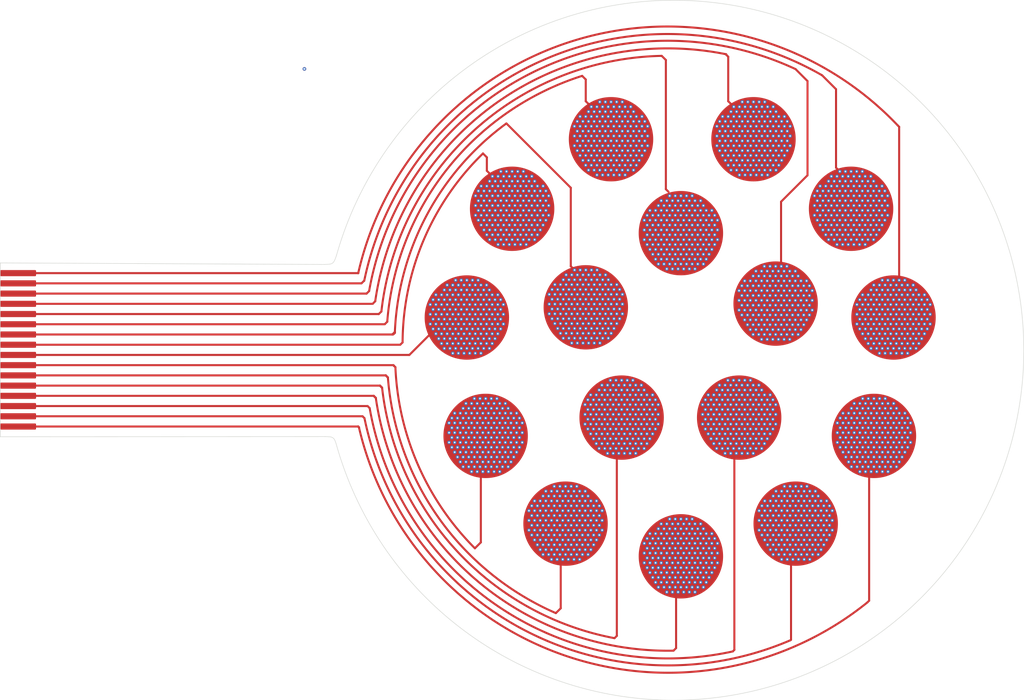
<source format=kicad_pcb>
(kicad_pcb (version 20241229) (generator "pcbnew") (generator_version "9.0")
  (layers (0 "F.Cu" signal) (2 "B.Cu" signal) (13 "F.Paste" user) (15 "B.Paste" user) (5 "F.SilkS" user "F.Silkscreen") (7 "B.SilkS" user "B.Silkscreen") (1 "F.Mask" user) (3 "B.Mask" user) (25 "Edge.Cuts" user))
  (net 0 "")
  (net 1 "/S4")
  (net 2 "/S1")
  (net 3 "/S2")
  (net 4 "/S3")
  (net 5 "/S10")
  (net 6 "/S7")
  (net 7 "/S15")
  (net 8 "/S12")
  (net 9 "/S9")
  (net 10 "/S6")
  (net 11 "/S16")
  (net 12 "/S5")
  (net 13 "/S14")
  (net 14 "/S13")
  (net 15 "/S8")
  (net 16 "/S11")
  (footprint "TP_Library:TP 0.15mm" (layer "F.Cu") (at 77.600997 109.825665)
    (property "Reference" "TP_200V**" (hide yes))
    (property "Value" "200V" (hide yes))
  )
  (footprint "TP_Library:TP 0.15mm" (layer "F.Cu") (at 89.7 113.4983)
    (property "Reference" "TP_200V**" (hide yes))
    (property "Value" "200V" (hide yes))
  )
  (footprint "TP_Library:TP 0.15mm" (layer "F.Cu") (at 101.194567 112.683549)
    (property "Reference" "TP_200V**" (hide yes))
    (property "Value" "200V" (hide yes))
  )
  (footprint "TP_Library:TP 0.15mm" (layer "F.Cu") (at 80.67063 71.753201)
    (property "Reference" "TP_200V**" (hide yes))
    (property "Value" "200V" (hide yes))
  )
  (footprint "TP_Library:TP 0.15mm" (layer "F.Cu") (at 86.4 117.308812)
    (property "Reference" "TP_200V**" (hide yes))
    (property "Value" "200V" (hide yes))
  )
  (footprint "TP_Library:TP 0.15mm" (layer "F.Cu") (at 95.144569 73.658457)
    (property "Reference" "TP_200V**" (hide yes))
    (property "Value" "200V" (hide yes))
  )
  (footprint "TP_Library:TP 0.15mm" (layer "F.Cu") (at 111.304646 89.6658)
    (property "Reference" "TP_200V**" (hide yes))
    (property "Value" "200V" (hide yes))
  )
  (footprint "TP_Library:TP 0.15mm" (layer "F.Cu") (at 88.325 81.415802)
    (property "Reference" "TP_200V**" (hide yes))
    (property "Value" "200V" (hide yes))
  )
  (footprint "TP_Library:TP 0.15mm" (layer "F.Cu") (at 78.150997 114.588805)
    (property "Reference" "TP_200V**" (hide yes))
    (property "Value" "200V" (hide yes))
  )
  (footprint "TP_Library:TP 0.15mm" (layer "F.Cu") (at 80.683154 87.716647)
    (property "Reference" "TP_200V**" (hide yes))
    (property "Value" "200V" (hide yes))
  )
  (footprint "TP_Library:TP 0.15mm" (layer "F.Cu") (at 111.854646 93.476312)
    (property "Reference" "TP_200V**" (hide yes))
    (property "Value" "200V" (hide yes))
  )
  (footprint "TP_Library:TP 0.15mm" (layer "F.Cu") (at 93.193523 101.83607)
    (property "Reference" "TP_200V**" (hide yes))
    (property "Value" "200V" (hide yes))
  )
  (footprint "TP_Library:TP 0.15mm" (layer "F.Cu") (at 107.430979 83.318135)
    (property "Reference" "TP_200V**" (hide yes))
    (property "Value" "200V" (hide yes))
  )
  (footprint "TP_Library:TP 0.15mm" (layer "F.Cu") (at 68.692667 99.33973)
    (property "Reference" "TP_200V**" (hide yes))
    (property "Value" "200V" (hide yes))
  )
  (footprint "TP_Library:TP 0.15mm" (layer "F.Cu") (at 87.5 111.593044)
    (property "Reference" "TP_200V**" (hide yes))
    (property "Value" "200V" (hide yes))
  )
  (footprint "TP_Library:TP 0.15mm" (layer "F.Cu") (at 65.75639 93.476312)
    (property "Reference" "TP_200V**" (hide yes))
    (property "Value" "200V" (hide yes))
  )
  (footprint "TP_Library:TP 0.15mm" (layer "F.Cu") (at 91.9 112.545672)
    (property "Reference" "TP_200V**" (hide yes))
    (property "Value" "200V" (hide yes))
  )
  (footprint "TP_Library:TP 0.15mm" (layer "F.Cu") (at 76.225997 113.159863)
    (property "Reference" "TP_200V**" (hide yes))
    (property "Value" "200V" (hide yes))
  )
  (footprint "TP_Library:TP 0.15mm" (layer "F.Cu") (at 101.194567 109.825665)
    (property "Reference" "TP_200V**" (hide yes))
    (property "Value" "200V" (hide yes))
  )
  (footprint "TP_Library:TP 0.15mm" (layer "F.Cu") (at 98.95858 91.639105)
    (property "Reference" "TP_200V**" (hide yes))
    (property "Value" "200V" (hide yes))
  )
  (footprint "TP_Library:TP 0.15mm" (layer "F.Cu") (at 113.229646 92.04737)
    (property "Reference" "TP_200V**" (hide yes))
    (property "Value" "200V" (hide yes))
  )
  (footprint "TP_Library:TP 0.15mm" (layer "F.Cu") (at 88.6 83.797372)
    (property "Reference" "TP_200V**" (hide yes))
    (property "Value" "200V" (hide yes))
  )
  (footprint "TP_Library:TP 0.15mm" (layer "F.Cu") (at 103.855979 81.889193)
    (property "Reference" "TP_200V**" (hide yes))
    (property "Value" "200V" (hide yes))
  )
  (footprint "TP_Library:TP 0.15mm" (layer "F.Cu") (at 105.266265 101.7213)
    (property "Reference" "TP_200V**" (hide yes))
    (property "Value" "200V" (hide yes))
  )
  (footprint "TP_Library:TP 0.15mm" (layer "F.Cu") (at 86.4 81.892116)
    (property "Reference" "TP_200V**" (hide yes))
    (property "Value" "200V" (hide yes))
  )
  (footprint "TP_Library:TP 0.15mm" (layer "F.Cu") (at 78.208154 92.003473)
    (property "Reference" "TP_200V**" (hide yes))
    (property "Value" "200V" (hide yes))
  )
  (footprint "TP_Library:TP 0.15mm" (layer "F.Cu") (at 70.617667 106.48444)
    (property "Reference" "TP_200V**" (hide yes))
    (property "Value" "200V" (hide yes))
  )
  (footprint "TP_Library:TP 0.15mm" (layer "F.Cu") (at 83.632658 103.265012)
    (property "Reference" "TP_200V**" (hide yes))
    (property "Value" "200V" (hide yes))
  )
  (footprint "TP_Library:TP 0.15mm" (layer "F.Cu") (at 107.155979 83.794449)
    (property "Reference" "TP_200V**" (hide yes))
    (property "Value" "200V" (hide yes))
  )
  (footprint "TP_Library:TP 0.15mm" (layer "F.Cu") (at 85.007658 99.930814)
    (property "Reference" "TP_200V**" (hide yes))
    (property "Value" "200V" (hide yes))
  )
  (footprint "TP_Library:TP 0.15mm" (layer "F.Cu") (at 99.78358 88.304907)
    (property "Reference" "TP_200V**" (hide yes))
    (property "Value" "200V" (hide yes))
  )
  (footprint "TP_Library:TP 0.15mm" (layer "F.Cu") (at 80.94563 70.324259)
    (property "Reference" "TP_200V**" (hide yes))
    (property "Value" "200V" (hide yes))
  )
  (footprint "TP_Library:TP 0.15mm" (layer "F.Cu") (at 85.575 83.321058)
    (property "Reference" "TP_200V**" (hide yes))
    (property "Value" "200V" (hide yes))
  )
  (footprint "TP_Library:TP 0.15mm" (layer "F.Cu") (at 105.266265 103.626556)
    (property "Reference" "TP_200V**" (hide yes))
    (property "Value" "200V" (hide yes))
  )
  (footprint "TP_Library:TP 0.15mm" (layer "F.Cu") (at 83.14563 72.229515)
    (property "Reference" "TP_200V**" (hide yes))
    (property "Value" "200V" (hide yes))
  )
  (footprint "TP_Library:TP 0.15mm" (layer "F.Cu") (at 79.57063 74.611085)
    (property "Reference" "TP_200V**" (hide yes))
    (property "Value" "200V" (hide yes))
  )
  (footprint "TP_Library:TP 0.15mm" (layer "F.Cu") (at 106.880979 77.602367)
    (property "Reference" "TP_200V**" (hide yes))
    (property "Value" "200V" (hide yes))
  )
  (footprint "TP_Library:TP 0.15mm" (layer "F.Cu") (at 65.48139 90.142114)
    (property "Reference" "TP_200V**" (hide yes))
    (property "Value" "200V" (hide yes))
  )
  (footprint "TP_Library:TP 0.15mm" (layer "F.Cu") (at 107.454646 90.618428)
    (property "Reference" "TP_200V**" (hide yes))
    (property "Value" "200V" (hide yes))
  )
  (footprint "TP_Library:TP 0.15mm" (layer "F.Cu") (at 67.592667 100.292358)
    (property "Reference" "TP_200V**" (hide yes))
    (property "Value" "200V" (hide yes))
  )
  (footprint "TP_Library:TP 0.15mm" (layer "F.Cu") (at 105.266265 105.531812)
    (property "Reference" "TP_200V**" (hide yes))
    (property "Value" "200V" (hide yes))
  )
  (footprint "TP_Library:TP 0.15mm" (layer "F.Cu") (at 111.041265 101.244986)
    (property "Reference" "TP_200V**" (hide yes))
    (property "Value" "200V" (hide yes))
  )
  (footprint "TP_Library:TP 0.15mm" (layer "F.Cu") (at 85.3 82.844744)
    (property "Reference" "TP_200V**" (hide yes))
    (property "Value" "200V" (hide yes))
  )
  (footprint "TP_Library:TP 0.15mm" (layer "F.Cu") (at 71.992667 102.197614)
    (property "Reference" "TP_200V**" (hide yes))
    (property "Value" "200V" (hide yes))
  )
  (footprint "TP_Library:TP 0.15mm" (layer "F.Cu") (at 82.608154 88.192961)
    (property "Reference" "TP_200V**" (hide yes))
    (property "Value" "200V" (hide yes))
  )
  (footprint "TP_Library:TP 0.15mm" (layer "F.Cu") (at 81.982658 104.21764)
    (property "Reference" "TP_200V**" (hide yes))
    (property "Value" "200V" (hide yes))
  )
  (footprint "TP_Library:TP 0.15mm" (layer "F.Cu") (at 89.425 116.832498)
    (property "Reference" "TP_200V**" (hide yes))
    (property "Value" "200V" (hide yes))
  )
  (footprint "TP_Library:TP 0.15mm" (layer "F.Cu") (at 80.625997 113.159863)
    (property "Reference" "TP_200V**" (hide yes))
    (property "Value" "200V" (hide yes))
  )
  (footprint "TP_Library:TP 0.15mm" (layer "F.Cu") (at 84.182658 99.4545)
    (property "Reference" "TP_200V**" (hide yes))
    (property "Value" "200V" (hide yes))
  )
  (footprint "TP_Library:TP 0.15mm" (layer "F.Cu") (at 103.855979 80.936565)
    (property "Reference" "TP_200V**" (hide yes))
    (property "Value" "200V" (hide yes))
  )
  (footprint "TP_Library:TP 0.15mm" (layer "F.Cu") (at 98.994567 113.636177)
    (property "Reference" "TP_200V**" (hide yes))
    (property "Value" "200V" (hide yes))
  )
  (footprint "TP_Library:TP 0.15mm" (layer "F.Cu") (at 83.082658 103.265012)
    (property "Reference" "TP_200V**" (hide yes))
    (property "Value" "200V" (hide yes))
  )
  (footprint "TP_Library:TP 0.15mm" (layer "F.Cu") (at 71.83041 78.078681)
    (property "Reference" "TP_200V**" (hide yes))
    (property "Value" "200V" (hide yes))
  )
  (footprint "TP_Library:TP 0.15mm" (layer "F.Cu") (at 71.28041 77.126053)
    (property "Reference" "TP_200V**" (hide yes))
    (property "Value" "200V" (hide yes))
  )
  (footprint "TP_Library:TP 0.15mm" (layer "F.Cu") (at 102.294567 114.588805)
    (property "Reference" "TP_200V**" (hide yes))
    (property "Value" "200V" (hide yes))
  )
  (footprint "TP_Library:TP 0.15mm" (layer "F.Cu") (at 88.05 81.892116)
    (property "Reference" "TP_200V**" (hide yes))
    (property "Value" "200V" (hide yes))
  )
  (footprint "TP_Library:TP 0.15mm" (layer "F.Cu") (at 107.179646 92.04737)
    (property "Reference" "TP_200V**" (hide yes))
    (property "Value" "200V" (hide yes))
  )
  (footprint "TP_Library:TP 0.15mm" (layer "F.Cu") (at 102.019567 108.396723)
    (property "Reference" "TP_200V**" (hide yes))
    (property "Value" "200V" (hide yes))
  )
  (footprint "TP_Library:TP 0.15mm" (layer "F.Cu") (at 87.5 116.356184)
    (property "Reference" "TP_200V**" (hide yes))
    (property "Value" "200V" (hide yes))
  )
  (footprint "TP_Library:TP 0.15mm" (layer "F.Cu") (at 71.00541 78.554995)
    (property "Reference" "TP_200V**" (hide yes))
    (property "Value" "200V" (hide yes))
  )
  (footprint "TP_Library:TP 0.15mm" (layer "F.Cu") (at 96.244569 77.468969)
    (property "Reference" "TP_200V**" (hide yes))
    (property "Value" "200V" (hide yes))
  )
  (footprint "TP_Library:TP 0.15mm" (layer "F.Cu") (at 72.817667 102.673928)
    (property "Reference" "TP_200V**" (hide yes))
    (property "Value" "200V" (hide yes))
  )
  (footprint "TP_Library:TP 0.15mm" (layer "F.Cu") (at 87.775 111.11673)
    (property "Reference" "TP_200V**" (hide yes))
    (property "Value" "200V" (hide yes))
  )
  (footprint "TP_Library:TP 0.15mm" (layer "F.Cu") (at 94.293523 100.883442)
    (property "Reference" "TP_200V**" (hide yes))
    (property "Value" "200V" (hide yes))
  )
  (footprint "TP_Library:TP 0.15mm" (layer "F.Cu") (at 86.675 117.785126)
    (property "Reference" "TP_200V**" (hide yes))
    (property "Value" "200V" (hide yes))
  )
  (footprint "TP_Library:TP 0.15mm" (layer "F.Cu") (at 109.654646 90.618428)
    (property "Reference" "TP_200V**" (hide yes))
    (property "Value" "200V" (hide yes))
  )
  (footprint "TP_Library:TP 0.15mm" (layer "F.Cu") (at 84.24563 71.276887)
    (property "Reference" "TP_200V**" (hide yes))
    (property "Value" "200V" (hide yes))
  )
  (footprint "TP_Library:TP 0.15mm" (layer "F.Cu") (at 87.225 117.785126)
    (property "Reference" "TP_200V**" (hide yes))
    (property "Value" "200V" (hide yes))
  )
  (footprint "TP_Library:TP 0.15mm" (layer "F.Cu") (at 71.00541 84.270763)
    (property "Reference" "TP_200V**" (hide yes))
    (property "Value" "200V" (hide yes))
  )
  (footprint "TP_Library:TP 0.15mm" (layer "F.Cu") (at 67.13139 92.04737)
    (property "Reference" "TP_200V**" (hide yes))
    (property "Value" "200V" (hide yes))
  )
  (footprint "TP_Library:TP 0.15mm" (layer "F.Cu") (at 106.641265 103.150242)
    (property "Reference" "TP_200V**" (hide yes))
    (property "Value" "200V" (hide yes))
  )
  (footprint "TP_Library:TP 0.15mm" (layer "F.Cu") (at 69.60639 90.618428)
    (property "Reference" "TP_200V**" (hide yes))
    (property "Value" "200V" (hide yes))
  )
  (footprint "TP_Library:TP 0.15mm" (layer "F.Cu") (at 85.85 112.545672)
    (property "Reference" "TP_200V**" (hide yes))
    (property "Value" "200V" (hide yes))
  )
  (footprint "TP_Library:TP 0.15mm" (layer "F.Cu") (at 83.082658 99.4545)
    (property "Reference" "TP_200V**" (hide yes))
    (property "Value" "200V" (hide yes))
  )
  (footprint "TP_Library:TP 0.15mm" (layer "F.Cu") (at 94.568523 100.407128)
    (property "Reference" "TP_200V**" (hide yes))
    (property "Value" "200V" (hide yes))
  )
  (footprint "TP_Library:TP 0.15mm" (layer "F.Cu") (at 108.004646 90.618428)
    (property "Reference" "TP_200V**" (hide yes))
    (property "Value" "200V" (hide yes))
  )
  (footprint "TP_Library:TP 0.15mm" (layer "F.Cu") (at 107.980979 79.507623)
    (property "Reference" "TP_200V**" (hide yes))
    (property "Value" "200V" (hide yes))
  )
  (footprint "TP_Library:TP 0.15mm" (layer "F.Cu") (at 83.158154 89.145589)
    (property "Reference" "TP_200V**" (hide yes))
    (property "Value" "200V" (hide yes))
  )
  (footprint "TP_Library:TP 0.15mm" (layer "F.Cu") (at 82.532658 101.359756)
    (property "Reference" "TP_200V**" (hide yes))
    (property "Value" "200V" (hide yes))
  )
  (footprint "TP_Library:TP 0.15mm" (layer "F.Cu") (at 83.082658 104.21764)
    (property "Reference" "TP_200V**" (hide yes))
    (property "Value" "200V" (hide yes))
  )
  (footprint "TP_Library:TP 0.15mm" (layer "F.Cu") (at 70.70639 91.571056)
    (property "Reference" "TP_200V**" (hide yes))
    (property "Value" "200V" (hide yes))
  )
  (footprint "TP_Library:TP 0.15mm" (layer "F.Cu") (at 98.444567 112.683549)
    (property "Reference" "TP_200V**" (hide yes))
    (property "Value" "200V" (hide yes))
  )
  (footprint "TP_Library:TP 0.15mm" (layer "F.Cu") (at 107.705979 79.983937)
    (property "Reference" "TP_200V**" (hide yes))
    (property "Value" "200V" (hide yes))
  )
  (footprint "TP_Library:TP 0.15mm" (layer "F.Cu") (at 82.807658 104.693954)
    (property "Reference" "TP_200V**" (hide yes))
    (property "Value" "200V" (hide yes))
  )
  (footprint "TP_Library:TP 0.15mm" (layer "F.Cu") (at 107.705979 82.841821)
    (property "Reference" "TP_200V**" (hide yes))
    (property "Value" "200V" (hide yes))
  )
  (footprint "TP_Library:TP 0.15mm" (layer "F.Cu") (at 79.250997 113.636177)
    (property "Reference" "TP_200V**" (hide yes))
    (property "Value" "200V" (hide yes))
  )
  (footprint "TP_Library:TP 0.15mm" (layer "F.Cu") (at 97.30858 89.733849)
    (property "Reference" "TP_200V**" (hide yes))
    (property "Value" "200V" (hide yes))
  )
  (footprint "TP_Library:TP 0.15mm" (layer "F.Cu") (at 98.13358 89.257535)
    (property "Reference" "TP_200V**" (hide yes))
    (property "Value" "200V" (hide yes))
  )
  (footprint "TP_Library:TP 0.15mm" (layer "F.Cu") (at 80.39563 73.182143)
    (property "Reference" "TP_200V**" (hide yes))
    (property "Value" "200V" (hide yes))
  )
  (footprint "TP_Library:TP 0.15mm" (layer "F.Cu") (at 89.7 115.403556)
    (property "Reference" "TP_200V**" (hide yes))
    (property "Value" "200V" (hide yes))
  )
  (footprint "TP_Library:TP 0.15mm" (layer "F.Cu") (at 96.244569 73.658457)
    (property "Reference" "TP_200V**" (hide yes))
    (property "Value" "200V" (hide yes))
  )
  (footprint "TP_Library:TP 0.15mm" (layer "F.Cu") (at 111.579646 92.999998)
    (property "Reference" "TP_200V**" (hide yes))
    (property "Value" "200V" (hide yes))
  )
  (footprint "TP_Library:TP 0.15mm" (layer "F.Cu") (at 94.044569 76.516341)
    (property "Reference" "TP_200V**" (hide yes))
    (property "Value" "200V" (hide yes))
  )
  (footprint "TP_Library:TP 0.15mm" (layer "F.Cu") (at 109.391265 106.008126)
    (property "Reference" "TP_200V**" (hide yes))
    (property "Value" "200V" (hide yes))
  )
  (footprint "TP_Library:TP 0.15mm" (layer "F.Cu") (at 99.50858 88.781221)
    (property "Reference" "TP_200V**" (hide yes))
    (property "Value" "200V" (hide yes))
  )
  (footprint "TP_Library:TP 0.15mm" (layer "F.Cu") (at 105.505979 82.841821)
    (property "Reference" "TP_200V**" (hide yes))
    (property "Value" "200V" (hide yes))
  )
  (footprint "TP_Library:TP 0.15mm" (layer "F.Cu") (at 104.955979 77.126053)
    (property "Reference" "TP_200V**" (hide yes))
    (property "Value" "200V" (hide yes))
  )
  (footprint "TP_Library:TP 0.15mm" (layer "F.Cu") (at 78.975997 111.254607)
    (property "Reference" "TP_200V**" (hide yes))
    (property "Value" "200V" (hide yes))
  )
  (footprint "TP_Library:TP 0.15mm" (layer "F.Cu") (at 107.430979 78.554995)
    (property "Reference" "TP_200V**" (hide yes))
    (property "Value" "200V" (hide yes))
  )
  (footprint "TP_Library:TP 0.15mm" (layer "F.Cu") (at 84.79563 73.182143)
    (property "Reference" "TP_200V**" (hide yes))
    (property "Value" "200V" (hide yes))
  )
  (footprint "TP_Library:TP 0.15mm" (layer "F.Cu") (at 77.325997 113.159863)
    (property "Reference" "TP_200V**" (hide yes))
    (property "Value" "200V" (hide yes))
  )
  (footprint "TP_Library:TP 0.15mm" (layer "F.Cu") (at 107.705979 83.794449)
    (property "Reference" "TP_200V**" (hide yes))
    (property "Value" "200V" (hide yes))
  )
  (footprint "TP_Library:TP 0.15mm" (layer "F.Cu") (at 100.369567 115.065119)
    (property "Reference" "TP_200V**" (hide yes))
    (property "Value" "200V" (hide yes))
  )
  (footprint "TP_Library:TP 0.15mm" (layer "F.Cu") (at 93.193523 100.883442)
    (property "Reference" "TP_200V**" (hide yes))
    (property "Value" "200V" (hide yes))
  )
  (footprint "TP_Library:TP 0.15mm" (layer "F.Cu") (at 78.975997 113.159863)
    (property "Reference" "TP_200V**" (hide yes))
    (property "Value" "200V" (hide yes))
  )
  (footprint "TP_Library:TP 0.15mm" (layer "F.Cu") (at 79.858154 88.192961)
    (property "Reference" "TP_200V**" (hide yes))
    (property "Value" "200V" (hide yes))
  )
  (footprint "TP_Library:TP 0.15mm" (layer "F.Cu") (at 108.004646 88.713172)
    (property "Reference" "TP_200V**" (hide yes))
    (property "Value" "200V" (hide yes))
  )
  (footprint "TP_Library:TP 0.15mm" (layer "F.Cu") (at 95.144569 74.611085)
    (property "Reference" "TP_200V**" (hide yes))
    (property "Value" "200V" (hide yes))
  )
  (footprint "TP_Library:TP 0.15mm" (layer "F.Cu") (at 83.082658 101.359756)
    (property "Reference" "TP_200V**" (hide yes))
    (property "Value" "200V" (hide yes))
  )
  (footprint "TP_Library:TP 0.15mm" (layer "F.Cu") (at 85.557658 101.83607)
    (property "Reference" "TP_200V**" (hide yes))
    (property "Value" "200V" (hide yes))
  )
  (footprint "TP_Library:TP 0.15mm" (layer "F.Cu") (at 105.505979 78.078681)
    (property "Reference" "TP_200V**" (hide yes))
    (property "Value" "200V" (hide yes))
  )
  (footprint "TP_Library:TP 0.15mm" (layer "F.Cu") (at 104.955979 78.078681)
    (property "Reference" "TP_200V**" (hide yes))
    (property "Value" "200V" (hide yes))
  )
  (footprint "TP_Library:TP 0.15mm" (layer "F.Cu") (at 102.019567 112.207235)
    (property "Reference" "TP_200V**" (hide yes))
    (property "Value" "200V" (hide yes))
  )
  (footprint "TP_Library:TP 0.15mm" (layer "F.Cu") (at 97.868523 101.359756)
    (property "Reference" "TP_200V**" (hide yes))
    (property "Value" "200V" (hide yes))
  )
  (footprint "TP_Library:TP 0.15mm" (layer "F.Cu") (at 98.994567 112.683549)
    (property "Reference" "TP_200V**" (hide yes))
    (property "Value" "200V" (hide yes))
  )
  (footprint "TP_Library:TP 0.15mm" (layer "F.Cu") (at 89.15 79.98686)
    (property "Reference" "TP_200V**" (hide yes))
    (property "Value" "200V" (hide yes))
  )
  (footprint "TP_Library:TP 0.15mm" (layer "F.Cu") (at 97.344569 74.611085)
    (property "Reference" "TP_200V**" (hide yes))
    (property "Value" "200V" (hide yes))
  )
  (footprint "TP_Library:TP 0.15mm" (layer "F.Cu") (at 112.404646 90.618428)
    (property "Reference" "TP_200V**" (hide yes))
    (property "Value" "200V" (hide yes))
  )
  (footprint "TP_Library:TP 0.15mm" (layer "F.Cu") (at 83.42063 77.468969)
    (property "Reference" "TP_200V**" (hide yes))
    (property "Value" "200V" (hide yes))
  )
  (footprint "TP_Library:TP 0.15mm" (layer "F.Cu") (at 98.68358 92.115419)
    (property "Reference" "TP_200V**" (hide yes))
    (property "Value" "200V" (hide yes))
  )
  (footprint "TP_Library:TP 0.15mm" (layer "F.Cu") (at 80.408154 88.192961)
    (property "Reference" "TP_200V**" (hide yes))
    (property "Value" "200V" (hide yes))
  )
  (footprint "TP_Library:TP 0.15mm" (layer "F.Cu") (at 65.48139 91.094742)
    (property "Reference" "TP_200V**" (hide yes))
    (property "Value" "200V" (hide yes))
  )
  (footprint "TP_Library:TP 0.15mm" (layer "F.Cu") (at 77.325997 112.207235)
    (property "Reference" "TP_200V**" (hide yes))
    (property "Value" "200V" (hide yes))
  )
  (footprint "TP_Library:TP 0.15mm" (layer "F.Cu") (at 74.850997 113.636177)
    (property "Reference" "TP_200V**" (hide yes))
    (property "Value" "200V" (hide yes))
  )
  (footprint "TP_Library:TP 0.15mm" (layer "F.Cu") (at 68.142667 105.055498)
    (property "Reference" "TP_200V**" (hide yes))
    (property "Value" "200V" (hide yes))
  )
  (footprint "TP_Library:TP 0.15mm" (layer "F.Cu") (at 107.466265 102.673928)
    (property "Reference" "TP_200V**" (hide yes))
    (property "Value" "200V" (hide yes))
  )
  (footprint "TP_Library:TP 0.15mm" (layer "F.Cu") (at 98.169569 76.992655)
    (property "Reference" "TP_200V**" (hide yes))
    (property "Value" "200V" (hide yes))
  )
  (footprint "TP_Library:TP 0.15mm" (layer "F.Cu") (at 103.305979 81.889193)
    (property "Reference" "TP_200V**" (hide yes))
    (property "Value" "200V" (hide yes))
  )
  (footprint "TP_Library:TP 0.15mm" (layer "F.Cu") (at 93.468523 98.501872)
    (property "Reference" "TP_200V**" (hide yes))
    (property "Value" "200V" (hide yes))
  )
  (footprint "TP_Library:TP 0.15mm" (layer "F.Cu") (at 100.644567 109.825665)
    (property "Reference" "TP_200V**" (hide yes))
    (property "Value" "200V" (hide yes))
  )
  (footprint "TP_Library:TP 0.15mm" (layer "F.Cu") (at 90.8 113.4983)
    (property "Reference" "TP_200V**" (hide yes))
    (property "Value" "200V" (hide yes))
  )
  (footprint "TP_Library:TP 0.15mm" (layer "F.Cu") (at 85.007658 103.741326)
    (property "Reference" "TP_200V**" (hide yes))
    (property "Value" "200V" (hide yes))
  )
  (footprint "TP_Library:TP 0.15mm" (layer "F.Cu") (at 80.408154 93.908729)
    (property "Reference" "TP_200V**" (hide yes))
    (property "Value" "200V" (hide yes))
  )
  (footprint "TP_Library:TP 0.15mm" (layer "F.Cu") (at 104.955979 82.841821)
    (property "Reference" "TP_200V**" (hide yes))
    (property "Value" "200V" (hide yes))
  )
  (footprint "TP_Library:TP 0.15mm" (layer "F.Cu") (at 100.094567 111.730921)
    (property "Reference" "TP_200V**" (hide yes))
    (property "Value" "200V" (hide yes))
  )
  (footprint "TP_Library:TP 0.15mm" (layer "F.Cu") (at 102.294567 111.730921)
    (property "Reference" "TP_200V**" (hide yes))
    (property "Value" "200V" (hide yes))
  )
  (footprint "TP_Library:TP 0.15mm" (layer "F.Cu") (at 67.13139 90.142114)
    (property "Reference" "TP_200V**" (hide yes))
    (property "Value" "200V" (hide yes))
  )
  (footprint "TP_Library:TP 0.15mm" (layer "F.Cu") (at 73.092667 102.197614)
    (property "Reference" "TP_200V**" (hide yes))
    (property "Value" "200V" (hide yes))
  )
  (footprint "TP_Library:TP 0.15mm" (layer "F.Cu") (at 97.043523 98.978186)
    (property "Reference" "TP_200V**" (hide yes))
    (property "Value" "200V" (hide yes))
  )
  (footprint "TP_Library:TP 0.15mm" (layer "F.Cu") (at 105.541265 101.244986)
    (property "Reference" "TP_200V**" (hide yes))
    (property "Value" "200V" (hide yes))
  )
  (footprint "TP_Library:TP 0.15mm" (layer "F.Cu") (at 106.904646 93.476312)
    (property "Reference" "TP_200V**" (hide yes))
    (property "Value" "200V" (hide yes))
  )
  (footprint "TP_Library:TP 0.15mm" (layer "F.Cu") (at 70.73041 79.983937)
    (property "Reference" "TP_200V**" (hide yes))
    (property "Value" "200V" (hide yes))
  )
  (footprint "TP_Library:TP 0.15mm" (layer "F.Cu") (at 109.654646 92.523684)
    (property "Reference" "TP_200V**" (hide yes))
    (property "Value" "200V" (hide yes))
  )
  (footprint "TP_Library:TP 0.15mm" (layer "F.Cu") (at 76.283154 89.621903)
    (property "Reference" "TP_200V**" (hide yes))
    (property "Value" "200V" (hide yes))
  )
  (footprint "TP_Library:TP 0.15mm" (layer "F.Cu") (at 97.043523 100.883442)
    (property "Reference" "TP_200V**" (hide yes))
    (property "Value" "200V" (hide yes))
  )
  (footprint "TP_Library:TP 0.15mm" (layer "F.Cu") (at 77.875997 111.254607)
    (property "Reference" "TP_200V**" (hide yes))
    (property "Value" "200V" (hide yes))
  )
  (footprint "TP_Library:TP 0.15mm" (layer "F.Cu") (at 109.391265 101.244986)
    (property "Reference" "TP_200V**" (hide yes))
    (property "Value" "200V" (hide yes))
  )
  (footprint "TP_Library:TP 0.15mm" (layer "F.Cu") (at 97.85858 87.828593)
    (property "Reference" "TP_200V**" (hide yes))
    (property "Value" "200V" (hide yes))
  )
  (footprint "TP_Library:TP 0.15mm" (layer "F.Cu") (at 81.982658 103.265012)
    (property "Reference" "TP_200V**" (hide yes))
    (property "Value" "200V" (hide yes))
  )
  (footprint "TP_Library:TP 0.15mm" (layer "F.Cu") (at 94.044569 74.611085)
    (property "Reference" "TP_200V**" (hide yes))
    (property "Value" "200V" (hide yes))
  )
  (footprint "TP_Library:TP 0.15mm" (layer "F.Cu") (at 99.269569 73.182143)
    (property "Reference" "TP_200V**" (hide yes))
    (property "Value" "200V" (hide yes))
  )
  (footprint "TP_Library:TP 0.15mm" (layer "F.Cu") (at 67.317667 105.531812)
    (property "Reference" "TP_200V**" (hide yes))
    (property "Value" "200V" (hide yes))
  )
  (footprint "TP_Library:TP 0.15mm" (layer "F.Cu") (at 69.63041 80.936565)
    (property "Reference" "TP_200V**" (hide yes))
    (property "Value" "200V" (hide yes))
  )
  (footprint "TP_Library:TP 0.15mm" (layer "F.Cu") (at 78.47063 74.611085)
    (property "Reference" "TP_200V**" (hide yes))
    (property "Value" "200V" (hide yes))
  )
  (footprint "TP_Library:TP 0.15mm" (layer "F.Cu") (at 94.568523 98.501872)
    (property "Reference" "TP_200V**" (hide yes))
    (property "Value" "200V" (hide yes))
  )
  (footprint "TP_Library:TP 0.15mm" (layer "F.Cu") (at 91.35 81.892116)
    (property "Reference" "TP_200V**" (hide yes))
    (property "Value" "200V" (hide yes))
  )
  (footprint "TP_Library:TP 0.15mm" (layer "F.Cu") (at 66.58139 88.236858)
    (property "Reference" "TP_200V**" (hide yes))
    (property "Value" "200V" (hide yes))
  )
  (footprint "TP_Library:TP 0.15mm" (layer "F.Cu") (at 103.305979 82.841821)
    (property "Reference" "TP_200V**" (hide yes))
    (property "Value" "200V" (hide yes))
  )
  (footprint "TP_Library:TP 0.15mm" (layer "F.Cu") (at 85.832658 102.312384)
    (property "Reference" "TP_200V**" (hide yes))
    (property "Value" "200V" (hide yes))
  )
  (footprint "TP_Library:TP 0.15mm" (layer "F.Cu") (at 86.95 83.797372)
    (property "Reference" "TP_200V**" (hide yes))
    (property "Value" "200V" (hide yes))
  )
  (footprint "TP_Library:TP 0.15mm" (layer "F.Cu") (at 109.941265 103.150242)
    (property "Reference" "TP_200V**" (hide yes))
    (property "Value" "200V" (hide yes))
  )
  (footprint "TP_Library:TP 0.15mm" (layer "F.Cu") (at 70.342667 101.244986)
    (property "Reference" "TP_200V**" (hide yes))
    (property "Value" "200V" (hide yes))
  )
  (footprint "TP_Library:TP 0.15mm" (layer "F.Cu") (at 111.029646 89.189486)
    (property "Reference" "TP_200V**" (hide yes))
    (property "Value" "200V" (hide yes))
  )
  (footprint "TP_Library:TP 0.15mm" (layer "F.Cu") (at 105.505979 79.983937)
    (property "Reference" "TP_200V**" (hide yes))
    (property "Value" "200V" (hide yes))
  )
  (footprint "TP_Library:TP 0.15mm" (layer "F.Cu") (at 75.400997 110.778293)
    (property "Reference" "TP_200V**" (hide yes))
    (property "Value" "200V" (hide yes))
  )
  (footprint "TP_Library:TP 0.15mm" (layer "F.Cu") (at 85.557658 102.788698)
    (property "Reference" "TP_200V**" (hide yes))
    (property "Value" "200V" (hide yes))
  )
  (footprint "TP_Library:TP 0.15mm" (layer "F.Cu") (at 79.308154 89.145589)
    (property "Reference" "TP_200V**" (hide yes))
    (property "Value" "200V" (hide yes))
  )
  (footprint "TP_Library:TP 0.15mm" (layer "F.Cu") (at 85.34563 75.087399)
    (property "Reference" "TP_200V**" (hide yes))
    (property "Value" "200V" (hide yes))
  )
  (footprint "TP_Library:TP 0.15mm" (layer "F.Cu") (at 110.766265 101.7213)
    (property "Reference" "TP_200V**" (hide yes))
    (property "Value" "200V" (hide yes))
  )
  (footprint "TP_Library:TP 0.15mm" (layer "F.Cu") (at 110.491265 102.197614)
    (property "Reference" "TP_200V**" (hide yes))
    (property "Value" "200V" (hide yes))
  )
  (footprint "TP_Library:TP 0.15mm" (layer "F.Cu") (at 71.992667 103.150242)
    (property "Reference" "TP_200V**" (hide yes))
    (property "Value" "200V" (hide yes))
  )
  (footprint "TP_Library:TP 0.15mm" (layer "F.Cu") (at 67.40639 88.713172)
    (property "Reference" "TP_200V**" (hide yes))
    (property "Value" "200V" (hide yes))
  )
  (footprint "TP_Library:TP 0.15mm" (layer "F.Cu") (at 92.643523 100.883442)
    (property "Reference" "TP_200V**" (hide yes))
    (property "Value" "200V" (hide yes))
  )
  (footprint "TP_Library:TP 0.15mm" (layer "F.Cu") (at 109.929646 91.094742)
    (property "Reference" "TP_200V**" (hide yes))
    (property "Value" "200V" (hide yes))
  )
  (footprint "TP_Library:TP 0.15mm" (layer "F.Cu") (at 81.783154 88.669275)
    (property "Reference" "TP_200V**" (hide yes))
    (property "Value" "200V" (hide yes))
  )
  (footprint "TP_Library:TP 0.15mm" (layer "F.Cu") (at 72.267667 100.768672)
    (property "Reference" "TP_200V**" (hide yes))
    (property "Value" "200V" (hide yes))
  )
  (footprint "TP_Library:TP 0.15mm" (layer "F.Cu") (at 80.607658 101.83607)
    (property "Reference" "TP_200V**" (hide yes))
    (property "Value" "200V" (hide yes))
  )
  (footprint "TP_Library:TP 0.15mm" (layer "F.Cu") (at 99.23358 87.352279)
    (property "Reference" "TP_200V**" (hide yes))
    (property "Value" "200V" (hide yes))
  )
  (footprint "TP_Library:TP 0.15mm" (layer "F.Cu") (at 109.391265 105.055498)
    (property "Reference" "TP_200V**" (hide yes))
    (property "Value" "200V" (hide yes))
  )
  (footprint "TP_Library:TP 0.15mm" (layer "F.Cu") (at 94.843523 98.978186)
    (property "Reference" "TP_200V**" (hide yes))
    (property "Value" "200V" (hide yes))
  )
  (footprint "TP_Library:TP 0.15mm" (layer "F.Cu") (at 67.867667 102.673928)
    (property "Reference" "TP_200V**" (hide yes))
    (property "Value" "200V" (hide yes))
  )
  (footprint "TP_Library:TP 0.15mm" (layer "F.Cu") (at 86.657658 100.883442)
    (property "Reference" "TP_200V**" (hide yes))
    (property "Value" "200V" (hide yes))
  )
  (footprint "TP_Library:TP 0.15mm" (layer "F.Cu") (at 97.344569 76.516341)
    (property "Reference" "TP_200V**" (hide yes))
    (property "Value" "200V" (hide yes))
  )
  (footprint "TP_Library:TP 0.15mm" (layer "F.Cu") (at 80.075997 112.207235)
    (property "Reference" "TP_200V**" (hide yes))
    (property "Value" "200V" (hide yes))
  )
  (footprint "TP_Library:TP 0.15mm" (layer "F.Cu") (at 83.082658 98.501872)
    (property "Reference" "TP_200V**" (hide yes))
    (property "Value" "200V" (hide yes))
  )
  (footprint "TP_Library:TP 0.15mm" (layer "F.Cu") (at 82.883154 91.527159)
    (property "Reference" "TP_200V**" (hide yes))
    (property "Value" "200V" (hide yes))
  )
  (footprint "TP_Library:TP 0.15mm" (layer "F.Cu") (at 82.257658 103.741326)
    (property "Reference" "TP_200V**" (hide yes))
    (property "Value" "200V" (hide yes))
  )
  (footprint "TP_Library:TP 0.15mm" (layer "F.Cu") (at 75.950997 110.778293)
    (property "Reference" "TP_200V**" (hide yes))
    (property "Value" "200V" (hide yes))
  )
  (footprint "TP_Library:TP 0.15mm" (layer "F.Cu") (at 71.28041 82.841821)
    (property "Reference" "TP_200V**" (hide yes))
    (property "Value" "200V" (hide yes))
  )
  (footprint "TP_Library:TP 0.15mm" (layer "F.Cu") (at 109.654646 94.42894)
    (property "Reference" "TP_200V**" (hide yes))
    (property "Value" "200V" (hide yes))
  )
  (footprint "TP_Library:TP 0.15mm" (layer "F.Cu") (at 70.73041 78.078681)
    (property "Reference" "TP_200V**" (hide yes))
    (property "Value" "200V" (hide yes))
  )
  (footprint "TP_Library:TP 0.15mm" (layer "F.Cu") (at 98.95858 87.828593)
    (property "Reference" "TP_200V**" (hide yes))
    (property "Value" "200V" (hide yes))
  )
  (footprint "TP_Library:TP 0.15mm" (layer "F.Cu") (at 69.33139 90.142114)
    (property "Reference" "TP_200V**" (hide yes))
    (property "Value" "200V" (hide yes))
  )
  (footprint "TP_Library:TP 0.15mm" (layer "F.Cu") (at 76.833154 92.479787)
    (property "Reference" "TP_200V**" (hide yes))
    (property "Value" "200V" (hide yes))
  )
  (footprint "TP_Library:TP 0.15mm" (layer "F.Cu") (at 101.469567 114.112491)
    (property "Reference" "TP_200V**" (hide yes))
    (property "Value" "200V" (hide yes))
  )
  (footprint "TP_Library:TP 0.15mm" (layer "F.Cu") (at 77.050997 112.683549)
    (property "Reference" "TP_200V**" (hide yes))
    (property "Value" "200V" (hide yes))
  )
  (footprint "TP_Library:TP 0.15mm" (layer "F.Cu") (at 79.782658 102.312384)
    (property "Reference" "TP_200V**" (hide yes))
    (property "Value" "200V" (hide yes))
  )
  (footprint "TP_Library:TP 0.15mm" (layer "F.Cu") (at 100.919567 113.159863)
    (property "Reference" "TP_200V**" (hide yes))
    (property "Value" "200V" (hide yes))
  )
  (footprint "TP_Library:TP 0.15mm" (layer "F.Cu") (at 92.175 114.927242)
    (property "Reference" "TP_200V**" (hide yes))
    (property "Value" "200V" (hide yes))
  )
  (footprint "TP_Library:TP 0.15mm" (layer "F.Cu") (at 85.85 83.797372)
    (property "Reference" "TP_200V**" (hide yes))
    (property "Value" "200V" (hide yes))
  )
  (footprint "TP_Library:TP 0.15mm" (layer "F.Cu") (at 72.38041 78.078681)
    (property "Reference" "TP_200V**" (hide yes))
    (property "Value" "200V" (hide yes))
  )
  (footprint "TP_Library:TP 0.15mm" (layer "F.Cu") (at 69.60639 91.571056)
    (property "Reference" "TP_200V**" (hide yes))
    (property "Value" "200V" (hide yes))
  )
  (footprint "TP_Library:TP 0.15mm" (layer "F.Cu") (at 100.88358 90.210163)
    (property "Reference" "TP_200V**" (hide yes))
    (property "Value" "200V" (hide yes))
  )
  (footprint "TP_Library:TP 0.15mm" (layer "F.Cu") (at 70.70639 92.523684)
    (property "Reference" "TP_200V**" (hide yes))
    (property "Value" "200V" (hide yes))
  )
  (footprint "TP_Library:TP 0.15mm" (layer "F.Cu") (at 89.975 82.36843)
    (property "Reference" "TP_200V**" (hide yes))
    (property "Value" "200V" (hide yes))
  )
  (footprint "TP_Library:TP 0.15mm" (layer "F.Cu") (at 90.25 115.403556)
    (property "Reference" "TP_200V**" (hide yes))
    (property "Value" "200V" (hide yes))
  )
  (footprint "TP_Library:TP 0.15mm" (layer "F.Cu") (at 79.29563 73.182143)
    (property "Reference" "TP_200V**" (hide yes))
    (property "Value" "200V" (hide yes))
  )
  (footprint "TP_Library:TP 0.15mm" (layer "F.Cu") (at 75.40541 80.460251)
    (property "Reference" "TP_200V**" (hide yes))
    (property "Value" "200V" (hide yes))
  )
  (footprint "TP_Library:TP 0.15mm" (layer "F.Cu") (at 105.541265 102.197614)
    (property "Reference" "TP_200V**" (hide yes))
    (property "Value" "200V" (hide yes))
  )
  (footprint "TP_Library:TP 0.15mm" (layer "F.Cu") (at 98.95858 90.686477)
    (property "Reference" "TP_200V**" (hide yes))
    (property "Value" "200V" (hide yes))
  )
  (footprint "TP_Library:TP 0.15mm" (layer "F.Cu") (at 68.967667 99.816044)
    (property "Reference" "TP_200V**" (hide yes))
    (property "Value" "200V" (hide yes))
  )
  (footprint "TP_Library:TP 0.15mm" (layer "F.Cu") (at 87.775 114.927242)
    (property "Reference" "TP_200V**" (hide yes))
    (property "Value" "200V" (hide yes))
  )
  (footprint "TP_Library:TP 0.15mm" (layer "F.Cu") (at 70.45541 83.318135)
    (property "Reference" "TP_200V**" (hide yes))
    (property "Value" "200V" (hide yes))
  )
  (footprint "TP_Library:TP 0.15mm" (layer "F.Cu") (at 73.367667 102.673928)
    (property "Reference" "TP_200V**" (hide yes))
    (property "Value" "200V" (hide yes))
  )
  (footprint "TP_Library:TP 0.15mm" (layer "F.Cu") (at 95.393523 98.025558)
    (property "Reference" "TP_200V**" (hide yes))
    (property "Value" "200V" (hide yes))
  )
  (footprint "TP_Library:TP 0.15mm" (layer "F.Cu") (at 98.169567 112.207235)
    (property "Reference" "TP_200V**" (hide yes))
    (property "Value" "200V" (hide yes))
  )
  (footprint "TP_Library:TP 0.15mm" (layer "F.Cu") (at 85.85 82.844744)
    (property "Reference" "TP_200V**" (hide yes))
    (property "Value" "200V" (hide yes))
  )
  (footprint "TP_Library:TP 0.15mm" (layer "F.Cu") (at 110.204646 88.713172)
    (property "Reference" "TP_200V**" (hide yes))
    (property "Value" "200V" (hide yes))
  )
  (footprint "TP_Library:TP 0.15mm" (layer "F.Cu") (at 80.67063 75.563713)
    (property "Reference" "TP_200V**" (hide yes))
    (property "Value" "200V" (hide yes))
  )
  (footprint "TP_Library:TP 0.15mm" (layer "F.Cu") (at 94.319569 76.992655)
    (property "Reference" "TP_200V**" (hide yes))
    (property "Value" "200V" (hide yes))
  )
  (footprint "TP_Library:TP 0.15mm" (layer "F.Cu") (at 97.894569 73.658457)
    (property "Reference" "TP_200V**" (hide yes))
    (property "Value" "200V" (hide yes))
  )
  (footprint "TP_Library:TP 0.15mm" (layer "F.Cu") (at 104.680979 81.412879)
    (property "Reference" "TP_200V**" (hide yes))
    (property "Value" "200V" (hide yes))
  )
  (footprint "TP_Library:TP 0.15mm" (layer "F.Cu") (at 106.904646 91.571056)
    (property "Reference" "TP_200V**" (hide yes))
    (property "Value" "200V" (hide yes))
  )
  (footprint "TP_Library:TP 0.15mm" (layer "F.Cu") (at 108.530979 79.507623)
    (property "Reference" "TP_200V**" (hide yes))
    (property "Value" "200V" (hide yes))
  )
  (footprint "TP_Library:TP 0.15mm" (layer "F.Cu") (at 74.30541 79.507623)
    (property "Reference" "TP_200V**" (hide yes))
    (property "Value" "200V" (hide yes))
  )
  (footprint "TP_Library:TP 0.15mm" (layer "F.Cu") (at 70.892667 106.008126)
    (property "Reference" "TP_200V**" (hide yes))
    (property "Value" "200V" (hide yes))
  )
  (footprint "TP_Library:TP 0.15mm" (layer "F.Cu") (at 99.50858 93.544361)
    (property "Reference" "TP_200V**" (hide yes))
    (property "Value" "200V" (hide yes))
  )
  (footprint "TP_Library:TP 0.15mm" (layer "F.Cu") (at 88.325 115.87987)
    (property "Reference" "TP_200V**" (hide yes))
    (property "Value" "200V" (hide yes))
  )
  (footprint "TP_Library:TP 0.15mm" (layer "F.Cu") (at 82.04563 76.040027)
    (property "Reference" "TP_200V**" (hide yes))
    (property "Value" "200V" (hide yes))
  )
  (footprint "TP_Library:TP 0.15mm" (layer "F.Cu") (at 101.194567 114.588805)
    (property "Reference" "TP_200V**" (hide yes))
    (property "Value" "200V" (hide yes))
  )
  (footprint "TP_Library:TP 0.15mm" (layer "F.Cu") (at 80.408154 92.956101)
    (property "Reference" "TP_200V**" (hide yes))
    (property "Value" "200V" (hide yes))
  )
  (footprint "TP_Library:TP 0.15mm" (layer "F.Cu") (at 92.368523 103.265012)
    (property "Reference" "TP_200V**" (hide yes))
    (property "Value" "200V" (hide yes))
  )
  (footprint "TP_Library:TP 0.15mm" (layer "F.Cu") (at 82.807658 98.025558)
    (property "Reference" "TP_200V**" (hide yes))
    (property "Value" "200V" (hide yes))
  )
  (footprint "TP_Library:TP 0.15mm" (layer "F.Cu") (at 91.818523 103.265012)
    (property "Reference" "TP_200V**" (hide yes))
    (property "Value" "200V" (hide yes))
  )
  (footprint "TP_Library:TP 0.15mm" (layer "F.Cu") (at 81.432658 104.21764)
    (property "Reference" "TP_200V**" (hide yes))
    (property "Value" "200V" (hide yes))
  )
  (footprint "TP_Library:TP 0.15mm" (layer "F.Cu") (at 100.919567 114.112491)
    (property "Reference" "TP_200V**" (hide yes))
    (property "Value" "200V" (hide yes))
  )
  (footprint "TP_Library:TP 0.15mm" (layer "F.Cu") (at 70.892667 105.055498)
    (property "Reference" "TP_200V**" (hide yes))
    (property "Value" "200V" (hide yes))
  )
  (footprint "TP_Library:TP 0.15mm" (layer "F.Cu") (at 66.03139 89.189486)
    (property "Reference" "TP_200V**" (hide yes))
    (property "Value" "200V" (hide yes))
  )
  (footprint "TP_Library:TP 0.15mm" (layer "F.Cu") (at 89.425 113.021986)
    (property "Reference" "TP_200V**" (hide yes))
    (property "Value" "200V" (hide yes))
  )
  (footprint "TP_Library:TP 0.15mm" (layer "F.Cu") (at 90.8 84.75)
    (property "Reference" "TP_200V**" (hide yes))
    (property "Value" "200V" (hide yes))
  )
  (footprint "TP_Library:TP 0.15mm" (layer "F.Cu") (at 102.480979 78.554995)
    (property "Reference" "TP_200V**" (hide yes))
    (property "Value" "200V" (hide yes))
  )
  (footprint "TP_Library:TP 0.15mm" (layer "F.Cu") (at 106.079646 91.094742)
    (property "Reference" "TP_200V**" (hide yes))
    (property "Value" "200V" (hide yes))
  )
  (footprint "TP_Library:TP 0.15mm" (layer "F.Cu") (at 95.144569 75.563713)
    (property "Reference" "TP_200V**" (hide yes))
    (property "Value" "200V" (hide yes))
  )
  (footprint "TP_Library:TP 0.15mm" (layer "F.Cu") (at 67.95639 89.6658)
    (property "Reference" "TP_200V**" (hide yes))
    (property "Value" "200V" (hide yes))
  )
  (footprint "TP_Library:TP 0.15mm" (layer "F.Cu") (at 109.104646 90.618428)
    (property "Reference" "TP_200V**" (hide yes))
    (property "Value" "200V" (hide yes))
  )
  (footprint "TP_Library:TP 0.15mm" (layer "F.Cu") (at 85.282658 101.359756)
    (property "Reference" "TP_200V**" (hide yes))
    (property "Value" "200V" (hide yes))
  )
  (footprint "TP_Library:TP 0.15mm" (layer "F.Cu") (at 87.5 79.98686)
    (property "Reference" "TP_200V**" (hide yes))
    (property "Value" "200V" (hide yes))
  )
  (footprint "TP_Library:TP 0.15mm" (layer "F.Cu") (at 89.15 114.450928)
    (property "Reference" "TP_200V**" (hide yes))
    (property "Value" "200V" (hide yes))
  )
  (footprint "TP_Library:TP 0.15mm" (layer "F.Cu") (at 75.13041 80.936565)
    (property "Reference" "TP_200V**" (hide yes))
    (property "Value" "200V" (hide yes))
  )
  (footprint "TP_Library:TP 0.15mm" (layer "F.Cu") (at 94.843523 102.788698)
    (property "Reference" "TP_200V**" (hide yes))
    (property "Value" "200V" (hide yes))
  )
  (footprint "TP_Library:TP 0.15mm" (layer "F.Cu") (at 108.554646 87.760544)
    (property "Reference" "TP_200V**" (hide yes))
    (property "Value" "200V" (hide yes))
  )
  (footprint "TP_Library:TP 0.15mm" (layer "F.Cu") (at 98.444569 74.611085)
    (property "Reference" "TP_200V**" (hide yes))
    (property "Value" "200V" (hide yes))
  )
  (footprint "TP_Library:TP 0.15mm" (layer "F.Cu") (at 105.780979 78.554995)
    (property "Reference" "TP_200V**" (hide yes))
    (property "Value" "200V" (hide yes))
  )
  (footprint "TP_Library:TP 0.15mm" (layer "F.Cu") (at 110.766265 100.768672)
    (property "Reference" "TP_200V**" (hide yes))
    (property "Value" "200V" (hide yes))
  )
  (footprint "TP_Library:TP 0.15mm" (layer "F.Cu") (at 106.641265 99.33973)
    (property "Reference" "TP_200V**" (hide yes))
    (property "Value" "200V" (hide yes))
  )
  (footprint "TP_Library:TP 0.15mm" (layer "F.Cu") (at 75.125997 109.349351)
    (property "Reference" "TP_200V**" (hide yes))
    (property "Value" "200V" (hide yes))
  )
  (footprint "TP_Library:TP 0.15mm" (layer "F.Cu") (at 102.844567 110.778293)
    (property "Reference" "TP_200V**" (hide yes))
    (property "Value" "200V" (hide yes))
  )
  (footprint "TP_Library:TP 0.15mm" (layer "F.Cu") (at 83.907658 104.693954)
    (property "Reference" "TP_200V**" (hide yes))
    (property "Value" "200V" (hide yes))
  )
  (footprint "TP_Library:TP 0.15mm" (layer "F.Cu") (at 103.394567 109.825665)
    (property "Reference" "TP_200V**" (hide yes))
    (property "Value" "200V" (hide yes))
  )
  (footprint "TP_Library:TP 0.15mm" (layer "F.Cu") (at 83.42063 76.516341)
    (property "Reference" "TP_200V**" (hide yes))
    (property "Value" "200V" (hide yes))
  )
  (footprint "TP_Library:TP 0.15mm" (layer "F.Cu") (at 106.916265 103.626556)
    (property "Reference" "TP_200V**" (hide yes))
    (property "Value" "200V" (hide yes))
  )
  (footprint "TP_Library:TP 0.15mm" (layer "F.Cu") (at 92.669569 72.229515)
    (property "Reference" "TP_200V**" (hide yes))
    (property "Value" "200V" (hide yes))
  )
  (footprint "TP_Library:TP 0.15mm" (layer "F.Cu") (at 108.805979 81.889193)
    (property "Reference" "TP_200V**" (hide yes))
    (property "Value" "200V" (hide yes))
  )
  (footprint "TP_Library:TP 0.15mm" (layer "F.Cu") (at 70.43139 89.189486)
    (property "Reference" "TP_200V**" (hide yes))
    (property "Value" "200V" (hide yes))
  )
  (footprint "TP_Library:TP 0.15mm" (layer "F.Cu") (at 108.291265 101.244986)
    (property "Reference" "TP_200V**" (hide yes))
    (property "Value" "200V" (hide yes))
  )
  (footprint "TP_Library:TP 0.15mm" (layer "F.Cu") (at 95.943523 103.741326)
    (property "Reference" "TP_200V**" (hide yes))
    (property "Value" "200V" (hide yes))
  )
  (footprint "TP_Library:TP 0.15mm" (layer "F.Cu") (at 80.94563 72.229515)
    (property "Reference" "TP_200V**" (hide yes))
    (property "Value" "200V" (hide yes))
  )
  (footprint "TP_Library:TP 0.15mm" (layer "F.Cu") (at 83.357658 98.978186)
    (property "Reference" "TP_200V**" (hide yes))
    (property "Value" "200V" (hide yes))
  )
  (footprint "TP_Library:TP 0.15mm" (layer "F.Cu") (at 110.479646 88.236858)
    (property "Reference" "TP_200V**" (hide yes))
    (property "Value" "200V" (hide yes))
  )
  (footprint "TP_Library:TP 0.15mm" (layer "F.Cu") (at 75.950997 111.730921)
    (property "Reference" "TP_200V**" (hide yes))
    (property "Value" "200V" (hide yes))
  )
  (footprint "TP_Library:TP 0.15mm" (layer "F.Cu") (at 80.94563 76.992655)
    (property "Reference" "TP_200V**" (hide yes))
    (property "Value" "200V" (hide yes))
  )
  (footprint "TP_Library:TP 0.15mm" (layer "F.Cu") (at 85.62063 73.658457)
    (property "Reference" "TP_200V**" (hide yes))
    (property "Value" "200V" (hide yes))
  )
  (footprint "TP_Library:TP 0.15mm" (layer "F.Cu") (at 89.15 116.356184)
    (property "Reference" "TP_200V**" (hide yes))
    (property "Value" "200V" (hide yes))
  )
  (footprint "TP_Library:TP 0.15mm" (layer "F.Cu") (at 85.85 113.4983)
    (property "Reference" "TP_200V**" (hide yes))
    (property "Value" "200V" (hide yes))
  )
  (footprint "TP_Library:TP 0.15mm" (layer "F.Cu") (at 107.155979 79.983937)
    (property "Reference" "TP_200V**" (hide yes))
    (property "Value" "200V" (hide yes))
  )
  (footprint "TP_Library:TP 0.15mm" (layer "F.Cu") (at 103.305979 80.936565)
    (property "Reference" "TP_200V**" (hide yes))
    (property "Value" "200V" (hide yes))
  )
  (footprint "TP_Library:TP 0.15mm" (layer "F.Cu") (at 99.269567 112.207235)
    (property "Reference" "TP_200V**" (hide yes))
    (property "Value" "200V" (hide yes))
  )
  (footprint "TP_Library:TP 0.15mm" (layer "F.Cu") (at 68.50639 94.42894)
    (property "Reference" "TP_200V**" (hide yes))
    (property "Value" "200V" (hide yes))
  )
  (footprint "TP_Library:TP 0.15mm" (layer "F.Cu") (at 106.354646 89.6658)
    (property "Reference" "TP_200V**" (hide yes))
    (property "Value" "200V" (hide yes))
  )
  (footprint "TP_Library:TP 0.15mm" (layer "F.Cu") (at 109.379646 91.094742)
    (property "Reference" "TP_200V**" (hide yes))
    (property "Value" "200V" (hide yes))
  )
  (footprint "TP_Library:TP 0.15mm" (layer "F.Cu") (at 65.48139 89.189486)
    (property "Reference" "TP_200V**" (hide yes))
    (property "Value" "200V" (hide yes))
  )
  (footprint "TP_Library:TP 0.15mm" (layer "F.Cu") (at 83.158154 90.098217)
    (property "Reference" "TP_200V**" (hide yes))
    (property "Value" "200V" (hide yes))
  )
  (footprint "TP_Library:TP 0.15mm" (layer "F.Cu") (at 98.994567 108.873037)
    (property "Reference" "TP_200V**" (hide yes))
    (property "Value" "200V" (hide yes))
  )
  (footprint "TP_Library:TP 0.15mm" (layer "F.Cu") (at 84.182658 104.21764)
    (property "Reference" "TP_200V**" (hide yes))
    (property "Value" "200V" (hide yes))
  )
  (footprint "TP_Library:TP 0.15mm" (layer "F.Cu") (at 69.35541 80.460251)
    (property "Reference" "TP_200V**" (hide yes))
    (property "Value" "200V" (hide yes))
  )
  (footprint "TP_Library:TP 0.15mm" (layer "F.Cu") (at 110.754646 91.571056)
    (property "Reference" "TP_200V**" (hide yes))
    (property "Value" "200V" (hide yes))
  )
  (footprint "TP_Library:TP 0.15mm" (layer "F.Cu") (at 70.067667 101.7213)
    (property "Reference" "TP_200V**" (hide yes))
    (property "Value" "200V" (hide yes))
  )
  (footprint "TP_Library:TP 0.15mm" (layer "F.Cu") (at 79.29563 76.040027)
    (property "Reference" "TP_200V**" (hide yes))
    (property "Value" "200V" (hide yes))
  )
  (footprint "TP_Library:TP 0.15mm" (layer "F.Cu") (at 79.308154 93.908729)
    (property "Reference" "TP_200V**" (hide yes))
    (property "Value" "200V" (hide yes))
  )
  (footprint "TP_Library:TP 0.15mm" (layer "F.Cu") (at 102.569567 110.301979)
    (property "Reference" "TP_200V**" (hide yes))
    (property "Value" "200V" (hide yes))
  )
  (footprint "TP_Library:TP 0.15mm" (layer "F.Cu") (at 95.93358 91.162791)
    (property "Reference" "TP_200V**" (hide yes))
    (property "Value" "200V" (hide yes))
  )
  (footprint "TP_Library:TP 0.15mm" (layer "F.Cu") (at 83.907658 101.83607)
    (property "Reference" "TP_200V**" (hide yes))
    (property "Value" "200V" (hide yes))
  )
  (footprint "TP_Library:TP 0.15mm" (layer "F.Cu") (at 79.507658 99.930814)
    (property "Reference" "TP_200V**" (hide yes))
    (property "Value" "200V" (hide yes))
  )
  (footprint "TP_Library:TP 0.15mm" (layer "F.Cu") (at 102.569567 111.254607)
    (property "Reference" "TP_200V**" (hide yes))
    (property "Value" "200V" (hide yes))
  )
  (footprint "TP_Library:TP 0.15mm" (layer "F.Cu") (at 82.058154 88.192961)
    (property "Reference" "TP_200V**" (hide yes))
    (property "Value" "200V" (hide yes))
  )
  (footprint "TP_Library:TP 0.15mm" (layer "F.Cu") (at 93.743523 98.025558)
    (property "Reference" "TP_200V**" (hide yes))
    (property "Value" "200V" (hide yes))
  )
  (footprint "TP_Library:TP 0.15mm" (layer "F.Cu") (at 107.430979 82.365507)
    (property "Reference" "TP_200V**" (hide yes))
    (property "Value" "200V" (hide yes))
  )
  (footprint "TP_Library:TP 0.15mm" (layer "F.Cu") (at 86.675 84.273686)
    (property "Reference" "TP_200V**" (hide yes))
    (property "Value" "200V" (hide yes))
  )
  (footprint "TP_Library:TP 0.15mm" (layer "F.Cu") (at 70.067667 106.48444)
    (property "Reference" "TP_200V**" (hide yes))
    (property "Value" "200V" (hide yes))
  )
  (footprint "TP_Library:TP 0.15mm" (layer "F.Cu") (at 97.344569 73.658457)
    (property "Reference" "TP_200V**" (hide yes))
    (property "Value" "200V" (hide yes))
  )
  (footprint "TP_Library:TP 0.15mm" (layer "F.Cu") (at 100.33358 87.352279)
    (property "Reference" "TP_200V**" (hide yes))
    (property "Value" "200V" (hide yes))
  )
  (footprint "TP_Library:TP 0.15mm" (layer "F.Cu") (at 88.875 83.321058)
    (property "Reference" "TP_200V**" (hide yes))
    (property "Value" "200V" (hide yes))
  )
  (footprint "TP_Library:TP 0.15mm" (layer "F.Cu") (at 77.933154 91.527159)
    (property "Reference" "TP_200V**" (hide yes))
    (property "Value" "200V" (hide yes))
  )
  (footprint "TP_Library:TP 0.15mm" (layer "F.Cu") (at 98.40858 92.591733)
    (property "Reference" "TP_200V**" (hide yes))
    (property "Value" "200V" (hide yes))
  )
  (footprint "TP_Library:TP 0.15mm" (layer "F.Cu") (at 97.069569 76.992655)
    (property "Reference" "TP_200V**" (hide yes))
    (property "Value" "200V" (hide yes))
  )
  (footprint "TP_Library:TP 0.15mm" (layer "F.Cu") (at 103.580979 81.412879)
    (property "Reference" "TP_200V**" (hide yes))
    (property "Value" "200V" (hide yes))
  )
  (footprint "TP_Library:TP 0.15mm" (layer "F.Cu") (at 98.169567 113.159863)
    (property "Reference" "TP_200V**" (hide yes))
    (property "Value" "200V" (hide yes))
  )
  (footprint "TP_Library:TP 0.15mm" (layer "F.Cu") (at 80.67063 77.468969)
    (property "Reference" "TP_200V**" (hide yes))
    (property "Value" "200V" (hide yes))
  )
  (footprint "TP_Library:TP 0.15mm" (layer "F.Cu") (at 106.366265 105.531812)
    (property "Reference" "TP_200V**" (hide yes))
    (property "Value" "200V" (hide yes))
  )
  (footprint "TP_Library:TP 0.15mm" (layer "F.Cu") (at 83.158154 91.050845)
    (property "Reference" "TP_200V**" (hide yes))
    (property "Value" "200V" (hide yes))
  )
  (footprint "TP_Library:TP 0.15mm" (layer "F.Cu") (at 80.133154 86.764019)
    (property "Reference" "TP_200V**" (hide yes))
    (property "Value" "200V" (hide yes))
  )
  (footprint "TP_Library:TP 0.15mm" (layer "F.Cu") (at 74.850997 110.778293)
    (property "Reference" "TP_200V**" (hide yes))
    (property "Value" "200V" (hide yes))
  )
  (footprint "TP_Library:TP 0.15mm" (layer "F.Cu") (at 66.85639 91.571056)
    (property "Reference" "TP_200V**" (hide yes))
    (property "Value" "200V" (hide yes))
  )
  (footprint "TP_Library:TP 0.15mm" (layer "F.Cu") (at 81.233154 91.527159)
    (property "Reference" "TP_200V**" (hide yes))
    (property "Value" "200V" (hide yes))
  )
  (footprint "TP_Library:TP 0.15mm" (layer "F.Cu") (at 89.425 79.510546)
    (property "Reference" "TP_200V**" (hide yes))
    (property "Value" "200V" (hide yes))
  )
  (footprint "TP_Library:TP 0.15mm" (layer "F.Cu") (at 88.875 112.069358)
    (property "Reference" "TP_200V**" (hide yes))
    (property "Value" "200V" (hide yes))
  )
  (footprint "TP_Library:TP 0.15mm" (layer "F.Cu") (at 96.519567 112.207235)
    (property "Reference" "TP_200V**" (hide yes))
    (property "Value" "200V" (hide yes))
  )
  (footprint "TP_Library:TP 0.15mm" (layer "F.Cu") (at 72.93041 78.078681)
    (property "Reference" "TP_200V**" (hide yes))
    (property "Value" "200V" (hide yes))
  )
  (footprint "TP_Library:TP 0.15mm" (layer "F.Cu") (at 71.442667 101.244986)
    (property "Reference" "TP_200V**" (hide yes))
    (property "Value" "200V" (hide yes))
  )
  (footprint "TP_Library:TP 0.15mm" (layer "F.Cu") (at 74.85541 81.412879)
    (property "Reference" "TP_200V**" (hide yes))
    (property "Value" "200V" (hide yes))
  )
  (footprint "TP_Library:TP 0.15mm" (layer "F.Cu") (at 78.74563 74.134771)
    (property "Reference" "TP_200V**" (hide yes))
    (property "Value" "200V" (hide yes))
  )
  (footprint "TP_Library:TP 0.15mm" (layer "F.Cu") (at 104.716265 101.7213)
    (property "Reference" "TP_200V**" (hide yes))
    (property "Value" "200V" (hide yes))
  )
  (footprint "TP_Library:TP 0.15mm" (layer "F.Cu") (at 76.500997 110.778293)
    (property "Reference" "TP_200V**" (hide yes))
    (property "Value" "200V" (hide yes))
  )
  (footprint "TP_Library:TP 0.15mm" (layer "F.Cu") (at 94.293523 99.930814)
    (property "Reference" "TP_200V**" (hide yes))
    (property "Value" "200V" (hide yes))
  )
  (footprint "TP_Library:TP 0.15mm" (layer "F.Cu") (at 107.466265 100.768672)
    (property "Reference" "TP_200V**" (hide yes))
    (property "Value" "200V" (hide yes))
  )
  (footprint "TP_Library:TP 0.15mm" (layer "F.Cu") (at 75.68041 79.983937)
    (property "Reference" "TP_200V**" (hide yes))
    (property "Value" "200V" (hide yes))
  )
  (footprint "TP_Library:TP 0.15mm" (layer "F.Cu") (at 70.18041 79.031309)
    (property "Reference" "TP_200V**" (hide yes))
    (property "Value" "200V" (hide yes))
  )
  (footprint "TP_Library:TP 0.15mm" (layer "F.Cu") (at 89.7 112.545672)
    (property "Reference" "TP_200V**" (hide yes))
    (property "Value" "200V" (hide yes))
  )
  (footprint "TP_Library:TP 0.15mm" (layer "F.Cu") (at 84.24563 73.182143)
    (property "Reference" "TP_200V**" (hide yes))
    (property "Value" "200V" (hide yes))
  )
  (footprint "TP_Library:TP 0.15mm" (layer "F.Cu") (at 89.975 113.974614)
    (property "Reference" "TP_200V**" (hide yes))
    (property "Value" "200V" (hide yes))
  )
  (footprint "TP_Library:TP 0.15mm" (layer "F.Cu") (at 69.242667 100.292358)
    (property "Reference" "TP_200V**" (hide yes))
    (property "Value" "200V" (hide yes))
  )
  (footprint "TP_Library:TP 0.15mm" (layer "F.Cu") (at 112.679646 91.094742)
    (property "Reference" "TP_200V**" (hide yes))
    (property "Value" "200V" (hide yes))
  )
  (footprint "TP_Library:TP 0.15mm" (layer "F.Cu") (at 101.43358 91.162791)
    (property "Reference" "TP_200V**" (hide yes))
    (property "Value" "200V" (hide yes))
  )
  (footprint "TP_Library:TP 0.15mm" (layer "F.Cu") (at 81.175997 112.207235)
    (property "Reference" "TP_200V**" (hide yes))
    (property "Value" "200V" (hide yes))
  )
  (footprint "TP_Library:TP 0.15mm" (layer "F.Cu") (at 95.419569 74.134771)
    (property "Reference" "TP_200V**" (hide yes))
    (property "Value" "200V" (hide yes))
  )
  (footprint "TP_Library:TP 0.15mm" (layer "F.Cu") (at 94.83358 90.210163)
    (property "Reference" "TP_200V**" (hide yes))
    (property "Value" "200V" (hide yes))
  )
  (footprint "TP_Library:TEST FPC_1" (layer "F.Cu") (at 23.855431 94.570261)
    (property "Reference" "J3" (hide yes))
    (property "Value" "Conn_01x16_Pin" (hide yes))
    (fp_line (start -1.5 -8.5) (end -1.5 8.5) (stroke (width 0.05)) (layer "Edge.Cuts"))
  )
  (footprint "TP_Library:TP 0.15mm" (layer "F.Cu") (at 88.05 83.797372)
    (property "Reference" "TP_200V**" (hide yes))
    (property "Value" "200V" (hide yes))
  )
  (footprint "TP_Library:TP 0.15mm" (layer "F.Cu") (at 77.050997 114.588805)
    (property "Reference" "TP_200V**" (hide yes))
    (property "Value" "200V" (hide yes))
  )
  (footprint "TP_Library:TP 0.15mm" (layer "F.Cu") (at 100.33358 90.210163)
    (property "Reference" "TP_200V**" (hide yes))
    (property "Value" "200V" (hide yes))
  )
  (footprint "TP_Library:TP 0.15mm" (layer "F.Cu") (at 112.954646 92.523684)
    (property "Reference" "TP_200V**" (hide yes))
    (property "Value" "200V" (hide yes))
  )
  (footprint "TP_Library:TP 0.15mm" (layer "F.Cu") (at 94.594569 75.563713)
    (property "Reference" "TP_200V**" (hide yes))
    (property "Value" "200V" (hide yes))
  )
  (footprint "TP_Library:TP 0.15mm" (layer "F.Cu") (at 80.94563 71.276887)
    (property "Reference" "TP_200V**" (hide yes))
    (property "Value" "200V" (hide yes))
  )
  (footprint "TP_Library:TP 0.15mm" (layer "F.Cu") (at 67.867667 100.768672)
    (property "Reference" "TP_200V**" (hide yes))
    (property "Value" "200V" (hide yes))
  )
  (footprint "TP_Library:TP 0.15mm" (layer "F.Cu") (at 74.30541 81.412879)
    (property "Reference" "TP_200V**" (hide yes))
    (property "Value" "200V" (hide yes))
  )
  (footprint "TP_Library:TP 0.15mm" (layer "F.Cu") (at 69.88139 90.142114)
    (property "Reference" "TP_200V**" (hide yes))
    (property "Value" "200V" (hide yes))
  )
  (footprint "TP_Library:TP 0.15mm" (layer "F.Cu") (at 78.74563 72.229515)
    (property "Reference" "TP_200V**" (hide yes))
    (property "Value" "200V" (hide yes))
  )
  (footprint "TP_Library:TP 0.15mm" (layer "F.Cu") (at 109.941265 100.292358)
    (property "Reference" "TP_200V**" (hide yes))
    (property "Value" "200V" (hide yes))
  )
  (footprint "TP_Library:TP 0.15mm" (layer "F.Cu") (at 108.004646 89.6658)
    (property "Reference" "TP_200V**" (hide yes))
    (property "Value" "200V" (hide yes))
  )
  (footprint "TP_Library:TP 0.15mm" (layer "F.Cu") (at 82.32063 76.516341)
    (property "Reference" "TP_200V**" (hide yes))
    (property "Value" "200V" (hide yes))
  )
  (footprint "TP_Library:TP 0.15mm" (layer "F.Cu") (at 99.269567 115.065119)
    (property "Reference" "TP_200V**" (hide yes))
    (property "Value" "200V" (hide yes))
  )
  (footprint "TP_Library:TP 0.15mm" (layer "F.Cu") (at 106.605979 79.983937)
    (property "Reference" "TP_200V**" (hide yes))
    (property "Value" "200V" (hide yes))
  )
  (footprint "TP_Library:TP 0.15mm" (layer "F.Cu") (at 74.85541 80.460251)
    (property "Reference" "TP_200V**" (hide yes))
    (property "Value" "200V" (hide yes))
  )
  (footprint "TP_Library:TP 0.15mm" (layer "F.Cu") (at 96.794569 76.516341)
    (property "Reference" "TP_200V**" (hide yes))
    (property "Value" "200V" (hide yes))
  )
  (footprint "TP_Library:TP 0.15mm" (layer "F.Cu") (at 79.84563 74.134771)
    (property "Reference" "TP_200V**" (hide yes))
    (property "Value" "200V" (hide yes))
  )
  (footprint "TP_Library:TP 0.15mm" (layer "F.Cu") (at 68.80541 81.412879)
    (property "Reference" "TP_200V**" (hide yes))
    (property "Value" "200V" (hide yes))
  )
  (footprint "TP_Library:TP 0.15mm" (layer "F.Cu") (at 103.580979 78.554995)
    (property "Reference" "TP_200V**" (hide yes))
    (property "Value" "200V" (hide yes))
  )
  (footprint "TP_Library:TP 0.15mm" (layer "F.Cu") (at 89.425 114.927242)
    (property "Reference" "TP_200V**" (hide yes))
    (property "Value" "200V" (hide yes))
  )
  (footprint "TP_Library:TP 0.15mm" (layer "F.Cu") (at 79.02063 75.563713)
    (property "Reference" "TP_200V**" (hide yes))
    (property "Value" "200V" (hide yes))
  )
  (footprint "TP_Library:TP 0.15mm" (layer "F.Cu") (at 87.5 83.797372)
    (property "Reference" "TP_200V**" (hide yes))
    (property "Value" "200V" (hide yes))
  )
  (footprint "TP_Library:TP 0.15mm" (layer "F.Cu") (at 89.15 81.892116)
    (property "Reference" "TP_200V**" (hide yes))
    (property "Value" "200V" (hide yes))
  )
  (footprint "TP_Library:TP 0.15mm" (layer "F.Cu") (at 98.169569 73.182143)
    (property "Reference" "TP_200V**" (hide yes))
    (property "Value" "200V" (hide yes))
  )
  (footprint "TP_Library:TP 0.15mm" (layer "F.Cu") (at 91.35 84.75)
    (property "Reference" "TP_200V**" (hide yes))
    (property "Value" "200V" (hide yes))
  )
  (footprint "TP_Library:TP 0.15mm" (layer "F.Cu") (at 67.40639 90.618428)
    (property "Reference" "TP_200V**" (hide yes))
    (property "Value" "200V" (hide yes))
  )
  (footprint "TP_Library:TP 0.15mm" (layer "F.Cu") (at 74.575997 110.301979)
    (property "Reference" "TP_200V**" (hide yes))
    (property "Value" "200V" (hide yes))
  )
  (footprint "TP_Library:TP 0.15mm" (layer "F.Cu") (at 99.819567 113.159863)
    (property "Reference" "TP_200V**" (hide yes))
    (property "Value" "200V" (hide yes))
  )
  (footprint "TP_Library:TP 0.15mm" (layer "F.Cu") (at 105.505979 81.889193)
    (property "Reference" "TP_200V**" (hide yes))
    (property "Value" "200V" (hide yes))
  )
  (footprint "TP_Library:TP 0.15mm" (layer "F.Cu") (at 99.23358 86.399651)
    (property "Reference" "TP_200V**" (hide yes))
    (property "Value" "200V" (hide yes))
  )
  (footprint "TP_Library:TP 0.15mm" (layer "F.Cu") (at 92.175 83.321058)
    (property "Reference" "TP_200V**" (hide yes))
    (property "Value" "200V" (hide yes))
  )
  (footprint "TP_Library:TP 0.15mm" (layer "F.Cu") (at 76.008154 91.050845)
    (property "Reference" "TP_200V**" (hide yes))
    (property "Value" "200V" (hide yes))
  )
  (footprint "TP_Library:TP 0.15mm" (layer "F.Cu") (at 81.707658 100.883442)
    (property "Reference" "TP_200V**" (hide yes))
    (property "Value" "200V" (hide yes))
  )
  (footprint "TP_Library:TP 0.15mm" (layer "F.Cu") (at 70.43139 92.04737)
    (property "Reference" "TP_200V**" (hide yes))
    (property "Value" "200V" (hide yes))
  )
  (footprint "TP_Library:TP 0.15mm" (layer "F.Cu") (at 82.87063 76.516341)
    (property "Reference" "TP_200V**" (hide yes))
    (property "Value" "200V" (hide yes))
  )
  (footprint "TP_Library:TP 0.15mm" (layer "F.Cu") (at 93.743523 101.83607)
    (property "Reference" "TP_200V**" (hide yes))
    (property "Value" "200V" (hide yes))
  )
  (footprint "TP_Library:TP 0.15mm" (layer "F.Cu") (at 64.93139 91.094742)
    (property "Reference" "TP_200V**" (hide yes))
    (property "Value" "200V" (hide yes))
  )
  (footprint "TP_Library:TP 0.15mm" (layer "F.Cu") (at 104.441265 102.197614)
    (property "Reference" "TP_200V**" (hide yes))
    (property "Value" "200V" (hide yes))
  )
  (footprint "TP_Library:TP 0.15mm" (layer "F.Cu") (at 104.441265 104.10287)
    (property "Reference" "TP_200V**" (hide yes))
    (property "Value" "200V" (hide yes))
  )
  (footprint "TP_Library:TP 0.15mm" (layer "F.Cu") (at 80.882658 99.4545)
    (property "Reference" "TP_200V**" (hide yes))
    (property "Value" "200V" (hide yes))
  )
  (footprint "TP_Library:TP 0.15mm" (layer "F.Cu") (at 94.843523 98.025558)
    (property "Reference" "TP_200V**" (hide yes))
    (property "Value" "200V" (hide yes))
  )
  (footprint "TP_Library:TP 0.15mm" (layer "F.Cu") (at 95.118523 97.549244)
    (property "Reference" "TP_200V**" (hide yes))
    (property "Value" "200V" (hide yes))
  )
  (footprint "TP_Library:TP 0.15mm" (layer "F.Cu") (at 67.592667 104.10287)
    (property "Reference" "TP_200V**" (hide yes))
    (property "Value" "200V" (hide yes))
  )
  (footprint "TP_Library:TP 0.15mm" (layer "F.Cu") (at 84.457658 99.930814)
    (property "Reference" "TP_200V**" (hide yes))
    (property "Value" "200V" (hide yes))
  )
  (footprint "TP_Library:TP 0.15mm" (layer "F.Cu") (at 72.65541 78.554995)
    (property "Reference" "TP_200V**" (hide yes))
    (property "Value" "200V" (hide yes))
  )
  (footprint "TP_Library:TP 0.15mm" (layer "F.Cu") (at 112.679646 90.142114)
    (property "Reference" "TP_200V**" (hide yes))
    (property "Value" "200V" (hide yes))
  )
  (footprint "TP_Library:TP 0.15mm" (layer "F.Cu") (at 99.544567 110.778293)
    (property "Reference" "TP_200V**" (hide yes))
    (property "Value" "200V" (hide yes))
  )
  (footprint "TP_Library:TP 0.15mm" (layer "F.Cu") (at 112.404646 92.523684)
    (property "Reference" "TP_200V**" (hide yes))
    (property "Value" "200V" (hide yes))
  )
  (footprint "TP_Library:TP 0.15mm" (layer "F.Cu") (at 69.05639 94.42894)
    (property "Reference" "TP_200V**" (hide yes))
    (property "Value" "200V" (hide yes))
  )
  (footprint "TP_Library:TP 0.15mm" (layer "F.Cu") (at 67.867667 104.579184)
    (property "Reference" "TP_200V**" (hide yes))
    (property "Value" "200V" (hide yes))
  )
  (footprint "TP_Library:TP 0.15mm" (layer "F.Cu") (at 83.69563 76.992655)
    (property "Reference" "TP_200V**" (hide yes))
    (property "Value" "200V" (hide yes))
  )
  (footprint "TP_Library:TP 0.15mm" (layer "F.Cu") (at 100.369567 113.159863)
    (property "Reference" "TP_200V**" (hide yes))
    (property "Value" "200V" (hide yes))
  )
  (footprint "TP_Library:TP 0.15mm" (layer "F.Cu") (at 66.03139 92.04737)
    (property "Reference" "TP_200V**" (hide yes))
    (property "Value" "200V" (hide yes))
  )
  (footprint "TP_Library:TP 0.15mm" (layer "F.Cu") (at 88.325 79.510546)
    (property "Reference" "TP_200V**" (hide yes))
    (property "Value" "200V" (hide yes))
  )
  (footprint "TP_Library:TP 0.15mm" (layer "F.Cu") (at 80.350997 109.825665)
    (property "Reference" "TP_200V**" (hide yes))
    (property "Value" "200V" (hide yes))
  )
  (footprint "TP_Library:TP 0.15mm" (layer "F.Cu") (at 85.34563 73.182143)
    (property "Reference" "TP_200V**" (hide yes))
    (property "Value" "200V" (hide yes))
  )
  (footprint "TP_Library:TP 0.15mm" (layer "F.Cu") (at 109.666265 101.7213)
    (property "Reference" "TP_200V**" (hide yes))
    (property "Value" "200V" (hide yes))
  )
  (footprint "TP_Library:TP 0.15mm" (layer "F.Cu") (at 108.841265 106.008126)
    (property "Reference" "TP_200V**" (hide yes))
    (property "Value" "200V" (hide yes))
  )
  (footprint "TP_Library:TP 0.15mm" (layer "F.Cu") (at 95.118523 104.21764)
    (property "Reference" "TP_200V**" (hide yes))
    (property "Value" "200V" (hide yes))
  )
  (footprint "TP_Library:TP 0.15mm" (layer "F.Cu") (at 78.208154 87.240333)
    (property "Reference" "TP_200V**" (hide yes))
    (property "Value" "200V" (hide yes))
  )
  (footprint "TP_Library:TP 0.15mm" (layer "F.Cu") (at 106.330979 78.554995)
    (property "Reference" "TP_200V**" (hide yes))
    (property "Value" "200V" (hide yes))
  )
  (footprint "TP_Library:TP 0.15mm" (layer "F.Cu") (at 97.894569 74.611085)
    (property "Reference" "TP_200V**" (hide yes))
    (property "Value" "200V" (hide yes))
  )
  (footprint "TP_Library:TP 0.15mm" (layer "F.Cu") (at 76.833154 91.527159)
    (property "Reference" "TP_200V**" (hide yes))
    (property "Value" "200V" (hide yes))
  )
  (footprint "TP_Library:TP 0.15mm" (layer "F.Cu") (at 82.058154 92.956101)
    (property "Reference" "TP_200V**" (hide yes))
    (property "Value" "200V" (hide yes))
  )
  (footprint "TP_Library:TP 0.15mm" (layer "F.Cu") (at 98.40858 90.686477)
    (property "Reference" "TP_200V**" (hide yes))
    (property "Value" "200V" (hide yes))
  )
  (footprint "TP_Library:TP 0.15mm" (layer "F.Cu") (at 87.775 82.36843)
    (property "Reference" "TP_200V**" (hide yes))
    (property "Value" "200V" (hide yes))
  )
  (footprint "TP_Library:TP 0.15mm" (layer "F.Cu") (at 82.333154 92.479787)
    (property "Reference" "TP_200V**" (hide yes))
    (property "Value" "200V" (hide yes))
  )
  (footprint "TP_Library:TP 0.15mm" (layer "F.Cu") (at 96.244569 74.611085)
    (property "Reference" "TP_200V**" (hide yes))
    (property "Value" "200V" (hide yes))
  )
  (footprint "TP_Library:TP 0.15mm" (layer "F.Cu") (at 87.5 80.939488)
    (property "Reference" "TP_200V**" (hide yes))
    (property "Value" "200V" (hide yes))
  )
  (footprint "TP_Library:TP 0.15mm" (layer "F.Cu") (at 107.191265 104.10287)
    (property "Reference" "TP_200V**" (hide yes))
    (property "Value" "200V" (hide yes))
  )
  (footprint "TP_Library:TP 0.15mm" (layer "F.Cu") (at 76.500997 107.920409)
    (property "Reference" "TP_200V**" (hide yes))
    (property "Value" "200V" (hide yes))
  )
  (footprint "TP_Library:TP 0.15mm" (layer "F.Cu") (at 110.491265 103.150242)
    (property "Reference" "TP_200V**" (hide yes))
    (property "Value" "200V" (hide yes))
  )
  (footprint "TP_Library:TP 0.15mm" (layer "F.Cu") (at 102.480979 79.507623)
    (property "Reference" "TP_200V**" (hide yes))
    (property "Value" "200V" (hide yes))
  )
  (footprint "TP_Library:TP 0.15mm" (layer "F.Cu") (at 71.83041 81.889193)
    (property "Reference" "TP_200V**" (hide yes))
    (property "Value" "200V" (hide yes))
  )
  (footprint "TP_Library:TP 0.15mm" (layer "F.Cu") (at 79.525997 110.301979)
    (property "Reference" "TP_200V**" (hide yes))
    (property "Value" "200V" (hide yes))
  )
  (footprint "TP_Library:TP 0.15mm" (layer "F.Cu") (at 83.14563 75.087399)
    (property "Reference" "TP_200V**" (hide yes))
    (property "Value" "200V" (hide yes))
  )
  (footprint "TP_Library:TP 0.15mm" (layer "F.Cu") (at 66.03139 92.999998)
    (property "Reference" "TP_200V**" (hide yes))
    (property "Value" "200V" (hide yes))
  )
  (footprint "TP_Library:TP 0.15mm" (layer "F.Cu") (at 89.7 85.702628)
    (property "Reference" "TP_200V**" (hide yes))
    (property "Value" "200V" (hide yes))
  )
  (footprint "TP_Library:TP 0.15mm" (layer "F.Cu") (at 70.892667 100.292358)
    (property "Reference" "TP_200V**" (hide yes))
    (property "Value" "200V" (hide yes))
  )
  (footprint "TP_Library:TP 0.15mm" (layer "F.Cu") (at 99.23358 88.304907)
    (property "Reference" "TP_200V**" (hide yes))
    (property "Value" "200V" (hide yes))
  )
  (footprint "TP_Library:TP 0.15mm" (layer "F.Cu") (at 104.955979 79.031309)
    (property "Reference" "TP_200V**" (hide yes))
    (property "Value" "200V" (hide yes))
  )
  (footprint "TP_Library:TP 0.15mm" (layer "F.Cu") (at 109.391265 100.292358)
    (property "Reference" "TP_200V**" (hide yes))
    (property "Value" "200V" (hide yes))
  )
  (footprint "TP_Library:TP 0.15mm" (layer "F.Cu") (at 78.700997 113.636177)
    (property "Reference" "TP_200V**" (hide yes))
    (property "Value" "200V" (hide yes))
  )
  (footprint "TP_Library:TP 0.15mm" (layer "F.Cu") (at 109.929646 92.04737)
    (property "Reference" "TP_200V**" (hide yes))
    (property "Value" "200V" (hide yes))
  )
  (footprint "TP_Library:TP 0.15mm" (layer "F.Cu") (at 73.092667 104.10287)
    (property "Reference" "TP_200V**" (hide yes))
    (property "Value" "200V" (hide yes))
  )
  (footprint "TP_Library:TP 0.15mm" (layer "F.Cu") (at 97.868523 99.4545)
    (property "Reference" "TP_200V**" (hide yes))
    (property "Value" "200V" (hide yes))
  )
  (footprint "TP_Library:TP 0.15mm" (layer "F.Cu") (at 69.60639 89.6658)
    (property "Reference" "TP_200V**" (hide yes))
    (property "Value" "200V" (hide yes))
  )
  (footprint "TP_Library:TP 0.15mm" (layer "F.Cu") (at 97.344569 75.563713)
    (property "Reference" "TP_200V**" (hide yes))
    (property "Value" "200V" (hide yes))
  )
  (footprint "TP_Library:TP 0.15mm" (layer "F.Cu") (at 68.142667 104.10287)
    (property "Reference" "TP_200V**" (hide yes))
    (property "Value" "200V" (hide yes))
  )
  (footprint "TP_Library:TP 0.15mm" (layer "F.Cu") (at 73.20541 81.412879)
    (property "Reference" "TP_200V**" (hide yes))
    (property "Value" "200V" (hide yes))
  )
  (footprint "TP_Library:TP 0.15mm" (layer "F.Cu") (at 67.95639 90.618428)
    (property "Reference" "TP_200V**" (hide yes))
    (property "Value" "200V" (hide yes))
  )
  (footprint "TP_Library:TP 0.15mm" (layer "F.Cu") (at 70.892667 102.197614)
    (property "Reference" "TP_200V**" (hide yes))
    (property "Value" "200V" (hide yes))
  )
  (footprint "TP_Library:TP 0.15mm" (layer "F.Cu") (at 81.982658 102.312384)
    (property "Reference" "TP_200V**" (hide yes))
    (property "Value" "200V" (hide yes))
  )
  (footprint "TP_Library:TP 0.15mm" (layer "F.Cu") (at 91.075 80.463174)
    (property "Reference" "TP_200V**" (hide yes))
    (property "Value" "200V" (hide yes))
  )
  (footprint "TP_Library:TP 0.15mm" (layer "F.Cu") (at 102.755979 81.889193)
    (property "Reference" "TP_200V**" (hide yes))
    (property "Value" "200V" (hide yes))
  )
  (footprint "TP_Library:TP 0.15mm" (layer "F.Cu") (at 98.719567 108.396723)
    (property "Reference" "TP_200V**" (hide yes))
    (property "Value" "200V" (hide yes))
  )
  (footprint "TP_Library:TP 0.15mm" (layer "F.Cu") (at 88.6 115.403556)
    (property "Reference" "TP_200V**" (hide yes))
    (property "Value" "200V" (hide yes))
  )
  (footprint "TP_Library:TP 0.15mm" (layer "F.Cu") (at 97.58358 88.304907)
    (property "Reference" "TP_200V**" (hide yes))
    (property "Value" "200V" (hide yes))
  )
  (footprint "TP_Library:TP 0.15mm" (layer "F.Cu") (at 94.018523 99.4545)
    (property "Reference" "TP_200V**" (hide yes))
    (property "Value" "200V" (hide yes))
  )
  (footprint "TP_Library:TP 0.15mm" (layer "F.Cu") (at 74.58041 80.936565)
    (property "Reference" "TP_200V**" (hide yes))
    (property "Value" "200V" (hide yes))
  )
  (footprint "TP_Library:TP 0.15mm" (layer "F.Cu") (at 77.325997 109.349351)
    (property "Reference" "TP_200V**" (hide yes))
    (property "Value" "200V" (hide yes))
  )
  (footprint "TP_Library:TP 0.15mm" (layer "F.Cu") (at 90.993523 99.930814)
    (property "Reference" "TP_200V**" (hide yes))
    (property "Value" "200V" (hide yes))
  )
  (footprint "TP_Library:TP 0.15mm" (layer "F.Cu") (at 108.566265 104.579184)
    (property "Reference" "TP_200V**" (hide yes))
    (property "Value" "200V" (hide yes))
  )
  (footprint "TP_Library:TP 0.15mm" (layer "F.Cu") (at 87.5 81.892116)
    (property "Reference" "TP_200V**" (hide yes))
    (property "Value" "200V" (hide yes))
  )
  (footprint "TP_Library:TP 0.15mm" (layer "F.Cu") (at 70.15639 93.476312)
    (property "Reference" "TP_200V**" (hide yes))
    (property "Value" "200V" (hide yes))
  )
  (footprint "TP_Library:TP 0.15mm" (layer "F.Cu") (at 79.858154 91.050845)
    (property "Reference" "TP_200V**" (hide yes))
    (property "Value" "200V" (hide yes))
  )
  (footprint "TP_Library:TP 0.15mm" (layer "F.Cu") (at 85.557658 99.930814)
    (property "Reference" "TP_200V**" (hide yes))
    (property "Value" "200V" (hide yes))
  )
  (footprint "TP_Library:TP 0.15mm" (layer "F.Cu") (at 107.741265 105.055498)
    (property "Reference" "TP_200V**" (hide yes))
    (property "Value" "200V" (hide yes))
  )
  (footprint "TP_Library:TP 0.15mm" (layer "F.Cu") (at 72.38041 79.983937)
    (property "Reference" "TP_200V**" (hide yes))
    (property "Value" "200V" (hide yes))
  )
  (footprint "TP_Library:TP 0.15mm" (layer "F.Cu") (at 78.425997 115.065119)
    (property "Reference" "TP_200V**" (hide yes))
    (property "Value" "200V" (hide yes))
  )
  (footprint "TP_Library:TP 0.15mm" (layer "F.Cu") (at 100.919567 108.396723)
    (property "Reference" "TP_200V**" (hide yes))
    (property "Value" "200V" (hide yes))
  )
  (footprint "TP_Library:TP 0.15mm" (layer "F.Cu") (at 77.383154 92.479787)
    (property "Reference" "TP_200V**" (hide yes))
    (property "Value" "200V" (hide yes))
  )
  (footprint "TP_Library:TP 0.15mm" (layer "F.Cu") (at 109.929646 94.905254)
    (property "Reference" "TP_200V**" (hide yes))
    (property "Value" "200V" (hide yes))
  )
  (footprint "TP_Library:TP 0.15mm" (layer "F.Cu") (at 88.6 79.98686)
    (property "Reference" "TP_200V**" (hide yes))
    (property "Value" "200V" (hide yes))
  )
  (footprint "TP_Library:TP 0.15mm" (layer "F.Cu") (at 100.369567 110.301979)
    (property "Reference" "TP_200V**" (hide yes))
    (property "Value" "200V" (hide yes))
  )
  (footprint "TP_Library:TP 0.15mm" (layer "F.Cu") (at 81.783154 89.621903)
    (property "Reference" "TP_200V**" (hide yes))
    (property "Value" "200V" (hide yes))
  )
  (footprint "TP_Library:TP 0.15mm" (layer "F.Cu") (at 81.77063 70.800573)
    (property "Reference" "TP_200V**" (hide yes))
    (property "Value" "200V" (hide yes))
  )
  (footprint "TP_Library:TP 0.15mm" (layer "F.Cu") (at 95.943523 101.83607)
    (property "Reference" "TP_200V**" (hide yes))
    (property "Value" "200V" (hide yes))
  )
  (footprint "TP_Library:TP 0.15mm" (layer "F.Cu") (at 78.47063 72.705829)
    (property "Reference" "TP_200V**" (hide yes))
    (property "Value" "200V" (hide yes))
  )
  (footprint "TP_Library:TP 0.15mm" (layer "F.Cu") (at 84.457658 101.83607)
    (property "Reference" "TP_200V**" (hide yes))
    (property "Value" "200V" (hide yes))
  )
  (footprint "TP_Library:TP 0.15mm" (layer "F.Cu") (at 104.166265 101.7213)
    (property "Reference" "TP_200V**" (hide yes))
    (property "Value" "200V" (hide yes))
  )
  (footprint "TP_Library:TP 0.15mm" (layer "F.Cu") (at 79.858154 92.956101)
    (property "Reference" "TP_200V**" (hide yes))
    (property "Value" "200V" (hide yes))
  )
  (footprint "TP_Library:TP 0.15mm" (layer "F.Cu") (at 70.18041 79.983937)
    (property "Reference" "TP_200V**" (hide yes))
    (property "Value" "200V" (hide yes))
  )
  (footprint "TP_Library:TP 0.15mm" (layer "F.Cu") (at 88.875 84.273686)
    (property "Reference" "TP_200V**" (hide yes))
    (property "Value" "200V" (hide yes))
  )
  (footprint "TP_Library:TP 0.15mm" (layer "F.Cu") (at 91.625 85.226314)
    (property "Reference" "TP_200V**" (hide yes))
    (property "Value" "200V" (hide yes))
  )
  (footprint "TP_Library:TP 0.15mm" (layer "F.Cu") (at 110.754646 90.618428)
    (property "Reference" "TP_200V**" (hide yes))
    (property "Value" "200V" (hide yes))
  )
  (footprint "TP_Library:TP 0.15mm" (layer "F.Cu") (at 77.600997 114.588805)
    (property "Reference" "TP_200V**" (hide yes))
    (property "Value" "200V" (hide yes))
  )
  (footprint "TP_Library:TP 0.15mm" (layer "F.Cu") (at 89.15 115.403556)
    (property "Reference" "TP_200V**" (hide yes))
    (property "Value" "200V" (hide yes))
  )
  (footprint "TP_Library:TP 0.15mm" (layer "F.Cu") (at 106.330979 80.460251)
    (property "Reference" "TP_200V**" (hide yes))
    (property "Value" "200V" (hide yes))
  )
  (footprint "TP_Library:TP 0.15mm" (layer "F.Cu") (at 108.291265 105.055498)
    (property "Reference" "TP_200V**" (hide yes))
    (property "Value" "200V" (hide yes))
  )
  (footprint "TP_Library:TP 0.15mm" (layer "F.Cu") (at 75.125997 114.112491)
    (property "Reference" "TP_200V**" (hide yes))
    (property "Value" "200V" (hide yes))
  )
  (footprint "TP_Library:TP 0.15mm" (layer "F.Cu") (at 77.875997 113.159863)
    (property "Reference" "TP_200V**" (hide yes))
    (property "Value" "200V" (hide yes))
  )
  (footprint "TP_Library:TP 0.15mm" (layer "F.Cu") (at 96.20858 88.781221)
    (property "Reference" "TP_200V**" (hide yes))
    (property "Value" "200V" (hide yes))
  )
  (footprint "TP_Library:TP 0.15mm" (layer "F.Cu") (at 108.554646 89.6658)
    (property "Reference" "TP_200V**" (hide yes))
    (property "Value" "200V" (hide yes))
  )
  (footprint "TP_Library:TP 0.15mm" (layer "F.Cu") (at 102.844567 113.636177)
    (property "Reference" "TP_200V**" (hide yes))
    (property "Value" "200V" (hide yes))
  )
  (footprint "TP_Library:TP 0.15mm" (layer "F.Cu") (at 66.58139 94.905254)
    (property "Reference" "TP_200V**" (hide yes))
    (property "Value" "200V" (hide yes))
  )
  (footprint "TP_Library:TP 0.15mm" (layer "F.Cu") (at 107.980979 82.365507)
    (property "Reference" "TP_200V**" (hide yes))
    (property "Value" "200V" (hide yes))
  )
  (footprint "TP_Library:TP 0.15mm" (layer "F.Cu") (at 89.975 115.87987)
    (property "Reference" "TP_200V**" (hide yes))
    (property "Value" "200V" (hide yes))
  )
  (footprint "TP_Library:TP 0.15mm" (layer "F.Cu") (at 108.291265 99.33973)
    (property "Reference" "TP_200V**" (hide yes))
    (property "Value" "200V" (hide yes))
  )
  (footprint "TP_Library:TP 0.15mm" (layer "F.Cu") (at 96.48358 92.115419)
    (property "Reference" "TP_200V**" (hide yes))
    (property "Value" "200V" (hide yes))
  )
  (footprint "TP_Library:TP 0.15mm" (layer "F.Cu") (at 84.182658 100.407128)
    (property "Reference" "TP_200V**" (hide yes))
    (property "Value" "200V" (hide yes))
  )
  (footprint "TP_Library:TP 0.15mm" (layer "F.Cu") (at 73.75541 79.507623)
    (property "Reference" "TP_200V**" (hide yes))
    (property "Value" "200V" (hide yes))
  )
  (footprint "TP_Library:TP 0.15mm" (layer "F.Cu") (at 84.732658 99.4545)
    (property "Reference" "TP_200V**" (hide yes))
    (property "Value" "200V" (hide yes))
  )
  (footprint "TP_Library:TP 0.15mm" (layer "F.Cu") (at 98.169567 109.349351)
    (property "Reference" "TP_200V**" (hide yes))
    (property "Value" "200V" (hide yes))
  )
  (footprint "TP_Library:TP 0.15mm" (layer "F.Cu") (at 79.29563 72.229515)
    (property "Reference" "TP_200V**" (hide yes))
    (property "Value" "200V" (hide yes))
  )
  (footprint "TP_Library:TP 0.15mm" (layer "F.Cu") (at 79.033154 86.764019)
    (property "Reference" "TP_200V**" (hide yes))
    (property "Value" "200V" (hide yes))
  )
  (footprint "TP_Library:TP 0.15mm" (layer "F.Cu") (at 65.48139 93.952626)
    (property "Reference" "TP_200V**" (hide yes))
    (property "Value" "200V" (hide yes))
  )
  (footprint "TP_Library:TP 0.15mm" (layer "F.Cu") (at 94.018523 101.359756)
    (property "Reference" "TP_200V**" (hide yes))
    (property "Value" "200V" (hide yes))
  )
  (footprint "TP_Library:TP 0.15mm" (layer "F.Cu") (at 106.641265 102.197614)
    (property "Reference" "TP_200V**" (hide yes))
    (property "Value" "200V" (hide yes))
  )
  (footprint "TP_Library:TP 0.15mm" (layer "F.Cu") (at 100.88358 91.162791)
    (property "Reference" "TP_200V**" (hide yes))
    (property "Value" "200V" (hide yes))
  )
  (footprint "TP_Library:TP 0.15mm" (layer "F.Cu") (at 92.394569 72.705829)
    (property "Reference" "TP_200V**" (hide yes))
    (property "Value" "200V" (hide yes))
  )
  (footprint "TP_Library:TP 0.15mm" (layer "F.Cu") (at 106.055979 79.031309)
    (property "Reference" "TP_200V**" (hide yes))
    (property "Value" "200V" (hide yes))
  )
  (footprint "TP_Library:TP 0.15mm" (layer "F.Cu") (at 64.65639 92.523684)
    (property "Reference" "TP_200V**" (hide yes))
    (property "Value" "200V" (hide yes))
  )
  (footprint "TP_Library:TP 0.15mm" (layer "F.Cu") (at 79.782658 99.4545)
    (property "Reference" "TP_200V**" (hide yes))
    (property "Value" "200V" (hide yes))
  )
  (footprint "TP_Library:TP 0.15mm" (layer "F.Cu") (at 95.93358 92.115419)
    (property "Reference" "TP_200V**" (hide yes))
    (property "Value" "200V" (hide yes))
  )
  (footprint "TP_Library:TP 0.15mm" (layer "F.Cu") (at 81.77063 76.516341)
    (property "Reference" "TP_200V**" (hide yes))
    (property "Value" "200V" (hide yes))
  )
  (footprint "TP_Library:TP 0.15mm" (layer "F.Cu") (at 71.83041 82.841821)
    (property "Reference" "TP_200V**" (hide yes))
    (property "Value" "200V" (hide yes))
  )
  (footprint "TP_Library:TP 0.15mm" (layer "F.Cu") (at 100.094567 112.683549)
    (property "Reference" "TP_200V**" (hide yes))
    (property "Value" "200V" (hide yes))
  )
  (footprint "TP_Library:TP 0.15mm" (layer "F.Cu") (at 78.700997 110.778293)
    (property "Reference" "TP_200V**" (hide yes))
    (property "Value" "200V" (hide yes))
  )
  (footprint "TP_Library:TP 0.15mm" (layer "F.Cu") (at 91.35 115.403556)
    (property "Reference" "TP_200V**" (hide yes))
    (property "Value" "200V" (hide yes))
  )
  (footprint "TP_Library:TP 0.15mm" (layer "F.Cu") (at 88.875 111.11673)
    (property "Reference" "TP_200V**" (hide yes))
    (property "Value" "200V" (hide yes))
  )
  (footprint "TP_Library:TP 0.15mm" (layer "F.Cu") (at 84.182658 103.265012)
    (property "Reference" "TP_200V**" (hide yes))
    (property "Value" "200V" (hide yes))
  )
  (footprint "TP_Library:TP 0.15mm" (layer "F.Cu") (at 80.332658 103.265012)
    (property "Reference" "TP_200V**" (hide yes))
    (property "Value" "200V" (hide yes))
  )
  (footprint "TP_Library:TP 0.15mm" (layer "F.Cu") (at 93.219569 76.040027)
    (property "Reference" "TP_200V**" (hide yes))
    (property "Value" "200V" (hide yes))
  )
  (footprint "TP_Library:TP 0.15mm" (layer "F.Cu") (at 96.218523 101.359756)
    (property "Reference" "TP_200V**" (hide yes))
    (property "Value" "200V" (hide yes))
  )
  (footprint "TP_Library:TP 0.15mm" (layer "F.Cu") (at 103.030979 78.554995)
    (property "Reference" "TP_200V**" (hide yes))
    (property "Value" "200V" (hide yes))
  )
  (footprint "TP_Library:TP 0.15mm" (layer "F.Cu") (at 108.279646 92.04737)
    (property "Reference" "TP_200V**" (hide yes))
    (property "Value" "200V" (hide yes))
  )
  (footprint "TP_Library:TP 0.15mm" (layer "F.Cu") (at 79.782658 100.407128)
    (property "Reference" "TP_200V**" (hide yes))
    (property "Value" "200V" (hide yes))
  )
  (footprint "TP_Library:TP 0.15mm" (layer "F.Cu") (at 93.193523 103.741326)
    (property "Reference" "TP_200V**" (hide yes))
    (property "Value" "200V" (hide yes))
  )
  (footprint "TP_Library:TP 0.15mm" (layer "F.Cu") (at 107.980979 81.412879)
    (property "Reference" "TP_200V**" (hide yes))
    (property "Value" "200V" (hide yes))
  )
  (footprint "TP_Library:TP 0.15mm" (layer "F.Cu") (at 108.566265 100.768672)
    (property "Reference" "TP_200V**" (hide yes))
    (property "Value" "200V" (hide yes))
  )
  (footprint "TP_Library:TP 0.15mm" (layer "F.Cu") (at 98.444567 113.636177)
    (property "Reference" "TP_200V**" (hide yes))
    (property "Value" "200V" (hide yes))
  )
  (footprint "TP_Library:TP 0.15mm" (layer "F.Cu") (at 68.142667 106.008126)
    (property "Reference" "TP_200V**" (hide yes))
    (property "Value" "200V" (hide yes))
  )
  (footprint "TP_Library:TP 0.15mm" (layer "F.Cu") (at 95.93358 93.068047)
    (property "Reference" "TP_200V**" (hide yes))
    (property "Value" "200V" (hide yes))
  )
  (footprint "TP_Library:TP 0.15mm" (layer "F.Cu") (at 80.67063 73.658457)
    (property "Reference" "TP_200V**" (hide yes))
    (property "Value" "200V" (hide yes))
  )
  (footprint "TP_Library:TP 0.15mm" (layer "F.Cu") (at 105.816265 99.816044)
    (property "Reference" "TP_200V**" (hide yes))
    (property "Value" "200V" (hide yes))
  )
  (footprint "TP_Library:TP 0.15mm" (layer "F.Cu") (at 83.357658 101.83607)
    (property "Reference" "TP_200V**" (hide yes))
    (property "Value" "200V" (hide yes))
  )
  (footprint "TP_Library:TP 0.15mm" (layer "F.Cu") (at 77.875997 114.112491)
    (property "Reference" "TP_200V**" (hide yes))
    (property "Value" "200V" (hide yes))
  )
  (footprint "TP_Library:TP 0.15mm" (layer "F.Cu") (at 107.430979 77.602367)
    (property "Reference" "TP_200V**" (hide yes))
    (property "Value" "200V" (hide yes))
  )
  (footprint "TP_Library:TP 0.15mm" (layer "F.Cu") (at 99.544567 114.588805)
    (property "Reference" "TP_200V**" (hide yes))
    (property "Value" "200V" (hide yes))
  )
  (footprint "TP_Library:TP 0.15mm" (layer "F.Cu") (at 77.383154 89.621903)
    (property "Reference" "TP_200V**" (hide yes))
    (property "Value" "200V" (hide yes))
  )
  (footprint "TP_Library:TP 0.15mm" (layer "F.Cu") (at 97.593523 100.883442)
    (property "Reference" "TP_200V**" (hide yes))
    (property "Value" "200V" (hide yes))
  )
  (footprint "TP_Library:TP 0.15mm" (layer "F.Cu") (at 95.419569 76.040027)
    (property "Reference" "TP_200V**" (hide yes))
    (property "Value" "200V" (hide yes))
  )
  (footprint "TP_Library:TP 0.15mm" (layer "F.Cu") (at 109.941265 102.197614)
    (property "Reference" "TP_200V**" (hide yes))
    (property "Value" "200V" (hide yes))
  )
  (footprint "TP_Library:TP 0.15mm" (layer "F.Cu") (at 81.233154 90.574531)
    (property "Reference" "TP_200V**" (hide yes))
    (property "Value" "200V" (hide yes))
  )
  (footprint "TP_Library:TP 0.15mm" (layer "F.Cu") (at 66.30639 93.476312)
    (property "Reference" "TP_200V**" (hide yes))
    (property "Value" "200V" (hide yes))
  )
  (footprint "TP_Library:TP 0.15mm" (layer "F.Cu") (at 67.317667 104.579184)
    (property "Reference" "TP_200V**" (hide yes))
    (property "Value" "200V" (hide yes))
  )
  (footprint "TP_Library:TP 0.15mm" (layer "F.Cu") (at 88.875 79.510546)
    (property "Reference" "TP_200V**" (hide yes))
    (property "Value" "200V" (hide yes))
  )
  (footprint "TP_Library:TP 0.15mm" (layer "F.Cu") (at 81.22063 77.468969)
    (property "Reference" "TP_200V**" (hide yes))
    (property "Value" "200V" (hide yes))
  )
  (footprint "TP_Library:TP 0.15mm" (layer "F.Cu") (at 100.33358 88.304907)
    (property "Reference" "TP_200V**" (hide yes))
    (property "Value" "200V" (hide yes))
  )
  (footprint "TP_Library:TP 0.15mm" (layer "F.Cu") (at 86.675 83.321058)
    (property "Reference" "TP_200V**" (hide yes))
    (property "Value" "200V" (hide yes))
  )
  (footprint "TP_Library:TP 0.15mm" (layer "F.Cu") (at 80.39563 72.229515)
    (property "Reference" "TP_200V**" (hide yes))
    (property "Value" "200V" (hide yes))
  )
  (footprint "TP_Library:TP 0.15mm" (layer "F.Cu") (at 81.77063 77.468969)
    (property "Reference" "TP_200V**" (hide yes))
    (property "Value" "200V" (hide yes))
  )
  (footprint "TP_Library:TP 0.15mm" (layer "F.Cu") (at 94.568523 104.21764)
    (property "Reference" "TP_200V**" (hide yes))
    (property "Value" "200V" (hide yes))
  )
  (footprint "TP_Library:TP 0.15mm" (layer "F.Cu") (at 68.142667 101.244986)
    (property "Reference" "TP_200V**" (hide yes))
    (property "Value" "200V" (hide yes))
  )
  (footprint "TP_Library:TP 0.15mm" (layer "F.Cu") (at 99.269569 75.087399)
    (property "Reference" "TP_200V**" (hide yes))
    (property "Value" "200V" (hide yes))
  )
  (footprint "TP_Library:TP 0.15mm" (layer "F.Cu") (at 110.216265 101.7213)
    (property "Reference" "TP_200V**" (hide yes))
    (property "Value" "200V" (hide yes))
  )
  (footprint "TP_Library:TP 0.15mm" (layer "F.Cu") (at 89.15 117.308812)
    (property "Reference" "TP_200V**" (hide yes))
    (property "Value" "200V" (hide yes))
  )
  (footprint "TP_Library:TP 0.15mm" (layer "F.Cu") (at 92.944569 75.563713)
    (property "Reference" "TP_200V**" (hide yes))
    (property "Value" "200V" (hide yes))
  )
  (footprint "TP_Library:TP 0.15mm" (layer "F.Cu") (at 78.425997 112.207235)
    (property "Reference" "TP_200V**" (hide yes))
    (property "Value" "200V" (hide yes))
  )
  (footprint "TP_Library:TP 0.15mm" (layer "F.Cu") (at 81.157658 100.883442)
    (property "Reference" "TP_200V**" (hide yes))
    (property "Value" "200V" (hide yes))
  )
  (footprint "TP_Library:TP 0.15mm" (layer "F.Cu") (at 69.792667 99.33973)
    (property "Reference" "TP_200V**" (hide yes))
    (property "Value" "200V" (hide yes))
  )
  (footprint "TP_Library:TP 0.15mm" (layer "F.Cu") (at 97.58358 86.399651)
    (property "Reference" "TP_200V**" (hide yes))
    (property "Value" "200V" (hide yes))
  )
  (footprint "TP_Library:TP 0.15mm" (layer "F.Cu") (at 91.268523 102.312384)
    (property "Reference" "TP_200V**" (hide yes))
    (property "Value" "200V" (hide yes))
  )
  (footprint "TP_Library:TP 0.15mm" (layer "F.Cu") (at 97.894569 75.563713)
    (property "Reference" "TP_200V**" (hide yes))
    (property "Value" "200V" (hide yes))
  )
  (footprint "TP_Library:TP 0.15mm" (layer "F.Cu") (at 64.93139 89.189486)
    (property "Reference" "TP_200V**" (hide yes))
    (property "Value" "200V" (hide yes))
  )
  (footprint "TP_Library:TP 0.15mm" (layer "F.Cu") (at 104.405979 78.078681)
    (property "Reference" "TP_200V**" (hide yes))
    (property "Value" "200V" (hide yes))
  )
  (footprint "TP_Library:TP 0.15mm" (layer "F.Cu") (at 94.55858 88.781221)
    (property "Reference" "TP_200V**" (hide yes))
    (property "Value" "200V" (hide yes))
  )
  (footprint "TP_Library:TP 0.15mm" (layer "F.Cu") (at 86.107658 102.788698)
    (property "Reference" "TP_200V**" (hide yes))
    (property "Value" "200V" (hide yes))
  )
  (footprint "TP_Library:TP 0.15mm" (layer "F.Cu") (at 82.04563 71.276887)
    (property "Reference" "TP_200V**" (hide yes))
    (property "Value" "200V" (hide yes))
  )
  (footprint "TP_Library:TP 0.15mm" (layer "F.Cu") (at 79.250997 110.778293)
    (property "Reference" "TP_200V**" (hide yes))
    (property "Value" "200V" (hide yes))
  )
  (footprint "TP_Library:TP 0.15mm" (layer "F.Cu") (at 85.85 115.403556)
    (property "Reference" "TP_200V**" (hide yes))
    (property "Value" "200V" (hide yes))
  )
  (footprint "TP_Library:TP 0.15mm" (layer "F.Cu") (at 81.783154 92.479787)
    (property "Reference" "TP_200V**" (hide yes))
    (property "Value" "200V" (hide yes))
  )
  (footprint "TP_Library:TP 0.15mm" (layer "F.Cu") (at 109.379646 88.236858)
    (property "Reference" "TP_200V**" (hide yes))
    (property "Value" "200V" (hide yes))
  )
  (footprint "TP_Library:TP 0.15mm" (layer "F.Cu") (at 77.383154 87.716647)
    (property "Reference" "TP_200V**" (hide yes))
    (property "Value" "200V" (hide yes))
  )
  (footprint "TP_Library:TP 0.15mm" (layer "F.Cu") (at 66.58139 93.952626)
    (property "Reference" "TP_200V**" (hide yes))
    (property "Value" "200V" (hide yes))
  )
  (footprint "TP_Library:TP 0.15mm" (layer "F.Cu") (at 79.308154 87.240333)
    (property "Reference" "TP_200V**" (hide yes))
    (property "Value" "200V" (hide yes))
  )
  (footprint "TP_Library:TP 0.15mm" (layer "F.Cu") (at 94.594569 72.705829)
    (property "Reference" "TP_200V**" (hide yes))
    (property "Value" "200V" (hide yes))
  )
  (footprint "TP_Library:TP 0.15mm" (layer "F.Cu") (at 81.508154 92.956101)
    (property "Reference" "TP_200V**" (hide yes))
    (property "Value" "200V" (hide yes))
  )
  (footprint "TP_Library:TP 0.15mm" (layer "F.Cu") (at 96.768523 101.359756)
    (property "Reference" "TP_200V**" (hide yes))
    (property "Value" "200V" (hide yes))
  )
  (footprint "TP_Library:TP 0.15mm" (layer "F.Cu") (at 104.680979 82.365507)
    (property "Reference" "TP_200V**" (hide yes))
    (property "Value" "200V" (hide yes))
  )
  (footprint "TP_Library:TP 0.15mm" (layer "F.Cu") (at 91.075 83.321058)
    (property "Reference" "TP_200V**" (hide yes))
    (property "Value" "200V" (hide yes))
  )
  (footprint "TP_Library:TP 0.15mm" (layer "F.Cu") (at 84.79563 74.134771)
    (property "Reference" "TP_200V**" (hide yes))
    (property "Value" "200V" (hide yes))
  )
  (footprint "TP_Library:TP 0.15mm" (layer "F.Cu") (at 67.042667 101.244986)
    (property "Reference" "TP_200V**" (hide yes))
    (property "Value" "200V" (hide yes))
  )
  (footprint "TP_Library:TP 0.15mm" (layer "F.Cu") (at 109.116265 106.48444)
    (property "Reference" "TP_200V**" (hide yes))
    (property "Value" "200V" (hide yes))
  )
  (footprint "TP_Library:TP 0.15mm" (layer "F.Cu") (at 108.829646 89.189486)
    (property "Reference" "TP_200V**" (hide yes))
    (property "Value" "200V" (hide yes))
  )
  (footprint "TP_Library:TP 0.15mm" (layer "F.Cu") (at 79.800997 112.683549)
    (property "Reference" "TP_200V**" (hide yes))
    (property "Value" "200V" (hide yes))
  )
  (footprint "TP_Library:TP 0.15mm" (layer "F.Cu") (at 68.417667 104.579184)
    (property "Reference" "TP_200V**" (hide yes))
    (property "Value" "200V" (hide yes))
  )
  (footprint "TP_Library:TP 0.15mm" (layer "F.Cu") (at 81.175997 111.254607)
    (property "Reference" "TP_200V**" (hide yes))
    (property "Value" "200V" (hide yes))
  )
  (footprint "TP_Library:TP 0.15mm" (layer "F.Cu") (at 103.030979 82.365507)
    (property "Reference" "TP_200V**" (hide yes))
    (property "Value" "200V" (hide yes))
  )
  (footprint "TP_Library:TP 0.15mm" (layer "F.Cu") (at 97.894567 109.825665)
    (property "Reference" "TP_200V**" (hide yes))
    (property "Value" "200V" (hide yes))
  )
  (footprint "TP_Library:TP 0.15mm" (layer "F.Cu") (at 108.004646 94.42894)
    (property "Reference" "TP_200V**" (hide yes))
    (property "Value" "200V" (hide yes))
  )
  (footprint "TP_Library:TP 0.15mm" (layer "F.Cu") (at 98.95858 92.591733)
    (property "Reference" "TP_200V**" (hide yes))
    (property "Value" "200V" (hide yes))
  )
  (footprint "TP_Library:TP 0.15mm" (layer "F.Cu") (at 86.125 81.415802)
    (property "Reference" "TP_200V**" (hide yes))
    (property "Value" "200V" (hide yes))
  )
  (footprint "TP_Library:TP 0.15mm" (layer "F.Cu") (at 97.069569 71.276887)
    (property "Reference" "TP_200V**" (hide yes))
    (property "Value" "200V" (hide yes))
  )
  (footprint "TP_Library:TP 0.15mm" (layer "F.Cu") (at 110.491265 104.10287)
    (property "Reference" "TP_200V**" (hide yes))
    (property "Value" "200V" (hide yes))
  )
  (footprint "TP_Library:TP 0.15mm" (layer "F.Cu") (at 75.400997 111.730921)
    (property "Reference" "TP_200V**" (hide yes))
    (property "Value" "200V" (hide yes))
  )
  (footprint "TP_Library:TP 0.15mm" (layer "F.Cu") (at 84.24563 75.087399)
    (property "Reference" "TP_200V**" (hide yes))
    (property "Value" "200V" (hide yes))
  )
  (footprint "TP_Library:TP 0.15mm" (layer "F.Cu") (at 84.52063 76.516341)
    (property "Reference" "TP_200V**" (hide yes))
    (property "Value" "200V" (hide yes))
  )
  (footprint "TP_Library:TP 0.15mm" (layer "F.Cu") (at 92.175 82.36843)
    (property "Reference" "TP_200V**" (hide yes))
    (property "Value" "200V" (hide yes))
  )
  (footprint "TP_Library:TP 0.15mm" (layer "F.Cu") (at 106.641265 106.008126)
    (property "Reference" "TP_200V**" (hide yes))
    (property "Value" "200V" (hide yes))
  )
  (footprint "TP_Library:TP 0.15mm" (layer "F.Cu") (at 65.20639 89.6658)
    (property "Reference" "TP_200V**" (hide yes))
    (property "Value" "200V" (hide yes))
  )
  (footprint "TP_Library:TP 0.15mm" (layer "F.Cu") (at 107.741265 102.197614)
    (property "Reference" "TP_200V**" (hide yes))
    (property "Value" "200V" (hide yes))
  )
  (footprint "TP_Library:TP 0.15mm" (layer "F.Cu") (at 111.029646 92.999998)
    (property "Reference" "TP_200V**" (hide yes))
    (property "Value" "200V" (hide yes))
  )
  (footprint "TP_Library:TP 0.15mm" (layer "F.Cu") (at 81.157658 98.978186)
    (property "Reference" "TP_200V**" (hide yes))
    (property "Value" "200V" (hide yes))
  )
  (footprint "TP_Library:TP 0.15mm" (layer "F.Cu") (at 108.841265 100.292358)
    (property "Reference" "TP_200V**" (hide yes))
    (property "Value" "200V" (hide yes))
  )
  (footprint "TP_Library:TP 0.15mm" (layer "F.Cu") (at 77.875997 110.301979)
    (property "Reference" "TP_200V**" (hide yes))
    (property "Value" "200V" (hide yes))
  )
  (footprint "TP_Library:TP 0.15mm" (layer "F.Cu") (at 82.807658 99.930814)
    (property "Reference" "TP_200V**" (hide yes))
    (property "Value" "200V" (hide yes))
  )
  (footprint "TP_Library:TP 0.15mm" (layer "F.Cu") (at 80.057658 101.83607)
    (property "Reference" "TP_200V**" (hide yes))
    (property "Value" "200V" (hide yes))
  )
  (footprint "TP_Library:TP 0.15mm" (layer "F.Cu") (at 85.832658 99.4545)
    (property "Reference" "TP_200V**" (hide yes))
    (property "Value" "200V" (hide yes))
  )
  (footprint "TP_Library:TP 0.15mm" (layer "F.Cu") (at 82.87063 73.658457)
    (property "Reference" "TP_200V**" (hide yes))
    (property "Value" "200V" (hide yes))
  )
  (footprint "TP_Library:TP 0.15mm" (layer "F.Cu") (at 90.8 116.356184)
    (property "Reference" "TP_200V**" (hide yes))
    (property "Value" "200V" (hide yes))
  )
  (footprint "TP_Library:TP 0.15mm" (layer "F.Cu") (at 102.480979 81.412879)
    (property "Reference" "TP_200V**" (hide yes))
    (property "Value" "200V" (hide yes))
  )
  (footprint "TP_Library:TP 0.15mm" (layer "F.Cu") (at 97.619567 112.207235)
    (property "Reference" "TP_200V**" (hide yes))
    (property "Value" "200V" (hide yes))
  )
  (footprint "TP_Library:TP 0.15mm" (layer "F.Cu") (at 72.38041 80.936565)
    (property "Reference" "TP_200V**" (hide yes))
    (property "Value" "200V" (hide yes))
  )
  (footprint "TP_Library:TP 0.15mm" (layer "F.Cu") (at 105.541265 100.292358)
    (property "Reference" "TP_200V**" (hide yes))
    (property "Value" "200V" (hide yes))
  )
  (footprint "TP_Library:TP 0.15mm" (layer "F.Cu") (at 87.775 113.021986)
    (property "Reference" "TP_200V**" (hide yes))
    (property "Value" "200V" (hide yes))
  )
  (footprint "TP_Library:TP 0.15mm" (layer "F.Cu") (at 87.5 84.75)
    (property "Reference" "TP_200V**" (hide yes))
    (property "Value" "200V" (hide yes))
  )
  (footprint "TP_Library:TP 0.15mm" (layer "F.Cu") (at 85.07063 73.658457)
    (property "Reference" "TP_200V**" (hide yes))
    (property "Value" "200V" (hide yes))
  )
  (footprint "TP_Library:TP 0.15mm" (layer "F.Cu") (at 103.580979 83.318135)
    (property "Reference" "TP_200V**" (hide yes))
    (property "Value" "200V" (hide yes))
  )
  (footprint "TP_Library:TP 0.15mm" (layer "F.Cu") (at 95.943523 104.693954)
    (property "Reference" "TP_200V**" (hide yes))
    (property "Value" "200V" (hide yes))
  )
  (footprint "TP_Library:TP 0.15mm" (layer "F.Cu") (at 106.055979 80.936565)
    (property "Reference" "TP_200V**" (hide yes))
    (property "Value" "200V" (hide yes))
  )
  (footprint "TP_Library:TP 0.15mm" (layer "F.Cu") (at 78.975997 108.396723)
    (property "Reference" "TP_200V**" (hide yes))
    (property "Value" "200V" (hide yes))
  )
  (footprint "TP_Library:TP 0.15mm" (layer "F.Cu") (at 70.617667 104.579184)
    (property "Reference" "TP_200V**" (hide yes))
    (property "Value" "200V" (hide yes))
  )
  (footprint "TP_Library:TP 0.15mm" (layer "F.Cu") (at 111.304646 93.476312)
    (property "Reference" "TP_200V**" (hide yes))
    (property "Value" "200V" (hide yes))
  )
  (footprint "TP_Library:TP 0.15mm" (layer "F.Cu") (at 67.867667 103.626556)
    (property "Reference" "TP_200V**" (hide yes))
    (property "Value" "200V" (hide yes))
  )
  (footprint "TP_Library:TP 0.15mm" (layer "F.Cu") (at 107.741265 100.292358)
    (property "Reference" "TP_200V**" (hide yes))
    (property "Value" "200V" (hide yes))
  )
  (footprint "TP_Library:TP 0.15mm" (layer "F.Cu") (at 106.055979 79.983937)
    (property "Reference" "TP_200V**" (hide yes))
    (property "Value" "200V" (hide yes))
  )
  (footprint "TP_Library:TP 0.15mm" (layer "F.Cu") (at 97.593523 102.788698)
    (property "Reference" "TP_200V**" (hide yes))
    (property "Value" "200V" (hide yes))
  )
  (footprint "TP_Library:TP 0.15mm" (layer "F.Cu") (at 68.142667 102.197614)
    (property "Reference" "TP_200V**" (hide yes))
    (property "Value" "200V" (hide yes))
  )
  (footprint "TP_Library:TP 0.15mm" (layer "F.Cu") (at 97.85858 88.781221)
    (property "Reference" "TP_200V**" (hide yes))
    (property "Value" "200V" (hide yes))
  )
  (footprint "TP_Library:TP 0.15mm" (layer "F.Cu") (at 107.466265 105.531812)
    (property "Reference" "TP_200V**" (hide yes))
    (property "Value" "200V" (hide yes))
  )
  (footprint "TP_Library:TP 0.15mm" (layer "F.Cu") (at 74.575997 111.254607)
    (property "Reference" "TP_200V**" (hide yes))
    (property "Value" "200V" (hide yes))
  )
  (footprint "TP_Library:TP 0.15mm" (layer "F.Cu") (at 91.625 83.321058)
    (property "Reference" "TP_200V**" (hide yes))
    (property "Value" "200V" (hide yes))
  )
  (footprint "TP_Library:TP 0.15mm" (layer "F.Cu") (at 70.15639 91.571056)
    (property "Reference" "TP_200V**" (hide yes))
    (property "Value" "200V" (hide yes))
  )
  (footprint "TP_Library:TP 0.15mm" (layer "F.Cu") (at 83.97063 74.611085)
    (property "Reference" "TP_200V**" (hide yes))
    (property "Value" "200V" (hide yes))
  )
  (footprint "TP_Library:TP 0.15mm" (layer "F.Cu") (at 86.657658 99.930814)
    (property "Reference" "TP_200V**" (hide yes))
    (property "Value" "200V" (hide yes))
  )
  (footprint "TP_Library:TP 0.15mm" (layer "F.Cu") (at 111.304646 88.713172)
    (property "Reference" "TP_200V**" (hide yes))
    (property "Value" "200V" (hide yes))
  )
  (footprint "TP_Library:TP 0.15mm" (layer "F.Cu") (at 97.03358 90.210163)
    (property "Reference" "TP_200V**" (hide yes))
    (property "Value" "200V" (hide yes))
  )
  (footprint "TP_Library:TP 0.15mm" (layer "F.Cu") (at 93.193523 102.788698)
    (property "Reference" "TP_200V**" (hide yes))
    (property "Value" "200V" (hide yes))
  )
  (footprint "TP_Library:TP 0.15mm" (layer "F.Cu") (at 75.675997 114.112491)
    (property "Reference" "TP_200V**" (hide yes))
    (property "Value" "200V" (hide yes))
  )
  (footprint "TP_Library:TP 0.15mm" (layer "F.Cu") (at 96.768523 103.265012)
    (property "Reference" "TP_200V**" (hide yes))
    (property "Value" "200V" (hide yes))
  )
  (footprint "TP_Library:TP 0.15mm" (layer "F.Cu") (at 98.13358 90.210163)
    (property "Reference" "TP_200V**" (hide yes))
    (property "Value" "200V" (hide yes))
  )
  (footprint "TP_Library:TP 0.15mm" (layer "F.Cu") (at 80.94563 75.087399)
    (property "Reference" "TP_200V**" (hide yes))
    (property "Value" "200V" (hide yes))
  )
  (footprint "TP_Library:TP 0.15mm" (layer "F.Cu") (at 107.454646 93.476312)
    (property "Reference" "TP_200V**" (hide yes))
    (property "Value" "200V" (hide yes))
  )
  (footprint "TP_Library:TP 0.15mm" (layer "F.Cu") (at 89.425 80.463174)
    (property "Reference" "TP_200V**" (hide yes))
    (property "Value" "200V" (hide yes))
  )
  (footprint "TP_Library:TP 0.15mm" (layer "F.Cu") (at 72.817667 104.579184)
    (property "Reference" "TP_200V**" (hide yes))
    (property "Value" "200V" (hide yes))
  )
  (footprint "TP_Library:TP 0.15mm" (layer "F.Cu") (at 84.24563 72.229515)
    (property "Reference" "TP_200V**" (hide yes))
    (property "Value" "200V" (hide yes))
  )
  (footprint "TP_Library:TP 0.15mm" (layer "F.Cu") (at 99.819567 114.112491)
    (property "Reference" "TP_200V**" (hide yes))
    (property "Value" "200V" (hide yes))
  )
  (footprint "TP_Library:TP 0.15mm" (layer "F.Cu") (at 94.594569 73.658457)
    (property "Reference" "TP_200V**" (hide yes))
    (property "Value" "200V" (hide yes))
  )
  (footprint "TP_Library:TP 0.15mm" (layer "F.Cu") (at 107.729646 89.189486)
    (property "Reference" "TP_200V**" (hide yes))
    (property "Value" "200V" (hide yes))
  )
  (footprint "TP_Library:TP 0.15mm" (layer "F.Cu") (at 97.58358 93.068047)
    (property "Reference" "TP_200V**" (hide yes))
    (property "Value" "200V" (hide yes))
  )
  (footprint "TP_Library:TP 0.15mm" (layer "F.Cu") (at 106.330979 79.507623)
    (property "Reference" "TP_200V**" (hide yes))
    (property "Value" "200V" (hide yes))
  )
  (footprint "TP_Library:TP 0.15mm" (layer "F.Cu") (at 97.894569 72.705829)
    (property "Reference" "TP_200V**" (hide yes))
    (property "Value" "200V" (hide yes))
  )
  (footprint "TP_Library:TP 0.15mm" (layer "F.Cu") (at 97.58358 90.210163)
    (property "Reference" "TP_200V**" (hide yes))
    (property "Value" "200V" (hide yes))
  )
  (footprint "TP_Library:TP 0.15mm" (layer "F.Cu") (at 103.580979 82.365507)
    (property "Reference" "TP_200V**" (hide yes))
    (property "Value" "200V" (hide yes))
  )
  (footprint "TP_Library:TP 0.15mm" (layer "F.Cu") (at 71.992667 100.292358)
    (property "Reference" "TP_200V**" (hide yes))
    (property "Value" "200V" (hide yes))
  )
  (footprint "TP_Library:TP 0.15mm" (layer "F.Cu") (at 100.094567 107.920409)
    (property "Reference" "TP_200V**" (hide yes))
    (property "Value" "200V" (hide yes))
  )
  (footprint "TP_Library:TP 0.15mm" (layer "F.Cu") (at 69.90541 83.318135)
    (property "Reference" "TP_200V**" (hide yes))
    (property "Value" "200V" (hide yes))
  )
  (footprint "TP_Library:TP 0.15mm" (layer "F.Cu") (at 91.9 80.939488)
    (property "Reference" "TP_200V**" (hide yes))
    (property "Value" "200V" (hide yes))
  )
  (footprint "TP_Library:TP 0.15mm" (layer "F.Cu") (at 79.858154 93.908729)
    (property "Reference" "TP_200V**" (hide yes))
    (property "Value" "200V" (hide yes))
  )
  (footprint "TP_Library:TP 0.15mm" (layer "F.Cu") (at 96.48358 93.068047)
    (property "Reference" "TP_200V**" (hide yes))
    (property "Value" "200V" (hide yes))
  )
  (footprint "TP_Library:TP 0.15mm" (layer "F.Cu") (at 72.38041 77.126053)
    (property "Reference" "TP_200V**" (hide yes))
    (property "Value" "200V" (hide yes))
  )
  (footprint "TP_Library:TP 0.15mm" (layer "F.Cu") (at 109.941265 104.10287)
    (property "Reference" "TP_200V**" (hide yes))
    (property "Value" "200V" (hide yes))
  )
  (footprint "TP_Library:TP 0.15mm" (layer "F.Cu") (at 68.78139 90.142114)
    (property "Reference" "TP_200V**" (hide yes))
    (property "Value" "200V" (hide yes))
  )
  (footprint "TP_Library:TP 0.15mm" (layer "F.Cu") (at 82.59563 76.992655)
    (property "Reference" "TP_200V**" (hide yes))
    (property "Value" "200V" (hide yes))
  )
  (footprint "TP_Library:TP 0.15mm" (layer "F.Cu") (at 107.729646 92.999998)
    (property "Reference" "TP_200V**" (hide yes))
    (property "Value" "200V" (hide yes))
  )
  (footprint "TP_Library:TP 0.15mm" (layer "F.Cu") (at 87.775 112.069358)
    (property "Reference" "TP_200V**" (hide yes))
    (property "Value" "200V" (hide yes))
  )
  (footprint "TP_Library:TP 0.15mm" (layer "F.Cu") (at 95.943523 100.883442)
    (property "Reference" "TP_200V**" (hide yes))
    (property "Value" "200V" (hide yes))
  )
  (footprint "TP_Library:TP 0.15mm" (layer "F.Cu") (at 78.150997 107.920409)
    (property "Reference" "TP_200V**" (hide yes))
    (property "Value" "200V" (hide yes))
  )
  (footprint "TP_Library:TP 0.15mm" (layer "F.Cu") (at 88.875 114.927242)
    (property "Reference" "TP_200V**" (hide yes))
    (property "Value" "200V" (hide yes))
  )
  (footprint "TP_Library:TP 0.15mm" (layer "F.Cu") (at 80.625997 110.301979)
    (property "Reference" "TP_200V**" (hide yes))
    (property "Value" "200V" (hide yes))
  )
  (footprint "TP_Library:TP 0.15mm" (layer "F.Cu") (at 78.208154 89.145589)
    (property "Reference" "TP_200V**" (hide yes))
    (property "Value" "200V" (hide yes))
  )
  (footprint "TP_Library:TP 0.15mm" (layer "F.Cu") (at 107.179646 93.952626)
    (property "Reference" "TP_200V**" (hide yes))
    (property "Value" "200V" (hide yes))
  )
  (footprint "TP_Library:TP 0.15mm" (layer "F.Cu") (at 79.02063 72.705829)
    (property "Reference" "TP_200V**" (hide yes))
    (property "Value" "200V" (hide yes))
  )
  (footprint "TP_Library:TP 0.15mm" (layer "F.Cu") (at 112.404646 89.6658)
    (property "Reference" "TP_200V**" (hide yes))
    (property "Value" "200V" (hide yes))
  )
  (footprint "TP_Library:TP 0.15mm" (layer "F.Cu") (at 77.325997 108.396723)
    (property "Reference" "TP_200V**" (hide yes))
    (property "Value" "200V" (hide yes))
  )
  (footprint "TP_Library:TP 0.15mm" (layer "F.Cu") (at 64.65639 90.618428)
    (property "Reference" "TP_200V**" (hide yes))
    (property "Value" "200V" (hide yes))
  )
  (footprint "TP_Library:TP 0.15mm" (layer "F.Cu") (at 94.568523 103.265012)
    (property "Reference" "TP_200V**" (hide yes))
    (property "Value" "200V" (hide yes))
  )
  (footprint "TP_Library:TP 0.15mm" (layer "F.Cu") (at 67.40639 89.6658)
    (property "Reference" "TP_200V**" (hide yes))
    (property "Value" "200V" (hide yes))
  )
  (footprint "TP_Library:TP 0.15mm" (layer "F.Cu") (at 68.417667 102.673928)
    (property "Reference" "TP_200V**" (hide yes))
    (property "Value" "200V" (hide yes))
  )
  (footprint "TP_Library:TP 0.15mm" (layer "F.Cu") (at 107.191265 106.008126)
    (property "Reference" "TP_200V**" (hide yes))
    (property "Value" "200V" (hide yes))
  )
  (footprint "TP_Library:TP 0.15mm" (layer "F.Cu") (at 71.442667 100.292358)
    (property "Reference" "TP_200V**" (hide yes))
    (property "Value" "200V" (hide yes))
  )
  (footprint "TP_Library:TP 0.15mm" (layer "F.Cu") (at 97.58358 91.162791)
    (property "Reference" "TP_200V**" (hide yes))
    (property "Value" "200V" (hide yes))
  )
  (footprint "TP_Library:TP 0.15mm" (layer "F.Cu") (at 79.525997 112.207235)
    (property "Reference" "TP_200V**" (hide yes))
    (property "Value" "200V" (hide yes))
  )
  (footprint "TP_Library:TP 0.15mm" (layer "F.Cu") (at 68.967667 104.579184)
    (property "Reference" "TP_200V**" (hide yes))
    (property "Value" "200V" (hide yes))
  )
  (footprint "TP_Library:TP 0.15mm" (layer "F.Cu") (at 88.325 113.974614)
    (property "Reference" "TP_200V**" (hide yes))
    (property "Value" "200V" (hide yes))
  )
  (footprint "TP_Library:TP 0.15mm" (layer "F.Cu") (at 87.225 85.226314)
    (property "Reference" "TP_200V**" (hide yes))
    (property "Value" "200V" (hide yes))
  )
  (footprint "TP_Library:TP 0.15mm" (layer "F.Cu") (at 95.93358 88.304907)
    (property "Reference" "TP_200V**" (hide yes))
    (property "Value" "200V" (hide yes))
  )
  (footprint "TP_Library:TP 0.15mm" (layer "F.Cu") (at 111.854646 94.42894)
    (property "Reference" "TP_200V**" (hide yes))
    (property "Value" "200V" (hide yes))
  )
  (footprint "TP_Library:TP 0.15mm" (layer "F.Cu") (at 79.84563 71.276887)
    (property "Reference" "TP_200V**" (hide yes))
    (property "Value" "200V" (hide yes))
  )
  (footprint "TP_Library:TP 0.15mm" (layer "F.Cu") (at 72.817667 100.768672)
    (property "Reference" "TP_200V**" (hide yes))
    (property "Value" "200V" (hide yes))
  )
  (footprint "TP_Library:TP 0.15mm" (layer "F.Cu") (at 70.43139 92.999998)
    (property "Reference" "TP_200V**" (hide yes))
    (property "Value" "200V" (hide yes))
  )
  (footprint "TP_Library:TP 0.15mm" (layer "F.Cu") (at 70.892667 104.10287)
    (property "Reference" "TP_200V**" (hide yes))
    (property "Value" "200V" (hide yes))
  )
  (footprint "TP_Library:TP 0.15mm" (layer "F.Cu") (at 72.10541 80.460251)
    (property "Reference" "TP_200V**" (hide yes))
    (property "Value" "200V" (hide yes))
  )
  (footprint "TP_Library:TP 0.15mm" (layer "F.Cu") (at 92.918523 99.4545)
    (property "Reference" "TP_200V**" (hide yes))
    (property "Value" "200V" (hide yes))
  )
  (footprint "TP_Library:TP 0.15mm" (layer "F.Cu") (at 106.354646 90.618428)
    (property "Reference" "TP_200V**" (hide yes))
    (property "Value" "200V" (hide yes))
  )
  (footprint "TP_Library:TP 0.15mm" (layer "F.Cu") (at 100.094567 108.873037)
    (property "Reference" "TP_200V**" (hide yes))
    (property "Value" "200V" (hide yes))
  )
  (footprint "TP_Library:TP 0.15mm" (layer "F.Cu") (at 70.067667 102.673928)
    (property "Reference" "TP_200V**" (hide yes))
    (property "Value" "200V" (hide yes))
  )
  (footprint "TP_Library:TP 0.15mm" (layer "F.Cu") (at 69.792667 106.008126)
    (property "Reference" "TP_200V**" (hide yes))
    (property "Value" "200V" (hide yes))
  )
  (footprint "TP_Library:TP 0.15mm" (layer "F.Cu") (at 95.393523 103.741326)
    (property "Reference" "TP_200V**" (hide yes))
    (property "Value" "200V" (hide yes))
  )
  (footprint "TP_Library:TP 0.15mm" (layer "F.Cu") (at 79.525997 114.112491)
    (property "Reference" "TP_200V**" (hide yes))
    (property "Value" "200V" (hide yes))
  )
  (footprint "TP_Library:TP 0.15mm" (layer "F.Cu") (at 84.457658 98.978186)
    (property "Reference" "TP_200V**" (hide yes))
    (property "Value" "200V" (hide yes))
  )
  (footprint "TP_Library:TP 0.15mm" (layer "F.Cu") (at 77.875997 115.065119)
    (property "Reference" "TP_200V**" (hide yes))
    (property "Value" "200V" (hide yes))
  )
  (footprint "TP_Library:TP 0.15mm" (layer "F.Cu") (at 79.525997 111.254607)
    (property "Reference" "TP_200V**" (hide yes))
    (property "Value" "200V" (hide yes))
  )
  (footprint "TP_Library:TP 0.15mm" (layer "F.Cu") (at 72.93041 83.794449)
    (property "Reference" "TP_200V**" (hide yes))
    (property "Value" "200V" (hide yes))
  )
  (footprint "TP_Library:TP 0.15mm" (layer "F.Cu") (at 81.49563 75.087399)
    (property "Reference" "TP_200V**" (hide yes))
    (property "Value" "200V" (hide yes))
  )
  (footprint "TP_Library:TP 0.15mm" (layer "F.Cu") (at 87.775 80.463174)
    (property "Reference" "TP_200V**" (hide yes))
    (property "Value" "200V" (hide yes))
  )
  (footprint "TP_Library:TP 0.15mm" (layer "F.Cu") (at 81.22063 75.563713)
    (property "Reference" "TP_200V**" (hide yes))
    (property "Value" "200V" (hide yes))
  )
  (footprint "TP_Library:TP 0.15mm" (layer "F.Cu") (at 98.444567 114.588805)
    (property "Reference" "TP_200V**" (hide yes))
    (property "Value" "200V" (hide yes))
  )
  (footprint "TP_Library:TP 0.15mm" (layer "F.Cu") (at 82.532658 99.4545)
    (property "Reference" "TP_200V**" (hide yes))
    (property "Value" "200V" (hide yes))
  )
  (footprint "TP_Library:TP 0.15mm" (layer "F.Cu") (at 91.075 86.178942)
    (property "Reference" "TP_200V**" (hide yes))
    (property "Value" "200V" (hide yes))
  )
  (footprint "TP_Library:TP 0.15mm" (layer "F.Cu") (at 100.60858 87.828593)
    (property "Reference" "TP_200V**" (hide yes))
    (property "Value" "200V" (hide yes))
  )
  (footprint "TP_Library:TP 0.15mm" (layer "F.Cu") (at 98.719567 112.207235)
    (property "Reference" "TP_200V**" (hide yes))
    (property "Value" "200V" (hide yes))
  )
  (footprint "TP_Library:TP 0.15mm" (layer "F.Cu") (at 69.33139 88.236858)
    (property "Reference" "TP_200V**" (hide yes))
    (property "Value" "200V" (hide yes))
  )
  (footprint "TP_Library:TP 0.15mm" (layer "F.Cu") (at 88.05 113.4983)
    (property "Reference" "TP_200V**" (hide yes))
    (property "Value" "200V" (hide yes))
  )
  (footprint "TP_Library:TP 0.15mm" (layer "F.Cu") (at 96.20858 87.828593)
    (property "Reference" "TP_200V**" (hide yes))
    (property "Value" "200V" (hide yes))
  )
  (footprint "TP_Library:TP 0.15mm" (layer "F.Cu") (at 73.75541 78.554995)
    (property "Reference" "TP_200V**" (hide yes))
    (property "Value" "200V" (hide yes))
  )
  (footprint "TP_Library:TP 0.15mm" (layer "F.Cu") (at 91.075 81.415802)
    (property "Reference" "TP_200V**" (hide yes))
    (property "Value" "200V" (hide yes))
  )
  (footprint "TP_Library:TP 0.15mm" (layer "F.Cu") (at 81.157658 102.788698)
    (property "Reference" "TP_200V**" (hide yes))
    (property "Value" "200V" (hide yes))
  )
  (footprint "TP_Library:TP 0.15mm" (layer "F.Cu") (at 67.68139 94.905254)
    (property "Reference" "TP_200V**" (hide yes))
    (property "Value" "200V" (hide yes))
  )
  (footprint "TP_Library:TP 0.15mm" (layer "F.Cu") (at 106.330979 84.270763)
    (property "Reference" "TP_200V**" (hide yes))
    (property "Value" "200V" (hide yes))
  )
  (footprint "TP_Library:TP 0.15mm" (layer "F.Cu") (at 75.400997 113.636177)
    (property "Reference" "TP_200V**" (hide yes))
    (property "Value" "200V" (hide yes))
  )
  (footprint "TP_Library:TP 0.15mm" (layer "F.Cu") (at 92.643523 102.788698)
    (property "Reference" "TP_200V**" (hide yes))
    (property "Value" "200V" (hide yes))
  )
  (footprint "TP_Library:TP 0.15mm" (layer "F.Cu") (at 96.218523 104.21764)
    (property "Reference" "TP_200V**" (hide yes))
    (property "Value" "200V" (hide yes))
  )
  (footprint "TP_Library:TP 0.15mm" (layer "F.Cu") (at 78.425997 109.349351)
    (property "Reference" "TP_200V**" (hide yes))
    (property "Value" "200V" (hide yes))
  )
  (footprint "TP_Library:TP 0.15mm" (layer "F.Cu") (at 110.754646 92.523684)
    (property "Reference" "TP_200V**" (hide yes))
    (property "Value" "200V" (hide yes))
  )
  (footprint "TP_Library:TP 0.15mm" (layer "F.Cu") (at 82.32063 70.800573)
    (property "Reference" "TP_200V**" (hide yes))
    (property "Value" "200V" (hide yes))
  )
  (footprint "TP_Library:TP 0.15mm" (layer "F.Cu") (at 68.23139 91.094742)
    (property "Reference" "TP_200V**" (hide yes))
    (property "Value" "200V" (hide yes))
  )
  (footprint "TP_Library:TP 0.15mm" (layer "F.Cu") (at 89.7 114.450928)
    (property "Reference" "TP_200V**" (hide yes))
    (property "Value" "200V" (hide yes))
  )
  (footprint "TP_Library:TP 0.15mm" (layer "F.Cu") (at 93.193523 98.025558)
    (property "Reference" "TP_200V**" (hide yes))
    (property "Value" "200V" (hide yes))
  )
  (footprint "TP_Library:TP 0.15mm" (layer "F.Cu") (at 79.250997 114.588805)
    (property "Reference" "TP_200V**" (hide yes))
    (property "Value" "200V" (hide yes))
  )
  (footprint "TP_Library:TP 0.15mm" (layer "F.Cu") (at 109.104646 92.523684)
    (property "Reference" "TP_200V**" (hide yes))
    (property "Value" "200V" (hide yes))
  )
  (footprint "TP_Library:TP 0.15mm" (layer "F.Cu") (at 105.505979 80.936565)
    (property "Reference" "TP_200V**" (hide yes))
    (property "Value" "200V" (hide yes))
  )
  (footprint "TP_Library:TP 0.15mm" (layer "F.Cu") (at 78.483154 86.764019)
    (property "Reference" "TP_200V**" (hide yes))
    (property "Value" "200V" (hide yes))
  )
  (footprint "TP_Library:TP 0.15mm" (layer "F.Cu") (at 70.067667 104.579184)
    (property "Reference" "TP_200V**" (hide yes))
    (property "Value" "200V" (hide yes))
  )
  (footprint "TP_Library:TP 0.15mm" (layer "F.Cu") (at 85.85 114.450928)
    (property "Reference" "TP_200V**" (hide yes))
    (property "Value" "200V" (hide yes))
  )
  (footprint "TP_Library:TP 0.15mm" (layer "F.Cu") (at 81.77063 75.563713)
    (property "Reference" "TP_200V**" (hide yes))
    (property "Value" "200V" (hide yes))
  )
  (footprint "TP_Library:TP 0.15mm" (layer "F.Cu") (at 86.95 116.356184)
    (property "Reference" "TP_200V**" (hide yes))
    (property "Value" "200V" (hide yes))
  )
  (footprint "TP_Library:TP 0.15mm" (layer "F.Cu") (at 91.625 82.36843)
    (property "Reference" "TP_200V**" (hide yes))
    (property "Value" "200V" (hide yes))
  )
  (footprint "TP_Library:TP 0.15mm" (layer "F.Cu") (at 77.658154 88.192961)
    (property "Reference" "TP_200V**" (hide yes))
    (property "Value" "200V" (hide yes))
  )
  (footprint "TP_Library:TP 0.15mm" (layer "F.Cu") (at 76.558154 92.003473)
    (property "Reference" "TP_200V**" (hide yes))
    (property "Value" "200V" (hide yes))
  )
  (footprint "TP_Library:TP 0.15mm" (layer "F.Cu") (at 95.419569 75.087399)
    (property "Reference" "TP_200V**" (hide yes))
    (property "Value" "200V" (hide yes))
  )
  (footprint "TP_Library:TP 0.15mm" (layer "F.Cu") (at 84.52063 72.705829)
    (property "Reference" "TP_200V**" (hide yes))
    (property "Value" "200V" (hide yes))
  )
  (footprint "TP_Library:TP 0.15mm" (layer "F.Cu") (at 87.5 85.702628)
    (property "Reference" "TP_200V**" (hide yes))
    (property "Value" "200V" (hide yes))
  )
  (footprint "TP_Library:TP 0.15mm" (layer "F.Cu") (at 99.819567 110.301979)
    (property "Reference" "TP_200V**" (hide yes))
    (property "Value" "200V" (hide yes))
  )
  (footprint "TP_Library:TP 0.15mm" (layer "F.Cu") (at 83.97063 73.658457)
    (property "Reference" "TP_200V**" (hide yes))
    (property "Value" "200V" (hide yes))
  )
  (footprint "TP_Library:TP 0.15mm" (layer "F.Cu") (at 97.318523 102.312384)
    (property "Reference" "TP_200V**" (hide yes))
    (property "Value" "200V" (hide yes))
  )
  (footprint "TP_Library:TP 0.15mm" (layer "F.Cu") (at 108.829646 88.236858)
    (property "Reference" "TP_200V**" (hide yes))
    (property "Value" "200V" (hide yes))
  )
  (footprint "TP_Library:TP 0.15mm" (layer "F.Cu") (at 104.680979 78.554995)
    (property "Reference" "TP_200V**" (hide yes))
    (property "Value" "200V" (hide yes))
  )
  (footprint "TP_Library:TP 0.15mm" (layer "F.Cu") (at 95.93358 89.257535)
    (property "Reference" "TP_200V**" (hide yes))
    (property "Value" "200V" (hide yes))
  )
  (footprint "TP_Library:TP 0.15mm" (layer "F.Cu") (at 70.45541 79.507623)
    (property "Reference" "TP_200V**" (hide yes))
    (property "Value" "200V" (hide yes))
  )
  (footprint "TP_Library:TP 0.15mm" (layer "F.Cu") (at 97.619569 74.134771)
    (property "Reference" "TP_200V**" (hide yes))
    (property "Value" "200V" (hide yes))
  )
  (footprint "TP_Library:TP 0.15mm" (layer "F.Cu") (at 80.408154 89.145589)
    (property "Reference" "TP_200V**" (hide yes))
    (property "Value" "200V" (hide yes))
  )
  (footprint "TP_Library:TP 0.15mm" (layer "F.Cu") (at 71.442667 104.10287)
    (property "Reference" "TP_200V**" (hide yes))
    (property "Value" "200V" (hide yes))
  )
  (footprint "TP_Library:TP 0.15mm" (layer "F.Cu") (at 77.933154 92.479787)
    (property "Reference" "TP_200V**" (hide yes))
    (property "Value" "200V" (hide yes))
  )
  (footprint "TP_Library:TP 0.15mm" (layer "F.Cu") (at 108.016265 103.626556)
    (property "Reference" "TP_200V**" (hide yes))
    (property "Value" "200V" (hide yes))
  )
  (footprint "TP_Library:TP 0.15mm" (layer "F.Cu") (at 101.744567 113.636177)
    (property "Reference" "TP_200V**" (hide yes))
    (property "Value" "200V" (hide yes))
  )
  (footprint "TP_Library:TP 0.15mm" (layer "F.Cu") (at 104.680979 77.602367)
    (property "Reference" "TP_200V**" (hide yes))
    (property "Value" "200V" (hide yes))
  )
  (footprint "TP_Library:TP 0.15mm" (layer "F.Cu") (at 74.58041 79.983937)
    (property "Reference" "TP_200V**" (hide yes))
    (property "Value" "200V" (hide yes))
  )
  (footprint "TP_Library:TP 0.15mm" (layer "F.Cu") (at 111.316265 103.626556)
    (property "Reference" "TP_200V**" (hide yes))
    (property "Value" "200V" (hide yes))
  )
  (footprint "TP_Library:TP 0.15mm" (layer "F.Cu") (at 77.658154 87.240333)
    (property "Reference" "TP_200V**" (hide yes))
    (property "Value" "200V" (hide yes))
  )
  (footprint "TP_Library:TP 0.15mm" (layer "F.Cu") (at 79.507658 100.883442)
    (property "Reference" "TP_200V**" (hide yes))
    (property "Value" "200V" (hide yes))
  )
  (footprint "TP_Library:TP 0.15mm" (layer "F.Cu") (at 69.05639 88.713172)
    (property "Reference" "TP_200V**" (hide yes))
    (property "Value" "200V" (hide yes))
  )
  (footprint "TP_Library:TP 0.15mm" (layer "F.Cu") (at 107.729646 88.236858)
    (property "Reference" "TP_200V**" (hide yes))
    (property "Value" "200V" (hide yes))
  )
  (footprint "TP_Library:TP 0.15mm" (layer "F.Cu") (at 95.144569 76.516341)
    (property "Reference" "TP_200V**" (hide yes))
    (property "Value" "200V" (hide yes))
  )
  (footprint "TP_Library:TP 0.15mm" (layer "F.Cu") (at 87.775 85.226314)
    (property "Reference" "TP_200V**" (hide yes))
    (property "Value" "200V" (hide yes))
  )
  (footprint "TP_Library:TP 0.15mm" (layer "F.Cu") (at 83.69563 72.229515)
    (property "Reference" "TP_200V**" (hide yes))
    (property "Value" "200V" (hide yes))
  )
  (footprint "TP_Library:TP 0.15mm" (layer "F.Cu") (at 71.55541 78.554995)
    (property "Reference" "TP_200V**" (hide yes))
    (property "Value" "200V" (hide yes))
  )
  (footprint "TP_Library:TP 0.15mm" (layer "F.Cu") (at 100.094567 113.636177)
    (property "Reference" "TP_200V**" (hide yes))
    (property "Value" "200V" (hide yes))
  )
  (footprint "TP_Library:TP 0.15mm" (layer "F.Cu") (at 96.519567 111.254607)
    (property "Reference" "TP_200V**" (hide yes))
    (property "Value" "200V" (hide yes))
  )
  (footprint "TP_Library:TP 0.15mm" (layer "F.Cu") (at 70.73041 80.936565)
    (property "Reference" "TP_200V**" (hide yes))
    (property "Value" "200V" (hide yes))
  )
  (footprint "TP_Library:TP 0.15mm" (layer "F.Cu") (at 79.308154 88.192961)
    (property "Reference" "TP_200V**" (hide yes))
    (property "Value" "200V" (hide yes))
  )
  (footprint "TP_Library:TP 0.15mm" (layer "F.Cu") (at 71.28041 83.794449)
    (property "Reference" "TP_200V**" (hide yes))
    (property "Value" "200V" (hide yes))
  )
  (footprint "TP_Library:TP 0.15mm" (layer "F.Cu") (at 76.283154 91.527159)
    (property "Reference" "TP_200V**" (hide yes))
    (property "Value" "200V" (hide yes))
  )
  (footprint "TP_Library:TP 0.15mm" (layer "F.Cu") (at 95.38358 88.304907)
    (property "Reference" "TP_200V**" (hide yes))
    (property "Value" "200V" (hide yes))
  )
  (footprint "TP_Library:TP 0.15mm" (layer "F.Cu") (at 81.22063 71.753201)
    (property "Reference" "TP_200V**" (hide yes))
    (property "Value" "200V" (hide yes))
  )
  (footprint "TP_Library:TP 0.15mm" (layer "F.Cu") (at 99.544569 72.705829)
    (property "Reference" "TP_200V**" (hide yes))
    (property "Value" "200V" (hide yes))
  )
  (footprint "TP_Library:TP 0.15mm" (layer "F.Cu") (at 78.758154 92.956101)
    (property "Reference" "TP_200V**" (hide yes))
    (property "Value" "200V" (hide yes))
  )
  (footprint "TP_Library:TP 0.15mm" (layer "F.Cu") (at 108.255979 79.031309)
    (property "Reference" "TP_200V**" (hide yes))
    (property "Value" "200V" (hide yes))
  )
  (footprint "TP_Library:TP 0.15mm" (layer "F.Cu") (at 109.666265 104.579184)
    (property "Reference" "TP_200V**" (hide yes))
    (property "Value" "200V" (hide yes))
  )
  (footprint "TP_Library:TP 0.15mm" (layer "F.Cu") (at 77.108154 92.003473)
    (property "Reference" "TP_200V**" (hide yes))
    (property "Value" "200V" (hide yes))
  )
  (footprint "TP_Library:TP 0.15mm" (layer "F.Cu") (at 79.858154 92.003473)
    (property "Reference" "TP_200V**" (hide yes))
    (property "Value" "200V" (hide yes))
  )
  (footprint "TP_Library:TP 0.15mm" (layer "F.Cu") (at 83.082658 97.549244)
    (property "Reference" "TP_200V**" (hide yes))
    (property "Value" "200V" (hide yes))
  )
  (footprint "TP_Library:TP 0.15mm" (layer "F.Cu") (at 109.929646 92.999998)
    (property "Reference" "TP_200V**" (hide yes))
    (property "Value" "200V" (hide yes))
  )
  (footprint "TP_Library:TP 0.15mm" (layer "F.Cu") (at 97.069567 111.254607)
    (property "Reference" "TP_200V**" (hide yes))
    (property "Value" "200V" (hide yes))
  )
  (footprint "TP_Library:TP 0.15mm" (layer "F.Cu") (at 97.30858 92.591733)
    (property "Reference" "TP_200V**" (hide yes))
    (property "Value" "200V" (hide yes))
  )
  (footprint "TP_Library:TP 0.15mm" (layer "F.Cu") (at 70.18041 81.889193)
    (property "Reference" "TP_200V**" (hide yes))
    (property "Value" "200V" (hide yes))
  )
  (footprint "TP_Library:TP 0.15mm" (layer "F.Cu") (at 96.75858 86.875965)
    (property "Reference" "TP_200V**" (hide yes))
    (property "Value" "200V" (hide yes))
  )
  (footprint "TP_Library:TP 0.15mm" (layer "F.Cu") (at 97.069567 113.159863)
    (property "Reference" "TP_200V**" (hide yes))
    (property "Value" "200V" (hide yes))
  )
  (footprint "TP_Library:TP 0.15mm" (layer "F.Cu") (at 104.130979 79.507623)
    (property "Reference" "TP_200V**" (hide yes))
    (property "Value" "200V" (hide yes))
  )
  (footprint "TP_Library:TP 0.15mm" (layer "F.Cu") (at 82.058154 90.098217)
    (property "Reference" "TP_200V**" (hide yes))
    (property "Value" "200V" (hide yes))
  )
  (footprint "TP_Library:TP 0.15mm" (layer "F.Cu") (at 108.554646 94.42894)
    (property "Reference" "TP_200V**" (hide yes))
    (property "Value" "200V" (hide yes))
  )
  (footprint "TP_Library:TP 0.15mm" (layer "F.Cu") (at 101.469567 112.207235)
    (property "Reference" "TP_200V**" (hide yes))
    (property "Value" "200V" (hide yes))
  )
  (footprint "TP_Library:TP 0.15mm" (layer "F.Cu") (at 69.242667 99.33973)
    (property "Reference" "TP_200V**" (hide yes))
    (property "Value" "200V" (hide yes))
  )
  (footprint "TP_Library:TP 0.15mm" (layer "F.Cu") (at 102.569567 109.349351)
    (property "Reference" "TP_200V**" (hide yes))
    (property "Value" "200V" (hide yes))
  )
  (footprint "TP_Library:TP 0.15mm" (layer "F.Cu") (at 84.52063 71.753201)
    (property "Reference" "TP_200V**" (hide yes))
    (property "Value" "200V" (hide yes))
  )
  (footprint "TP_Library:TP 0.15mm" (layer "F.Cu") (at 74.85541 79.507623)
    (property "Reference" "TP_200V**" (hide yes))
    (property "Value" "200V" (hide yes))
  )
  (footprint "TP_Library:TP 0.15mm" (layer "F.Cu") (at 76.283154 88.669275)
    (property "Reference" "TP_200V**" (hide yes))
    (property "Value" "200V" (hide yes))
  )
  (footprint "TP_Library:TP 0.15mm" (layer "F.Cu") (at 96.218523 103.265012)
    (property "Reference" "TP_200V**" (hide yes))
    (property "Value" "200V" (hide yes))
  )
  (footprint "TP_Library:TP 0.15mm" (layer "F.Cu") (at 87.225 84.273686)
    (property "Reference" "TP_200V**" (hide yes))
    (property "Value" "200V" (hide yes))
  )
  (footprint "TP_Library:TP 0.15mm" (layer "F.Cu") (at 97.85858 92.591733)
    (property "Reference" "TP_200V**" (hide yes))
    (property "Value" "200V" (hide yes))
  )
  (footprint "TP_Library:TP 0.15mm" (layer "F.Cu") (at 81.175997 110.301979)
    (property "Reference" "TP_200V**" (hide yes))
    (property "Value" "200V" (hide yes))
  )
  (footprint "TP_Library:TP 0.15mm" (layer "F.Cu") (at 76.833154 90.574531)
    (property "Reference" "TP_200V**" (hide yes))
    (property "Value" "200V" (hide yes))
  )
  (footprint "TP_Library:TP 0.15mm" (layer "F.Cu") (at 107.155979 82.841821)
    (property "Reference" "TP_200V**" (hide yes))
    (property "Value" "200V" (hide yes))
  )
  (footprint "TP_Library:TP 0.15mm" (layer "F.Cu") (at 105.780979 84.270763)
    (property "Reference" "TP_200V**" (hide yes))
    (property "Value" "200V" (hide yes))
  )
  (footprint "TP_Library:TP 0.15mm" (layer "F.Cu") (at 109.116265 105.531812)
    (property "Reference" "TP_200V**" (hide yes))
    (property "Value" "200V" (hide yes))
  )
  (footprint "TP_Library:TP 0.15mm" (layer "F.Cu") (at 95.118523 101.359756)
    (property "Reference" "TP_200V**" (hide yes))
    (property "Value" "200V" (hide yes))
  )
  (footprint "TP_Library:TP 0.15mm" (layer "F.Cu") (at 86.4 112.545672)
    (property "Reference" "TP_200V**" (hide yes))
    (property "Value" "200V" (hide yes))
  )
  (footprint "TP_Library:TP 0.15mm" (layer "F.Cu") (at 78.208154 92.956101)
    (property "Reference" "TP_200V**" (hide yes))
    (property "Value" "200V" (hide yes))
  )
  (footprint "TP_Library:TP 0.15mm" (layer "F.Cu") (at 64.38139 91.094742)
    (property "Reference" "TP_200V**" (hide yes))
    (property "Value" "200V" (hide yes))
  )
  (footprint "TP_Library:TP 0.15mm" (layer "F.Cu") (at 76.500997 114.588805)
    (property "Reference" "TP_200V**" (hide yes))
    (property "Value" "200V" (hide yes))
  )
  (footprint "TP_Library:TP 0.15mm" (layer "F.Cu") (at 91.35 114.450928)
    (property "Reference" "TP_200V**" (hide yes))
    (property "Value" "200V" (hide yes))
  )
  (footprint "TP_Library:TP 0.15mm" (layer "F.Cu") (at 83.69563 76.040027)
    (property "Reference" "TP_200V**" (hide yes))
    (property "Value" "200V" (hide yes))
  )
  (footprint "TP_Library:TP 0.15mm" (layer "F.Cu") (at 100.05858 91.639105)
    (property "Reference" "TP_200V**" (hide yes))
    (property "Value" "200V" (hide yes))
  )
  (footprint "TP_Library:TP 0.15mm" (layer "F.Cu") (at 99.269569 74.134771)
    (property "Reference" "TP_200V**" (hide yes))
    (property "Value" "200V" (hide yes))
  )
  (footprint "TP_Library:TP 0.15mm" (layer "F.Cu") (at 72.38041 79.031309)
    (property "Reference" "TP_200V**" (hide yes))
    (property "Value" "200V" (hide yes))
  )
  (footprint "TP_Library:TP 0.15mm" (layer "F.Cu") (at 100.369567 108.396723)
    (property "Reference" "TP_200V**" (hide yes))
    (property "Value" "200V" (hide yes))
  )
  (footprint "TP_Library:TP 0.15mm" (layer "F.Cu") (at 88.6 86.655256)
    (property "Reference" "TP_200V**" (hide yes))
    (property "Value" "200V" (hide yes))
  )
  (footprint "TP_Library:TP 0.15mm" (layer "F.Cu") (at 88.05 114.450928)
    (property "Reference" "TP_200V**" (hide yes))
    (property "Value" "200V" (hide yes))
  )
  (footprint "TP_Library:TP 0.15mm" (layer "F.Cu") (at 98.169569 76.040027)
    (property "Reference" "TP_200V**" (hide yes))
    (property "Value" "200V" (hide yes))
  )
  (footprint "TP_Library:TP 0.15mm" (layer "F.Cu") (at 72.542667 102.197614)
    (property "Reference" "TP_200V**" (hide yes))
    (property "Value" "200V" (hide yes))
  )
  (footprint "TP_Library:TP 0.15mm" (layer "F.Cu") (at 78.758154 91.050845)
    (property "Reference" "TP_200V**" (hide yes))
    (property "Value" "200V" (hide yes))
  )
  (footprint "TP_Library:TP 0.15mm" (layer "F.Cu") (at 108.279646 90.142114)
    (property "Reference" "TP_200V**" (hide yes))
    (property "Value" "200V" (hide yes))
  )
  (footprint "TP_Library:TP 0.15mm" (layer "F.Cu") (at 108.841265 99.33973)
    (property "Reference" "TP_200V**" (hide yes))
    (property "Value" "200V" (hide yes))
  )
  (footprint "TP_Library:TP 0.15mm" (layer "F.Cu") (at 66.492667 103.150242)
    (property "Reference" "TP_200V**" (hide yes))
    (property "Value" "200V" (hide yes))
  )
  (footprint "TP_Library:TP 0.15mm" (layer "F.Cu") (at 85.557658 100.883442)
    (property "Reference" "TP_200V**" (hide yes))
    (property "Value" "200V" (hide yes))
  )
  (footprint "TP_Library:TP 0.15mm" (layer "F.Cu") (at 93.468523 97.549244)
    (property "Reference" "TP_200V**" (hide yes))
    (property "Value" "200V" (hide yes))
  )
  (footprint "TP_Library:TP 0.15mm" (layer "F.Cu") (at 98.994569 75.563713)
    (property "Reference" "TP_200V**" (hide yes))
    (property "Value" "200V" (hide yes))
  )
  (footprint "TP_Library:TP 0.15mm" (layer "F.Cu") (at 87.775 117.785126)
    (property "Reference" "TP_200V**" (hide yes))
    (property "Value" "200V" (hide yes))
  )
  (footprint "TP_Library:TP 0.15mm" (layer "F.Cu") (at 83.357658 103.741326)
    (property "Reference" "TP_200V**" (hide yes))
    (property "Value" "200V" (hide yes))
  )
  (footprint "TP_Library:TP 0.15mm" (layer "F.Cu") (at 66.03139 93.952626)
    (property "Reference" "TP_200V**" (hide yes))
    (property "Value" "200V" (hide yes))
  )
  (footprint "TP_Library:TP 0.15mm" (layer "F.Cu") (at 69.08041 79.031309)
    (property "Reference" "TP_200V**" (hide yes))
    (property "Value" "200V" (hide yes))
  )
  (footprint "TP_Library:TP 0.15mm" (layer "F.Cu") (at 111.304646 91.571056)
    (property "Reference" "TP_200V**" (hide yes))
    (property "Value" "200V" (hide yes))
  )
  (footprint "TP_Library:TP 0.15mm" (layer "F.Cu") (at 106.605979 82.841821)
    (property "Reference" "TP_200V**" (hide yes))
    (property "Value" "200V" (hide yes))
  )
  (footprint "TP_Library:TP 0.15mm" (layer "F.Cu") (at 78.208154 90.098217)
    (property "Reference" "TP_200V**" (hide yes))
    (property "Value" "200V" (hide yes))
  )
  (footprint "TP_Library:TP 0.15mm" (layer "F.Cu") (at 71.717667 99.816044)
    (property "Reference" "TP_200V**" (hide yes))
    (property "Value" "200V" (hide yes))
  )
  (footprint "TP_Library:TP 0.15mm" (layer "F.Cu") (at 97.344569 77.468969)
    (property "Reference" "TP_200V**" (hide yes))
    (property "Value" "200V" (hide yes))
  )
  (footprint "TP_Library:TP 0.15mm" (layer "F.Cu") (at 76.775997 111.254607)
    (property "Reference" "TP_200V**" (hide yes))
    (property "Value" "200V" (hide yes))
  )
  (footprint "TP_Library:TP 0.15mm" (layer "F.Cu") (at 80.408154 92.003473)
    (property "Reference" "TP_200V**" (hide yes))
    (property "Value" "200V" (hide yes))
  )
  (footprint "TP_Library:TP 0.15mm" (layer "F.Cu") (at 80.057658 99.930814)
    (property "Reference" "TP_200V**" (hide yes))
    (property "Value" "200V" (hide yes))
  )
  (footprint "TP_Library:TP 0.15mm" (layer "F.Cu") (at 102.755979 79.983937)
    (property "Reference" "TP_200V**" (hide yes))
    (property "Value" "200V" (hide yes))
  )
  (footprint "TP_Library:TP 0.15mm" (layer "F.Cu") (at 92.394569 73.658457)
    (property "Reference" "TP_200V**" (hide yes))
    (property "Value" "200V" (hide yes))
  )
  (footprint "TP_Library:TP 0.15mm" (layer "F.Cu") (at 68.692667 103.150242)
    (property "Reference" "TP_200V**" (hide yes))
    (property "Value" "200V" (hide yes))
  )
  (footprint "TP_Library:TP 0.15mm" (layer "F.Cu") (at 93.769569 76.992655)
    (property "Reference" "TP_200V**" (hide yes))
    (property "Value" "200V" (hide yes))
  )
  (footprint "TP_Library:TP 0.15mm" (layer "F.Cu") (at 86.675 115.87987)
    (property "Reference" "TP_200V**" (hide yes))
    (property "Value" "200V" (hide yes))
  )
  (footprint "TP_Library:TP 0.15mm" (layer "F.Cu") (at 83.14563 76.992655)
    (property "Reference" "TP_200V**" (hide yes))
    (property "Value" "200V" (hide yes))
  )
  (footprint "TP_Library:TP 0.15mm" (layer "F.Cu") (at 99.50858 91.639105)
    (property "Reference" "TP_200V**" (hide yes))
    (property "Value" "200V" (hide yes))
  )
  (footprint "TP_Library:TP 0.15mm" (layer "F.Cu") (at 70.067667 99.816044)
    (property "Reference" "TP_200V**" (hide yes))
    (property "Value" "200V" (hide yes))
  )
  (footprint "TP_Library:TP 0.15mm" (layer "F.Cu") (at 106.366265 106.48444)
    (property "Reference" "TP_200V**" (hide yes))
    (property "Value" "200V" (hide yes))
  )
  (footprint "TP_Library:TP 0.15mm" (layer "F.Cu") (at 110.766265 102.673928)
    (property "Reference" "TP_200V**" (hide yes))
    (property "Value" "200V" (hide yes))
  )
  (footprint "TP_Library:TP 0.15mm" (layer "F.Cu") (at 71.55541 77.602367)
    (property "Reference" "TP_200V**" (hide yes))
    (property "Value" "200V" (hide yes))
  )
  (footprint "TP_Library:TP 0.15mm" (layer "F.Cu") (at 72.542667 104.10287)
    (property "Reference" "TP_200V**" (hide yes))
    (property "Value" "200V" (hide yes))
  )
  (footprint "TP_Library:TP 0.15mm" (layer "F.Cu") (at 83.357658 102.788698)
    (property "Reference" "TP_200V**" (hide yes))
    (property "Value" "200V" (hide yes))
  )
  (footprint "TP_Library:TP 0.15mm" (layer "F.Cu") (at 104.130979 77.602367)
    (property "Reference" "TP_200V**" (hide yes))
    (property "Value" "200V" (hide yes))
  )
  (footprint "TP_Library:TP 0.15mm" (layer "F.Cu") (at 92.175 84.273686)
    (property "Reference" "TP_200V**" (hide yes))
    (property "Value" "200V" (hide yes))
  )
  (footprint "TP_Library:TP 0.15mm" (layer "F.Cu") (at 70.45541 77.602367)
    (property "Reference" "TP_200V**" (hide yes))
    (property "Value" "200V" (hide yes))
  )
  (footprint "TP_Library:TP 0.15mm" (layer "F.Cu") (at 79.583154 89.621903)
    (property "Reference" "TP_200V**" (hide yes))
    (property "Value" "200V" (hide yes))
  )
  (footprint "TP_Library:TP 0.15mm" (layer "F.Cu") (at 81.982658 99.4545)
    (property "Reference" "TP_200V**" (hide yes))
    (property "Value" "200V" (hide yes))
  )
  (footprint "TP_Library:TP 0.15mm" (layer "F.Cu") (at 95.65858 87.828593)
    (property "Reference" "TP_200V**" (hide yes))
    (property "Value" "200V" (hide yes))
  )
  (footprint "TP_Library:TP 0.15mm" (layer "F.Cu") (at 85.62063 74.611085)
    (property "Reference" "TP_200V**" (hide yes))
    (property "Value" "200V" (hide yes))
  )
  (footprint "TP_Library:TP 0.15mm" (layer "F.Cu") (at 106.880979 79.507623)
    (property "Reference" "TP_200V**" (hide yes))
    (property "Value" "200V" (hide yes))
  )
  (footprint "TP_Library:TP 0.15mm" (layer "F.Cu") (at 96.218523 99.4545)
    (property "Reference" "TP_200V**" (hide yes))
    (property "Value" "200V" (hide yes))
  )
  (footprint "TP_Library:TP 0.15mm" (layer "F.Cu") (at 79.02063 73.658457)
    (property "Reference" "TP_200V**" (hide yes))
    (property "Value" "200V" (hide yes))
  )
  (footprint "TP_Library:TP 0.15mm" (layer "F.Cu") (at 81.783154 91.527159)
    (property "Reference" "TP_200V**" (hide yes))
    (property "Value" "200V" (hide yes))
  )
  (footprint "TP_Library:TP 0.15mm" (layer "F.Cu") (at 89.425 111.11673)
    (property "Reference" "TP_200V**" (hide yes))
    (property "Value" "200V" (hide yes))
  )
  (footprint "TP_Library:TP 0.15mm" (layer "F.Cu") (at 66.85639 89.6658)
    (property "Reference" "TP_200V**" (hide yes))
    (property "Value" "200V" (hide yes))
  )
  (footprint "TP_Library:TP 0.15mm" (layer "F.Cu") (at 80.625997 112.207235)
    (property "Reference" "TP_200V**" (hide yes))
    (property "Value" "200V" (hide yes))
  )
  (footprint "TP_Library:TP 0.15mm" (layer "F.Cu") (at 111.041265 104.10287)
    (property "Reference" "TP_200V**" (hide yes))
    (property "Value" "200V" (hide yes))
  )
  (footprint "TP_Library:TP 0.15mm" (layer "F.Cu") (at 78.483154 92.479787)
    (property "Reference" "TP_200V**" (hide yes))
    (property "Value" "200V" (hide yes))
  )
  (footprint "TP_Library:TP 0.15mm" (layer "F.Cu") (at 95.668523 99.4545)
    (property "Reference" "TP_200V**" (hide yes))
    (property "Value" "200V" (hide yes))
  )
  (footprint "TP_Library:TP 0.15mm" (layer "F.Cu") (at 95.419569 70.324259)
    (property "Reference" "TP_200V**" (hide yes))
    (property "Value" "200V" (hide yes))
  )
  (footprint "TP_Library:TP 0.15mm" (layer "F.Cu") (at 104.991265 105.055498)
    (property "Reference" "TP_200V**" (hide yes))
    (property "Value" "200V" (hide yes))
  )
  (footprint "TP_Library:TP 0.15mm" (layer "F.Cu") (at 66.30639 94.42894)
    (property "Reference" "TP_200V**" (hide yes))
    (property "Value" "200V" (hide yes))
  )
  (footprint "TP_Library:TP 0.15mm" (layer "F.Cu") (at 88.875 82.36843)
    (property "Reference" "TP_200V**" (hide yes))
    (property "Value" "200V" (hide yes))
  )
  (footprint "TP_Library:TP 0.15mm" (layer "F.Cu") (at 85.07063 75.563713)
    (property "Reference" "TP_200V**" (hide yes))
    (property "Value" "200V" (hide yes))
  )
  (footprint "TP_Library:TP 0.15mm" (layer "F.Cu") (at 91.9 113.4983)
    (property "Reference" "TP_200V**" (hide yes))
    (property "Value" "200V" (hide yes))
  )
  (footprint "TP_Library:TP 0.15mm" (layer "F.Cu") (at 81.157658 99.930814)
    (property "Reference" "TP_200V**" (hide yes))
    (property "Value" "200V" (hide yes))
  )
  (footprint "TP_Library:TP 0.15mm" (layer "F.Cu") (at 77.325997 114.112491)
    (property "Reference" "TP_200V**" (hide yes))
    (property "Value" "200V" (hide yes))
  )
  (footprint "TP_Library:TP 0.15mm" (layer "F.Cu") (at 85.07063 71.753201)
    (property "Reference" "TP_200V**" (hide yes))
    (property "Value" "200V" (hide yes))
  )
  (footprint "TP_Library:TP 0.15mm" (layer "F.Cu") (at 86.107658 99.930814)
    (property "Reference" "TP_200V**" (hide yes))
    (property "Value" "200V" (hide yes))
  )
  (footprint "TP_Library:TP 0.15mm" (layer "F.Cu") (at 91.9 82.844744)
    (property "Reference" "TP_200V**" (hide yes))
    (property "Value" "200V" (hide yes))
  )
  (footprint "TP_Library:TP 0.15mm" (layer "F.Cu") (at 69.08041 79.983937)
    (property "Reference" "TP_200V**" (hide yes))
    (property "Value" "200V" (hide yes))
  )
  (footprint "TP_Library:TP 0.15mm" (layer "F.Cu") (at 94.869569 75.087399)
    (property "Reference" "TP_200V**" (hide yes))
    (property "Value" "200V" (hide yes))
  )
  (footprint "TP_Library:TP 0.15mm" (layer "F.Cu") (at 85.575 82.36843)
    (property "Reference" "TP_200V**" (hide yes))
    (property "Value" "200V" (hide yes))
  )
  (footprint "TP_Library:TP 0.15mm" (layer "F.Cu") (at 78.150997 113.636177)
    (property "Reference" "TP_200V**" (hide yes))
    (property "Value" "200V" (hide yes))
  )
  (footprint "TP_Library:TP 0.15mm" (layer "F.Cu") (at 104.166265 103.626556)
    (property "Reference" "TP_200V**" (hide yes))
    (property "Value" "200V" (hide yes))
  )
  (footprint "TP_Library:TP 0.15mm" (layer "F.Cu") (at 96.75858 88.781221)
    (property "Reference" "TP_200V**" (hide yes))
    (property "Value" "200V" (hide yes))
  )
  (footprint "TP_Library:TP 0.15mm" (layer "F.Cu") (at 106.880979 81.412879)
    (property "Reference" "TP_200V**" (hide yes))
    (property "Value" "200V" (hide yes))
  )
  (footprint "TP_Library:TP 0.15mm" (layer "F.Cu") (at 100.919567 109.349351)
    (property "Reference" "TP_200V**" (hide yes))
    (property "Value" "200V" (hide yes))
  )
  (footprint "TP_Library:TP 0.15mm" (layer "F.Cu") (at 94.018523 97.549244)
    (property "Reference" "TP_200V**" (hide yes))
    (property "Value" "200V" (hide yes))
  )
  (footprint "TP_Library:TP 0.15mm" (layer "F.Cu") (at 99.269567 111.254607)
    (property "Reference" "TP_200V**" (hide yes))
    (property "Value" "200V" (hide yes))
  )
  (footprint "TP_Library:TP 0.15mm" (layer "F.Cu") (at 69.517667 105.531812)
    (property "Reference" "TP_200V**" (hide yes))
    (property "Value" "200V" (hide yes))
  )
  (footprint "TP_Library:TP 0.15mm" (layer "F.Cu") (at 107.179646 92.999998)
    (property "Reference" "TP_200V**" (hide yes))
    (property "Value" "200V" (hide yes))
  )
  (footprint "TP_Library:TP 0.15mm" (layer "F.Cu") (at 82.87063 72.705829)
    (property "Reference" "TP_200V**" (hide yes))
    (property "Value" "200V" (hide yes))
  )
  (footprint "TP_Library:TP 0.15mm" (layer "F.Cu") (at 74.85541 83.318135)
    (property "Reference" "TP_200V**" (hide yes))
    (property "Value" "200V" (hide yes))
  )
  (footprint "TP_Library:TP 0.15mm" (layer "F.Cu") (at 82.608154 92.003473)
    (property "Reference" "TP_200V**" (hide yes))
    (property "Value" "200V" (hide yes))
  )
  (footprint "TP_Library:TP 0.15mm" (layer "F.Cu") (at 95.38358 90.210163)
    (property "Reference" "TP_200V**" (hide yes))
    (property "Value" "200V" (hide yes))
  )
  (footprint "TP_Library:TP 0.15mm" (layer "F.Cu") (at 93.769569 73.182143)
    (property "Reference" "TP_200V**" (hide yes))
    (property "Value" "200V" (hide yes))
  )
  (footprint "TP_Library:TP 0.15mm" (layer "F.Cu") (at 67.13139 94.905254)
    (property "Reference" "TP_200V**" (hide yes))
    (property "Value" "200V" (hide yes))
  )
  (footprint "TP_Library:TP 0.15mm" (layer "F.Cu") (at 82.608154 89.145589)
    (property "Reference" "TP_200V**" (hide yes))
    (property "Value" "200V" (hide yes))
  )
  (footprint "TP_Library:TP 0.15mm" (layer "F.Cu") (at 96.75858 87.828593)
    (property "Reference" "TP_200V**" (hide yes))
    (property "Value" "200V" (hide yes))
  )
  (footprint "TP_Library:TP 0.15mm" (layer "F.Cu") (at 100.05858 92.591733)
    (property "Reference" "TP_200V**" (hide yes))
    (property "Value" "200V" (hide yes))
  )
  (footprint "TP_Library:TP 0.15mm" (layer "F.Cu") (at 80.075997 109.349351)
    (property "Reference" "TP_200V**" (hide yes))
    (property "Value" "200V" (hide yes))
  )
  (footprint "TP_Library:TP 0.15mm" (layer "F.Cu") (at 79.525997 108.396723)
    (property "Reference" "TP_200V**" (hide yes))
    (property "Value" "200V" (hide yes))
  )
  (footprint "TP_Library:TP 0.15mm" (layer "F.Cu") (at 83.42063 71.753201)
    (property "Reference" "TP_200V**" (hide yes))
    (property "Value" "200V" (hide yes))
  )
  (footprint "TP_Library:TP 0.15mm" (layer "F.Cu") (at 98.68358 93.068047)
    (property "Reference" "TP_200V**" (hide yes))
    (property "Value" "200V" (hide yes))
  )
  (footprint "TP_Library:TP 0.15mm" (layer "F.Cu") (at 70.98139 91.094742)
    (property "Reference" "TP_200V**" (hide yes))
    (property "Value" "200V" (hide yes))
  )
  (footprint "TP_Library:TP 0.15mm" (layer "F.Cu") (at 70.342667 103.150242)
    (property "Reference" "TP_200V**" (hide yes))
    (property "Value" "200V" (hide yes))
  )
  (footprint "TP_Library:TP 0.15mm" (layer "F.Cu") (at 99.544567 108.873037)
    (property "Reference" "TP_200V**" (hide yes))
    (property "Value" "200V" (hide yes))
  )
  (footprint "TP_Library:TP 0.15mm" (layer "F.Cu") (at 69.792667 104.10287)
    (property "Reference" "TP_200V**" (hide yes))
    (property "Value" "200V" (hide yes))
  )
  (footprint "TP_Library:TP 0.15mm" (layer "F.Cu") (at 95.10858 91.639105)
    (property "Reference" "TP_200V**" (hide yes))
    (property "Value" "200V" (hide yes))
  )
  (footprint "TP_Library:TP 0.15mm" (layer "F.Cu") (at 103.119567 109.349351)
    (property "Reference" "TP_200V**" (hide yes))
    (property "Value" "200V" (hide yes))
  )
  (footprint "TP_Library:TP 0.15mm" (layer "F.Cu") (at 74.30541 78.554995)
    (property "Reference" "TP_200V**" (hide yes))
    (property "Value" "200V" (hide yes))
  )
  (footprint "TP_Library:TP 0.15mm" (layer "F.Cu") (at 77.108154 91.050845)
    (property "Reference" "TP_200V**" (hide yes))
    (property "Value" "200V" (hide yes))
  )
  (footprint "TP_Library:TP 0.15mm" (layer "F.Cu") (at 109.654646 91.571056)
    (property "Reference" "TP_200V**" (hide yes))
    (property "Value" "200V" (hide yes))
  )
  (footprint "TP_Library:TP 0.15mm" (layer "F.Cu") (at 89.7 82.844744)
    (property "Reference" "TP_200V**" (hide yes))
    (property "Value" "200V" (hide yes))
  )
  (footprint "TP_Library:TP 0.15mm" (layer "F.Cu") (at 96.519569 72.229515)
    (property "Reference" "TP_200V**" (hide yes))
    (property "Value" "200V" (hide yes))
  )
  (footprint "TP_Library:TP 0.15mm" (layer "F.Cu") (at 96.218523 100.407128)
    (property "Reference" "TP_200V**" (hide yes))
    (property "Value" "200V" (hide yes))
  )
  (footprint "TP_Library:TP 0.15mm" (layer "F.Cu") (at 108.016265 101.7213)
    (property "Reference" "TP_200V**" (hide yes))
    (property "Value" "200V" (hide yes))
  )
  (footprint "TP_Library:TP 0.15mm" (layer "F.Cu") (at 108.530979 78.554995)
    (property "Reference" "TP_200V**" (hide yes))
    (property "Value" "200V" (hide yes))
  )
  (footprint "TP_Library:TP 0.15mm" (layer "F.Cu") (at 83.42063 74.611085)
    (property "Reference" "TP_200V**" (hide yes))
    (property "Value" "200V" (hide yes))
  )
  (footprint "TP_Library:TP 0.15mm" (layer "F.Cu") (at 91.9 83.797372)
    (property "Reference" "TP_200V**" (hide yes))
    (property "Value" "200V" (hide yes))
  )
  (footprint "TP_Library:TP 0.15mm" (layer "F.Cu") (at 71.28041 79.031309)
    (property "Reference" "TP_200V**" (hide yes))
    (property "Value" "200V" (hide yes))
  )
  (footprint "TP_Library:TP 0.15mm" (layer "F.Cu") (at 96.75858 93.544361)
    (property "Reference" "TP_200V**" (hide yes))
    (property "Value" "200V" (hide yes))
  )
  (footprint "TP_Library:TP 0.15mm" (layer "F.Cu") (at 80.94563 74.134771)
    (property "Reference" "TP_200V**" (hide yes))
    (property "Value" "200V" (hide yes))
  )
  (footprint "TP_Library:TP 0.15mm" (layer "F.Cu") (at 75.950997 109.825665)
    (property "Reference" "TP_200V**" (hide yes))
    (property "Value" "200V" (hide yes))
  )
  (footprint "TP_Library:TP 0.15mm" (layer "F.Cu") (at 87.5 82.844744)
    (property "Reference" "TP_200V**" (hide yes))
    (property "Value" "200V" (hide yes))
  )
  (footprint "TP_Library:TP 0.15mm" (layer "F.Cu") (at 112.129646 91.094742)
    (property "Reference" "TP_200V**" (hide yes))
    (property "Value" "200V" (hide yes))
  )
  (footprint "TP_Library:TP 0.15mm" (layer "F.Cu") (at 88.05 86.655256)
    (property "Reference" "TP_200V**" (hide yes))
    (property "Value" "200V" (hide yes))
  )
  (footprint "TP_Library:TP 0.15mm" (layer "F.Cu") (at 95.668523 101.359756)
    (property "Reference" "TP_200V**" (hide yes))
    (property "Value" "200V" (hide yes))
  )
  (footprint "TP_Library:TP 0.15mm" (layer "F.Cu") (at 108.016265 106.48444)
    (property "Reference" "TP_200V**" (hide yes))
    (property "Value" "200V" (hide yes))
  )
  (footprint "TP_Library:TP 0.15mm" (layer "F.Cu") (at 94.568523 102.312384)
    (property "Reference" "TP_200V**" (hide yes))
    (property "Value" "200V" (hide yes))
  )
  (footprint "TP_Library:TP 0.15mm" (layer "F.Cu") (at 71.25639 91.571056)
    (property "Reference" "TP_200V**" (hide yes))
    (property "Value" "200V" (hide yes))
  )
  (footprint "TP_Library:TP 0.15mm" (layer "F.Cu") (at 75.125997 113.159863)
    (property "Reference" "TP_200V**" (hide yes))
    (property "Value" "200V" (hide yes))
  )
  (footprint "TP_Library:TP 0.15mm" (layer "F.Cu") (at 77.050997 109.825665)
    (property "Reference" "TP_200V**" (hide yes))
    (property "Value" "200V" (hide yes))
  )
  (footprint "TP_Library:TP 0.15mm" (layer "F.Cu") (at 67.13139 88.236858)
    (property "Reference" "TP_200V**" (hide yes))
    (property "Value" "200V" (hide yes))
  )
  (footprint "TP_Library:TP 0.15mm" (layer "F.Cu") (at 84.457658 103.741326)
    (property "Reference" "TP_200V**" (hide yes))
    (property "Value" "200V" (hide yes))
  )
  (footprint "TP_Library:TP 0.15mm" (layer "F.Cu") (at 88.6 114.450928)
    (property "Reference" "TP_200V**" (hide yes))
    (property "Value" "200V" (hide yes))
  )
  (footprint "TP_Library:TP 0.15mm" (layer "F.Cu") (at 98.444569 72.705829)
    (property "Reference" "TP_200V**" (hide yes))
    (property "Value" "200V" (hide yes))
  )
  (footprint "TP_Library:TP 0.15mm" (layer "F.Cu") (at 100.919567 111.254607)
    (property "Reference" "TP_200V**" (hide yes))
    (property "Value" "200V" (hide yes))
  )
  (footprint "TP_Library:TP 0.15mm" (layer "F.Cu") (at 100.644567 112.683549)
    (property "Reference" "TP_200V**" (hide yes))
    (property "Value" "200V" (hide yes))
  )
  (footprint "TP_Library:TP 0.15mm" (layer "F.Cu") (at 95.393523 101.83607)
    (property "Reference" "TP_200V**" (hide yes))
    (property "Value" "200V" (hide yes))
  )
  (footprint "TP_Library:TP 0.15mm" (layer "F.Cu") (at 89.7 79.98686)
    (property "Reference" "TP_200V**" (hide yes))
    (property "Value" "200V" (hide yes))
  )
  (footprint "TP_Library:TP 0.15mm" (layer "F.Cu") (at 103.119567 113.159863)
    (property "Reference" "TP_200V**" (hide yes))
    (property "Value" "200V" (hide yes))
  )
  (footprint "TP_Library:TP 0.15mm" (layer "F.Cu") (at 86.4 83.797372)
    (property "Reference" "TP_200V**" (hide yes))
    (property "Value" "200V" (hide yes))
  )
  (footprint "TP_Library:TP 0.15mm" (layer "F.Cu") (at 78.483154 90.574531)
    (property "Reference" "TP_200V**" (hide yes))
    (property "Value" "200V" (hide yes))
  )
  (footprint "TP_Library:TP 0.15mm" (layer "F.Cu") (at 67.042667 102.197614)
    (property "Reference" "TP_200V**" (hide yes))
    (property "Value" "200V" (hide yes))
  )
  (footprint "TP_Library:TP 0.15mm" (layer "F.Cu") (at 105.230979 84.270763)
    (property "Reference" "TP_200V**" (hide yes))
    (property "Value" "200V" (hide yes))
  )
  (footprint "TP_Library:TP 0.15mm" (layer "F.Cu") (at 69.63041 79.983937)
    (property "Reference" "TP_200V**" (hide yes))
    (property "Value" "200V" (hide yes))
  )
  (footprint "TP_Library:TP 0.15mm" (layer "F.Cu") (at 107.741265 103.150242)
    (property "Reference" "TP_200V**" (hide yes))
    (property "Value" "200V" (hide yes))
  )
  (footprint "TP_Library:TP 0.15mm" (layer "F.Cu") (at 107.466265 104.579184)
    (property "Reference" "TP_200V**" (hide yes))
    (property "Value" "200V" (hide yes))
  )
  (footprint "TP_Library:TP 0.15mm" (layer "F.Cu") (at 69.08041 80.936565)
    (property "Reference" "TP_200V**" (hide yes))
    (property "Value" "200V" (hide yes))
  )
  (footprint "TP_Library:TP 0.15mm" (layer "F.Cu") (at 64.65639 91.571056)
    (property "Reference" "TP_200V**" (hide yes))
    (property "Value" "200V" (hide yes))
  )
  (footprint "TP_Library:TP 0.15mm" (layer "F.Cu") (at 95.144569 72.705829)
    (property "Reference" "TP_200V**" (hide yes))
    (property "Value" "200V" (hide yes))
  )
  (footprint "TP_Library:TP 0.15mm" (layer "F.Cu") (at 89.975 85.226314)
    (property "Reference" "TP_200V**" (hide yes))
    (property "Value" "200V" (hide yes))
  )
  (footprint "TP_Library:TP 0.15mm" (layer "F.Cu") (at 82.333154 89.621903)
    (property "Reference" "TP_200V**" (hide yes))
    (property "Value" "200V" (hide yes))
  )
  (footprint "TP_Library:TP 0.15mm" (layer "F.Cu") (at 108.530979 82.365507)
    (property "Reference" "TP_200V**" (hide yes))
    (property "Value" "200V" (hide yes))
  )
  (footprint "TP_Library:TP 0.15mm" (layer "F.Cu") (at 76.225997 110.301979)
    (property "Reference" "TP_200V**" (hide yes))
    (property "Value" "200V" (hide yes))
  )
  (footprint "TP_Library:TP 0.15mm" (layer "F.Cu") (at 97.069567 110.301979)
    (property "Reference" "TP_200V**" (hide yes))
    (property "Value" "200V" (hide yes))
  )
  (footprint "TP_Library:TP 0.15mm" (layer "F.Cu") (at 78.483154 89.621903)
    (property "Reference" "TP_200V**" (hide yes))
    (property "Value" "200V" (hide yes))
  )
  (footprint "TP_Library:TP 0.15mm" (layer "F.Cu") (at 109.379646 92.04737)
    (property "Reference" "TP_200V**" (hide yes))
    (property "Value" "200V" (hide yes))
  )
  (footprint "TP_Library:TP 0.15mm" (layer "F.Cu") (at 98.40858 93.544361)
    (property "Reference" "TP_200V**" (hide yes))
    (property "Value" "200V" (hide yes))
  )
  (footprint "TP_Library:TP 0.15mm" (layer "F.Cu") (at 92.175 113.974614)
    (property "Reference" "TP_200V**" (hide yes))
    (property "Value" "200V" (hide yes))
  )
  (footprint "TP_Library:TP 0.15mm" (layer "F.Cu") (at 107.454646 89.6658)
    (property "Reference" "TP_200V**" (hide yes))
    (property "Value" "200V" (hide yes))
  )
  (footprint "TP_Library:TP 0.15mm" (layer "F.Cu") (at 74.03041 79.031309)
    (property "Reference" "TP_200V**" (hide yes))
    (property "Value" "200V" (hide yes))
  )
  (footprint "TP_Library:TP 0.15mm" (layer "F.Cu") (at 78.425997 108.396723)
    (property "Reference" "TP_200V**" (hide yes))
    (property "Value" "200V" (hide yes))
  )
  (footprint "TP_Library:TP 0.15mm" (layer "F.Cu") (at 70.15639 94.42894)
    (property "Reference" "TP_200V**" (hide yes))
    (property "Value" "200V" (hide yes))
  )
  (footprint "TP_Library:TP 0.15mm" (layer "F.Cu") (at 65.20639 92.523684)
    (property "Reference" "TP_200V**" (hide yes))
    (property "Value" "200V" (hide yes))
  )
  (footprint "TP_Library:TP 0.15mm" (layer "F.Cu") (at 102.019567 114.112491)
    (property "Reference" "TP_200V**" (hide yes))
    (property "Value" "200V" (hide yes))
  )
  (footprint "TP_Library:TP 0.15mm" (layer "F.Cu") (at 105.780979 79.507623)
    (property "Reference" "TP_200V**" (hide yes))
    (property "Value" "200V" (hide yes))
  )
  (footprint "TP_Library:TP 0.15mm" (layer "F.Cu") (at 74.30541 80.460251)
    (property "Reference" "TP_200V**" (hide yes))
    (property "Value" "200V" (hide yes))
  )
  (footprint "TP_Library:TP 0.15mm" (layer "F.Cu") (at 80.057658 102.788698)
    (property "Reference" "TP_200V**" (hide yes))
    (property "Value" "200V" (hide yes))
  )
  (footprint "TP_Library:TP 0.15mm" (layer "F.Cu") (at 107.430979 79.507623)
    (property "Reference" "TP_200V**" (hide yes))
    (property "Value" "200V" (hide yes))
  )
  (footprint "TP_Library:TP 0.15mm" (layer "F.Cu") (at 67.042667 104.10287)
    (property "Reference" "TP_200V**" (hide yes))
    (property "Value" "200V" (hide yes))
  )
  (footprint "TP_Library:TP 0.15mm" (layer "F.Cu") (at 80.133154 93.432415)
    (property "Reference" "TP_200V**" (hide yes))
    (property "Value" "200V" (hide yes))
  )
  (footprint "TP_Library:TP 0.15mm" (layer "F.Cu") (at 68.967667 105.531812)
    (property "Reference" "TP_200V**" (hide yes))
    (property "Value" "200V" (hide yes))
  )
  (footprint "TP_Library:TP 0.15mm" (layer "F.Cu") (at 95.694569 76.516341)
    (property "Reference" "TP_200V**" (hide yes))
    (property "Value" "200V" (hide yes))
  )
  (footprint "TP_Library:TP 0.15mm" (layer "F.Cu") (at 98.169567 114.112491)
    (property "Reference" "TP_200V**" (hide yes))
    (property "Value" "200V" (hide yes))
  )
  (footprint "TP_Library:TP 0.15mm" (layer "F.Cu") (at 104.991265 101.244986)
    (property "Reference" "TP_200V**" (hide yes))
    (property "Value" "200V" (hide yes))
  )
  (footprint "TP_Library:TP 0.15mm" (layer "F.Cu") (at 106.366265 103.626556)
    (property "Reference" "TP_200V**" (hide yes))
    (property "Value" "200V" (hide yes))
  )
  (footprint "TP_Library:TP 0.15mm" (layer "F.Cu") (at 80.625997 109.349351)
    (property "Reference" "TP_200V**" (hide yes))
    (property "Value" "200V" (hide yes))
  )
  (footprint "TP_Library:TP 0.15mm" (layer "F.Cu") (at 86.675 116.832498)
    (property "Reference" "TP_200V**" (hide yes))
    (property "Value" "200V" (hide yes))
  )
  (footprint "TP_Library:TP 0.15mm" (layer "F.Cu") (at 71.992667 104.10287)
    (property "Reference" "TP_200V**" (hide yes))
    (property "Value" "200V" (hide yes))
  )
  (footprint "TP_Library:TP 0.15mm" (layer "F.Cu") (at 111.854646 92.523684)
    (property "Reference" "TP_200V**" (hide yes))
    (property "Value" "200V" (hide yes))
  )
  (footprint "TP_Library:TP 0.15mm" (layer "F.Cu") (at 111.854646 88.713172)
    (property "Reference" "TP_200V**" (hide yes))
    (property "Value" "200V" (hide yes))
  )
  (footprint "TP_Library:TP 0.15mm" (layer "F.Cu") (at 87.225 113.021986)
    (property "Reference" "TP_200V**" (hide yes))
    (property "Value" "200V" (hide yes))
  )
  (footprint "TP_Library:TP 0.15mm" (layer "F.Cu") (at 84.457658 100.883442)
    (property "Reference" "TP_200V**" (hide yes))
    (property "Value" "200V" (hide yes))
  )
  (footprint "TP_Library:TP 0.15mm" (layer "F.Cu") (at 71.442667 106.008126)
    (property "Reference" "TP_200V**" (hide yes))
    (property "Value" "200V" (hide yes))
  )
  (footprint "TP_Library:TP 0.15mm" (layer "F.Cu") (at 105.505979 77.126053)
    (property "Reference" "TP_200V**" (hide yes))
    (property "Value" "200V" (hide yes))
  )
  (footprint "TP_Library:TP 0.15mm" (layer "F.Cu") (at 108.291265 100.292358)
    (property "Reference" "TP_200V**" (hide yes))
    (property "Value" "200V" (hide yes))
  )
  (footprint "TP_Library:TP 0.15mm" (layer "F.Cu") (at 93.743523 98.978186)
    (property "Reference" "TP_200V**" (hide yes))
    (property "Value" "200V" (hide yes))
  )
  (footprint "TP_Library:TP 0.15mm" (layer "F.Cu") (at 96.794567 110.778293)
    (property "Reference" "TP_200V**" (hide yes))
    (property "Value" "200V" (hide yes))
  )
  (footprint "TP_Library:TP 0.15mm" (layer "F.Cu") (at 89.15 80.939488)
    (property "Reference" "TP_200V**" (hide yes))
    (property "Value" "200V" (hide yes))
  )
  (footprint "TP_Library:TP 0.15mm" (layer "F.Cu") (at 82.257658 99.930814)
    (property "Reference" "TP_200V**" (hide yes))
    (property "Value" "200V" (hide yes))
  )
  (footprint "TP_Library:TP 0.15mm" (layer "F.Cu") (at 106.629646 92.04737)
    (property "Reference" "TP_200V**" (hide yes))
    (property "Value" "200V" (hide yes))
  )
  (footprint "TP_Library:TP 0.15mm" (layer "F.Cu") (at 97.593523 98.978186)
    (property "Reference" "TP_200V**" (hide yes))
    (property "Value" "200V" (hide yes))
  )
  (footprint "TP_Library:TP 0.15mm" (layer "F.Cu") (at 95.118523 99.4545)
    (property "Reference" "TP_200V**" (hide yes))
    (property "Value" "200V" (hide yes))
  )
  (footprint "TP_Library:TP 0.15mm" (layer "F.Cu") (at 85.832658 101.359756)
    (property "Reference" "TP_200V**" (hide yes))
    (property "Value" "200V" (hide yes))
  )
  (footprint "TP_Library:TP 0.15mm" (layer "F.Cu") (at 106.916265 106.48444)
    (property "Reference" "TP_200V**" (hide yes))
    (property "Value" "200V" (hide yes))
  )
  (footprint "TP_Library:TP 0.15mm" (layer "F.Cu") (at 81.77063 73.658457)
    (property "Reference" "TP_200V**" (hide yes))
    (property "Value" "200V" (hide yes))
  )
  (footprint "TP_Library:TP 0.15mm" (layer "F.Cu") (at 109.391265 103.150242)
    (property "Reference" "TP_200V**" (hide yes))
    (property "Value" "200V" (hide yes))
  )
  (footprint "TP_Library:TP 0.15mm" (layer "F.Cu") (at 90.525 117.785126)
    (property "Reference" "TP_200V**" (hide yes))
    (property "Value" "200V" (hide yes))
  )
  (footprint "TP_Library:TP 0.15mm" (layer "F.Cu") (at 105.266265 100.768672)
    (property "Reference" "TP_200V**" (hide yes))
    (property "Value" "200V" (hide yes))
  )
  (footprint "TP_Library:TP 0.15mm" (layer "F.Cu") (at 86.125 114.927242)
    (property "Reference" "TP_200V**" (hide yes))
    (property "Value" "200V" (hide yes))
  )
  (footprint "TP_Library:TP 0.15mm" (layer "F.Cu") (at 76.833154 89.621903)
    (property "Reference" "TP_200V**" (hide yes))
    (property "Value" "200V" (hide yes))
  )
  (footprint "TP_Library:TP 0.15mm" (layer "F.Cu") (at 71.717667 101.7213)
    (property "Reference" "TP_200V**" (hide yes))
    (property "Value" "200V" (hide yes))
  )
  (footprint "TP_Library:TP 0.15mm" (layer "F.Cu") (at 82.59563 71.276887)
    (property "Reference" "TP_200V**" (hide yes))
    (property "Value" "200V" (hide yes))
  )
  (footprint "TP_Library:TP 0.15mm" (layer "F.Cu") (at 78.425997 113.159863)
    (property "Reference" "TP_200V**" (hide yes))
    (property "Value" "200V" (hide yes))
  )
  (footprint "TP_Library:TP 0.15mm" (layer "F.Cu") (at 79.308154 91.050845)
    (property "Reference" "TP_200V**" (hide yes))
    (property "Value" "200V" (hide yes))
  )
  (footprint "TP_Library:TP 0.15mm" (layer "F.Cu") (at 68.417667 105.531812)
    (property "Reference" "TP_200V**" (hide yes))
    (property "Value" "200V" (hide yes))
  )
  (footprint "TP_Library:TP 0.15mm" (layer "F.Cu") (at 112.679646 92.999998)
    (property "Reference" "TP_200V**" (hide yes))
    (property "Value" "200V" (hide yes))
  )
  (footprint "TP_Library:TP 0.15mm" (layer "F.Cu") (at 72.93041 82.841821)
    (property "Reference" "TP_200V**" (hide yes))
    (property "Value" "200V" (hide yes))
  )
  (footprint "TP_Library:TP 0.15mm" (layer "F.Cu") (at 71.25639 89.6658)
    (property "Reference" "TP_200V**" (hide yes))
    (property "Value" "200V" (hide yes))
  )
  (footprint "TP_Library:TP 0.15mm" (layer "F.Cu") (at 94.293523 102.788698)
    (property "Reference" "TP_200V**" (hide yes))
    (property "Value" "200V" (hide yes))
  )
  (footprint "TP_Library:TP 0.15mm" (layer "F.Cu") (at 92.093523 102.788698)
    (property "Reference" "TP_200V**" (hide yes))
    (property "Value" "200V" (hide yes))
  )
  (footprint "TP_Library:TP 0.15mm" (layer "F.Cu") (at 73.20541 79.507623)
    (property "Reference" "TP_200V**" (hide yes))
    (property "Value" "200V" (hide yes))
  )
  (footprint "TP_Library:TP 0.15mm" (layer "F.Cu") (at 87.5 86.655256)
    (property "Reference" "TP_200V**" (hide yes))
    (property "Value" "200V" (hide yes))
  )
  (footprint "TP_Library:TP 0.15mm" (layer "F.Cu") (at 68.78139 91.094742)
    (property "Reference" "TP_200V**" (hide yes))
    (property "Value" "200V" (hide yes))
  )
  (footprint "TP_Library:TP 0.15mm" (layer "F.Cu") (at 107.741265 101.244986)
    (property "Reference" "TP_200V**" (hide yes))
    (property "Value" "200V" (hide yes))
  )
  (footprint "TP_Library:TP 0.15mm" (layer "F.Cu") (at 89.975 83.321058)
    (property "Reference" "TP_200V**" (hide yes))
    (property "Value" "200V" (hide yes))
  )
  (footprint "TP_Library:TP 0.15mm" (layer "F.Cu") (at 70.98139 92.999998)
    (property "Reference" "TP_200V**" (hide yes))
    (property "Value" "200V" (hide yes))
  )
  (footprint "TP_Library:TP 0.15mm" (layer "F.Cu") (at 71.00541 80.460251)
    (property "Reference" "TP_200V**" (hide yes))
    (property "Value" "200V" (hide yes))
  )
  (footprint "TP_Library:TP 0.15mm" (layer "F.Cu") (at 91.9 84.75)
    (property "Reference" "TP_200V**" (hide yes))
    (property "Value" "200V" (hide yes))
  )
  (footprint "TP_Library:TP 0.15mm" (layer "F.Cu") (at 106.641265 104.10287)
    (property "Reference" "TP_200V**" (hide yes))
    (property "Value" "200V" (hide yes))
  )
  (footprint "TP_Library:TP 0.15mm" (layer "F.Cu") (at 76.283154 90.574531)
    (property "Reference" "TP_200V**" (hide yes))
    (property "Value" "200V" (hide yes))
  )
  (footprint "TP_Library:TP 0.15mm" (layer "F.Cu") (at 76.558154 90.098217)
    (property "Reference" "TP_200V**" (hide yes))
    (property "Value" "200V" (hide yes))
  )
  (footprint "TP_Library:TP 0.15mm" (layer "F.Cu") (at 69.517667 100.768672)
    (property "Reference" "TP_200V**" (hide yes))
    (property "Value" "200V" (hide yes))
  )
  (footprint "TP_Library:TP 0.15mm" (layer "F.Cu") (at 96.519569 71.276887)
    (property "Reference" "TP_200V**" (hide yes))
    (property "Value" "200V" (hide yes))
  )
  (footprint "TP_Library:TP 0.15mm" (layer "F.Cu") (at 111.579646 92.04737)
    (property "Reference" "TP_200V**" (hide yes))
    (property "Value" "200V" (hide yes))
  )
  (footprint "TP_Library:TP 0.15mm" (layer "F.Cu") (at 87.5 112.545672)
    (property "Reference" "TP_200V**" (hide yes))
    (property "Value" "200V" (hide yes))
  )
  (footprint "TP_Library:TP 0.15mm" (layer "F.Cu") (at 91.543523 99.930814)
    (property "Reference" "TP_200V**" (hide yes))
    (property "Value" "200V" (hide yes))
  )
  (footprint "TP_Library:TP 0.15mm" (layer "F.Cu") (at 76.500997 108.873037)
    (property "Reference" "TP_200V**" (hide yes))
    (property "Value" "200V" (hide yes))
  )
  (footprint "TP_Library:TP 0.15mm" (layer "F.Cu") (at 91.35 117.308812)
    (property "Reference" "TP_200V**" (hide yes))
    (property "Value" "200V" (hide yes))
  )
  (footprint "TP_Library:TP 0.15mm" (layer "F.Cu") (at 99.23358 92.115419)
    (property "Reference" "TP_200V**" (hide yes))
    (property "Value" "200V" (hide yes))
  )
  (footprint "TP_Library:TP 0.15mm" (layer "F.Cu") (at 105.541265 106.008126)
    (property "Reference" "TP_200V**" (hide yes))
    (property "Value" "200V" (hide yes))
  )
  (footprint "TP_Library:TP 0.15mm" (layer "F.Cu") (at 100.644567 113.636177)
    (property "Reference" "TP_200V**" (hide yes))
    (property "Value" "200V" (hide yes))
  )
  (footprint "TP_Library:TP 0.15mm" (layer "F.Cu") (at 82.59563 70.324259)
    (property "Reference" "TP_200V**" (hide yes))
    (property "Value" "200V" (hide yes))
  )
  (footprint "TP_Library:TP 0.15mm" (layer "F.Cu") (at 83.632658 100.407128)
    (property "Reference" "TP_200V**" (hide yes))
    (property "Value" "200V" (hide yes))
  )
  (footprint "TP_Library:TP 0.15mm" (layer "F.Cu") (at 76.008154 90.098217)
    (property "Reference" "TP_200V**" (hide yes))
    (property "Value" "200V" (hide yes))
  )
  (footprint "TP_Library:TP 0.15mm" (layer "F.Cu") (at 105.541265 105.055498)
    (property "Reference" "TP_200V**" (hide yes))
    (property "Value" "200V" (hide yes))
  )
  (footprint "TP_Library:TP 0.15mm" (layer "F.Cu") (at 106.916265 102.673928)
    (property "Reference" "TP_200V**" (hide yes))
    (property "Value" "200V" (hide yes))
  )
  (footprint "TP_Library:TP 0.15mm" (layer "F.Cu") (at 90.25 111.593044)
    (property "Reference" "TP_200V**" (hide yes))
    (property "Value" "200V" (hide yes))
  )
  (footprint "TP_Library:TP 0.15mm" (layer "F.Cu") (at 77.050997 108.873037)
    (property "Reference" "TP_200V**" (hide yes))
    (property "Value" "200V" (hide yes))
  )
  (footprint "TP_Library:TP 0.15mm" (layer "F.Cu") (at 92.45 83.797372)
    (property "Reference" "TP_200V**" (hide yes))
    (property "Value" "200V" (hide yes))
  )
  (footprint "TP_Library:TP 0.15mm" (layer "F.Cu") (at 75.68041 80.936565)
    (property "Reference" "TP_200V**" (hide yes))
    (property "Value" "200V" (hide yes))
  )
  (footprint "TP_Library:TP 0.15mm" (layer "F.Cu") (at 69.792667 101.244986)
    (property "Reference" "TP_200V**" (hide yes))
    (property "Value" "200V" (hide yes))
  )
  (footprint "TP_Library:TP 0.15mm" (layer "F.Cu") (at 79.800997 113.636177)
    (property "Reference" "TP_200V**" (hide yes))
    (property "Value" "200V" (hide yes))
  )
  (footprint "TP_Library:TP 0.15mm" (layer "F.Cu") (at 72.267667 103.626556)
    (property "Reference" "TP_200V**" (hide yes))
    (property "Value" "200V" (hide yes))
  )
  (footprint "TP_Library:TP 0.15mm" (layer "F.Cu") (at 94.568523 99.4545)
    (property "Reference" "TP_200V**" (hide yes))
    (property "Value" "200V" (hide yes))
  )
  (footprint "TP_Library:TP 0.15mm" (layer "F.Cu") (at 73.48041 80.936565)
    (property "Reference" "TP_200V**" (hide yes))
    (property "Value" "200V" (hide yes))
  )
  (footprint "TP_Library:TP 0.15mm" (layer "F.Cu") (at 79.583154 93.432415)
    (property "Reference" "TP_200V**" (hide yes))
    (property "Value" "200V" (hide yes))
  )
  (footprint "TP_Library:TP 0.15mm" (layer "F.Cu") (at 68.80541 79.507623)
    (property "Reference" "TP_200V**" (hide yes))
    (property "Value" "200V" (hide yes))
  )
  (footprint "TP_Library:TP 0.15mm" (layer "F.Cu") (at 69.60639 93.476312)
    (property "Reference" "TP_200V**" (hide yes))
    (property "Value" "200V" (hide yes))
  )
  (footprint "TP_Library:TP 0.15mm" (layer "F.Cu") (at 82.883154 89.621903)
    (property "Reference" "TP_200V**" (hide yes))
    (property "Value" "200V" (hide yes))
  )
  (footprint "TP_Library:TP 0.15mm" (layer "F.Cu") (at 87.775 83.321058)
    (property "Reference" "TP_200V**" (hide yes))
    (property "Value" "200V" (hide yes))
  )
  (footprint "TP_Library:TP 0.15mm" (layer "F.Cu") (at 111.029646 93.952626)
    (property "Reference" "TP_200V**" (hide yes))
    (property "Value" "200V" (hide yes))
  )
  (footprint "TP_Library:TP 0.15mm" (layer "F.Cu") (at 79.800997 111.730921)
    (property "Reference" "TP_200V**" (hide yes))
    (property "Value" "200V" (hide yes))
  )
  (footprint "TP_Library:TP 0.15mm" (layer "F.Cu") (at 93.743523 100.883442)
    (property "Reference" "TP_200V**" (hide yes))
    (property "Value" "200V" (hide yes))
  )
  (footprint "TP_Library:TP 0.15mm" (layer "F.Cu") (at 97.318523 103.265012)
    (property "Reference" "TP_200V**" (hide yes))
    (property "Value" "200V" (hide yes))
  )
  (footprint "TP_Library:TP 0.15mm" (layer "F.Cu") (at 70.45541 80.460251)
    (property "Reference" "TP_200V**" (hide yes))
    (property "Value" "200V" (hide yes))
  )
  (footprint "TP_Library:TP 0.15mm" (layer "F.Cu") (at 66.85639 93.476312)
    (property "Reference" "TP_200V**" (hide yes))
    (property "Value" "200V" (hide yes))
  )
  (footprint "TP_Library:TP 0.15mm" (layer "F.Cu") (at 70.70639 90.618428)
    (property "Reference" "TP_200V**" (hide yes))
    (property "Value" "200V" (hide yes))
  )
  (footprint "TP_Library:TP 0.15mm" (layer "F.Cu") (at 105.816265 105.531812)
    (property "Reference" "TP_200V**" (hide yes))
    (property "Value" "200V" (hide yes))
  )
  (footprint "TP_Library:TP 0.15mm" (layer "F.Cu") (at 64.65639 89.6658)
    (property "Reference" "TP_200V**" (hide yes))
    (property "Value" "200V" (hide yes))
  )
  (footprint "TP_Library:TP 0.15mm" (layer "F.Cu") (at 78.74563 73.182143)
    (property "Reference" "TP_200V**" (hide yes))
    (property "Value" "200V" (hide yes))
  )
  (footprint "TP_Library:TP 0.15mm" (layer "F.Cu") (at 89.975 111.11673)
    (property "Reference" "TP_200V**" (hide yes))
    (property "Value" "200V" (hide yes))
  )
  (footprint "TP_Library:TP 0.15mm" (layer "F.Cu") (at 71.55541 82.365507)
    (property "Reference" "TP_200V**" (hide yes))
    (property "Value" "200V" (hide yes))
  )
  (footprint "TP_Library:TP 0.15mm" (layer "F.Cu") (at 86.4 85.702628)
    (property "Reference" "TP_200V**" (hide yes))
    (property "Value" "200V" (hide yes))
  )
  (footprint "TP_Library:TP 0.15mm" (layer "F.Cu") (at 79.583154 87.716647)
    (property "Reference" "TP_200V**" (hide yes))
    (property "Value" "200V" (hide yes))
  )
  (footprint "TP_Library:TP 0.15mm" (layer "F.Cu") (at 86.4 114.450928)
    (property "Reference" "TP_200V**" (hide yes))
    (property "Value" "200V" (hide yes))
  )
  (footprint "TP_Library:TP 0.15mm" (layer "F.Cu") (at 95.694569 77.468969)
    (property "Reference" "TP_200V**" (hide yes))
    (property "Value" "200V" (hide yes))
  )
  (footprint "TP_Library:TP 0.15mm" (layer "F.Cu") (at 72.65541 81.412879)
    (property "Reference" "TP_200V**" (hide yes))
    (property "Value" "200V" (hide yes))
  )
  (footprint "TP_Library:TP 0.15mm" (layer "F.Cu") (at 95.969569 73.182143)
    (property "Reference" "TP_200V**" (hide yes))
    (property "Value" "200V" (hide yes))
  )
  (footprint "TP_Library:TP 0.15mm" (layer "F.Cu") (at 68.692667 102.197614)
    (property "Reference" "TP_200V**" (hide yes))
    (property "Value" "200V" (hide yes))
  )
  (footprint "TP_Library:TP 0.15mm" (layer "F.Cu") (at 98.68358 86.399651)
    (property "Reference" "TP_200V**" (hide yes))
    (property "Value" "200V" (hide yes))
  )
  (footprint "TP_Library:TP 0.15mm" (layer "F.Cu") (at 97.318523 101.359756)
    (property "Reference" "TP_200V**" (hide yes))
    (property "Value" "200V" (hide yes))
  )
  (footprint "TP_Library:TP 0.15mm" (layer "F.Cu") (at 107.454646 94.42894)
    (property "Reference" "TP_200V**" (hide yes))
    (property "Value" "200V" (hide yes))
  )
  (footprint "TP_Library:TP 0.15mm" (layer "F.Cu") (at 71.992667 105.055498)
    (property "Reference" "TP_200V**" (hide yes))
    (property "Value" "200V" (hide yes))
  )
  (footprint "TP_Library:TP 0.15mm" (layer "F.Cu") (at 86.95 113.4983)
    (property "Reference" "TP_200V**" (hide yes))
    (property "Value" "200V" (hide yes))
  )
  (footprint "TP_Library:TP 0.15mm" (layer "F.Cu") (at 91.625 81.415802)
    (property "Reference" "TP_200V**" (hide yes))
    (property "Value" "200V" (hide yes))
  )
  (footprint "TP_Library:TP 0.15mm" (layer "F.Cu") (at 77.050997 111.730921)
    (property "Reference" "TP_200V**" (hide yes))
    (property "Value" "200V" (hide yes))
  )
  (footprint "TP_Library:TP 0.15mm" (layer "F.Cu") (at 86.95 111.593044)
    (property "Reference" "TP_200V**" (hide yes))
    (property "Value" "200V" (hide yes))
  )
  (footprint "TP_Library:TP 0.15mm" (layer "F.Cu") (at 86.95 117.308812)
    (property "Reference" "TP_200V**" (hide yes))
    (property "Value" "200V" (hide yes))
  )
  (footprint "TP_Library:TP 0.15mm" (layer "F.Cu") (at 67.40639 93.476312)
    (property "Reference" "TP_200V**" (hide yes))
    (property "Value" "200V" (hide yes))
  )
  (footprint "TP_Library:TP 0.15mm" (layer "F.Cu") (at 95.668523 103.265012)
    (property "Reference" "TP_200V**" (hide yes))
    (property "Value" "200V" (hide yes))
  )
  (footprint "TP_Library:TP 0.15mm" (layer "F.Cu") (at 106.330979 81.412879)
    (property "Reference" "TP_200V**" (hide yes))
    (property "Value" "200V" (hide yes))
  )
  (footprint "TP_Library:TP 0.15mm" (layer "F.Cu") (at 101.930979 79.507623)
    (property "Reference" "TP_200V**" (hide yes))
    (property "Value" "200V" (hide yes))
  )
  (footprint "TP_Library:TP 0.15mm" (layer "F.Cu") (at 95.10858 88.781221)
    (property "Reference" "TP_200V**" (hide yes))
    (property "Value" "200V" (hide yes))
  )
  (footprint "TP_Library:TP 0.15mm" (layer "F.Cu") (at 73.48041 79.983937)
    (property "Reference" "TP_200V**" (hide yes))
    (property "Value" "200V" (hide yes))
  )
  (footprint "TP_Library:TP 0.15mm" (layer "F.Cu") (at 98.68358 90.210163)
    (property "Reference" "TP_200V**" (hide yes))
    (property "Value" "200V" (hide yes))
  )
  (footprint "TP_Library:TP 0.15mm" (layer "F.Cu") (at 93.769569 76.040027)
    (property "Reference" "TP_200V**" (hide yes))
    (property "Value" "200V" (hide yes))
  )
  (footprint "TP_Library:TP 0.15mm" (layer "F.Cu") (at 110.479646 92.04737)
    (property "Reference" "TP_200V**" (hide yes))
    (property "Value" "200V" (hide yes))
  )
  (footprint "TP_Library:TP 0.15mm" (layer "F.Cu") (at 105.230979 81.412879)
    (property "Reference" "TP_200V**" (hide yes))
    (property "Value" "200V" (hide yes))
  )
  (footprint "TP_Library:TP 0.15mm" (layer "F.Cu") (at 86.675 80.463174)
    (property "Reference" "TP_200V**" (hide yes))
    (property "Value" "200V" (hide yes))
  )
  (footprint "TP_Library:TP 0.15mm" (layer "F.Cu") (at 106.605979 78.078681)
    (property "Reference" "TP_200V**" (hide yes))
    (property "Value" "200V" (hide yes))
  )
  (footprint "TP_Library:TP 0.15mm" (layer "F.Cu") (at 65.20639 93.476312)
    (property "Reference" "TP_200V**" (hide yes))
    (property "Value" "200V" (hide yes))
  )
  (footprint "TP_Library:TP 0.15mm" (layer "F.Cu") (at 92.368523 100.407128)
    (property "Reference" "TP_200V**" (hide yes))
    (property "Value" "200V" (hide yes))
  )
  (footprint "TP_Library:TP 0.15mm" (layer "F.Cu") (at 74.58041 79.031309)
    (property "Reference" "TP_200V**" (hide yes))
    (property "Value" "200V" (hide yes))
  )
  (footprint "TP_Library:TP 0.15mm" (layer "F.Cu") (at 70.45541 82.365507)
    (property "Reference" "TP_200V**" (hide yes))
    (property "Value" "200V" (hide yes))
  )
  (footprint "TP_Library:TP 0.15mm" (layer "F.Cu") (at 69.90541 82.365507)
    (property "Reference" "TP_200V**" (hide yes))
    (property "Value" "200V" (hide yes))
  )
  (footprint "TP_Library:TP 0.15mm" (layer "F.Cu") (at 67.042667 103.150242)
    (property "Reference" "TP_200V**" (hide yes))
    (property "Value" "200V" (hide yes))
  )
  (footprint "TP_Library:TP 0.15mm" (layer "F.Cu") (at 69.792667 100.292358)
    (property "Reference" "TP_200V**" (hide yes))
    (property "Value" "200V" (hide yes))
  )
  (footprint "TP_Library:TP 0.15mm" (layer "F.Cu") (at 85.575 115.87987)
    (property "Reference" "TP_200V**" (hide yes))
    (property "Value" "200V" (hide yes))
  )
  (footprint "TP_Library:TP 0.15mm" (layer "F.Cu") (at 105.505979 79.031309)
    (property "Reference" "TP_200V**" (hide yes))
    (property "Value" "200V" (hide yes))
  )
  (footprint "TP_Library:TP 0.15mm" (layer "F.Cu") (at 108.566265 105.531812)
    (property "Reference" "TP_200V**" (hide yes))
    (property "Value" "200V" (hide yes))
  )
  (footprint "TP_Library:TP 0.15mm" (layer "F.Cu") (at 90.525 83.321058)
    (property "Reference" "TP_200V**" (hide yes))
    (property "Value" "200V" (hide yes))
  )
  (footprint "TP_Library:TP 0.15mm" (layer "F.Cu") (at 108.829646 91.094742)
    (property "Reference" "TP_200V**" (hide yes))
    (property "Value" "200V" (hide yes))
  )
  (footprint "TP_Library:TP 0.15mm" (layer "F.Cu") (at 78.208154 93.908729)
    (property "Reference" "TP_200V**" (hide yes))
    (property "Value" "200V" (hide yes))
  )
  (footprint "TP_Library:TP 0.15mm" (layer "F.Cu") (at 80.683154 89.621903)
    (property "Reference" "TP_200V**" (hide yes))
    (property "Value" "200V" (hide yes))
  )
  (footprint "TP_Library:TP 0.15mm" (layer "F.Cu") (at 98.95858 86.875965)
    (property "Reference" "TP_200V**" (hide yes))
    (property "Value" "200V" (hide yes))
  )
  (footprint "TP_Library:TP 0.15mm" (layer "F.Cu") (at 65.75639 89.6658)
    (property "Reference" "TP_200V**" (hide yes))
    (property "Value" "200V" (hide yes))
  )
  (footprint "TP_Library:TP 0.15mm" (layer "F.Cu") (at 98.95858 89.733849)
    (property "Reference" "TP_200V**" (hide yes))
    (property "Value" "200V" (hide yes))
  )
  (footprint "TP_Library:TP 0.15mm" (layer "F.Cu") (at 80.958154 88.192961)
    (property "Reference" "TP_200V**" (hide yes))
    (property "Value" "200V" (hide yes))
  )
  (footprint "TP_Library:TP 0.15mm" (layer "F.Cu") (at 106.904646 92.523684)
    (property "Reference" "TP_200V**" (hide yes))
    (property "Value" "200V" (hide yes))
  )
  (footprint "TP_Library:TP 0.15mm" (layer "F.Cu") (at 81.77063 72.705829)
    (property "Reference" "TP_200V**" (hide yes))
    (property "Value" "200V" (hide yes))
  )
  (footprint "TP_Library:TP 0.15mm" (layer "F.Cu") (at 85.007658 101.83607)
    (property "Reference" "TP_200V**" (hide yes))
    (property "Value" "200V" (hide yes))
  )
  (footprint "TP_Library:TP 0.15mm" (layer "F.Cu") (at 101.43358 89.257535)
    (property "Reference" "TP_200V**" (hide yes))
    (property "Value" "200V" (hide yes))
  )
  (footprint "TP_Library:TP 0.15mm" (layer "F.Cu") (at 81.22063 76.516341)
    (property "Reference" "TP_200V**" (hide yes))
    (property "Value" "200V" (hide yes))
  )
  (footprint "TP_Library:TP 0.15mm" (layer "F.Cu") (at 109.116265 104.579184)
    (property "Reference" "TP_200V**" (hide yes))
    (property "Value" "200V" (hide yes))
  )
  (footprint "TP_Library:TP 0.15mm" (layer "F.Cu") (at 83.97063 71.753201)
    (property "Reference" "TP_200V**" (hide yes))
    (property "Value" "200V" (hide yes))
  )
  (footprint "TP_Library:TP 0.15mm" (layer "F.Cu") (at 94.319569 72.229515)
    (property "Reference" "TP_200V**" (hide yes))
    (property "Value" "200V" (hide yes))
  )
  (footprint "TP_Library:TP 0.15mm" (layer "F.Cu") (at 82.257658 98.025558)
    (property "Reference" "TP_200V**" (hide yes))
    (property "Value" "200V" (hide yes))
  )
  (footprint "TP_Library:TP 0.15mm" (layer "F.Cu") (at 101.194567 108.873037)
    (property "Reference" "TP_200V**" (hide yes))
    (property "Value" "200V" (hide yes))
  )
  (footprint "TP_Library:TP 0.15mm" (layer "F.Cu") (at 85.07063 72.705829)
    (property "Reference" "TP_200V**" (hide yes))
    (property "Value" "200V" (hide yes))
  )
  (footprint "TP_Library:TP 0.15mm" (layer "F.Cu") (at 76.775997 108.396723)
    (property "Reference" "TP_200V**" (hide yes))
    (property "Value" "200V" (hide yes))
  )
  (footprint "TP_Library:TP 0.15mm" (layer "F.Cu") (at 81.22063 70.800573)
    (property "Reference" "TP_200V**" (hide yes))
    (property "Value" "200V" (hide yes))
  )
  (footprint "TP_Library:TP 0.15mm" (layer "F.Cu") (at 79.800997 114.588805)
    (property "Reference" "TP_200V**" (hide yes))
    (property "Value" "200V" (hide yes))
  )
  (footprint "TP_Library:TP 0.15mm" (layer "F.Cu") (at 79.308154 90.098217)
    (property "Reference" "TP_200V**" (hide yes))
    (property "Value" "200V" (hide yes))
  )
  (footprint "TP_Library:TP 0.15mm" (layer "F.Cu") (at 74.85541 78.554995)
    (property "Reference" "TP_200V**" (hide yes))
    (property "Value" "200V" (hide yes))
  )
  (footprint "TP_Library:TP 0.15mm" (layer "F.Cu") (at 72.10541 79.507623)
    (property "Reference" "TP_200V**" (hide yes))
    (property "Value" "200V" (hide yes))
  )
  (footprint "TP_Library:TP 0.15mm" (layer "F.Cu") (at 90.525 114.927242)
    (property "Reference" "TP_200V**" (hide yes))
    (property "Value" "200V" (hide yes))
  )
  (footprint "TP_Library:TP 0.15mm" (layer "F.Cu") (at 85.85 80.939488)
    (property "Reference" "TP_200V**" (hide yes))
    (property "Value" "200V" (hide yes))
  )
  (footprint "TP_Library:TP 0.15mm" (layer "F.Cu") (at 99.269567 109.349351)
    (property "Reference" "TP_200V**" (hide yes))
    (property "Value" "200V" (hide yes))
  )
  (footprint "TP_Library:TP 0.15mm" (layer "F.Cu") (at 80.39563 71.276887)
    (property "Reference" "TP_200V**" (hide yes))
    (property "Value" "200V" (hide yes))
  )
  (footprint "TP_Library:TP 0.15mm" (layer "F.Cu") (at 111.854646 89.6658)
    (property "Reference" "TP_200V**" (hide yes))
    (property "Value" "200V" (hide yes))
  )
  (footprint "TP_Library:TP 0.15mm" (layer "F.Cu") (at 76.833154 88.669275)
    (property "Reference" "TP_200V**" (hide yes))
    (property "Value" "200V" (hide yes))
  )
  (footprint "TP_Library:TP 0.15mm" (layer "F.Cu") (at 73.092667 103.150242)
    (property "Reference" "TP_200V**" (hide yes))
    (property "Value" "200V" (hide yes))
  )
  (footprint "TP_Library:TP 0.15mm" (layer "F.Cu") (at 91.9 115.403556)
    (property "Reference" "TP_200V**" (hide yes))
    (property "Value" "200V" (hide yes))
  )
  (footprint "TP_Library:TP 0.15mm" (layer "F.Cu") (at 84.457658 104.693954)
    (property "Reference" "TP_200V**" (hide yes))
    (property "Value" "200V" (hide yes))
  )
  (footprint "TP_Library:TP 0.15mm" (layer "F.Cu") (at 73.20541 77.602367)
    (property "Reference" "TP_200V**" (hide yes))
    (property "Value" "200V" (hide yes))
  )
  (footprint "TP_Library:TP 0.15mm" (layer "F.Cu") (at 106.904646 89.6658)
    (property "Reference" "TP_200V**" (hide yes))
    (property "Value" "200V" (hide yes))
  )
  (footprint "TP_Library:TP 0.15mm" (layer "F.Cu") (at 80.12063 72.705829)
    (property "Reference" "TP_200V**" (hide yes))
    (property "Value" "200V" (hide yes))
  )
  (footprint "TP_Library:TP 0.15mm" (layer "F.Cu") (at 69.242667 102.197614)
    (property "Reference" "TP_200V**" (hide yes))
    (property "Value" "200V" (hide yes))
  )
  (footprint "TP_Library:TP 0.15mm" (layer "F.Cu") (at 74.025997 111.254607)
    (property "Reference" "TP_200V**" (hide yes))
    (property "Value" "200V" (hide yes))
  )
  (footprint "TP_Library:TP 0.15mm" (layer "F.Cu") (at 110.479646 93.952626)
    (property "Reference" "TP_200V**" (hide yes))
    (property "Value" "200V" (hide yes))
  )
  (footprint "TP_Library:TP 0.15mm" (layer "F.Cu") (at 110.204646 89.6658)
    (property "Reference" "TP_200V**" (hide yes))
    (property "Value" "200V" (hide yes))
  )
  (footprint "TP_Library:TP 0.15mm" (layer "F.Cu") (at 92.944569 71.753201)
    (property "Reference" "TP_200V**" (hide yes))
    (property "Value" "200V" (hide yes))
  )
  (footprint "TP_Library:TP 0.15mm" (layer "F.Cu") (at 70.342667 105.055498)
    (property "Reference" "TP_200V**" (hide yes))
    (property "Value" "200V" (hide yes))
  )
  (footprint "TP_Library:TP 0.15mm" (layer "F.Cu") (at 110.216265 104.579184)
    (property "Reference" "TP_200V**" (hide yes))
    (property "Value" "200V" (hide yes))
  )
  (footprint "TP_Library:TP 0.15mm" (layer "F.Cu") (at 104.955979 79.983937)
    (property "Reference" "TP_200V**" (hide yes))
    (property "Value" "200V" (hide yes))
  )
  (footprint "TP_Library:TP 0.15mm" (layer "F.Cu") (at 69.90541 78.554995)
    (property "Reference" "TP_200V**" (hide yes))
    (property "Value" "200V" (hide yes))
  )
  (footprint "TP_Library:TP 0.15mm" (layer "F.Cu") (at 82.807658 100.883442)
    (property "Reference" "TP_200V**" (hide yes))
    (property "Value" "200V" (hide yes))
  )
  (footprint "TP_Library:TP 0.15mm" (layer "F.Cu") (at 91.075 85.226314)
    (property "Reference" "TP_200V**" (hide yes))
    (property "Value" "200V" (hide yes))
  )
  (footprint "TP_Library:TP 0.15mm" (layer "F.Cu") (at 98.68358 89.257535)
    (property "Reference" "TP_200V**" (hide yes))
    (property "Value" "200V" (hide yes))
  )
  (footprint "TP_Library:TP 0.15mm" (layer "F.Cu") (at 85.85 116.356184)
    (property "Reference" "TP_200V**" (hide yes))
    (property "Value" "200V" (hide yes))
  )
  (footprint "TP_Library:TP 0.15mm" (layer "F.Cu") (at 78.758154 93.908729)
    (property "Reference" "TP_200V**" (hide yes))
    (property "Value" "200V" (hide yes))
  )
  (footprint "TP_Library:TP 0.15mm" (layer "F.Cu") (at 79.57063 73.658457)
    (property "Reference" "TP_200V**" (hide yes))
    (property "Value" "200V" (hide yes))
  )
  (footprint "TP_Library:TP 0.15mm" (layer "F.Cu") (at 100.60858 89.733849)
    (property "Reference" "TP_200V**" (hide yes))
    (property "Value" "200V" (hide yes))
  )
  (footprint "TP_Library:TP 0.15mm" (layer "F.Cu") (at 77.383154 88.669275)
    (property "Reference" "TP_200V**" (hide yes))
    (property "Value" "200V" (hide yes))
  )
  (footprint "TP_Library:TP 0.15mm" (layer "F.Cu") (at 67.592667 102.197614)
    (property "Reference" "TP_200V**" (hide yes))
    (property "Value" "200V" (hide yes))
  )
  (footprint "TP_Library:TP 0.15mm" (layer "F.Cu") (at 82.532658 97.549244)
    (property "Reference" "TP_200V**" (hide yes))
    (property "Value" "200V" (hide yes))
  )
  (footprint "TP_Library:TP 0.15mm" (layer "F.Cu") (at 97.069569 73.182143)
    (property "Reference" "TP_200V**" (hide yes))
    (property "Value" "200V" (hide yes))
  )
  (footprint "TP_Library:TP 0.15mm" (layer "F.Cu") (at 79.583154 88.669275)
    (property "Reference" "TP_200V**" (hide yes))
    (property "Value" "200V" (hide yes))
  )
  (footprint "TP_Library:TP 0.15mm" (layer "F.Cu") (at 91.818523 102.312384)
    (property "Reference" "TP_200V**" (hide yes))
    (property "Value" "200V" (hide yes))
  )
  (footprint "TP_Library:TP 0.15mm" (layer "F.Cu") (at 66.767667 101.7213)
    (property "Reference" "TP_200V**" (hide yes))
    (property "Value" "200V" (hide yes))
  )
  (footprint "TP_Library:TP 0.15mm" (layer "F.Cu") (at 97.318523 100.407128)
    (property "Reference" "TP_200V**" (hide yes))
    (property "Value" "200V" (hide yes))
  )
  (footprint "TP_Library:TP 0.15mm" (layer "F.Cu") (at 93.468523 101.359756)
    (property "Reference" "TP_200V**" (hide yes))
    (property "Value" "200V" (hide yes))
  )
  (footprint "TP_Library:TP 0.15mm" (layer "F.Cu") (at 74.58041 83.794449)
    (property "Reference" "TP_200V**" (hide yes))
    (property "Value" "200V" (hide yes))
  )
  (footprint "TP_Library:TP 0.15mm" (layer "F.Cu") (at 90.25 113.4983)
    (property "Reference" "TP_200V**" (hide yes))
    (property "Value" "200V" (hide yes))
  )
  (footprint "TP_Library:TP 0.15mm" (layer "F.Cu") (at 98.994569 74.611085)
    (property "Reference" "TP_200V**" (hide yes))
    (property "Value" "200V" (hide yes))
  )
  (footprint "TP_Library:TP 0.15mm" (layer "F.Cu") (at 67.13139 89.189486)
    (property "Reference" "TP_200V**" (hide yes))
    (property "Value" "200V" (hide yes))
  )
  (footprint "TP_Library:TP 0.15mm" (layer "F.Cu") (at 67.867667 105.531812)
    (property "Reference" "TP_200V**" (hide yes))
    (property "Value" "200V" (hide yes))
  )
  (footprint "TP_Library:TP 0.15mm" (layer "F.Cu") (at 80.683154 91.527159)
    (property "Reference" "TP_200V**" (hide yes))
    (property "Value" "200V" (hide yes))
  )
  (footprint "TP_Library:TP 0.15mm" (layer "F.Cu") (at 104.405979 77.126053)
    (property "Reference" "TP_200V**" (hide yes))
    (property "Value" "200V" (hide yes))
  )
  (footprint "TP_Library:TP 0.15mm" (layer "F.Cu") (at 96.768523 102.312384)
    (property "Reference" "TP_200V**" (hide yes))
    (property "Value" "200V" (hide yes))
  )
  (footprint "TP_Library:TP 0.15mm" (layer "F.Cu") (at 98.40858 88.781221)
    (property "Reference" "TP_200V**" (hide yes))
    (property "Value" "200V" (hide yes))
  )
  (footprint "TP_Library:TP 0.15mm" (layer "F.Cu") (at 89.425 85.226314)
    (property "Reference" "TP_200V**" (hide yes))
    (property "Value" "200V" (hide yes))
  )
  (footprint "TP_Library:TP 0.15mm" (layer "F.Cu") (at 82.04563 73.182143)
    (property "Reference" "TP_200V**" (hide yes))
    (property "Value" "200V" (hide yes))
  )
  (footprint "TP_Library:TP 0.15mm" (layer "F.Cu") (at 81.982658 100.407128)
    (property "Reference" "TP_200V**" (hide yes))
    (property "Value" "200V" (hide yes))
  )
  (footprint "TP_Library:TP 0.15mm" (layer "F.Cu") (at 77.933154 88.669275)
    (property "Reference" "TP_200V**" (hide yes))
    (property "Value" "200V" (hide yes))
  )
  (footprint "TP_Library:TP 0.15mm" (layer "F.Cu") (at 75.13041 82.841821)
    (property "Reference" "TP_200V**" (hide yes))
    (property "Value" "200V" (hide yes))
  )
  (footprint "TP_Library:TP 0.15mm" (layer "F.Cu") (at 69.05639 92.523684)
    (property "Reference" "TP_200V**" (hide yes))
    (property "Value" "200V" (hide yes))
  )
  (footprint "TP_Library:TP 0.15mm" (layer "F.Cu") (at 103.030979 81.412879)
    (property "Reference" "TP_200V**" (hide yes))
    (property "Value" "200V" (hide yes))
  )
  (footprint "TP_Library:TP 0.15mm" (layer "F.Cu") (at 80.625997 111.254607)
    (property "Reference" "TP_200V**" (hide yes))
    (property "Value" "200V" (hide yes))
  )
  (footprint "TP_Library:TP 0.15mm" (layer "F.Cu") (at 95.969569 72.229515)
    (property "Reference" "TP_200V**" (hide yes))
    (property "Value" "200V" (hide yes))
  )
  (footprint "TP_Library:TP 0.15mm" (layer "F.Cu") (at 66.492667 102.197614)
    (property "Reference" "TP_200V**" (hide yes))
    (property "Value" "200V" (hide yes))
  )
  (footprint "TP_Library:TP 0.15mm" (layer "F.Cu") (at 101.744567 111.730921)
    (property "Reference" "TP_200V**" (hide yes))
    (property "Value" "200V" (hide yes))
  )
  (footprint "TP_Library:TP 0.15mm" (layer "F.Cu") (at 68.967667 101.7213)
    (property "Reference" "TP_200V**" (hide yes))
    (property "Value" "200V" (hide yes))
  )
  (footprint "TP_Library:TP 0.15mm" (layer "F.Cu") (at 94.018523 98.501872)
    (property "Reference" "TP_200V**" (hide yes))
    (property "Value" "200V" (hide yes))
  )
  (footprint "TP_Library:TP 0.15mm" (layer "F.Cu") (at 79.57063 75.563713)
    (property "Reference" "TP_200V**" (hide yes))
    (property "Value" "200V" (hide yes))
  )
  (footprint "TP_Library:TP 0.15mm" (layer "F.Cu") (at 89.425 117.785126)
    (property "Reference" "TP_200V**" (hide yes))
    (property "Value" "200V" (hide yes))
  )
  (footprint "TP_Library:TP 0.15mm" (layer "F.Cu") (at 79.782658 101.359756)
    (property "Reference" "TP_200V**" (hide yes))
    (property "Value" "200V" (hide yes))
  )
  (footprint "TP_Library:TP 0.15mm" (layer "F.Cu") (at 99.544567 109.825665)
    (property "Reference" "TP_200V**" (hide yes))
    (property "Value" "200V" (hide yes))
  )
  (footprint "TP_Library:TP 0.15mm" (layer "F.Cu") (at 83.632658 102.312384)
    (property "Reference" "TP_200V**" (hide yes))
    (property "Value" "200V" (hide yes))
  )
  (footprint "TP_Library:TP 0.15mm" (layer "F.Cu") (at 68.417667 100.768672)
    (property "Reference" "TP_200V**" (hide yes))
    (property "Value" "200V" (hide yes))
  )
  (footprint "TP_Library:TP 0.15mm" (layer "F.Cu") (at 90.993523 101.83607)
    (property "Reference" "TP_200V**" (hide yes))
    (property "Value" "200V" (hide yes))
  )
  (footprint "TP_Library:TP 0.15mm" (layer "F.Cu") (at 94.83358 89.257535)
    (property "Reference" "TP_200V**" (hide yes))
    (property "Value" "200V" (hide yes))
  )
  (footprint "TP_Library:TP 0.15mm" (layer "F.Cu") (at 70.18041 78.078681)
    (property "Reference" "TP_200V**" (hide yes))
    (property "Value" "200V" (hide yes))
  )
  (footprint "TP_Library:TP 0.15mm" (layer "F.Cu") (at 70.73041 82.841821)
    (property "Reference" "TP_200V**" (hide yes))
    (property "Value" "200V" (hide yes))
  )
  (footprint "TP_Library:TP 0.15mm" (layer "F.Cu") (at 81.49563 70.324259)
    (property "Reference" "TP_200V**" (hide yes))
    (property "Value" "200V" (hide yes))
  )
  (footprint "TP_Library:TP 0.15mm" (layer "F.Cu") (at 88.325 114.927242)
    (property "Reference" "TP_200V**" (hide yes))
    (property "Value" "200V" (hide yes))
  )
  (footprint "TP_Library:TP 0.15mm" (layer "F.Cu") (at 79.033154 90.574531)
    (property "Reference" "TP_200V**" (hide yes))
    (property "Value" "200V" (hide yes))
  )
  (footprint "TP_Library:TP 0.15mm" (layer "F.Cu") (at 90.525 113.021986)
    (property "Reference" "TP_200V**" (hide yes))
    (property "Value" "200V" (hide yes))
  )
  (footprint "TP_Library:TP 0.15mm" (layer "F.Cu") (at 90.525 86.178942)
    (property "Reference" "TP_200V**" (hide yes))
    (property "Value" "200V" (hide yes))
  )
  (footprint "TP_Library:TP 0.15mm" (layer "F.Cu") (at 108.255979 82.841821)
    (property "Reference" "TP_200V**" (hide yes))
    (property "Value" "200V" (hide yes))
  )
  (footprint "TP_Library:TP 0.15mm" (layer "F.Cu") (at 70.70639 89.6658)
    (property "Reference" "TP_200V**" (hide yes))
    (property "Value" "200V" (hide yes))
  )
  (footprint "TP_Library:TP 0.15mm" (layer "F.Cu") (at 95.694569 75.563713)
    (property "Reference" "TP_200V**" (hide yes))
    (property "Value" "200V" (hide yes))
  )
  (footprint "TP_Library:TP 0.15mm" (layer "F.Cu") (at 86.382658 99.4545)
    (property "Reference" "TP_200V**" (hide yes))
    (property "Value" "200V" (hide yes))
  )
  (footprint "TP_Library:TP 0.15mm" (layer "F.Cu") (at 98.719569 72.229515)
    (property "Reference" "TP_200V**" (hide yes))
    (property "Value" "200V" (hide yes))
  )
  (footprint "TP_Library:TP 0.15mm" (layer "F.Cu") (at 109.379646 90.142114)
    (property "Reference" "TP_200V**" (hide yes))
    (property "Value" "200V" (hide yes))
  )
  (footprint "TP_Library:TP 0.15mm" (layer "F.Cu") (at 98.994567 110.778293)
    (property "Reference" "TP_200V**" (hide yes))
    (property "Value" "200V" (hide yes))
  )
  (footprint "TP_Library:TP 0.15mm" (layer "F.Cu") (at 77.658154 92.003473)
    (property "Reference" "TP_200V**" (hide yes))
    (property "Value" "200V" (hide yes))
  )
  (footprint "TP_Library:TP 0.15mm" (layer "F.Cu") (at 98.169567 110.301979)
    (property "Reference" "TP_200V**" (hide yes))
    (property "Value" "200V" (hide yes))
  )
  (footprint "TP_Library:TP 0.15mm" (layer "F.Cu") (at 90.25 81.892116)
    (property "Reference" "TP_200V**" (hide yes))
    (property "Value" "200V" (hide yes))
  )
  (footprint "TP_Library:TP 0.15mm" (layer "F.Cu") (at 95.10858 87.828593)
    (property "Reference" "TP_200V**" (hide yes))
    (property "Value" "200V" (hide yes))
  )
  (footprint "TP_Library:TP 0.15mm" (layer "F.Cu") (at 94.044569 72.705829)
    (property "Reference" "TP_200V**" (hide yes))
    (property "Value" "200V" (hide yes))
  )
  (footprint "TP_Library:TP 0.15mm" (layer "F.Cu") (at 88.325 111.11673)
    (property "Reference" "TP_200V**" (hide yes))
    (property "Value" "200V" (hide yes))
  )
  (footprint "TP_Library:TP 0.15mm" (layer "F.Cu") (at 104.405979 81.889193)
    (property "Reference" "TP_200V**" (hide yes))
    (property "Value" "200V" (hide yes))
  )
  (footprint "TP_Library:TP 0.15mm" (layer "F.Cu") (at 96.244569 76.516341)
    (property "Reference" "TP_200V**" (hide yes))
    (property "Value" "200V" (hide yes))
  )
  (footprint "TP_Library:TP 0.15mm" (layer "F.Cu") (at 99.819567 108.396723)
    (property "Reference" "TP_200V**" (hide yes))
    (property "Value" "200V" (hide yes))
  )
  (footprint "TP_Library:TP 0.15mm" (layer "F.Cu") (at 95.694569 70.800573)
    (property "Reference" "TP_200V**" (hide yes))
    (property "Value" "200V" (hide yes))
  )
  (footprint "TP_Library:TP 0.15mm" (layer "F.Cu") (at 71.55541 81.412879)
    (property "Reference" "TP_200V**" (hide yes))
    (property "Value" "200V" (hide yes))
  )
  (footprint "TP_Library:TP 0.15mm" (layer "F.Cu") (at 96.493523 101.83607)
    (property "Reference" "TP_200V**" (hide yes))
    (property "Value" "200V" (hide yes))
  )
  (footprint "TP_Library:TP 0.15mm" (layer "F.Cu") (at 80.12063 71.753201)
    (property "Reference" "TP_200V**" (hide yes))
    (property "Value" "200V" (hide yes))
  )
  (footprint "TP_Library:TP 0.15mm" (layer "F.Cu") (at 95.969569 76.992655)
    (property "Reference" "TP_200V**" (hide yes))
    (property "Value" "200V" (hide yes))
  )
  (footprint "TP_Library:TP 0.15mm" (layer "F.Cu") (at 110.766265 104.579184)
    (property "Reference" "TP_200V**" (hide yes))
    (property "Value" "200V" (hide yes))
  )
  (footprint "TP_Library:TP 0.15mm" (layer "F.Cu") (at 89.15 82.844744)
    (property "Reference" "TP_200V**" (hide yes))
    (property "Value" "200V" (hide yes))
  )
  (footprint "TP_Library:TP 0.15mm" (layer "F.Cu") (at 96.794569 71.753201)
    (property "Reference" "TP_200V**" (hide yes))
    (property "Value" "200V" (hide yes))
  )
  (footprint "TP_Library:TP 0.15mm" (layer "F.Cu") (at 75.675997 110.301979)
    (property "Reference" "TP_200V**" (hide yes))
    (property "Value" "200V" (hide yes))
  )
  (footprint "TP_Library:TP 0.15mm" (layer "F.Cu") (at 65.75639 88.713172)
    (property "Reference" "TP_200V**" (hide yes))
    (property "Value" "200V" (hide yes))
  )
  (footprint "TP_Library:TP 0.15mm" (layer "F.Cu") (at 104.405979 79.983937)
    (property "Reference" "TP_200V**" (hide yes))
    (property "Value" "200V" (hide yes))
  )
  (footprint "TP_Library:TP 0.15mm" (layer "F.Cu") (at 87.775 79.510546)
    (property "Reference" "TP_200V**" (hide yes))
    (property "Value" "200V" (hide yes))
  )
  (footprint "TP_Library:TP 0.15mm" (layer "F.Cu") (at 109.929646 88.236858)
    (property "Reference" "TP_200V**" (hide yes))
    (property "Value" "200V" (hide yes))
  )
  (footprint "TP_Library:TP 0.15mm" (layer "F.Cu") (at 81.508154 88.192961)
    (property "Reference" "TP_200V**" (hide yes))
    (property "Value" "200V" (hide yes))
  )
  (footprint "TP_Library:TP 0.15mm" (layer "F.Cu") (at 80.332658 101.359756)
    (property "Reference" "TP_200V**" (hide yes))
    (property "Value" "200V" (hide yes))
  )
  (footprint "TP_Library:TP 0.15mm" (layer "F.Cu") (at 95.65858 88.781221)
    (property "Reference" "TP_200V**" (hide yes))
    (property "Value" "200V" (hide yes))
  )
  (footprint "TP_Library:TP 0.15mm" (layer "F.Cu") (at 88.05 115.403556)
    (property "Reference" "TP_200V**" (hide yes))
    (property "Value" "200V" (hide yes))
  )
  (footprint "TP_Library:TP 0.15mm" (layer "F.Cu") (at 99.23358 93.068047)
    (property "Reference" "TP_200V**" (hide yes))
    (property "Value" "200V" (hide yes))
  )
  (footprint "TP_Library:TP 0.15mm" (layer "F.Cu") (at 108.291265 102.197614)
    (property "Reference" "TP_200V**" (hide yes))
    (property "Value" "200V" (hide yes))
  )
  (footprint "TP_Library:TP 0.15mm" (layer "F.Cu") (at 78.150997 110.778293)
    (property "Reference" "TP_200V**" (hide yes))
    (property "Value" "200V" (hide yes))
  )
  (footprint "TP_Library:TP 0.15mm" (layer "F.Cu") (at 70.45541 78.554995)
    (property "Reference" "TP_200V**" (hide yes))
    (property "Value" "200V" (hide yes))
  )
  (footprint "TP_Library:TP 0.15mm" (layer "F.Cu") (at 83.907658 98.978186)
    (property "Reference" "TP_200V**" (hide yes))
    (property "Value" "200V" (hide yes))
  )
  (footprint "TP_Library:TP 0.15mm" (layer "F.Cu") (at 64.93139 92.04737)
    (property "Reference" "TP_200V**" (hide yes))
    (property "Value" "200V" (hide yes))
  )
  (footprint "TP_Library:TP 0.15mm" (layer "F.Cu") (at 106.330979 77.602367)
    (property "Reference" "TP_200V**" (hide yes))
    (property "Value" "200V" (hide yes))
  )
  (footprint "TP_Library:TP 0.15mm" (layer "F.Cu") (at 90.25 83.797372)
    (property "Reference" "TP_200V**" (hide yes))
    (property "Value" "200V" (hide yes))
  )
  (footprint "TP_Library:TP 0.15mm" (layer "F.Cu") (at 98.95858 93.544361)
    (property "Reference" "TP_200V**" (hide yes))
    (property "Value" "200V" (hide yes))
  )
  (footprint "TP_Library:TP 0.15mm" (layer "F.Cu") (at 105.230979 78.554995)
    (property "Reference" "TP_200V**" (hide yes))
    (property "Value" "200V" (hide yes))
  )
  (footprint "TP_Library:TP 0.15mm" (layer "F.Cu") (at 108.566265 99.816044)
    (property "Reference" "TP_200V**" (hide yes))
    (property "Value" "200V" (hide yes))
  )
  (footprint "TP_Library:TP 0.15mm" (layer "F.Cu") (at 68.78139 92.999998)
    (property "Reference" "TP_200V**" (hide yes))
    (property "Value" "200V" (hide yes))
  )
  (footprint "TP_Library:TP 0.15mm" (layer "F.Cu") (at 67.40639 92.523684)
    (property "Reference" "TP_200V**" (hide yes))
    (property "Value" "200V" (hide yes))
  )
  (footprint "TP_Library:TP 0.15mm" (layer "F.Cu") (at 68.23139 92.999998)
    (property "Reference" "TP_200V**" (hide yes))
    (property "Value" "200V" (hide yes))
  )
  (footprint "TP_Library:TP 0.15mm" (layer "F.Cu") (at 104.955979 81.889193)
    (property "Reference" "TP_200V**" (hide yes))
    (property "Value" "200V" (hide yes))
  )
  (footprint "TP_Library:TP 0.15mm" (layer "F.Cu") (at 75.400997 108.873037)
    (property "Reference" "TP_200V**" (hide yes))
    (property "Value" "200V" (hide yes))
  )
  (footprint "TP_Library:TP 0.15mm" (layer "F.Cu") (at 101.194567 111.730921)
    (property "Reference" "TP_200V**" (hide yes))
    (property "Value" "200V" (hide yes))
  )
  (footprint "TP_Library:TP 0.15mm" (layer "F.Cu") (at 67.317667 102.673928)
    (property "Reference" "TP_200V**" (hide yes))
    (property "Value" "200V" (hide yes))
  )
  (footprint "TP_Library:TP 0.15mm" (layer "F.Cu") (at 99.269567 114.112491)
    (property "Reference" "TP_200V**" (hide yes))
    (property "Value" "200V" (hide yes))
  )
  (footprint "TP_Library:TP 0.15mm" (layer "F.Cu") (at 100.919567 110.301979)
    (property "Reference" "TP_200V**" (hide yes))
    (property "Value" "200V" (hide yes))
  )
  (footprint "TP_Library:TP 0.15mm" (layer "F.Cu") (at 94.319569 76.040027)
    (property "Reference" "TP_200V**" (hide yes))
    (property "Value" "200V" (hide yes))
  )
  (footprint "TP_Library:TP 0.15mm" (layer "F.Cu") (at 69.05639 91.571056)
    (property "Reference" "TP_200V**" (hide yes))
    (property "Value" "200V" (hide yes))
  )
  (footprint "TP_Library:TP 0.15mm" (layer "F.Cu") (at 78.150997 108.873037)
    (property "Reference" "TP_200V**" (hide yes))
    (property "Value" "200V" (hide yes))
  )
  (footprint "TP_Library:TP 0.15mm" (layer "F.Cu") (at 91.625 84.273686)
    (property "Reference" "TP_200V**" (hide yes))
    (property "Value" "200V" (hide yes))
  )
  (footprint "TP_Library:TP 0.15mm" (layer "F.Cu") (at 79.57063 76.516341)
    (property "Reference" "TP_200V**" (hide yes))
    (property "Value" "200V" (hide yes))
  )
  (footprint "TP_Library:TP 0.15mm" (layer "F.Cu") (at 95.10858 90.686477)
    (property "Reference" "TP_200V**" (hide yes))
    (property "Value" "200V" (hide yes))
  )
  (footprint "TP_Library:TP 0.15mm" (layer "F.Cu") (at 80.882658 102.312384)
    (property "Reference" "TP_200V**" (hide yes))
    (property "Value" "200V" (hide yes))
  )
  (footprint "TP_Library:TP 0.15mm" (layer "F.Cu") (at 102.205979 79.983937)
    (property "Reference" "TP_200V**" (hide yes))
    (property "Value" "200V" (hide yes))
  )
  (footprint "TP_Library:TP 0.15mm" (layer "F.Cu") (at 70.892667 103.150242)
    (property "Reference" "TP_200V**" (hide yes))
    (property "Value" "200V" (hide yes))
  )
  (footprint "TP_Library:TP 0.15mm" (layer "F.Cu") (at 69.05639 89.6658)
    (property "Reference" "TP_200V**" (hide yes))
    (property "Value" "200V" (hide yes))
  )
  (footprint "TP_Library:TP 0.15mm" (layer "F.Cu") (at 95.38358 89.257535)
    (property "Reference" "TP_200V**" (hide yes))
    (property "Value" "200V" (hide yes))
  )
  (footprint "TP_Library:TP 0.15mm" (layer "F.Cu") (at 80.39563 76.040027)
    (property "Reference" "TP_200V**" (hide yes))
    (property "Value" "200V" (hide yes))
  )
  (footprint "TP_Library:TP 0.15mm" (layer "F.Cu") (at 80.607658 102.788698)
    (property "Reference" "TP_200V**" (hide yes))
    (property "Value" "200V" (hide yes))
  )
  (footprint "TP_Library:TP 0.15mm" (layer "F.Cu") (at 104.716265 104.579184)
    (property "Reference" "TP_200V**" (hide yes))
    (property "Value" "200V" (hide yes))
  )
  (footprint "TP_Library:TP 0.15mm" (layer "F.Cu") (at 74.300997 109.825665)
    (property "Reference" "TP_200V**" (hide yes))
    (property "Value" "200V" (hide yes))
  )
  (footprint "TP_Library:TP 0.15mm" (layer "F.Cu") (at 106.091265 103.150242)
    (property "Reference" "TP_200V**" (hide yes))
    (property "Value" "200V" (hide yes))
  )
  (footprint "TP_Library:TP 0.15mm" (layer "F.Cu") (at 72.542667 103.150242)
    (property "Reference" "TP_200V**" (hide yes))
    (property "Value" "200V" (hide yes))
  )
  (footprint "TP_Library:TP 0.15mm" (layer "F.Cu") (at 79.84563 76.040027)
    (property "Reference" "TP_200V**" (hide yes))
    (property "Value" "200V" (hide yes))
  )
  (footprint "TP_Library:TP 0.15mm" (layer "F.Cu") (at 83.357658 99.930814)
    (property "Reference" "TP_200V**" (hide yes))
    (property "Value" "200V" (hide yes))
  )
  (footprint "TP_Library:TP 0.15mm" (layer "F.Cu") (at 80.12063 70.800573)
    (property "Reference" "TP_200V**" (hide yes))
    (property "Value" "200V" (hide yes))
  )
  (footprint "TP_Library:TP 0.15mm" (layer "F.Cu") (at 71.992667 101.244986)
    (property "Reference" "TP_200V**" (hide yes))
    (property "Value" "200V" (hide yes))
  )
  (footprint "TP_Library:TP 0.15mm" (layer "F.Cu") (at 70.18041 80.936565)
    (property "Reference" "TP_200V**" (hide yes))
    (property "Value" "200V" (hide yes))
  )
  (footprint "TP_Library:TP 0.15mm" (layer "F.Cu") (at 74.025997 112.207235)
    (property "Reference" "TP_200V**" (hide yes))
    (property "Value" "200V" (hide yes))
  )
  (footprint "TP_Library:TP 0.15mm" (layer "F.Cu") (at 92.918523 104.21764)
    (property "Reference" "TP_200V**" (hide yes))
    (property "Value" "200V" (hide yes))
  )
  (footprint "TP_Library:TP 0.15mm" (layer "F.Cu") (at 67.867667 99.816044)
    (property "Reference" "TP_200V**" (hide yes))
    (property "Value" "200V" (hide yes))
  )
  (footprint "TP_Library:TP 0.15mm" (layer "F.Cu") (at 83.632658 104.21764)
    (property "Reference" "TP_200V**" (hide yes))
    (property "Value" "200V" (hide yes))
  )
  (footprint "TP_Library:TP 0.15mm" (layer "F.Cu") (at 111.579646 90.142114)
    (property "Reference" "TP_200V**" (hide yes))
    (property "Value" "200V" (hide yes))
  )
  (footprint "TP_Library:TP 0.15mm" (layer "F.Cu") (at 109.080979 79.507623)
    (property "Reference" "TP_200V**" (hide yes))
    (property "Value" "200V" (hide yes))
  )
  (footprint "TP_Library:TP 0.15mm" (layer "F.Cu") (at 79.250997 112.683549)
    (property "Reference" "TP_200V**" (hide yes))
    (property "Value" "200V" (hide yes))
  )
  (footprint "TP_Library:TP 0.15mm" (layer "F.Cu") (at 70.73041 83.794449)
    (property "Reference" "TP_200V**" (hide yes))
    (property "Value" "200V" (hide yes))
  )
  (footprint "TP_Library:TP 0.15mm" (layer "F.Cu") (at 65.75639 92.523684)
    (property "Reference" "TP_200V**" (hide yes))
    (property "Value" "200V" (hide yes))
  )
  (footprint "TP_Library:TP 0.15mm" (layer "F.Cu") (at 88.875 116.832498)
    (property "Reference" "TP_200V**" (hide yes))
    (property "Value" "200V" (hide yes))
  )
  (footprint "TP_Library:TP 0.15mm" (layer "F.Cu") (at 100.05858 89.733849)
    (property "Reference" "TP_200V**" (hide yes))
    (property "Value" "200V" (hide yes))
  )
  (footprint "TP_Library:TP 0.15mm" (layer "F.Cu") (at 89.7 80.939488)
    (property "Reference" "TP_200V**" (hide yes))
    (property "Value" "200V" (hide yes))
  )
  (footprint "TP_Library:TP 0.15mm" (layer "F.Cu") (at 89.7 83.797372)
    (property "Reference" "TP_200V**" (hide yes))
    (property "Value" "200V" (hide yes))
  )
  (footprint "TP_Library:TP 0.15mm" (layer "F.Cu") (at 98.95858 88.781221)
    (property "Reference" "TP_200V**" (hide yes))
    (property "Value" "200V" (hide yes))
  )
  (footprint "TP_Library:TP 0.15mm" (layer "F.Cu") (at 82.87063 74.611085)
    (property "Reference" "TP_200V**" (hide yes))
    (property "Value" "200V" (hide yes))
  )
  (footprint "TP_Library:TP 0.15mm" (layer "F.Cu") (at 78.975997 110.301979)
    (property "Reference" "TP_200V**" (hide yes))
    (property "Value" "200V" (hide yes))
  )
  (footprint "TP_Library:TP 0.15mm" (layer "F.Cu") (at 70.342667 100.292358)
    (property "Reference" "TP_200V**" (hide yes))
    (property "Value" "200V" (hide yes))
  )
  (footprint "TP_Library:TP 0.15mm" (layer "F.Cu") (at 100.60858 88.781221)
    (property "Reference" "TP_200V**" (hide yes))
    (property "Value" "200V" (hide yes))
  )
  (footprint "TP_Library:TP 0.15mm" (layer "F.Cu") (at 81.233154 93.432415)
    (property "Reference" "TP_200V**" (hide yes))
    (property "Value" "200V" (hide yes))
  )
  (footprint "TP_Library:TP 0.15mm" (layer "F.Cu") (at 81.432658 101.359756)
    (property "Reference" "TP_200V**" (hide yes))
    (property "Value" "200V" (hide yes))
  )
  (footprint "TP_Library:TP 0.15mm" (layer "F.Cu") (at 88.05 118.26144)
    (property "Reference" "TP_200V**" (hide yes))
    (property "Value" "200V" (hide yes))
  )
  (footprint "TP_Library:TP 0.15mm" (layer "F.Cu") (at 90.25 117.308812)
    (property "Reference" "TP_200V**" (hide yes))
    (property "Value" "200V" (hide yes))
  )
  (footprint "TP_Library:TP 0.15mm" (layer "F.Cu") (at 86.657658 101.83607)
    (property "Reference" "TP_200V**" (hide yes))
    (property "Value" "200V" (hide yes))
  )
  (footprint "TP_Library:TP 0.15mm" (layer "F.Cu") (at 94.843523 99.930814)
    (property "Reference" "TP_200V**" (hide yes))
    (property "Value" "200V" (hide yes))
  )
  (footprint "TP_Library:TP 0.15mm" (layer "F.Cu") (at 81.22063 74.611085)
    (property "Reference" "TP_200V**" (hide yes))
    (property "Value" "200V" (hide yes))
  )
  (footprint "TP_Library:TP 0.15mm" (layer "F.Cu") (at 97.619567 110.301979)
    (property "Reference" "TP_200V**" (hide yes))
    (property "Value" "200V" (hide yes))
  )
  (footprint "TP_Library:TP 0.15mm" (layer "F.Cu") (at 68.967667 100.768672)
    (property "Reference" "TP_200V**" (hide yes))
    (property "Value" "200V" (hide yes))
  )
  (footprint "TP_Library:TP 0.15mm" (layer "F.Cu") (at 86.382658 100.407128)
    (property "Reference" "TP_200V**" (hide yes))
    (property "Value" "200V" (hide yes))
  )
  (footprint "TP_Library:TP 0.15mm" (layer "F.Cu") (at 110.754646 89.6658)
    (property "Reference" "TP_200V**" (hide yes))
    (property "Value" "200V" (hide yes))
  )
  (footprint "TP_Library:TP 0.15mm" (layer "F.Cu") (at 101.930979 81.412879)
    (property "Reference" "TP_200V**" (hide yes))
    (property "Value" "200V" (hide yes))
  )
  (footprint "TP_Library:TP 0.15mm" (layer "F.Cu") (at 101.744567 109.825665)
    (property "Reference" "TP_200V**" (hide yes))
    (property "Value" "200V" (hide yes))
  )
  (footprint "TP_Library:TP 0.15mm" (layer "F.Cu") (at 77.325997 115.065119)
    (property "Reference" "TP_200V**" (hide yes))
    (property "Value" "200V" (hide yes))
  )
  (footprint "TP_Library:TP 0.15mm" (layer "F.Cu") (at 69.242667 106.008126)
    (property "Reference" "TP_200V**" (hide yes))
    (property "Value" "200V" (hide yes))
  )
  (footprint "TP_Library:TP 0.15mm" (layer "F.Cu") (at 86.95 114.450928)
    (property "Reference" "TP_200V**" (hide yes))
    (property "Value" "200V" (hide yes))
  )
  (footprint "TP_Library:TP 0.15mm" (layer "F.Cu") (at 83.357658 104.693954)
    (property "Reference" "TP_200V**" (hide yes))
    (property "Value" "200V" (hide yes))
  )
  (footprint "TP_Library:TP 0.15mm" (layer "F.Cu") (at 71.28041 81.889193)
    (property "Reference" "TP_200V**" (hide yes))
    (property "Value" "200V" (hide yes))
  )
  (footprint "TP_Library:TP 0.15mm" (layer "F.Cu") (at 94.319569 71.276887)
    (property "Reference" "TP_200V**" (hide yes))
    (property "Value" "200V" (hide yes))
  )
  (footprint "TP_Library:TP 0.15mm" (layer "F.Cu") (at 94.319569 73.182143)
    (property "Reference" "TP_200V**" (hide yes))
    (property "Value" "200V" (hide yes))
  )
  (footprint "TP_Library:TP 0.15mm" (layer "F.Cu") (at 66.30639 88.713172)
    (property "Reference" "TP_200V**" (hide yes))
    (property "Value" "200V" (hide yes))
  )
  (footprint "TP_Library:TP 0.15mm" (layer "F.Cu") (at 110.204646 94.42894)
    (property "Reference" "TP_200V**" (hide yes))
    (property "Value" "200V" (hide yes))
  )
  (footprint "TP_Library:TP 0.15mm" (layer "F.Cu") (at 91.268523 101.359756)
    (property "Reference" "TP_200V**" (hide yes))
    (property "Value" "200V" (hide yes))
  )
  (footprint "TP_Library:TP 0.15mm" (layer "F.Cu") (at 109.941265 101.244986)
    (property "Reference" "TP_200V**" (hide yes))
    (property "Value" "200V" (hide yes))
  )
  (footprint "TP_Library:TP 0.15mm" (layer "F.Cu") (at 89.425 82.36843)
    (property "Reference" "TP_200V**" (hide yes))
    (property "Value" "200V" (hide yes))
  )
  (footprint "TP_Library:TP 0.15mm" (layer "F.Cu") (at 92.669569 74.134771)
    (property "Reference" "TP_200V**" (hide yes))
    (property "Value" "200V" (hide yes))
  )
  (footprint "TP_Library:TP 0.15mm" (layer "F.Cu") (at 107.705979 79.031309)
    (property "Reference" "TP_200V**" (hide yes))
    (property "Value" "200V" (hide yes))
  )
  (footprint "TP_Library:TP 0.15mm" (layer "F.Cu") (at 73.75541 77.602367)
    (property "Reference" "TP_200V**" (hide yes))
    (property "Value" "200V" (hide yes))
  )
  (footprint "TP_Library:TP 0.15mm" (layer "F.Cu") (at 77.658154 92.956101)
    (property "Reference" "TP_200V**" (hide yes))
    (property "Value" "200V" (hide yes))
  )
  (footprint "TP_Library:TP 0.15mm" (layer "F.Cu") (at 100.88358 88.304907)
    (property "Reference" "TP_200V**" (hide yes))
    (property "Value" "200V" (hide yes))
  )
  (footprint "TP_Library:TP 0.15mm" (layer "F.Cu") (at 101.744567 114.588805)
    (property "Reference" "TP_200V**" (hide yes))
    (property "Value" "200V" (hide yes))
  )
  (footprint "TP_Library:TP 0.15mm" (layer "F.Cu") (at 68.692667 104.10287)
    (property "Reference" "TP_200V**" (hide yes))
    (property "Value" "200V" (hide yes))
  )
  (footprint "TP_Library:TP 0.15mm" (layer "F.Cu") (at 70.43139 90.142114)
    (property "Reference" "TP_200V**" (hide yes))
    (property "Value" "200V" (hide yes))
  )
  (footprint "TP_Library:TP 0.15mm" (layer "F.Cu") (at 68.50639 93.476312)
    (property "Reference" "TP_200V**" (hide yes))
    (property "Value" "200V" (hide yes))
  )
  (footprint "TP_Library:TP 0.15mm" (layer "F.Cu") (at 86.95 81.892116)
    (property "Reference" "TP_200V**" (hide yes))
    (property "Value" "200V" (hide yes))
  )
  (footprint "TP_Library:TP 0.15mm" (layer "F.Cu") (at 88.6 85.702628)
    (property "Reference" "TP_200V**" (hide yes))
    (property "Value" "200V" (hide yes))
  )
  (footprint "TP_Library:TP 0.15mm" (layer "F.Cu") (at 66.58139 91.094742)
    (property "Reference" "TP_200V**" (hide yes))
    (property "Value" "200V" (hide yes))
  )
  (footprint "TP_Library:TP 0.15mm" (layer "F.Cu") (at 100.05858 90.686477)
    (property "Reference" "TP_200V**" (hide yes))
    (property "Value" "200V" (hide yes))
  )
  (footprint "TP_Library:TP 0.15mm" (layer "F.Cu") (at 98.40858 86.875965)
    (property "Reference" "TP_200V**" (hide yes))
    (property "Value" "200V" (hide yes))
  )
  (footprint "TP_Library:TP 0.15mm" (layer "F.Cu") (at 101.469567 115.065119)
    (property "Reference" "TP_200V**" (hide yes))
    (property "Value" "200V" (hide yes))
  )
  (footprint "TP_Library:TP 0.15mm" (layer "F.Cu") (at 70.73041 79.031309)
    (property "Reference" "TP_200V**" (hide yes))
    (property "Value" "200V" (hide yes))
  )
  (footprint "TP_Library:TP 0.15mm" (layer "F.Cu") (at 103.669567 112.207235)
    (property "Reference" "TP_200V**" (hide yes))
    (property "Value" "200V" (hide yes))
  )
  (footprint "TP_Library:TP 0.15mm" (layer "F.Cu") (at 106.916265 105.531812)
    (property "Reference" "TP_200V**" (hide yes))
    (property "Value" "200V" (hide yes))
  )
  (footprint "TP_Library:TP 0.15mm" (layer "F.Cu") (at 73.20541 80.460251)
    (property "Reference" "TP_200V**" (hide yes))
    (property "Value" "200V" (hide yes))
  )
  (footprint "TP_Library:TP 0.15mm" (layer "F.Cu") (at 92.643523 98.025558)
    (property "Reference" "TP_200V**" (hide yes))
    (property "Value" "200V" (hide yes))
  )
  (footprint "TP_Library:TP 0.15mm" (layer "F.Cu") (at 89.975 80.463174)
    (property "Reference" "TP_200V**" (hide yes))
    (property "Value" "200V" (hide yes))
  )
  (footprint "TP_Library:TP 0.15mm" (layer "F.Cu") (at 75.40541 79.507623)
    (property "Reference" "TP_200V**" (hide yes))
    (property "Value" "200V" (hide yes))
  )
  (footprint "TP_Library:TP 0.15mm" (layer "F.Cu") (at 109.104646 89.6658)
    (property "Reference" "TP_200V**" (hide yes))
    (property "Value" "200V" (hide yes))
  )
  (footprint "TP_Library:TP 0.15mm" (layer "F.Cu") (at 103.394567 110.778293)
    (property "Reference" "TP_200V**" (hide yes))
    (property "Value" "200V" (hide yes))
  )
  (footprint "TP_Library:TP 0.15mm" (layer "F.Cu") (at 98.994569 73.658457)
    (property "Reference" "TP_200V**" (hide yes))
    (property "Value" "200V" (hide yes))
  )
  (footprint "TP_Library:TP 0.15mm" (layer "F.Cu") (at 80.67063 70.800573)
    (property "Reference" "TP_200V**" (hide yes))
    (property "Value" "200V" (hide yes))
  )
  (footprint "TP_Library:TP 0.15mm" (layer "F.Cu") (at 66.30639 89.6658)
    (property "Reference" "TP_200V**" (hide yes))
    (property "Value" "200V" (hide yes))
  )
  (footprint "TP_Library:W2" (layer "F.Cu") (at 63.83139 69.847946)
    (property "Reference" "REF**" (hide yes))
    (property "Value" "W2" (hide yes))
  )
  (footprint "TP_Library:TP 0.15mm" (layer "F.Cu") (at 106.880979 78.554995)
    (property "Reference" "TP_200V**" (hide yes))
    (property "Value" "200V" (hide yes))
  )
  (footprint "TP_Library:TP 0.15mm" (layer "F.Cu") (at 89.425 83.321058)
    (property "Reference" "TP_200V**" (hide yes))
    (property "Value" "200V" (hide yes))
  )
  (footprint "TP_Library:TP 0.15mm" (layer "F.Cu") (at 92.918523 100.407128)
    (property "Reference" "TP_200V**" (hide yes))
    (property "Value" "200V" (hide yes))
  )
  (footprint "TP_Library:TP 0.15mm" (layer "F.Cu") (at 103.030979 80.460251)
    (property "Reference" "TP_200V**" (hide yes))
    (property "Value" "200V" (hide yes))
  )
  (footprint "TP_Library:TP 0.15mm" (layer "F.Cu") (at 67.95639 88.713172)
    (property "Reference" "TP_200V**" (hide yes))
    (property "Value" "200V" (hide yes))
  )
  (footprint "TP_Library:TP 0.15mm" (layer "F.Cu") (at 78.758154 89.145589)
    (property "Reference" "TP_200V**" (hide yes))
    (property "Value" "200V" (hide yes))
  )
  (footprint "TP_Library:TP 0.15mm" (layer "F.Cu") (at 79.033154 88.669275)
    (property "Reference" "TP_200V**" (hide yes))
    (property "Value" "200V" (hide yes))
  )
  (footprint "TP_Library:TP 0.15mm" (layer "F.Cu") (at 99.819567 115.065119)
    (property "Reference" "TP_200V**" (hide yes))
    (property "Value" "200V" (hide yes))
  )
  (footprint "TP_Library:TP 0.15mm" (layer "F.Cu") (at 83.14563 70.324259)
    (property "Reference" "TP_200V**" (hide yes))
    (property "Value" "200V" (hide yes))
  )
  (footprint "TP_Library:TP 0.15mm" (layer "F.Cu") (at 111.316265 101.7213)
    (property "Reference" "TP_200V**" (hide yes))
    (property "Value" "200V" (hide yes))
  )
  (footprint "TP_Library:TP 0.15mm" (layer "F.Cu") (at 81.157658 103.741326)
    (property "Reference" "TP_200V**" (hide yes))
    (property "Value" "200V" (hide yes))
  )
  (footprint "TP_Library:TP 0.15mm" (layer "F.Cu") (at 89.7 116.356184)
    (property "Reference" "TP_200V**" (hide yes))
    (property "Value" "200V" (hide yes))
  )
  (footprint "TP_Library:TP 0.15mm" (layer "F.Cu") (at 69.60639 88.713172)
    (property "Reference" "TP_200V**" (hide yes))
    (property "Value" "200V" (hide yes))
  )
  (footprint "TP_Library:TP 0.15mm" (layer "F.Cu") (at 80.683154 93.432415)
    (property "Reference" "TP_200V**" (hide yes))
    (property "Value" "200V" (hide yes))
  )
  (footprint "TP_Library:TP 0.15mm" (layer "F.Cu") (at 102.019567 111.254607)
    (property "Reference" "TP_200V**" (hide yes))
    (property "Value" "200V" (hide yes))
  )
  (footprint "TP_Library:TP 0.15mm" (layer "F.Cu") (at 82.532658 104.21764)
    (property "Reference" "TP_200V**" (hide yes))
    (property "Value" "200V" (hide yes))
  )
  (footprint "TP_Library:TP 0.15mm" (layer "F.Cu") (at 98.143523 99.930814)
    (property "Reference" "TP_200V**" (hide yes))
    (property "Value" "200V" (hide yes))
  )
  (footprint "TP_Library:TP 0.15mm" (layer "F.Cu") (at 105.816265 101.7213)
    (property "Reference" "TP_200V**" (hide yes))
    (property "Value" "200V" (hide yes))
  )
  (footprint "TP_Library:TP 0.15mm" (layer "F.Cu") (at 110.766265 103.626556)
    (property "Reference" "TP_200V**" (hide yes))
    (property "Value" "200V" (hide yes))
  )
  (footprint "TP_Library:TP 0.15mm" (layer "F.Cu") (at 82.058154 89.145589)
    (property "Reference" "TP_200V**" (hide yes))
    (property "Value" "200V" (hide yes))
  )
  (footprint "TP_Library:TP 0.15mm" (layer "F.Cu") (at 76.775997 113.159863)
    (property "Reference" "TP_200V**" (hide yes))
    (property "Value" "200V" (hide yes))
  )
  (footprint "TP_Library:TP 0.15mm" (layer "F.Cu") (at 105.780979 82.365507)
    (property "Reference" "TP_200V**" (hide yes))
    (property "Value" "200V" (hide yes))
  )
  (footprint "TP_Library:TP 0.15mm" (layer "F.Cu") (at 98.444567 111.730921)
    (property "Reference" "TP_200V**" (hide yes))
    (property "Value" "200V" (hide yes))
  )
  (footprint "TP_Library:TP 0.15mm" (layer "F.Cu") (at 106.055979 83.794449)
    (property "Reference" "TP_200V**" (hide yes))
    (property "Value" "200V" (hide yes))
  )
  (footprint "TP_Library:TP 0.15mm" (layer "F.Cu") (at 87.225 115.87987)
    (property "Reference" "TP_200V**" (hide yes))
    (property "Value" "200V" (hide yes))
  )
  (footprint "TP_Library:TP 0.15mm" (layer "F.Cu") (at 75.13041 79.031309)
    (property "Reference" "TP_200V**" (hide yes))
    (property "Value" "200V" (hide yes))
  )
  (footprint "TP_Library:TP 0.15mm" (layer "F.Cu") (at 75.675997 109.349351)
    (property "Reference" "TP_200V**" (hide yes))
    (property "Value" "200V" (hide yes))
  )
  (footprint "TP_Library:TP 0.15mm" (layer "F.Cu") (at 94.594569 71.753201)
    (property "Reference" "TP_200V**" (hide yes))
    (property "Value" "200V" (hide yes))
  )
  (footprint "TP_Library:TP 0.15mm" (layer "F.Cu") (at 81.49563 74.134771)
    (property "Reference" "TP_200V**" (hide yes))
    (property "Value" "200V" (hide yes))
  )
  (footprint "TP_Library:TP 0.15mm" (layer "F.Cu") (at 97.318523 99.4545)
    (property "Reference" "TP_200V**" (hide yes))
    (property "Value" "200V" (hide yes))
  )
  (footprint "TP_Library:TP 0.15mm" (layer "F.Cu") (at 91.075 114.927242)
    (property "Reference" "TP_200V**" (hide yes))
    (property "Value" "200V" (hide yes))
  )
  (footprint "TP_Library:TP 0.15mm" (layer "F.Cu") (at 65.48139 92.04737)
    (property "Reference" "TP_200V**" (hide yes))
    (property "Value" "200V" (hide yes))
  )
  (footprint "TP_Library:TP 0.15mm" (layer "F.Cu") (at 71.25639 92.523684)
    (property "Reference" "TP_200V**" (hide yes))
    (property "Value" "200V" (hide yes))
  )
  (footprint "TP_Library:TP 0.15mm" (layer "F.Cu") (at 101.744567 110.778293)
    (property "Reference" "TP_200V**" (hide yes))
    (property "Value" "200V" (hide yes))
  )
  (footprint "TP_Library:TP 0.15mm" (layer "F.Cu") (at 109.379646 94.905254)
    (property "Reference" "TP_200V**" (hide yes))
    (property "Value" "200V" (hide yes))
  )
  (footprint "TP_Library:TP 0.15mm" (layer "F.Cu") (at 98.13358 91.162791)
    (property "Reference" "TP_200V**" (hide yes))
    (property "Value" "200V" (hide yes))
  )
  (footprint "TP_Library:TP 0.15mm" (layer "F.Cu") (at 74.575997 112.207235)
    (property "Reference" "TP_200V**" (hide yes))
    (property "Value" "200V" (hide yes))
  )
  (footprint "TP_Library:TP 0.15mm" (layer "F.Cu") (at 89.425 81.415802)
    (property "Reference" "TP_200V**" (hide yes))
    (property "Value" "200V" (hide yes))
  )
  (footprint "TP_Library:TP 0.15mm" (layer "F.Cu") (at 84.52063 75.563713)
    (property "Reference" "TP_200V**" (hide yes))
    (property "Value" "200V" (hide yes))
  )
  (footprint "TP_Library:TP 0.15mm" (layer "F.Cu") (at 88.875 81.415802)
    (property "Reference" "TP_200V**" (hide yes))
    (property "Value" "200V" (hide yes))
  )
  (footprint "TP_Library:TP 0.15mm" (layer "F.Cu") (at 95.419569 72.229515)
    (property "Reference" "TP_200V**" (hide yes))
    (property "Value" "200V" (hide yes))
  )
  (footprint "TP_Library:TP 0.15mm" (layer "F.Cu") (at 86.4 115.403556)
    (property "Reference" "TP_200V**" (hide yes))
    (property "Value" "200V" (hide yes))
  )
  (footprint "TP_Library:TP 0.15mm" (layer "F.Cu") (at 89.7 111.593044)
    (property "Reference" "TP_200V**" (hide yes))
    (property "Value" "200V" (hide yes))
  )
  (footprint "TP_Library:TP 0.15mm" (layer "F.Cu") (at 67.68139 92.999998)
    (property "Reference" "TP_200V**" (hide yes))
    (property "Value" "200V" (hide yes))
  )
  (footprint "TP_Library:TP 0.15mm" (layer "F.Cu") (at 82.04563 72.229515)
    (property "Reference" "TP_200V**" (hide yes))
    (property "Value" "200V" (hide yes))
  )
  (footprint "TP_Library:TP 0.15mm" (layer "F.Cu") (at 78.700997 111.730921)
    (property "Reference" "TP_200V**" (hide yes))
    (property "Value" "200V" (hide yes))
  )
  (footprint "TP_Library:TP 0.15mm" (layer "F.Cu") (at 112.954646 90.618428)
    (property "Reference" "TP_200V**" (hide yes))
    (property "Value" "200V" (hide yes))
  )
  (footprint "TP_Library:TP 0.15mm" (layer "F.Cu") (at 106.354646 92.523684)
    (property "Reference" "TP_200V**" (hide yes))
    (property "Value" "200V" (hide yes))
  )
  (footprint "TP_Library:TP 0.15mm" (layer "F.Cu") (at 89.15 112.545672)
    (property "Reference" "TP_200V**" (hide yes))
    (property "Value" "200V" (hide yes))
  )
  (footprint "TP_Library:TP 0.15mm" (layer "F.Cu") (at 88.875 115.87987)
    (property "Reference" "TP_200V**" (hide yes))
    (property "Value" "200V" (hide yes))
  )
  (footprint "TP_Library:TP 0.15mm" (layer "F.Cu") (at 82.883154 88.669275)
    (property "Reference" "TP_200V**" (hide yes))
    (property "Value" "200V" (hide yes))
  )
  (footprint "TP_Library:TP 0.15mm" (layer "F.Cu") (at 99.50858 87.828593)
    (property "Reference" "TP_200V**" (hide yes))
    (property "Value" "200V" (hide yes))
  )
  (footprint "TP_Library:TP 0.15mm" (layer "F.Cu") (at 75.40541 78.554995)
    (property "Reference" "TP_200V**" (hide yes))
    (property "Value" "200V" (hide yes))
  )
  (footprint "TP_Library:TP 0.15mm" (layer "F.Cu") (at 91.35 113.4983)
    (property "Reference" "TP_200V**" (hide yes))
    (property "Value" "200V" (hide yes))
  )
  (footprint "TP_Library:TP 0.15mm" (layer "F.Cu") (at 95.419569 71.276887)
    (property "Reference" "TP_200V**" (hide yes))
    (property "Value" "200V" (hide yes))
  )
  (footprint "TP_Library:TP 0.15mm" (layer "F.Cu") (at 80.408154 91.050845)
    (property "Reference" "TP_200V**" (hide yes))
    (property "Value" "200V" (hide yes))
  )
  (footprint "TP_Library:TP 0.15mm" (layer "F.Cu") (at 73.367667 103.626556)
    (property "Reference" "TP_200V**" (hide yes))
    (property "Value" "200V" (hide yes))
  )
  (footprint "TP_Library:TP 0.15mm" (layer "F.Cu") (at 100.33358 93.068047)
    (property "Reference" "TP_200V**" (hide yes))
    (property "Value" "200V" (hide yes))
  )
  (footprint "TP_Library:TP 0.15mm" (layer "F.Cu") (at 113.229646 90.142114)
    (property "Reference" "TP_200V**" (hide yes))
    (property "Value" "200V" (hide yes))
  )
  (footprint "TP_Library:TP 0.15mm" (layer "F.Cu") (at 85.282658 100.407128)
    (property "Reference" "TP_200V**" (hide yes))
    (property "Value" "200V" (hide yes))
  )
  (footprint "TP_Library:TP 0.15mm" (layer "F.Cu") (at 101.469567 110.301979)
    (property "Reference" "TP_200V**" (hide yes))
    (property "Value" "200V" (hide yes))
  )
  (footprint "TP_Library:TP 0.15mm" (layer "F.Cu") (at 98.994567 114.588805)
    (property "Reference" "TP_200V**" (hide yes))
    (property "Value" "200V" (hide yes))
  )
  (footprint "TP_Library:TP 0.15mm" (layer "F.Cu") (at 106.916265 99.816044)
    (property "Reference" "TP_200V**" (hide yes))
    (property "Value" "200V" (hide yes))
  )
  (footprint "TP_Library:TP 0.15mm" (layer "F.Cu") (at 109.391265 102.197614)
    (property "Reference" "TP_200V**" (hide yes))
    (property "Value" "200V" (hide yes))
  )
  (footprint "TP_Library:TP 0.15mm" (layer "F.Cu") (at 108.016265 102.673928)
    (property "Reference" "TP_200V**" (hide yes))
    (property "Value" "200V" (hide yes))
  )
  (footprint "TP_Library:TP 0.15mm" (layer "F.Cu") (at 92.918523 98.501872)
    (property "Reference" "TP_200V**" (hide yes))
    (property "Value" "200V" (hide yes))
  )
  (footprint "TP_Library:TP 0.15mm" (layer "F.Cu") (at 107.705979 81.889193)
    (property "Reference" "TP_200V**" (hide yes))
    (property "Value" "200V" (hide yes))
  )
  (footprint "TP_Library:TP 0.15mm" (layer "F.Cu") (at 110.754646 87.760544)
    (property "Reference" "TP_200V**" (hide yes))
    (property "Value" "200V" (hide yes))
  )
  (footprint "TP_Library:TP 0.15mm" (layer "F.Cu") (at 65.20639 91.571056)
    (property "Reference" "TP_200V**" (hide yes))
    (property "Value" "200V" (hide yes))
  )
  (footprint "TP_Library:TP 0.15mm" (layer "F.Cu") (at 97.043523 102.788698)
    (property "Reference" "TP_200V**" (hide yes))
    (property "Value" "200V" (hide yes))
  )
  (footprint "TP_Library:TP 0.15mm" (layer "F.Cu") (at 96.794569 74.611085)
    (property "Reference" "TP_200V**" (hide yes))
    (property "Value" "200V" (hide yes))
  )
  (footprint "TP_Library:TP 0.15mm" (layer "F.Cu") (at 69.242667 104.10287)
    (property "Reference" "TP_200V**" (hide yes))
    (property "Value" "200V" (hide yes))
  )
  (footprint "TP_Library:TP 0.15mm" (layer "F.Cu") (at 97.30858 90.686477)
    (property "Reference" "TP_200V**" (hide yes))
    (property "Value" "200V" (hide yes))
  )
  (footprint "TP_Library:TP 0.15mm" (layer "F.Cu") (at 70.98139 90.142114)
    (property "Reference" "TP_200V**" (hide yes))
    (property "Value" "200V" (hide yes))
  )
  (footprint "TP_Library:TP 0.15mm" (layer "F.Cu") (at 85.85 84.75)
    (property "Reference" "TP_200V**" (hide yes))
    (property "Value" "200V" (hide yes))
  )
  (footprint "TP_Library:TP 0.15mm" (layer "F.Cu") (at 80.075997 114.112491)
    (property "Reference" "TP_200V**" (hide yes))
    (property "Value" "200V" (hide yes))
  )
  (footprint "TP_Library:TP 0.15mm" (layer "F.Cu") (at 68.417667 106.48444)
    (property "Reference" "TP_200V**" (hide yes))
    (property "Value" "200V" (hide yes))
  )
  (footprint "TP_Library:TP 0.15mm" (layer "F.Cu") (at 97.03358 91.162791)
    (property "Reference" "TP_200V**" (hide yes))
    (property "Value" "200V" (hide yes))
  )
  (footprint "TP_Library:TP 0.15mm" (layer "F.Cu") (at 77.600997 112.683549)
    (property "Reference" "TP_200V**" (hide yes))
    (property "Value" "200V" (hide yes))
  )
  (footprint "TP_Library:TP 0.15mm" (layer "F.Cu") (at 111.304646 90.618428)
    (property "Reference" "TP_200V**" (hide yes))
    (property "Value" "200V" (hide yes))
  )
  (footprint "TP_Library:TP 0.15mm" (layer "F.Cu") (at 85.575 113.021986)
    (property "Reference" "TP_200V**" (hide yes))
    (property "Value" "200V" (hide yes))
  )
  (footprint "TP_Library:TP 0.15mm" (layer "F.Cu") (at 76.500997 112.683549)
    (property "Reference" "TP_200V**" (hide yes))
    (property "Value" "200V" (hide yes))
  )
  (footprint "TP_Library:TP 0.15mm" (layer "F.Cu") (at 96.20858 92.591733)
    (property "Reference" "TP_200V**" (hide yes))
    (property "Value" "200V" (hide yes))
  )
  (footprint "TP_Library:TP 0.15mm" (layer "F.Cu") (at 78.975997 115.065119)
    (property "Reference" "TP_200V**" (hide yes))
    (property "Value" "200V" (hide yes))
  )
  (footprint "TP_Library:TP 0.15mm" (layer "F.Cu") (at 105.780979 83.318135)
    (property "Reference" "TP_200V**" (hide yes))
    (property "Value" "200V" (hide yes))
  )
  (footprint "TP_Library:TP 0.15mm" (layer "F.Cu") (at 83.42063 72.705829)
    (property "Reference" "TP_200V**" (hide yes))
    (property "Value" "200V" (hide yes))
  )
  (footprint "TP_Library:TP 0.15mm" (layer "F.Cu") (at 73.75541 84.270763)
    (property "Reference" "TP_200V**" (hide yes))
    (property "Value" "200V" (hide yes))
  )
  (footprint "TP_Library:TP 0.15mm" (layer "F.Cu") (at 76.500997 111.730921)
    (property "Reference" "TP_200V**" (hide yes))
    (property "Value" "200V" (hide yes))
  )
  (footprint "TP_Library:TP 0.15mm" (layer "F.Cu") (at 111.029646 94.905254)
    (property "Reference" "TP_200V**" (hide yes))
    (property "Value" "200V" (hide yes))
  )
  (footprint "TP_Library:TP 0.15mm" (layer "F.Cu") (at 99.544567 113.636177)
    (property "Reference" "TP_200V**" (hide yes))
    (property "Value" "200V" (hide yes))
  )
  (footprint "TP_Library:TP 0.15mm" (layer "F.Cu") (at 89.425 115.87987)
    (property "Reference" "TP_200V**" (hide yes))
    (property "Value" "200V" (hide yes))
  )
  (footprint "TP_Library:TP 0.15mm" (layer "F.Cu") (at 103.855979 79.031309)
    (property "Reference" "TP_200V**" (hide yes))
    (property "Value" "200V" (hide yes))
  )
  (footprint "TP_Library:TP 0.15mm" (layer "F.Cu") (at 99.544567 111.730921)
    (property "Reference" "TP_200V**" (hide yes))
    (property "Value" "200V" (hide yes))
  )
  (footprint "TP_Library:TP 0.15mm" (layer "F.Cu") (at 104.441265 103.150242)
    (property "Reference" "TP_200V**" (hide yes))
    (property "Value" "200V" (hide yes))
  )
  (footprint "TP_Library:TP 0.15mm" (layer "F.Cu") (at 74.58041 81.889193)
    (property "Reference" "TP_200V**" (hide yes))
    (property "Value" "200V" (hide yes))
  )
  (footprint "TP_Library:TP 0.15mm" (layer "F.Cu") (at 68.417667 101.7213)
    (property "Reference" "TP_200V**" (hide yes))
    (property "Value" "200V" (hide yes))
  )
  (footprint "TP_Library:TP 0.15mm" (layer "F.Cu") (at 108.841265 102.197614)
    (property "Reference" "TP_200V**" (hide yes))
    (property "Value" "200V" (hide yes))
  )
  (footprint "TP_Library:TP 0.15mm" (layer "F.Cu") (at 104.130979 81.412879)
    (property "Reference" "TP_200V**" (hide yes))
    (property "Value" "200V" (hide yes))
  )
  (footprint "TP_Library:TP 0.15mm" (layer "F.Cu") (at 82.532658 103.265012)
    (property "Reference" "TP_200V**" (hide yes))
    (property "Value" "200V" (hide yes))
  )
  (footprint "TP_Library:TP 0.15mm" (layer "F.Cu") (at 78.758154 88.192961)
    (property "Reference" "TP_200V**" (hide yes))
    (property "Value" "200V" (hide yes))
  )
  (footprint "TP_Library:TP 0.15mm" (layer "F.Cu") (at 95.969569 75.087399)
    (property "Reference" "TP_200V**" (hide yes))
    (property "Value" "200V" (hide yes))
  )
  (footprint "TP_Library:TP 0.15mm" (layer "F.Cu") (at 84.79563 72.229515)
    (property "Reference" "TP_200V**" (hide yes))
    (property "Value" "200V" (hide yes))
  )
  (footprint "TP_Library:TP 0.15mm" (layer "F.Cu") (at 105.266265 102.673928)
    (property "Reference" "TP_200V**" (hide yes))
    (property "Value" "200V" (hide yes))
  )
  (footprint "TP_Library:TP 0.15mm" (layer "F.Cu") (at 96.519569 76.040027)
    (property "Reference" "TP_200V**" (hide yes))
    (property "Value" "200V" (hide yes))
  )
  (footprint "TP_Library:TP 0.15mm" (layer "F.Cu") (at 110.204646 90.618428)
    (property "Reference" "TP_200V**" (hide yes))
    (property "Value" "200V" (hide yes))
  )
  (footprint "TP_Library:TP 0.15mm" (layer "F.Cu") (at 82.807658 103.741326)
    (property "Reference" "TP_200V**" (hide yes))
    (property "Value" "200V" (hide yes))
  )
  (footprint "TP_Library:TP 0.15mm" (layer "F.Cu") (at 112.129646 90.142114)
    (property "Reference" "TP_200V**" (hide yes))
    (property "Value" "200V" (hide yes))
  )
  (footprint "TP_Library:TP 0.15mm" (layer "F.Cu") (at 84.732658 100.407128)
    (property "Reference" "TP_200V**" (hide yes))
    (property "Value" "200V" (hide yes))
  )
  (footprint "TP_Library:TP 0.15mm" (layer "F.Cu") (at 80.882658 101.359756)
    (property "Reference" "TP_200V**" (hide yes))
    (property "Value" "200V" (hide yes))
  )
  (footprint "TP_Library:TP 0.15mm" (layer "F.Cu") (at 101.194567 107.920409)
    (property "Reference" "TP_200V**" (hide yes))
    (property "Value" "200V" (hide yes))
  )
  (footprint "TP_Library:TP 0.15mm" (layer "F.Cu") (at 69.35541 82.365507)
    (property "Reference" "TP_200V**" (hide yes))
    (property "Value" "200V" (hide yes))
  )
  (footprint "TP_Library:TP 0.15mm" (layer "F.Cu") (at 80.350997 112.683549)
    (property "Reference" "TP_200V**" (hide yes))
    (property "Value" "200V" (hide yes))
  )
  (footprint "TP_Library:TP 0.15mm" (layer "F.Cu") (at 78.483154 87.716647)
    (property "Reference" "TP_200V**" (hide yes))
    (property "Value" "200V" (hide yes))
  )
  (footprint "TP_Library:TP 0.15mm" (layer "F.Cu") (at 78.758154 87.240333)
    (property "Reference" "TP_200V**" (hide yes))
    (property "Value" "200V" (hide yes))
  )
  (footprint "TP_Library:TP 0.15mm" (layer "F.Cu") (at 86.382658 101.359756)
    (property "Reference" "TP_200V**" (hide yes))
    (property "Value" "200V" (hide yes))
  )
  (footprint "TP_Library:TP 0.15mm" (layer "F.Cu") (at 70.617667 105.531812)
    (property "Reference" "TP_200V**" (hide yes))
    (property "Value" "200V" (hide yes))
  )
  (footprint "TP_Library:TP 0.15mm" (layer "F.Cu") (at 87.775 81.415802)
    (property "Reference" "TP_200V**" (hide yes))
    (property "Value" "200V" (hide yes))
  )
  (footprint "TP_Library:TP 0.15mm" (layer "F.Cu") (at 95.943523 98.978186)
    (property "Reference" "TP_200V**" (hide yes))
    (property "Value" "200V" (hide yes))
  )
  (footprint "TP_Library:TP 0.15mm" (layer "F.Cu") (at 98.143523 101.83607)
    (property "Reference" "TP_200V**" (hide yes))
    (property "Value" "200V" (hide yes))
  )
  (footprint "TP_Library:TP 0.15mm" (layer "F.Cu") (at 88.05 85.702628)
    (property "Reference" "TP_200V**" (hide yes))
    (property "Value" "200V" (hide yes))
  )
  (footprint "TP_Library:TP 0.15mm" (layer "F.Cu") (at 80.133154 90.574531)
    (property "Reference" "TP_200V**" (hide yes))
    (property "Value" "200V" (hide yes))
  )
  (footprint "TP_Library:TP 0.15mm" (layer "F.Cu") (at 96.48358 91.162791)
    (property "Reference" "TP_200V**" (hide yes))
    (property "Value" "200V" (hide yes))
  )
  (footprint "TP_Library:TP 0.15mm" (layer "F.Cu") (at 106.091265 101.244986)
    (property "Reference" "TP_200V**" (hide yes))
    (property "Value" "200V" (hide yes))
  )
  (footprint "TP_Library:TP 0.15mm" (layer "F.Cu") (at 98.719569 76.040027)
    (property "Reference" "TP_200V**" (hide yes))
    (property "Value" "200V" (hide yes))
  )
  (footprint "TP_Library:TP 0.15mm" (layer "F.Cu") (at 103.305979 79.031309)
    (property "Reference" "TP_200V**" (hide yes))
    (property "Value" "200V" (hide yes))
  )
  (footprint "TP_Library:TP 0.15mm" (layer "F.Cu") (at 110.204646 91.571056)
    (property "Reference" "TP_200V**" (hide yes))
    (property "Value" "200V" (hide yes))
  )
  (footprint "TP_Library:TP 0.15mm" (layer "F.Cu") (at 102.569567 113.159863)
    (property "Reference" "TP_200V**" (hide yes))
    (property "Value" "200V" (hide yes))
  )
  (footprint "TP_Library:TP 0.15mm" (layer "F.Cu") (at 97.30858 87.828593)
    (property "Reference" "TP_200V**" (hide yes))
    (property "Value" "200V" (hide yes))
  )
  (footprint "TP_Library:TP 0.15mm" (layer "F.Cu") (at 71.167667 106.48444)
    (property "Reference" "TP_200V**" (hide yes))
    (property "Value" "200V" (hide yes))
  )
  (footprint "TP_Library:TP 0.15mm" (layer "F.Cu") (at 93.219569 75.087399)
    (property "Reference" "TP_200V**" (hide yes))
    (property "Value" "200V" (hide yes))
  )
  (footprint "TP_Library:TP 0.15mm" (layer "F.Cu") (at 74.575997 113.159863)
    (property "Reference" "TP_200V**" (hide yes))
    (property "Value" "200V" (hide yes))
  )
  (footprint "TP_Library:TP 0.15mm" (layer "F.Cu") (at 89.975 81.415802)
    (property "Reference" "TP_200V**" (hide yes))
    (property "Value" "200V" (hide yes))
  )
  (footprint "TP_Library:TP 0.15mm" (layer "F.Cu") (at 107.466265 103.626556)
    (property "Reference" "TP_200V**" (hide yes))
    (property "Value" "200V" (hide yes))
  )
  (footprint "TP_Library:TP 0.15mm" (layer "F.Cu") (at 97.593523 101.83607)
    (property "Reference" "TP_200V**" (hide yes))
    (property "Value" "200V" (hide yes))
  )
  (footprint "TP_Library:TP 0.15mm" (layer "F.Cu") (at 86.675 114.927242)
    (property "Reference" "TP_200V**" (hide yes))
    (property "Value" "200V" (hide yes))
  )
  (footprint "TP_Library:TP 0.15mm" (layer "F.Cu") (at 94.018523 100.407128)
    (property "Reference" "TP_200V**" (hide yes))
    (property "Value" "200V" (hide yes))
  )
  (footprint "TP_Library:TP 0.15mm" (layer "F.Cu") (at 107.466265 99.816044)
    (property "Reference" "TP_200V**" (hide yes))
    (property "Value" "200V" (hide yes))
  )
  (footprint "TP_Library:TP 0.15mm" (layer "F.Cu") (at 71.28041 80.936565)
    (property "Reference" "TP_200V**" (hide yes))
    (property "Value" "200V" (hide yes))
  )
  (footprint "TP_Library:TP 0.15mm" (layer "F.Cu") (at 86.107658 101.83607)
    (property "Reference" "TP_200V**" (hide yes))
    (property "Value" "200V" (hide yes))
  )
  (footprint "TP_Library:TP 0.15mm" (layer "F.Cu") (at 66.492667 101.244986)
    (property "Reference" "TP_200V**" (hide yes))
    (property "Value" "200V" (hide yes))
  )
  (footprint "TP_Library:TP 0.15mm" (layer "F.Cu") (at 68.80541 80.460251)
    (property "Reference" "TP_200V**" (hide yes))
    (property "Value" "200V" (hide yes))
  )
  (footprint "TP_Library:TP 0.15mm" (layer "F.Cu") (at 97.619567 109.349351)
    (property "Reference" "TP_200V**" (hide yes))
    (property "Value" "200V" (hide yes))
  )
  (footprint "TP_Library:TP 0.15mm" (layer "F.Cu") (at 86.125 84.273686)
    (property "Reference" "TP_200V**" (hide yes))
    (property "Value" "200V" (hide yes))
  )
  (footprint "TP_Library:TP 0.15mm" (layer "F.Cu") (at 87.5 117.308812)
    (property "Reference" "TP_200V**" (hide yes))
    (property "Value" "200V" (hide yes))
  )
  (footprint "TP_Library:TP 0.15mm" (layer "F.Cu") (at 66.58139 89.189486)
    (property "Reference" "TP_200V**" (hide yes))
    (property "Value" "200V" (hide yes))
  )
  (footprint "TP_Library:TP 0.15mm" (layer "F.Cu") (at 69.63041 81.889193)
    (property "Reference" "TP_200V**" (hide yes))
    (property "Value" "200V" (hide yes))
  )
  (footprint "TP_Library:TP 0.15mm" (layer "F.Cu") (at 80.408154 87.240333)
    (property "Reference" "TP_200V**" (hide yes))
    (property "Value" "200V" (hide yes))
  )
  (footprint "TP_Library:TP 0.15mm" (layer "F.Cu") (at 66.217667 103.626556)
    (property "Reference" "TP_200V**" (hide yes))
    (property "Value" "200V" (hide yes))
  )
  (footprint "TP_Library:TP 0.15mm" (layer "F.Cu") (at 90.525 82.36843)
    (property "Reference" "TP_200V**" (hide yes))
    (property "Value" "200V" (hide yes))
  )
  (footprint "TP_Library:TP 0.15mm" (layer "F.Cu") (at 80.075997 111.254607)
    (property "Reference" "TP_200V**" (hide yes))
    (property "Value" "200V" (hide yes))
  )
  (footprint "TP_Library:TP 0.15mm" (layer "F.Cu") (at 95.118523 98.501872)
    (property "Reference" "TP_200V**" (hide yes))
    (property "Value" "200V" (hide yes))
  )
  (footprint "TP_Library:TP 0.15mm" (layer "F.Cu") (at 97.344567 110.778293)
    (property "Reference" "TP_200V**" (hide yes))
    (property "Value" "200V" (hide yes))
  )
  (footprint "TP_Library:TP 0.15mm" (layer "F.Cu") (at 67.68139 92.04737)
    (property "Reference" "TP_200V**" (hide yes))
    (property "Value" "200V" (hide yes))
  )
  (footprint "TP_Library:TP 0.15mm" (layer "F.Cu") (at 97.043523 103.741326)
    (property "Reference" "TP_200V**" (hide yes))
    (property "Value" "200V" (hide yes))
  )
  (footprint "TP_Library:TP 0.15mm" (layer "F.Cu") (at 97.894567 112.683549)
    (property "Reference" "TP_200V**" (hide yes))
    (property "Value" "200V" (hide yes))
  )
  (footprint "TP_Library:TP 0.15mm" (layer "F.Cu") (at 71.83041 77.126053)
    (property "Reference" "TP_200V**" (hide yes))
    (property "Value" "200V" (hide yes))
  )
  (footprint "TP_Library:TP 0.15mm" (layer "F.Cu") (at 97.619569 76.040027)
    (property "Reference" "TP_200V**" (hide yes))
    (property "Value" "200V" (hide yes))
  )
  (footprint "TP_Library:TP 0.15mm" (layer "F.Cu") (at 81.783154 87.716647)
    (property "Reference" "TP_200V**" (hide yes))
    (property "Value" "200V" (hide yes))
  )
  (footprint "TP_Library:TP 0.15mm" (layer "F.Cu") (at 70.98139 92.04737)
    (property "Reference" "TP_200V**" (hide yes))
    (property "Value" "200V" (hide yes))
  )
  (footprint "TP_Library:TP 0.15mm" (layer "F.Cu") (at 68.78139 93.952626)
    (property "Reference" "TP_200V**" (hide yes))
    (property "Value" "200V" (hide yes))
  )
  (footprint "TP_Library:TP 0.15mm" (layer "F.Cu") (at 75.95541 79.507623)
    (property "Reference" "TP_200V**" (hide yes))
    (property "Value" "200V" (hide yes))
  )
  (footprint "TP_Library:TP 0.15mm" (layer "F.Cu") (at 111.029646 90.142114)
    (property "Reference" "TP_200V**" (hide yes))
    (property "Value" "200V" (hide yes))
  )
  (footprint "TP_Library:TP 0.15mm" (layer "F.Cu") (at 97.069569 72.229515)
    (property "Reference" "TP_200V**" (hide yes))
    (property "Value" "200V" (hide yes))
  )
  (footprint "TP_Library:TP 0.15mm" (layer "F.Cu") (at 64.93139 90.142114)
    (property "Reference" "TP_200V**" (hide yes))
    (property "Value" "200V" (hide yes))
  )
  (footprint "TP_Library:TP 0.15mm" (layer "F.Cu") (at 92.093523 100.883442)
    (property "Reference" "TP_200V**" (hide yes))
    (property "Value" "200V" (hide yes))
  )
  (footprint "TP_Library:TP 0.15mm" (layer "F.Cu") (at 109.104646 91.571056)
    (property "Reference" "TP_200V**" (hide yes))
    (property "Value" "200V" (hide yes))
  )
  (footprint "TP_Library:TP 0.15mm" (layer "F.Cu") (at 76.775997 110.301979)
    (property "Reference" "TP_200V**" (hide yes))
    (property "Value" "200V" (hide yes))
  )
  (footprint "TP_Library:TP 0.15mm" (layer "F.Cu") (at 82.257658 102.788698)
    (property "Reference" "TP_200V**" (hide yes))
    (property "Value" "200V" (hide yes))
  )
  (footprint "TP_Library:TP 0.15mm" (layer "F.Cu") (at 103.030979 83.318135)
    (property "Reference" "TP_200V**" (hide yes))
    (property "Value" "200V" (hide yes))
  )
  (footprint "TP_Library:TP 0.15mm" (layer "F.Cu") (at 91.35 80.939488)
    (property "Reference" "TP_200V**" (hide yes))
    (property "Value" "200V" (hide yes))
  )
  (footprint "TP_Library:TP 0.15mm" (layer "F.Cu") (at 85.007658 98.025558)
    (property "Reference" "TP_200V**" (hide yes))
    (property "Value" "200V" (hide yes))
  )
  (footprint "TP_Library:TP 0.15mm" (layer "F.Cu") (at 89.975 117.785126)
    (property "Reference" "TP_200V**" (hide yes))
    (property "Value" "200V" (hide yes))
  )
  (footprint "TP_Library:TP 0.15mm" (layer "F.Cu") (at 72.10541 77.602367)
    (property "Reference" "TP_200V**" (hide yes))
    (property "Value" "200V" (hide yes))
  )
  (footprint "TP_Library:TP 0.15mm" (layer "F.Cu") (at 90.8 117.308812)
    (property "Reference" "TP_200V**" (hide yes))
    (property "Value" "200V" (hide yes))
  )
  (footprint "TP_Library:TP 0.15mm" (layer "F.Cu") (at 100.88358 92.115419)
    (property "Reference" "TP_200V**" (hide yes))
    (property "Value" "200V" (hide yes))
  )
  (footprint "TP_Library:TP 0.15mm" (layer "F.Cu") (at 107.705979 78.078681)
    (property "Reference" "TP_200V**" (hide yes))
    (property "Value" "200V" (hide yes))
  )
  (footprint "TP_Library:TP 0.15mm" (layer "F.Cu") (at 72.817667 103.626556)
    (property "Reference" "TP_200V**" (hide yes))
    (property "Value" "200V" (hide yes))
  )
  (footprint "TP_Library:TP 0.15mm" (layer "F.Cu") (at 79.29563 74.134771)
    (property "Reference" "TP_200V**" (hide yes))
    (property "Value" "200V" (hide yes))
  )
  (footprint "TP_Library:TP 0.15mm" (layer "F.Cu") (at 71.717667 100.768672)
    (property "Reference" "TP_200V**" (hide yes))
    (property "Value" "200V" (hide yes))
  )
  (footprint "TP_Library:TP 0.15mm" (layer "F.Cu") (at 108.255979 80.936565)
    (property "Reference" "TP_200V**" (hide yes))
    (property "Value" "200V" (hide yes))
  )
  (footprint "TP_Library:TP 0.15mm" (layer "F.Cu") (at 81.707658 99.930814)
    (property "Reference" "TP_200V**" (hide yes))
    (property "Value" "200V" (hide yes))
  )
  (footprint "TP_Library:TP 0.15mm" (layer "F.Cu") (at 72.267667 101.7213)
    (property "Reference" "TP_200V**" (hide yes))
    (property "Value" "200V" (hide yes))
  )
  (footprint "TP_Library:TP 0.15mm" (layer "F.Cu") (at 80.075997 110.301979)
    (property "Reference" "TP_200V**" (hide yes))
    (property "Value" "200V" (hide yes))
  )
  (footprint "TP_Library:TP 0.15mm" (layer "F.Cu") (at 70.15639 88.713172)
    (property "Reference" "TP_200V**" (hide yes))
    (property "Value" "200V" (hide yes))
  )
  (footprint "TP_Library:TP 0.15mm" (layer "F.Cu") (at 94.843523 101.83607)
    (property "Reference" "TP_200V**" (hide yes))
    (property "Value" "200V" (hide yes))
  )
  (footprint "TP_Library:TP 0.15mm" (layer "F.Cu") (at 104.405979 79.031309)
    (property "Reference" "TP_200V**" (hide yes))
    (property "Value" "200V" (hide yes))
  )
  (footprint "TP_Library:TP 0.15mm" (layer "F.Cu") (at 72.267667 102.673928)
    (property "Reference" "TP_200V**" (hide yes))
    (property "Value" "200V" (hide yes))
  )
  (footprint "TP_Library:TP 0.15mm" (layer "F.Cu") (at 69.517667 99.816044)
    (property "Reference" "TP_200V**" (hide yes))
    (property "Value" "200V" (hide yes))
  )
  (footprint "TP_Library:TP 0.15mm" (layer "F.Cu") (at 67.95639 93.476312)
    (property "Reference" "TP_200V**" (hide yes))
    (property "Value" "200V" (hide yes))
  )
  (footprint "TP_Library:TP 0.15mm" (layer "F.Cu") (at 104.680979 84.270763)
    (property "Reference" "TP_200V**" (hide yes))
    (property "Value" "200V" (hide yes))
  )
  (footprint "TP_Library:TP 0.15mm" (layer "F.Cu") (at 75.125997 111.254607)
    (property "Reference" "TP_200V**" (hide yes))
    (property "Value" "200V" (hide yes))
  )
  (footprint "TP_Library:TP 0.15mm" (layer "F.Cu") (at 106.366265 104.579184)
    (property "Reference" "TP_200V**" (hide yes))
    (property "Value" "200V" (hide yes))
  )
  (footprint "TP_Library:TP 0.15mm" (layer "F.Cu") (at 71.442667 105.055498)
    (property "Reference" "TP_200V**" (hide yes))
    (property "Value" "200V" (hide yes))
  )
  (footprint "TP_Library:TP 0.15mm" (layer "F.Cu") (at 87.225 113.974614)
    (property "Reference" "TP_200V**" (hide yes))
    (property "Value" "200V" (hide yes))
  )
  (footprint "TP_Library:TP 0.15mm" (layer "F.Cu") (at 79.858154 89.145589)
    (property "Reference" "TP_200V**" (hide yes))
    (property "Value" "200V" (hide yes))
  )
  (footprint "TP_Library:TP 0.15mm" (layer "F.Cu") (at 93.769569 74.134771)
    (property "Reference" "TP_200V**" (hide yes))
    (property "Value" "200V" (hide yes))
  )
  (footprint "TP_Library:TP 0.15mm" (layer "F.Cu") (at 94.869569 72.229515)
    (property "Reference" "TP_200V**" (hide yes))
    (property "Value" "200V" (hide yes))
  )
  (footprint "TP_Library:TP 0.15mm" (layer "F.Cu") (at 80.67063 74.611085)
    (property "Reference" "TP_200V**" (hide yes))
    (property "Value" "200V" (hide yes))
  )
  (footprint "TP_Library:TP 0.15mm" (layer "F.Cu") (at 102.019567 113.159863)
    (property "Reference" "TP_200V**" (hide yes))
    (property "Value" "200V" (hide yes))
  )
  (footprint "TP_Library:TP 0.15mm" (layer "F.Cu") (at 83.357658 98.025558)
    (property "Reference" "TP_200V**" (hide yes))
    (property "Value" "200V" (hide yes))
  )
  (footprint "TP_Library:TP 0.15mm" (layer "F.Cu") (at 94.594569 74.611085)
    (property "Reference" "TP_200V**" (hide yes))
    (property "Value" "200V" (hide yes))
  )
  (footprint "TP_Library:TP 0.15mm" (layer "F.Cu") (at 88.325 116.832498)
    (property "Reference" "TP_200V**" (hide yes))
    (property "Value" "200V" (hide yes))
  )
  (footprint "TP_Library:TP 0.15mm" (layer "F.Cu") (at 69.88139 91.094742)
    (property "Reference" "TP_200V**" (hide yes))
    (property "Value" "200V" (hide yes))
  )
  (footprint "TP_Library:TP 0.15mm" (layer "F.Cu") (at 96.768523 98.501872)
    (property "Reference" "TP_200V**" (hide yes))
    (property "Value" "200V" (hide yes))
  )
  (footprint "TP_Library:TP 0.15mm" (layer "F.Cu") (at 82.04563 70.324259)
    (property "Reference" "TP_200V**" (hide yes))
    (property "Value" "200V" (hide yes))
  )
  (footprint "TP_Library:TP 0.15mm" (layer "F.Cu") (at 79.250997 108.873037)
    (property "Reference" "TP_200V**" (hide yes))
    (property "Value" "200V" (hide yes))
  )
  (footprint "TP_Library:TP 0.15mm" (layer "F.Cu") (at 98.444569 75.563713)
    (property "Reference" "TP_200V**" (hide yes))
    (property "Value" "200V" (hide yes))
  )
  (footprint "TP_Library:TP 0.15mm" (layer "F.Cu") (at 109.929646 93.952626)
    (property "Reference" "TP_200V**" (hide yes))
    (property "Value" "200V" (hide yes))
  )
  (footprint "TP_Library:TP 0.15mm" (layer "F.Cu") (at 111.029646 91.094742)
    (property "Reference" "TP_200V**" (hide yes))
    (property "Value" "200V" (hide yes))
  )
  (footprint "TP_Library:TP 0.15mm" (layer "F.Cu") (at 95.694569 74.611085)
    (property "Reference" "TP_200V**" (hide yes))
    (property "Value" "200V" (hide yes))
  )
  (footprint "TP_Library:TP 0.15mm" (layer "F.Cu") (at 88.6 112.545672)
    (property "Reference" "TP_200V**" (hide yes))
    (property "Value" "200V" (hide yes))
  )
  (footprint "TP_Library:TP 0.15mm" (layer "F.Cu") (at 100.094567 109.825665)
    (property "Reference" "TP_200V**" (hide yes))
    (property "Value" "200V" (hide yes))
  )
  (footprint "TP_Library:TP 0.15mm" (layer "F.Cu") (at 79.84563 73.182143)
    (property "Reference" "TP_200V**" (hide yes))
    (property "Value" "200V" (hide yes))
  )
  (footprint "TP_Library:TP 0.15mm" (layer "F.Cu") (at 82.532658 102.312384)
    (property "Reference" "TP_200V**" (hide yes))
    (property "Value" "200V" (hide yes))
  )
  (footprint "TP_Library:TP 0.15mm" (layer "F.Cu") (at 71.167667 103.626556)
    (property "Reference" "TP_200V**" (hide yes))
    (property "Value" "200V" (hide yes))
  )
  (footprint "TP_Library:TP 0.15mm" (layer "F.Cu") (at 79.250997 111.730921)
    (property "Reference" "TP_200V**" (hide yes))
    (property "Value" "200V" (hide yes))
  )
  (footprint "TP_Library:TP 0.15mm" (layer "F.Cu") (at 90.8 85.702628)
    (property "Reference" "TP_200V**" (hide yes))
    (property "Value" "200V" (hide yes))
  )
  (footprint "TP_Library:TP 0.15mm" (layer "F.Cu") (at 110.479646 91.094742)
    (property "Reference" "TP_200V**" (hide yes))
    (property "Value" "200V" (hide yes))
  )
  (footprint "TP_Library:TP 0.15mm" (layer "F.Cu") (at 101.15858 89.733849)
    (property "Reference" "TP_200V**" (hide yes))
    (property "Value" "200V" (hide yes))
  )
  (footprint "TP_Library:TP 0.15mm" (layer "F.Cu") (at 91.625 115.87987)
    (property "Reference" "TP_200V**" (hide yes))
    (property "Value" "200V" (hide yes))
  )
  (footprint "TP_Library:TP 0.15mm" (layer "F.Cu") (at 94.293523 101.83607)
    (property "Reference" "TP_200V**" (hide yes))
    (property "Value" "200V" (hide yes))
  )
  (footprint "TP_Library:TP 0.15mm" (layer "F.Cu") (at 82.058154 91.050845)
    (property "Reference" "TP_200V**" (hide yes))
    (property "Value" "200V" (hide yes))
  )
  (footprint "TP_Library:TP 0.15mm" (layer "F.Cu") (at 67.95639 92.523684)
    (property "Reference" "TP_200V**" (hide yes))
    (property "Value" "200V" (hide yes))
  )
  (footprint "TP_Library:TP 0.15mm" (layer "F.Cu") (at 110.216265 103.626556)
    (property "Reference" "TP_200V**" (hide yes))
    (property "Value" "200V" (hide yes))
  )
  (footprint "TP_Library:TP 0.15mm" (layer "F.Cu") (at 105.230979 77.602367)
    (property "Reference" "TP_200V**" (hide yes))
    (property "Value" "200V" (hide yes))
  )
  (footprint "TP_Library:TP 0.15mm" (layer "F.Cu") (at 109.666265 100.768672)
    (property "Reference" "TP_200V**" (hide yes))
    (property "Value" "200V" (hide yes))
  )
  (footprint "TP_Library:TP 0.15mm" (layer "F.Cu") (at 95.668523 97.549244)
    (property "Reference" "TP_200V**" (hide yes))
    (property "Value" "200V" (hide yes))
  )
  (footprint "TP_Library:TP 0.15mm" (layer "F.Cu") (at 80.958154 89.145589)
    (property "Reference" "TP_200V**" (hide yes))
    (property "Value" "200V" (hide yes))
  )
  (footprint "TP_Library:TP 0.15mm" (layer "F.Cu") (at 71.442667 102.197614)
    (property "Reference" "TP_200V**" (hide yes))
    (property "Value" "200V" (hide yes))
  )
  (footprint "TP_Library:TP 0.15mm" (layer "F.Cu") (at 71.167667 102.673928)
    (property "Reference" "TP_200V**" (hide yes))
    (property "Value" "200V" (hide yes))
  )
  (footprint "TP_Library:TP 0.15mm" (layer "F.Cu") (at 96.493523 99.930814)
    (property "Reference" "TP_200V**" (hide yes))
    (property "Value" "200V" (hide yes))
  )
  (footprint "TP_Library:TP 0.15mm" (layer "F.Cu") (at 87.775 115.87987)
    (property "Reference" "TP_200V**" (hide yes))
    (property "Value" "200V" (hide yes))
  )
  (footprint "TP_Library:TP 0.15mm" (layer "F.Cu") (at 102.294567 108.873037)
    (property "Reference" "TP_200V**" (hide yes))
    (property "Value" "200V" (hide yes))
  )
  (footprint "TP_Library:TP 0.15mm" (layer "F.Cu") (at 109.104646 93.476312)
    (property "Reference" "TP_200V**" (hide yes))
    (property "Value" "200V" (hide yes))
  )
  (footprint "TP_Library:TP 0.15mm" (layer "F.Cu") (at 69.63041 79.031309)
    (property "Reference" "TP_200V**" (hide yes))
    (property "Value" "200V" (hide yes))
  )
  (footprint "TP_Library:TP 0.15mm" (layer "F.Cu") (at 95.144569 77.468969)
    (property "Reference" "TP_200V**" (hide yes))
    (property "Value" "200V" (hide yes))
  )
  (footprint "TP_Library:TP 0.15mm" (layer "F.Cu") (at 107.191265 103.150242)
    (property "Reference" "TP_200V**" (hide yes))
    (property "Value" "200V" (hide yes))
  )
  (footprint "TP_Library:TP 0.15mm" (layer "F.Cu") (at 80.057658 100.883442)
    (property "Reference" "TP_200V**" (hide yes))
    (property "Value" "200V" (hide yes))
  )
  (footprint "TP_Library:TP 0.15mm" (layer "F.Cu") (at 82.59563 76.040027)
    (property "Reference" "TP_200V**" (hide yes))
    (property "Value" "200V" (hide yes))
  )
  (footprint "TP_Library:TP 0.15mm" (layer "F.Cu") (at 91.075 116.832498)
    (property "Reference" "TP_200V**" (hide yes))
    (property "Value" "200V" (hide yes))
  )
  (footprint "TP_Library:TP 0.15mm" (layer "F.Cu") (at 99.50858 89.733849)
    (property "Reference" "TP_200V**" (hide yes))
    (property "Value" "200V" (hide yes))
  )
  (footprint "TP_Library:TP 0.15mm" (layer "F.Cu") (at 77.050997 110.778293)
    (property "Reference" "TP_200V**" (hide yes))
    (property "Value" "200V" (hide yes))
  )
  (footprint "TP_Library:TP 0.15mm" (layer "F.Cu") (at 68.23139 90.142114)
    (property "Reference" "TP_200V**" (hide yes))
    (property "Value" "200V" (hide yes))
  )
  (footprint "TP_Library:TP 0.15mm" (layer "F.Cu") (at 108.829646 90.142114)
    (property "Reference" "TP_200V**" (hide yes))
    (property "Value" "200V" (hide yes))
  )
  (footprint "TP_Library:TP 0.15mm" (layer "F.Cu") (at 77.325997 110.301979)
    (property "Reference" "TP_200V**" (hide yes))
    (property "Value" "200V" (hide yes))
  )
  (footprint "TP_Library:TP 0.15mm" (layer "F.Cu") (at 107.191265 102.197614)
    (property "Reference" "TP_200V**" (hide yes))
    (property "Value" "200V" (hide yes))
  )
  (footprint "TP_Library:TP 0.15mm" (layer "F.Cu") (at 104.441265 101.244986)
    (property "Reference" "TP_200V**" (hide yes))
    (property "Value" "200V" (hide yes))
  )
  (footprint "TP_Library:TP 0.15mm" (layer "F.Cu") (at 112.954646 89.6658)
    (property "Reference" "TP_200V**" (hide yes))
    (property "Value" "200V" (hide yes))
  )
  (footprint "TP_Library:TP 0.15mm" (layer "F.Cu") (at 108.805979 79.031309)
    (property "Reference" "TP_200V**" (hide yes))
    (property "Value" "200V" (hide yes))
  )
  (footprint "TP_Library:TP 0.15mm" (layer "F.Cu") (at 113.229646 91.094742)
    (property "Reference" "TP_200V**" (hide yes))
    (property "Value" "200V" (hide yes))
  )
  (footprint "TP_Library:TP 0.15mm" (layer "F.Cu") (at 83.082658 102.312384)
    (property "Reference" "TP_200V**" (hide yes))
    (property "Value" "200V" (hide yes))
  )
  (footprint "TP_Library:TP 0.15mm" (layer "F.Cu") (at 93.219569 74.134771)
    (property "Reference" "TP_200V**" (hide yes))
    (property "Value" "200V" (hide yes))
  )
  (footprint "TP_Library:TP 0.15mm" (layer "F.Cu") (at 80.332658 102.312384)
    (property "Reference" "TP_200V**" (hide yes))
    (property "Value" "200V" (hide yes))
  )
  (footprint "TP_Library:TP 0.15mm" (layer "F.Cu") (at 96.48358 90.210163)
    (property "Reference" "TP_200V**" (hide yes))
    (property "Value" "200V" (hide yes))
  )
  (footprint "TP_Library:TP 0.15mm" (layer "F.Cu") (at 77.050997 113.636177)
    (property "Reference" "TP_200V**" (hide yes))
    (property "Value" "200V" (hide yes))
  )
  (footprint "TP_Library:TP 0.15mm" (layer "F.Cu") (at 87.225 116.832498)
    (property "Reference" "TP_200V**" (hide yes))
    (property "Value" "200V" (hide yes))
  )
  (footprint "TP_Library:TP 0.15mm" (layer "F.Cu") (at 85.007658 98.978186)
    (property "Reference" "TP_200V**" (hide yes))
    (property "Value" "200V" (hide yes))
  )
  (footprint "TP_Library:TP 0.15mm" (layer "F.Cu") (at 97.894569 70.800573)
    (property "Reference" "TP_200V**" (hide yes))
    (property "Value" "200V" (hide yes))
  )
  (footprint "TP_Library:TP 0.15mm" (layer "F.Cu") (at 77.383154 93.432415)
    (property "Reference" "TP_200V**" (hide yes))
    (property "Value" "200V" (hide yes))
  )
  (footprint "TP_Library:TP 0.15mm" (layer "F.Cu") (at 65.75639 91.571056)
    (property "Reference" "TP_200V**" (hide yes))
    (property "Value" "200V" (hide yes))
  )
  (footprint "TP_Library:TP 0.15mm" (layer "F.Cu") (at 100.33358 91.162791)
    (property "Reference" "TP_200V**" (hide yes))
    (property "Value" "200V" (hide yes))
  )
  (footprint "TP_Library:TP 0.15mm" (layer "F.Cu") (at 85.3 83.797372)
    (property "Reference" "TP_200V**" (hide yes))
    (property "Value" "200V" (hide yes))
  )
  (footprint "TP_Library:TP 0.15mm" (layer "F.Cu") (at 68.967667 106.48444)
    (property "Reference" "TP_200V**" (hide yes))
    (property "Value" "200V" (hide yes))
  )
  (footprint "TP_Library:TP 0.15mm" (layer "F.Cu") (at 98.143523 100.883442)
    (property "Reference" "TP_200V**" (hide yes))
    (property "Value" "200V" (hide yes))
  )
  (footprint "TP_Library:TP 0.15mm" (layer "F.Cu") (at 96.794569 75.563713)
    (property "Reference" "TP_200V**" (hide yes))
    (property "Value" "200V" (hide yes))
  )
  (footprint "TP_Library:TP 0.15mm" (layer "F.Cu") (at 110.216265 100.768672)
    (property "Reference" "TP_200V**" (hide yes))
    (property "Value" "200V" (hide yes))
  )
  (footprint "TP_Library:TP 0.15mm" (layer "F.Cu") (at 108.279646 91.094742)
    (property "Reference" "TP_200V**" (hide yes))
    (property "Value" "200V" (hide yes))
  )
  (footprint "TP_Library:TP 0.15mm" (layer "F.Cu") (at 86.125 113.974614)
    (property "Reference" "TP_200V**" (hide yes))
    (property "Value" "200V" (hide yes))
  )
  (footprint "TP_Library:TP 0.15mm" (layer "F.Cu") (at 79.84563 76.992655)
    (property "Reference" "TP_200V**" (hide yes))
    (property "Value" "200V" (hide yes))
  )
  (footprint "TP_Library:TP 0.15mm" (layer "F.Cu") (at 79.57063 72.705829)
    (property "Reference" "TP_200V**" (hide yes))
    (property "Value" "200V" (hide yes))
  )
  (footprint "TP_Library:TP 0.15mm" (layer "F.Cu") (at 71.53139 91.094742)
    (property "Reference" "TP_200V**" (hide yes))
    (property "Value" "200V" (hide yes))
  )
  (footprint "TP_Library:TP 0.15mm" (layer "F.Cu") (at 87.5 118.26144)
    (property "Reference" "TP_200V**" (hide yes))
    (property "Value" "200V" (hide yes))
  )
  (footprint "TP_Library:TP 0.15mm" (layer "F.Cu") (at 94.594569 76.516341)
    (property "Reference" "TP_200V**" (hide yes))
    (property "Value" "200V" (hide yes))
  )
  (footprint "TP_Library:TP 0.15mm" (layer "F.Cu") (at 108.554646 88.713172)
    (property "Reference" "TP_200V**" (hide yes))
    (property "Value" "200V" (hide yes))
  )
  (footprint "TP_Library:TP 0.15mm" (layer "F.Cu") (at 96.75858 91.639105)
    (property "Reference" "TP_200V**" (hide yes))
    (property "Value" "200V" (hide yes))
  )
  (footprint "TP_Library:TP 0.15mm" (layer "F.Cu") (at 78.150997 109.825665)
    (property "Reference" "TP_200V**" (hide yes))
    (property "Value" "200V" (hide yes))
  )
  (footprint "TP_Library:TP 0.15mm" (layer "F.Cu") (at 71.83041 79.983937)
    (property "Reference" "TP_200V**" (hide yes))
    (property "Value" "200V" (hide yes))
  )
  (footprint "TP_Library:TP 0.15mm" (layer "F.Cu") (at 98.444569 71.753201)
    (property "Reference" "TP_200V**" (hide yes))
    (property "Value" "200V" (hide yes))
  )
  (footprint "TP_Library:TP 0.15mm" (layer "F.Cu") (at 91.075 112.069358)
    (property "Reference" "TP_200V**" (hide yes))
    (property "Value" "200V" (hide yes))
  )
  (footprint "TP_Library:TP 0.15mm" (layer "F.Cu") (at 82.04563 76.992655)
    (property "Reference" "TP_200V**" (hide yes))
    (property "Value" "200V" (hide yes))
  )
  (footprint "TP_Library:TP 0.15mm" (layer "F.Cu") (at 99.78358 91.162791)
    (property "Reference" "TP_200V**" (hide yes))
    (property "Value" "200V" (hide yes))
  )
  (footprint "TP_Library:TP 0.15mm" (layer "F.Cu") (at 79.525997 113.159863)
    (property "Reference" "TP_200V**" (hide yes))
    (property "Value" "200V" (hide yes))
  )
  (footprint "TP_Library:TP 0.15mm" (layer "F.Cu") (at 95.393523 104.693954)
    (property "Reference" "TP_200V**" (hide yes))
    (property "Value" "200V" (hide yes))
  )
  (footprint "TP_Library:TP 0.15mm" (layer "F.Cu") (at 101.194567 113.636177)
    (property "Reference" "TP_200V**" (hide yes))
    (property "Value" "200V" (hide yes))
  )
  (footprint "TP_Library:TP 0.15mm" (layer "F.Cu") (at 88.6 116.356184)
    (property "Reference" "TP_200V**" (hide yes))
    (property "Value" "200V" (hide yes))
  )
  (footprint "TP_Library:TP 0.15mm" (layer "F.Cu") (at 92.643523 103.741326)
    (property "Reference" "TP_200V**" (hide yes))
    (property "Value" "200V" (hide yes))
  )
  (footprint "TP_Library:TP 0.15mm" (layer "F.Cu") (at 86.95 79.98686)
    (property "Reference" "TP_200V**" (hide yes))
    (property "Value" "200V" (hide yes))
  )
  (footprint "TP_Library:TP 0.15mm" (layer "F.Cu") (at 89.975 114.927242)
    (property "Reference" "TP_200V**" (hide yes))
    (property "Value" "200V" (hide yes))
  )
  (footprint "TP_Library:TP 0.15mm" (layer "F.Cu") (at 72.65541 82.365507)
    (property "Reference" "TP_200V**" (hide yes))
    (property "Value" "200V" (hide yes))
  )
  (footprint "TP_Library:TP 0.15mm" (layer "F.Cu") (at 71.167667 100.768672)
    (property "Reference" "TP_200V**" (hide yes))
    (property "Value" "200V" (hide yes))
  )
  (footprint "TP_Library:TP 0.15mm" (layer "F.Cu") (at 72.93041 80.936565)
    (property "Reference" "TP_200V**" (hide yes))
    (property "Value" "200V" (hide yes))
  )
  (footprint "TP_Library:TP 0.15mm" (layer "F.Cu") (at 99.544569 73.658457)
    (property "Reference" "TP_200V**" (hide yes))
    (property "Value" "200V" (hide yes))
  )
  (footprint "TP_Library:TP 0.15mm" (layer "F.Cu") (at 104.716265 102.673928)
    (property "Reference" "TP_200V**" (hide yes))
    (property "Value" "200V" (hide yes))
  )
  (footprint "TP_Library:TP 0.15mm" (layer "F.Cu") (at 92.394569 74.611085)
    (property "Reference" "TP_200V**" (hide yes))
    (property "Value" "200V" (hide yes))
  )
  (footprint "TP_Library:TP 0.15mm" (layer "F.Cu") (at 86.125 85.226314)
    (property "Reference" "TP_200V**" (hide yes))
    (property "Value" "200V" (hide yes))
  )
  (footprint "TP_Library:TP 0.15mm" (layer "F.Cu") (at 99.23358 90.210163)
    (property "Reference" "TP_200V**" (hide yes))
    (property "Value" "200V" (hide yes))
  )
  (footprint "TP_Library:TP 0.15mm" (layer "F.Cu") (at 108.841265 103.150242)
    (property "Reference" "TP_200V**" (hide yes))
    (property "Value" "200V" (hide yes))
  )
  (footprint "TP_Library:TP 0.15mm" (layer "F.Cu") (at 69.88139 89.189486)
    (property "Reference" "TP_200V**" (hide yes))
    (property "Value" "200V" (hide yes))
  )
  (footprint "TP_Library:TP 0.15mm" (layer "F.Cu") (at 97.043523 101.83607)
    (property "Reference" "TP_200V**" (hide yes))
    (property "Value" "200V" (hide yes))
  )
  (footprint "TP_Library:TP 0.15mm" (layer "F.Cu") (at 105.816265 103.626556)
    (property "Reference" "TP_200V**" (hide yes))
    (property "Value" "200V" (hide yes))
  )
  (footprint "TP_Library:TP 0.15mm" (layer "F.Cu") (at 96.75858 92.591733)
    (property "Reference" "TP_200V**" (hide yes))
    (property "Value" "200V" (hide yes))
  )
  (footprint "TP_Library:TP 0.15mm" (layer "F.Cu") (at 79.02063 74.611085)
    (property "Reference" "TP_200V**" (hide yes))
    (property "Value" "200V" (hide yes))
  )
  (footprint "TP_Library:TP 0.15mm" (layer "F.Cu") (at 95.393523 98.978186)
    (property "Reference" "TP_200V**" (hide yes))
    (property "Value" "200V" (hide yes))
  )
  (footprint "TP_Library:TP 0.15mm" (layer "F.Cu") (at 98.994569 72.705829)
    (property "Reference" "TP_200V**" (hide yes))
    (property "Value" "200V" (hide yes))
  )
  (footprint "TP_Library:TP 0.15mm" (layer "F.Cu") (at 77.658154 90.098217)
    (property "Reference" "TP_200V**" (hide yes))
    (property "Value" "200V" (hide yes))
  )
  (footprint "TP_Library:TP 0.15mm" (layer "F.Cu") (at 95.668523 104.21764)
    (property "Reference" "TP_200V**" (hide yes))
    (property "Value" "200V" (hide yes))
  )
  (footprint "TP_Library:TP 0.15mm" (layer "F.Cu") (at 109.116265 101.7213)
    (property "Reference" "TP_200V**" (hide yes))
    (property "Value" "200V" (hide yes))
  )
  (footprint "TP_Library:TP 0.15mm" (layer "F.Cu") (at 82.333154 90.574531)
    (property "Reference" "TP_200V**" (hide yes))
    (property "Value" "200V" (hide yes))
  )
  (footprint "TP_Library:TP 0.15mm" (layer "F.Cu") (at 97.868523 100.407128)
    (property "Reference" "TP_200V**" (hide yes))
    (property "Value" "200V" (hide yes))
  )
  (footprint "TP_Library:TP 0.15mm" (layer "F.Cu") (at 82.32063 71.753201)
    (property "Reference" "TP_200V**" (hide yes))
    (property "Value" "200V" (hide yes))
  )
  (footprint "TP_Library:TP 0.15mm" (layer "F.Cu") (at 84.732658 98.501872)
    (property "Reference" "TP_200V**" (hide yes))
    (property "Value" "200V" (hide yes))
  )
  (footprint "TP_Library:TP 0.15mm" (layer "F.Cu") (at 71.55541 79.507623)
    (property "Reference" "TP_200V**" (hide yes))
    (property "Value" "200V" (hide yes))
  )
  (footprint "TP_Library:TP 0.15mm" (layer "F.Cu") (at 94.319569 75.087399)
    (property "Reference" "TP_200V**" (hide yes))
    (property "Value" "200V" (hide yes))
  )
  (footprint "TP_Library:TP 0.15mm" (layer "F.Cu") (at 71.167667 99.816044)
    (property "Reference" "TP_200V**" (hide yes))
    (property "Value" "200V" (hide yes))
  )
  (footprint "TP_Library:TP 0.15mm" (layer "F.Cu") (at 69.05639 87.760544)
    (property "Reference" "TP_200V**" (hide yes))
    (property "Value" "200V" (hide yes))
  )
  (footprint "TP_Library:TP 0.15mm" (layer "F.Cu") (at 89.425 86.178942)
    (property "Reference" "TP_200V**" (hide yes))
    (property "Value" "200V" (hide yes))
  )
  (footprint "TP_Library:TP 0.15mm" (layer "F.Cu") (at 89.15 85.702628)
    (property "Reference" "TP_200V**" (hide yes))
    (property "Value" "200V" (hide yes))
  )
  (footprint "TP_Library:TP 0.15mm" (layer "F.Cu") (at 66.217667 101.7213)
    (property "Reference" "TP_200V**" (hide yes))
    (property "Value" "200V" (hide yes))
  )
  (footprint "TP_Library:TP 0.15mm" (layer "F.Cu") (at 107.741265 99.33973)
    (property "Reference" "TP_200V**" (hide yes))
    (property "Value" "200V" (hide yes))
  )
  (footprint "TP_Library:TP 0.15mm" (layer "F.Cu") (at 107.466265 101.7213)
    (property "Reference" "TP_200V**" (hide yes))
    (property "Value" "200V" (hide yes))
  )
  (footprint "TP_Library:TP 0.15mm" (layer "F.Cu") (at 81.982658 98.501872)
    (property "Reference" "TP_200V**" (hide yes))
    (property "Value" "200V" (hide yes))
  )
  (footprint "TP_Library:TP 0.15mm" (layer "F.Cu") (at 92.093523 98.978186)
    (property "Reference" "TP_200V**" (hide yes))
    (property "Value" "200V" (hide yes))
  )
  (footprint "TP_Library:TP 0.15mm" (layer "F.Cu") (at 86.95 115.403556)
    (property "Reference" "TP_200V**" (hide yes))
    (property "Value" "200V" (hide yes))
  )
  (footprint "TP_Library:TP 0.15mm" (layer "F.Cu") (at 72.10541 81.412879)
    (property "Reference" "TP_200V**" (hide yes))
    (property "Value" "200V" (hide yes))
  )
  (footprint "TP_Library:TP 0.15mm" (layer "F.Cu") (at 88.325 84.273686)
    (property "Reference" "TP_200V**" (hide yes))
    (property "Value" "200V" (hide yes))
  )
  (footprint "TP_Library:TP 0.15mm" (layer "F.Cu") (at 71.00541 83.318135)
    (property "Reference" "TP_200V**" (hide yes))
    (property "Value" "200V" (hide yes))
  )
  (footprint "TP_Library:TP 0.15mm" (layer "F.Cu") (at 66.58139 92.04737)
    (property "Reference" "TP_200V**" (hide yes))
    (property "Value" "200V" (hide yes))
  )
  (footprint "TP_Library:TP 0.15mm" (layer "F.Cu") (at 78.975997 112.207235)
    (property "Reference" "TP_200V**" (hide yes))
    (property "Value" "200V" (hide yes))
  )
  (footprint "TP_Library:TP 0.15mm" (layer "F.Cu") (at 86.95 112.545672)
    (property "Reference" "TP_200V**" (hide yes))
    (property "Value" "200V" (hide yes))
  )
  (footprint "TP_Library:TP 0.15mm" (layer "F.Cu") (at 80.683154 88.669275)
    (property "Reference" "TP_200V**" (hide yes))
    (property "Value" "200V" (hide yes))
  )
  (footprint "TP_Library:TP 0.15mm" (layer "F.Cu") (at 93.494569 73.658457)
    (property "Reference" "TP_200V**" (hide yes))
    (property "Value" "200V" (hide yes))
  )
  (footprint "TP_Library:TP 0.15mm" (layer "F.Cu") (at 67.317667 103.626556)
    (property "Reference" "TP_200V**" (hide yes))
    (property "Value" "200V" (hide yes))
  )
  (footprint "TP_Library:TP 0.15mm" (layer "F.Cu") (at 76.500997 113.636177)
    (property "Reference" "TP_200V**" (hide yes))
    (property "Value" "200V" (hide yes))
  )
  (footprint "TP_Library:TP 0.15mm" (layer "F.Cu") (at 74.300997 110.778293)
    (property "Reference" "TP_200V**" (hide yes))
    (property "Value" "200V" (hide yes))
  )
  (footprint "TP_Library:TP 0.15mm" (layer "F.Cu") (at 96.493523 102.788698)
    (property "Reference" "TP_200V**" (hide yes))
    (property "Value" "200V" (hide yes))
  )
  (footprint "TP_Library:TP 0.15mm" (layer "F.Cu") (at 104.680979 80.460251)
    (property "Reference" "TP_200V**" (hide yes))
    (property "Value" "200V" (hide yes))
  )
  (footprint "TP_Library:TP 0.15mm" (layer "F.Cu") (at 107.454646 91.571056)
    (property "Reference" "TP_200V**" (hide yes))
    (property "Value" "200V" (hide yes))
  )
  (footprint "TP_Library:TP 0.15mm" (layer "F.Cu") (at 89.15 113.4983)
    (property "Reference" "TP_200V**" (hide yes))
    (property "Value" "200V" (hide yes))
  )
  (footprint "TP_Library:TP 0.15mm" (layer "F.Cu") (at 93.743523 99.930814)
    (property "Reference" "TP_200V**" (hide yes))
    (property "Value" "200V" (hide yes))
  )
  (footprint "TP_Library:TP 0.15mm" (layer "F.Cu") (at 92.669569 75.087399)
    (property "Reference" "TP_200V**" (hide yes))
    (property "Value" "200V" (hide yes))
  )
  (footprint "TP_Library:TP 0.15mm" (layer "F.Cu") (at 80.133154 88.669275)
    (property "Reference" "TP_200V**" (hide yes))
    (property "Value" "200V" (hide yes))
  )
  (footprint "TP_Library:TP 0.15mm" (layer "F.Cu") (at 104.680979 79.507623)
    (property "Reference" "TP_200V**" (hide yes))
    (property "Value" "200V" (hide yes))
  )
  (footprint "TP_Library:TP 0.15mm" (layer "F.Cu") (at 80.607658 98.978186)
    (property "Reference" "TP_200V**" (hide yes))
    (property "Value" "200V" (hide yes))
  )
  (footprint "TP_Library:TP 0.15mm" (layer "F.Cu") (at 111.029646 92.04737)
    (property "Reference" "TP_200V**" (hide yes))
    (property "Value" "200V" (hide yes))
  )
  (footprint "TP_Library:TP 0.15mm" (layer "F.Cu") (at 102.294567 110.778293)
    (property "Reference" "TP_200V**" (hide yes))
    (property "Value" "200V" (hide yes))
  )
  (footprint "TP_Library:TP 0.15mm" (layer "F.Cu") (at 108.554646 91.571056)
    (property "Reference" "TP_200V**" (hide yes))
    (property "Value" "200V" (hide yes))
  )
  (footprint "TP_Library:TP 0.15mm" (layer "F.Cu") (at 108.829646 92.999998)
    (property "Reference" "TP_200V**" (hide yes))
    (property "Value" "200V" (hide yes))
  )
  (footprint "TP_Library:TP 0.15mm" (layer "F.Cu") (at 106.880979 83.318135)
    (property "Reference" "TP_200V**" (hide yes))
    (property "Value" "200V" (hide yes))
  )
  (footprint "TP_Library:TP 0.15mm" (layer "F.Cu") (at 80.958154 87.240333)
    (property "Reference" "TP_200V**" (hide yes))
    (property "Value" "200V" (hide yes))
  )
  (footprint "TP_Library:TP 0.15mm" (layer "F.Cu") (at 111.304646 94.42894)
    (property "Reference" "TP_200V**" (hide yes))
    (property "Value" "200V" (hide yes))
  )
  (footprint "TP_Library:TP 0.15mm" (layer "F.Cu") (at 109.654646 88.713172)
    (property "Reference" "TP_200V**" (hide yes))
    (property "Value" "200V" (hide yes))
  )
  (footprint "TP_Library:TP 0.15mm" (layer "F.Cu") (at 94.018523 103.265012)
    (property "Reference" "TP_200V**" (hide yes))
    (property "Value" "200V" (hide yes))
  )
  (footprint "TP_Library:TP 0.15mm" (layer "F.Cu") (at 110.491265 105.055498)
    (property "Reference" "TP_200V**" (hide yes))
    (property "Value" "200V" (hide yes))
  )
  (footprint "TP_Library:TP 0.15mm" (layer "F.Cu") (at 98.719567 115.065119)
    (property "Reference" "TP_200V**" (hide yes))
    (property "Value" "200V" (hide yes))
  )
  (footprint "TP_Library:TP 0.15mm" (layer "F.Cu") (at 96.519569 76.992655)
    (property "Reference" "TP_200V**" (hide yes))
    (property "Value" "200V" (hide yes))
  )
  (footprint "TP_Library:TP 0.15mm" (layer "F.Cu") (at 80.350997 113.636177)
    (property "Reference" "TP_200V**" (hide yes))
    (property "Value" "200V" (hide yes))
  )
  (footprint "TP_Library:TP 0.15mm" (layer "F.Cu") (at 81.783154 93.432415)
    (property "Reference" "TP_200V**" (hide yes))
    (property "Value" "200V" (hide yes))
  )
  (footprint "TP_Library:TP 0.15mm" (layer "F.Cu") (at 81.508154 87.240333)
    (property "Reference" "TP_200V**" (hide yes))
    (property "Value" "200V" (hide yes))
  )
  (footprint "TP_Library:TP 0.15mm" (layer "F.Cu") (at 103.855979 82.841821)
    (property "Reference" "TP_200V**" (hide yes))
    (property "Value" "200V" (hide yes))
  )
  (footprint "TP_Library:TP 0.15mm" (layer "F.Cu") (at 89.975 84.273686)
    (property "Reference" "TP_200V**" (hide yes))
    (property "Value" "200V" (hide yes))
  )
  (footprint "TP_Library:TP 0.15mm" (layer "F.Cu") (at 95.694569 72.705829)
    (property "Reference" "TP_200V**" (hide yes))
    (property "Value" "200V" (hide yes))
  )
  (footprint "TP_Library:TP 0.15mm" (layer "F.Cu") (at 102.844567 112.683549)
    (property "Reference" "TP_200V**" (hide yes))
    (property "Value" "200V" (hide yes))
  )
  (footprint "TP_Library:TP 0.15mm" (layer "F.Cu") (at 88.05 111.593044)
    (property "Reference" "TP_200V**" (hide yes))
    (property "Value" "200V" (hide yes))
  )
  (footprint "TP_Library:TP 0.15mm" (layer "F.Cu") (at 68.23139 88.236858)
    (property "Reference" "TP_200V**" (hide yes))
    (property "Value" "200V" (hide yes))
  )
  (footprint "TP_Library:TP 0.15mm" (layer "F.Cu") (at 100.05858 86.875965)
    (property "Reference" "TP_200V**" (hide yes))
    (property "Value" "200V" (hide yes))
  )
  (footprint "TP_Library:TP 0.15mm" (layer "F.Cu") (at 95.10858 89.733849)
    (property "Reference" "TP_200V**" (hide yes))
    (property "Value" "200V" (hide yes))
  )
  (footprint "TP_Library:TP 0.15mm" (layer "F.Cu") (at 94.293523 104.693954)
    (property "Reference" "TP_200V**" (hide yes))
    (property "Value" "200V" (hide yes))
  )
  (footprint "TP_Library:TP 0.15mm" (layer "F.Cu") (at 108.016265 100.768672)
    (property "Reference" "TP_200V**" (hide yes))
    (property "Value" "200V" (hide yes))
  )
  (footprint "TP_Library:TP 0.15mm" (layer "F.Cu") (at 96.218523 98.501872)
    (property "Reference" "TP_200V**" (hide yes))
    (property "Value" "200V" (hide yes))
  )
  (footprint "TP_Library:TP 0.15mm" (layer "F.Cu") (at 85.07063 74.611085)
    (property "Reference" "TP_200V**" (hide yes))
    (property "Value" "200V" (hide yes))
  )
  (footprint "TP_Library:TP 0.15mm" (layer "F.Cu") (at 109.654646 87.760544)
    (property "Reference" "TP_200V**" (hide yes))
    (property "Value" "200V" (hide yes))
  )
  (footprint "TP_Library:TP 0.15mm" (layer "F.Cu") (at 106.605979 81.889193)
    (property "Reference" "TP_200V**" (hide yes))
    (property "Value" "200V" (hide yes))
  )
  (footprint "TP_Library:TP 0.15mm" (layer "F.Cu") (at 107.179646 90.142114)
    (property "Reference" "TP_200V**" (hide yes))
    (property "Value" "200V" (hide yes))
  )
  (footprint "TP_Library:TP 0.15mm" (layer "F.Cu") (at 64.38139 92.04737)
    (property "Reference" "TP_200V**" (hide yes))
    (property "Value" "200V" (hide yes))
  )
  (footprint "TP_Library:TP 0.15mm" (layer "F.Cu") (at 68.78139 92.04737)
    (property "Reference" "TP_200V**" (hide yes))
    (property "Value" "200V" (hide yes))
  )
  (footprint "TP_Library:TP 0.15mm" (layer "F.Cu") (at 78.700997 107.920409)
    (property "Reference" "TP_200V**" (hide yes))
    (property "Value" "200V" (hide yes))
  )
  (footprint "TP_Library:TP 0.15mm" (layer "F.Cu") (at 96.75858 89.733849)
    (property "Reference" "TP_200V**" (hide yes))
    (property "Value" "200V" (hide yes))
  )
  (footprint "TP_Library:TP 0.15mm" (layer "F.Cu") (at 78.425997 114.112491)
    (property "Reference" "TP_200V**" (hide yes))
    (property "Value" "200V" (hide yes))
  )
  (footprint "TP_Library:TP 0.15mm" (layer "F.Cu") (at 84.182658 102.312384)
    (property "Reference" "TP_200V**" (hide yes))
    (property "Value" "200V" (hide yes))
  )
  (footprint "TP_Library:TP 0.15mm" (layer "F.Cu") (at 68.78139 94.905254)
    (property "Reference" "TP_200V**" (hide yes))
    (property "Value" "200V" (hide yes))
  )
  (footprint "TP_Library:TP 0.15mm" (layer "F.Cu") (at 96.794567 111.730921)
    (property "Reference" "TP_200V**" (hide yes))
    (property "Value" "200V" (hide yes))
  )
  (footprint "TP_Library:TP 0.15mm" (layer "F.Cu") (at 65.75639 94.42894)
    (property "Reference" "TP_200V**" (hide yes))
    (property "Value" "200V" (hide yes))
  )
  (footprint "TP_Library:TP 0.15mm" (layer "F.Cu") (at 82.608154 90.098217)
    (property "Reference" "TP_200V**" (hide yes))
    (property "Value" "200V" (hide yes))
  )
  (footprint "TP_Library:TP 0.15mm" (layer "F.Cu") (at 95.943523 99.930814)
    (property "Reference" "TP_200V**" (hide yes))
    (property "Value" "200V" (hide yes))
  )
  (footprint "TP_Library:TP 0.15mm" (layer "F.Cu") (at 80.607658 103.741326)
    (property "Reference" "TP_200V**" (hide yes))
    (property "Value" "200V" (hide yes))
  )
  (footprint "TP_Library:TP 0.15mm" (layer "F.Cu") (at 104.991265 104.10287)
    (property "Reference" "TP_200V**" (hide yes))
    (property "Value" "200V" (hide yes))
  )
  (footprint "TP_Library:TP 0.15mm" (layer "F.Cu") (at 103.119567 111.254607)
    (property "Reference" "TP_200V**" (hide yes))
    (property "Value" "200V" (hide yes))
  )
  (footprint "TP_Library:TP 0.15mm" (layer "F.Cu") (at 103.394567 111.730921)
    (property "Reference" "TP_200V**" (hide yes))
    (property "Value" "200V" (hide yes))
  )
  (footprint "TP_Library:TP 0.15mm" (layer "F.Cu") (at 90.525 112.069358)
    (property "Reference" "TP_200V**" (hide yes))
    (property "Value" "200V" (hide yes))
  )
  (footprint "TP_Library:TP 0.15mm" (layer "F.Cu") (at 111.579646 88.236858)
    (property "Reference" "TP_200V**" (hide yes))
    (property "Value" "200V" (hide yes))
  )
  (footprint "TP_Library:TP 0.15mm" (layer "F.Cu") (at 69.33139 92.999998)
    (property "Reference" "TP_200V**" (hide yes))
    (property "Value" "200V" (hide yes))
  )
  (footprint "TP_Library:TP 0.15mm" (layer "F.Cu") (at 83.42063 73.658457)
    (property "Reference" "TP_200V**" (hide yes))
    (property "Value" "200V" (hide yes))
  )
  (footprint "TP_Library:TP 0.15mm" (layer "F.Cu") (at 67.592667 103.150242)
    (property "Reference" "TP_200V**" (hide yes))
    (property "Value" "200V" (hide yes))
  )
  (footprint "TP_Library:TP 0.15mm" (layer "F.Cu") (at 98.444569 76.516341)
    (property "Reference" "TP_200V**" (hide yes))
    (property "Value" "200V" (hide yes))
  )
  (footprint "TP_Library:TP 0.15mm" (layer "F.Cu") (at 78.208154 91.050845)
    (property "Reference" "TP_200V**" (hide yes))
    (property "Value" "200V" (hide yes))
  )
  (footprint "TP_Library:TP 0.15mm" (layer "F.Cu") (at 95.393523 102.788698)
    (property "Reference" "TP_200V**" (hide yes))
    (property "Value" "200V" (hide yes))
  )
  (footprint "TP_Library:TP 0.15mm" (layer "F.Cu") (at 100.644567 111.730921)
    (property "Reference" "TP_200V**" (hide yes))
    (property "Value" "200V" (hide yes))
  )
  (footprint "TP_Library:TP 0.15mm" (layer "F.Cu") (at 108.841265 104.10287)
    (property "Reference" "TP_200V**" (hide yes))
    (property "Value" "200V" (hide yes))
  )
  (footprint "TP_Library:TP 0.15mm" (layer "F.Cu") (at 108.566265 103.626556)
    (property "Reference" "TP_200V**" (hide yes))
    (property "Value" "200V" (hide yes))
  )
  (footprint "TP_Library:TP 0.15mm" (layer "F.Cu") (at 95.65858 90.686477)
    (property "Reference" "TP_200V**" (hide yes))
    (property "Value" "200V" (hide yes))
  )
  (footprint "TP_Library:TP 0.15mm" (layer "F.Cu") (at 79.033154 87.716647)
    (property "Reference" "TP_200V**" (hide yes))
    (property "Value" "200V" (hide yes))
  )
  (footprint "TP_Library:TP 0.15mm" (layer "F.Cu") (at 90.25 84.75)
    (property "Reference" "TP_200V**" (hide yes))
    (property "Value" "200V" (hide yes))
  )
  (footprint "TP_Library:TP 0.15mm" (layer "F.Cu") (at 112.129646 92.04737)
    (property "Reference" "TP_200V**" (hide yes))
    (property "Value" "200V" (hide yes))
  )
  (footprint "TP_Library:TP 0.15mm" (layer "F.Cu") (at 110.204646 92.523684)
    (property "Reference" "TP_200V**" (hide yes))
    (property "Value" "200V" (hide yes))
  )
  (footprint "TP_Library:TP 0.15mm" (layer "F.Cu") (at 86.95 82.844744)
    (property "Reference" "TP_200V**" (hide yes))
    (property "Value" "200V" (hide yes))
  )
  (footprint "TP_Library:TP 0.15mm" (layer "F.Cu") (at 79.800997 109.825665)
    (property "Reference" "TP_200V**" (hide yes))
    (property "Value" "200V" (hide yes))
  )
  (footprint "TP_Library:TP 0.15mm" (layer "F.Cu") (at 67.317667 100.768672)
    (property "Reference" "TP_200V**" (hide yes))
    (property "Value" "200V" (hide yes))
  )
  (footprint "TP_Library:TP 0.15mm" (layer "F.Cu") (at 75.950997 112.683549)
    (property "Reference" "TP_200V**" (hide yes))
    (property "Value" "200V" (hide yes))
  )
  (footprint "TP_Library:TP 0.15mm" (layer "F.Cu") (at 79.583154 92.479787)
    (property "Reference" "TP_200V**" (hide yes))
    (property "Value" "200V" (hide yes))
  )
  (footprint "TP_Library:TP 0.15mm" (layer "F.Cu") (at 100.094567 110.778293)
    (property "Reference" "TP_200V**" (hide yes))
    (property "Value" "200V" (hide yes))
  )
  (footprint "TP_Library:TP 0.15mm" (layer "F.Cu") (at 75.675997 108.396723)
    (property "Reference" "TP_200V**" (hide yes))
    (property "Value" "200V" (hide yes))
  )
  (footprint "TP_Library:TP 0.15mm" (layer "F.Cu") (at 104.680979 83.318135)
    (property "Reference" "TP_200V**" (hide yes))
    (property "Value" "200V" (hide yes))
  )
  (footprint "TP_Library:TP 0.15mm" (layer "F.Cu") (at 97.30858 91.639105)
    (property "Reference" "TP_200V**" (hide yes))
    (property "Value" "200V" (hide yes))
  )
  (footprint "TP_Library:TP 0.15mm" (layer "F.Cu") (at 97.85858 93.544361)
    (property "Reference" "TP_200V**" (hide yes))
    (property "Value" "200V" (hide yes))
  )
  (footprint "TP_Library:TP 0.15mm" (layer "F.Cu") (at 81.707658 101.83607)
    (property "Reference" "TP_200V**" (hide yes))
    (property "Value" "200V" (hide yes))
  )
  (footprint "TP_Library:TP 0.15mm" (layer "F.Cu") (at 94.293523 98.025558)
    (property "Reference" "TP_200V**" (hide yes))
    (property "Value" "200V" (hide yes))
  )
  (footprint "TP_Library:TP 0.15mm" (layer "F.Cu") (at 64.38139 90.142114)
    (property "Reference" "TP_200V**" (hide yes))
    (property "Value" "200V" (hide yes))
  )
  (footprint "TP_Library:TP 0.15mm" (layer "F.Cu") (at 90.8 80.939488)
    (property "Reference" "TP_200V**" (hide yes))
    (property "Value" "200V" (hide yes))
  )
  (footprint "TP_Library:TP 0.15mm" (layer "F.Cu") (at 91.625 113.974614)
    (property "Reference" "TP_200V**" (hide yes))
    (property "Value" "200V" (hide yes))
  )
  (footprint "TP_Library:TP 0.15mm" (layer "F.Cu") (at 81.22063 73.658457)
    (property "Reference" "TP_200V**" (hide yes))
    (property "Value" "200V" (hide yes))
  )
  (footprint "TP_Library:TP 0.15mm" (layer "F.Cu") (at 100.60858 90.686477)
    (property "Reference" "TP_200V**" (hide yes))
    (property "Value" "200V" (hide yes))
  )
  (footprint "TP_Library:TP 0.15mm" (layer "F.Cu") (at 71.25639 90.618428)
    (property "Reference" "TP_200V**" (hide yes))
    (property "Value" "200V" (hide yes))
  )
  (footprint "TP_Library:TP 0.15mm" (layer "F.Cu") (at 95.419569 73.182143)
    (property "Reference" "TP_200V**" (hide yes))
    (property "Value" "200V" (hide yes))
  )
  (footprint "TP_Library:TP 0.15mm" (layer "F.Cu") (at 80.332658 100.407128)
    (property "Reference" "TP_200V**" (hide yes))
    (property "Value" "200V" (hide yes))
  )
  (footprint "TP_Library:TP 0.15mm" (layer "F.Cu") (at 107.179646 91.094742)
    (property "Reference" "TP_200V**" (hide yes))
    (property "Value" "200V" (hide yes))
  )
  (footprint "TP_Library:TP 0.15mm" (layer "F.Cu") (at 108.291265 106.008126)
    (property "Reference" "TP_200V**" (hide yes))
    (property "Value" "200V" (hide yes))
  )
  (footprint "TP_Library:TP 0.15mm" (layer "F.Cu") (at 74.03041 82.841821)
    (property "Reference" "TP_200V**" (hide yes))
    (property "Value" "200V" (hide yes))
  )
  (footprint "TP_Library:TP 0.15mm" (layer "F.Cu") (at 86.95 80.939488)
    (property "Reference" "TP_200V**" (hide yes))
    (property "Value" "200V" (hide yes))
  )
  (footprint "TP_Library:TP 0.15mm" (layer "F.Cu") (at 71.00541 77.602367)
    (property "Reference" "TP_200V**" (hide yes))
    (property "Value" "200V" (hide yes))
  )
  (footprint "TP_Library:TP 0.15mm" (layer "F.Cu") (at 101.744567 108.873037)
    (property "Reference" "TP_200V**" (hide yes))
    (property "Value" "200V" (hide yes))
  )
  (footprint "TP_Library:TP 0.15mm" (layer "F.Cu") (at 105.230979 79.507623)
    (property "Reference" "TP_200V**" (hide yes))
    (property "Value" "200V" (hide yes))
  )
  (footprint "TP_Library:TP 0.15mm" (layer "F.Cu") (at 85.832658 103.265012)
    (property "Reference" "TP_200V**" (hide yes))
    (property "Value" "200V" (hide yes))
  )
  (footprint "TP_Library:TP 0.15mm" (layer "F.Cu") (at 109.929646 90.142114)
    (property "Reference" "TP_200V**" (hide yes))
    (property "Value" "200V" (hide yes))
  )
  (footprint "TP_Library:TP 0.15mm" (layer "F.Cu") (at 95.969569 70.324259)
    (property "Reference" "TP_200V**" (hide yes))
    (property "Value" "200V" (hide yes))
  )
  (footprint "TP_Library:TP 0.15mm" (layer "F.Cu") (at 85.282658 99.4545)
    (property "Reference" "TP_200V**" (hide yes))
    (property "Value" "200V" (hide yes))
  )
  (footprint "TP_Library:TP 0.15mm" (layer "F.Cu") (at 90.8 114.450928)
    (property "Reference" "TP_200V**" (hide yes))
    (property "Value" "200V" (hide yes))
  )
  (footprint "TP_Library:TP 0.15mm" (layer "F.Cu") (at 92.175 81.415802)
    (property "Reference" "TP_200V**" (hide yes))
    (property "Value" "200V" (hide yes))
  )
  (footprint "TP_Library:TP 0.15mm" (layer "F.Cu") (at 93.494569 71.753201)
    (property "Reference" "TP_200V**" (hide yes))
    (property "Value" "200V" (hide yes))
  )
  (footprint "TP_Library:TP 0.15mm" (layer "F.Cu") (at 97.30858 93.544361)
    (property "Reference" "TP_200V**" (hide yes))
    (property "Value" "200V" (hide yes))
  )
  (footprint "TP_Library:TP 0.15mm" (layer "F.Cu") (at 106.629646 89.189486)
    (property "Reference" "TP_200V**" (hide yes))
    (property "Value" "200V" (hide yes))
  )
  (footprint "TP_Library:TP 0.15mm" (layer "F.Cu") (at 93.468523 100.407128)
    (property "Reference" "TP_200V**" (hide yes))
    (property "Value" "200V" (hide yes))
  )
  (footprint "TP_Library:TP 0.15mm" (layer "F.Cu") (at 68.78139 89.189486)
    (property "Reference" "TP_200V**" (hide yes))
    (property "Value" "200V" (hide yes))
  )
  (footprint "TP_Library:TP 0.15mm" (layer "F.Cu") (at 81.157658 101.83607)
    (property "Reference" "TP_200V**" (hide yes))
    (property "Value" "200V" (hide yes))
  )
  (footprint "TP_Library:TP 0.15mm" (layer "F.Cu") (at 108.004646 92.523684)
    (property "Reference" "TP_200V**" (hide yes))
    (property "Value" "200V" (hide yes))
  )
  (footprint "TP_Library:TP 0.15mm" (layer "F.Cu") (at 89.975 79.510546)
    (property "Reference" "TP_200V**" (hide yes))
    (property "Value" "200V" (hide yes))
  )
  (footprint "TP_Library:TP 0.15mm" (layer "F.Cu") (at 108.530979 80.460251)
    (property "Reference" "TP_200V**" (hide yes))
    (property "Value" "200V" (hide yes))
  )
  (footprint "TP_Library:TP 0.15mm" (layer "F.Cu") (at 87.775 86.178942)
    (property "Reference" "TP_200V**" (hide yes))
    (property "Value" "200V" (hide yes))
  )
  (footprint "TP_Library:TP 0.15mm" (layer "F.Cu") (at 85.282658 104.21764)
    (property "Reference" "TP_200V**" (hide yes))
    (property "Value" "200V" (hide yes))
  )
  (footprint "TP_Library:TP 0.15mm" (layer "F.Cu") (at 85.575 84.273686)
    (property "Reference" "TP_200V**" (hide yes))
    (property "Value" "200V" (hide yes))
  )
  (footprint "TP_Library:TP 0.15mm" (layer "F.Cu") (at 68.417667 99.816044)
    (property "Reference" "TP_200V**" (hide yes))
    (property "Value" "200V" (hide yes))
  )
  (footprint "TP_Library:TP 0.15mm" (layer "F.Cu") (at 109.379646 93.952626)
    (property "Reference" "TP_200V**" (hide yes))
    (property "Value" "200V" (hide yes))
  )
  (footprint "TP_Library:TP 0.15mm" (layer "F.Cu") (at 73.48041 78.078681)
    (property "Reference" "TP_200V**" (hide yes))
    (property "Value" "200V" (hide yes))
  )
  (footprint "TP_Library:TP 0.15mm" (layer "F.Cu") (at 96.519567 110.301979)
    (property "Reference" "TP_200V**" (hide yes))
    (property "Value" "200V" (hide yes))
  )
  (footprint "TP_Library:TP 0.15mm" (layer "F.Cu") (at 84.79563 75.087399)
    (property "Reference" "TP_200V**" (hide yes))
    (property "Value" "200V" (hide yes))
  )
  (footprint "TP_Library:TP 0.15mm" (layer "F.Cu") (at 70.617667 100.768672)
    (property "Reference" "TP_200V**" (hide yes))
    (property "Value" "200V" (hide yes))
  )
  (footprint "TP_Library:TP 0.15mm" (layer "F.Cu") (at 106.330979 82.365507)
    (property "Reference" "TP_200V**" (hide yes))
    (property "Value" "200V" (hide yes))
  )
  (footprint "TP_Library:TP 0.15mm" (layer "F.Cu") (at 80.958154 92.003473)
    (property "Reference" "TP_200V**" (hide yes))
    (property "Value" "200V" (hide yes))
  )
  (footprint "TP_Library:TP 0.15mm" (layer "F.Cu") (at 90.525 81.415802)
    (property "Reference" "TP_200V**" (hide yes))
    (property "Value" "200V" (hide yes))
  )
  (footprint "TP_Library:TP 0.15mm" (layer "F.Cu") (at 97.069569 76.040027)
    (property "Reference" "TP_200V**" (hide yes))
    (property "Value" "200V" (hide yes))
  )
  (footprint "TP_Library:TP 0.15mm" (layer "F.Cu") (at 95.93358 90.210163)
    (property "Reference" "TP_200V**" (hide yes))
    (property "Value" "200V" (hide yes))
  )
  (footprint "TP_Library:TP 0.15mm" (layer "F.Cu") (at 101.43358 88.304907)
    (property "Reference" "TP_200V**" (hide yes))
    (property "Value" "200V" (hide yes))
  )
  (footprint "TP_Library:TP 0.15mm" (layer "F.Cu") (at 78.975997 109.349351)
    (property "Reference" "TP_200V**" (hide yes))
    (property "Value" "200V" (hide yes))
  )
  (footprint "TP_Library:TP 0.15mm" (layer "F.Cu") (at 108.566265 106.48444)
    (property "Reference" "TP_200V**" (hide yes))
    (property "Value" "200V" (hide yes))
  )
  (footprint "TP_Library:TP 0.15mm" (layer "F.Cu") (at 68.23139 89.189486)
    (property "Reference" "TP_200V**" (hide yes))
    (property "Value" "200V" (hide yes))
  )
  (footprint "TP_Library:TP 0.15mm" (layer "F.Cu") (at 83.632658 98.501872)
    (property "Reference" "TP_200V**" (hide yes))
    (property "Value" "200V" (hide yes))
  )
  (footprint "TP_Library:TP 0.15mm" (layer "F.Cu") (at 72.65541 83.318135)
    (property "Reference" "TP_200V**" (hide yes))
    (property "Value" "200V" (hide yes))
  )
  (footprint "TP_Library:TP 0.15mm" (layer "F.Cu") (at 97.894567 113.636177)
    (property "Reference" "TP_200V**" (hide yes))
    (property "Value" "200V" (hide yes))
  )
  (footprint "TP_Library:TP 0.15mm" (layer "F.Cu") (at 103.119567 112.207235)
    (property "Reference" "TP_200V**" (hide yes))
    (property "Value" "200V" (hide yes))
  )
  (footprint "TP_Library:TP 0.15mm" (layer "F.Cu") (at 98.994567 107.920409)
    (property "Reference" "TP_200V**" (hide yes))
    (property "Value" "200V" (hide yes))
  )
  (footprint "TP_Library:TP 0.15mm" (layer "F.Cu") (at 95.969569 71.276887)
    (property "Reference" "TP_200V**" (hide yes))
    (property "Value" "200V" (hide yes))
  )
  (footprint "TP_Library:TP 0.15mm" (layer "F.Cu") (at 109.929646 89.189486)
    (property "Reference" "TP_200V**" (hide yes))
    (property "Value" "200V" (hide yes))
  )
  (footprint "TP_Library:TP 0.15mm" (layer "F.Cu") (at 84.457658 102.788698)
    (property "Reference" "TP_200V**" (hide yes))
    (property "Value" "200V" (hide yes))
  )
  (footprint "TP_Library:TP 0.15mm" (layer "F.Cu") (at 77.875997 108.396723)
    (property "Reference" "TP_200V**" (hide yes))
    (property "Value" "200V" (hide yes))
  )
  (footprint "TP_Library:TP 0.15mm" (layer "F.Cu") (at 71.55541 83.318135)
    (property "Reference" "TP_200V**" (hide yes))
    (property "Value" "200V" (hide yes))
  )
  (footprint "TP_Library:TP 0.15mm" (layer "F.Cu") (at 100.644567 107.920409)
    (property "Reference" "TP_200V**" (hide yes))
    (property "Value" "200V" (hide yes))
  )
  (footprint "TP_Library:TP 0.15mm" (layer "F.Cu") (at 101.194567 110.778293)
    (property "Reference" "TP_200V**" (hide yes))
    (property "Value" "200V" (hide yes))
  )
  (footprint "TP_Library:TP 0.15mm" (layer "F.Cu") (at 96.244569 70.800573)
    (property "Reference" "TP_200V**" (hide yes))
    (property "Value" "200V" (hide yes))
  )
  (footprint "TP_Library:TP 0.15mm" (layer "F.Cu") (at 76.225997 108.396723)
    (property "Reference" "TP_200V**" (hide yes))
    (property "Value" "200V" (hide yes))
  )
  (footprint "TP_Library:TP 0.15mm" (layer "F.Cu") (at 73.75541 83.318135)
    (property "Reference" "TP_200V**" (hide yes))
    (property "Value" "200V" (hide yes))
  )
  (footprint "TP_Library:TP 0.15mm" (layer "F.Cu") (at 72.10541 83.318135)
    (property "Reference" "TP_200V**" (hide yes))
    (property "Value" "200V" (hide yes))
  )
  (footprint "TP_Library:TP 0.15mm" (layer "F.Cu") (at 103.855979 79.983937)
    (property "Reference" "TP_200V**" (hide yes))
    (property "Value" "200V" (hide yes))
  )
  (footprint "TP_Library:TP 0.15mm" (layer "F.Cu") (at 83.907658 98.025558)
    (property "Reference" "TP_200V**" (hide yes))
    (property "Value" "200V" (hide yes))
  )
  (footprint "TP_Library:TP 0.15mm" (layer "F.Cu") (at 112.954646 91.571056)
    (property "Reference" "TP_200V**" (hide yes))
    (property "Value" "200V" (hide yes))
  )
  (footprint "TP_Library:TP 0.15mm" (layer "F.Cu") (at 76.225997 109.349351)
    (property "Reference" "TP_200V**" (hide yes))
    (property "Value" "200V" (hide yes))
  )
  (footprint "TP_Library:TP 0.15mm" (layer "F.Cu") (at 78.758154 90.098217)
    (property "Reference" "TP_200V**" (hide yes))
    (property "Value" "200V" (hide yes))
  )
  (footprint "TP_Library:TP 0.15mm" (layer "F.Cu") (at 99.78358 92.115419)
    (property "Reference" "TP_200V**" (hide yes))
    (property "Value" "200V" (hide yes))
  )
  (footprint "TP_Library:TP 0.15mm" (layer "F.Cu") (at 106.916265 101.7213)
    (property "Reference" "TP_200V**" (hide yes))
    (property "Value" "200V" (hide yes))
  )
  (footprint "TP_Library:TP 0.15mm" (layer "F.Cu") (at 102.755979 80.936565)
    (property "Reference" "TP_200V**" (hide yes))
    (property "Value" "200V" (hide yes))
  )
  (footprint "TP_Library:TP 0.15mm" (layer "F.Cu") (at 107.155979 80.936565)
    (property "Reference" "TP_200V**" (hide yes))
    (property "Value" "200V" (hide yes))
  )
  (footprint "TP_Library:TP 0.15mm" (layer "F.Cu") (at 88.325 82.36843)
    (property "Reference" "TP_200V**" (hide yes))
    (property "Value" "200V" (hide yes))
  )
  (footprint "TP_Library:TP 0.15mm" (layer "F.Cu") (at 91.35 83.797372)
    (property "Reference" "TP_200V**" (hide yes))
    (property "Value" "200V" (hide yes))
  )
  (footprint "TP_Library:TP 0.15mm" (layer "F.Cu") (at 88.6 111.593044)
    (property "Reference" "TP_200V**" (hide yes))
    (property "Value" "200V" (hide yes))
  )
  (footprint "TP_Library:TP 0.15mm" (layer "F.Cu") (at 69.60639 92.523684)
    (property "Reference" "TP_200V**" (hide yes))
    (property "Value" "200V" (hide yes))
  )
  (footprint "TP_Library:TP 0.15mm" (layer "F.Cu") (at 76.775997 109.349351)
    (property "Reference" "TP_200V**" (hide yes))
    (property "Value" "200V" (hide yes))
  )
  (footprint "TP_Library:TP 0.15mm" (layer "F.Cu") (at 92.368523 102.312384)
    (property "Reference" "TP_200V**" (hide yes))
    (property "Value" "200V" (hide yes))
  )
  (footprint "TP_Library:TP 0.15mm" (layer "F.Cu") (at 105.780979 81.412879)
    (property "Reference" "TP_200V**" (hide yes))
    (property "Value" "200V" (hide yes))
  )
  (footprint "TP_Library:TP 0.15mm" (layer "F.Cu") (at 80.900997 112.683549)
    (property "Reference" "TP_200V**" (hide yes))
    (property "Value" "200V" (hide yes))
  )
  (footprint "TP_Library:TP 0.15mm" (layer "F.Cu") (at 94.044569 71.753201)
    (property "Reference" "TP_200V**" (hide yes))
    (property "Value" "200V" (hide yes))
  )
  (footprint "TP_Library:TP 0.15mm" (layer "F.Cu") (at 100.369567 114.112491)
    (property "Reference" "TP_200V**" (hide yes))
    (property "Value" "200V" (hide yes))
  )
  (footprint "TP_Library:TP 0.15mm" (layer "F.Cu") (at 77.383154 90.574531)
    (property "Reference" "TP_200V**" (hide yes))
    (property "Value" "200V" (hide yes))
  )
  (footprint "TP_Library:TP 0.15mm" (layer "F.Cu") (at 106.605979 77.126053)
    (property "Reference" "TP_200V**" (hide yes))
    (property "Value" "200V" (hide yes))
  )
  (footprint "TP_Library:TP 0.15mm" (layer "F.Cu") (at 82.59563 74.134771)
    (property "Reference" "TP_200V**" (hide yes))
    (property "Value" "200V" (hide yes))
  )
  (footprint "TP_Library:TP 0.15mm" (layer "F.Cu") (at 77.658154 89.145589)
    (property "Reference" "TP_200V**" (hide yes))
    (property "Value" "200V" (hide yes))
  )
  (footprint "TP_Library:TP 0.15mm" (layer "F.Cu") (at 81.432658 99.4545)
    (property "Reference" "TP_200V**" (hide yes))
    (property "Value" "200V" (hide yes))
  )
  (footprint "TP_Library:TP 0.15mm" (layer "F.Cu") (at 74.025997 110.301979)
    (property "Reference" "TP_200V**" (hide yes))
    (property "Value" "200V" (hide yes))
  )
  (footprint "TP_Library:TP 0.15mm" (layer "F.Cu") (at 106.605979 83.794449)
    (property "Reference" "TP_200V**" (hide yes))
    (property "Value" "200V" (hide yes))
  )
  (footprint "TP_Library:TP 0.15mm" (layer "F.Cu") (at 105.541265 103.150242)
    (property "Reference" "TP_200V**" (hide yes))
    (property "Value" "200V" (hide yes))
  )
  (footprint "TP_Library:TP 0.15mm" (layer "F.Cu") (at 90.25 80.939488)
    (property "Reference" "TP_200V**" (hide yes))
    (property "Value" "200V" (hide yes))
  )
  (footprint "TP_Library:TP 0.15mm" (layer "F.Cu") (at 67.592667 105.055498)
    (property "Reference" "TP_200V**" (hide yes))
    (property "Value" "200V" (hide yes))
  )
  (footprint "TP_Library:TP 0.15mm" (layer "F.Cu") (at 98.719569 75.087399)
    (property "Reference" "TP_200V**" (hide yes))
    (property "Value" "200V" (hide yes))
  )
  (footprint "TP_Library:TP 0.15mm" (layer "F.Cu") (at 68.50639 87.760544)
    (property "Reference" "TP_200V**" (hide yes))
    (property "Value" "200V" (hide yes))
  )
  (footprint "TP_Library:TP 0.15mm" (layer "F.Cu") (at 109.104646 94.42894)
    (property "Reference" "TP_200V**" (hide yes))
    (property "Value" "200V" (hide yes))
  )
  (footprint "TP_Library:TP 0.15mm" (layer "F.Cu") (at 107.155979 79.031309)
    (property "Reference" "TP_200V**" (hide yes))
    (property "Value" "200V" (hide yes))
  )
  (footprint "TP_Library:TP 0.15mm" (layer "F.Cu") (at 110.479646 92.999998)
    (property "Reference" "TP_200V**" (hide yes))
    (property "Value" "200V" (hide yes))
  )
  (footprint "TP_Library:TP 0.15mm" (layer "F.Cu") (at 86.125 113.021986)
    (property "Reference" "TP_200V**" (hide yes))
    (property "Value" "200V" (hide yes))
  )
  (footprint "TP_Library:TP 0.15mm" (layer "F.Cu") (at 75.675997 113.159863)
    (property "Reference" "TP_200V**" (hide yes))
    (property "Value" "200V" (hide yes))
  )
  (footprint "TP_Library:TP 0.15mm" (layer "F.Cu") (at 66.58139 90.142114)
    (property "Reference" "TP_200V**" (hide yes))
    (property "Value" "200V" (hide yes))
  )
  (footprint "TP_Library:TP 0.15mm" (layer "F.Cu") (at 79.250997 109.825665)
    (property "Reference" "TP_200V**" (hide yes))
    (property "Value" "200V" (hide yes))
  )
  (footprint "TP_Library:TP 0.15mm" (layer "F.Cu") (at 67.68139 89.189486)
    (property "Reference" "TP_200V**" (hide yes))
    (property "Value" "200V" (hide yes))
  )
  (footprint "TP_Library:TP 0.15mm" (layer "F.Cu") (at 107.155979 81.889193)
    (property "Reference" "TP_200V**" (hide yes))
    (property "Value" "200V" (hide yes))
  )
  (footprint "TP_Library:TP 0.15mm" (layer "F.Cu") (at 99.269567 108.396723)
    (property "Reference" "TP_200V**" (hide yes))
    (property "Value" "200V" (hide yes))
  )
  (footprint "TP_Library:TP 0.15mm" (layer "F.Cu") (at 66.58139 92.999998)
    (property "Reference" "TP_200V**" (hide yes))
    (property "Value" "200V" (hide yes))
  )
  (footprint "TP_Library:TP 0.15mm" (layer "F.Cu") (at 83.97063 76.516341)
    (property "Reference" "TP_200V**" (hide yes))
    (property "Value" "200V" (hide yes))
  )
  (footprint "TP_Library:TP 0.15mm" (layer "F.Cu") (at 94.319569 74.134771)
    (property "Reference" "TP_200V**" (hide yes))
    (property "Value" "200V" (hide yes))
  )
  (footprint "TP_Library:TP 0.15mm" (layer "F.Cu") (at 81.707658 98.025558)
    (property "Reference" "TP_200V**" (hide yes))
    (property "Value" "200V" (hide yes))
  )
  (footprint "TP_Library:TP 0.15mm" (layer "F.Cu") (at 108.016265 104.579184)
    (property "Reference" "TP_200V**" (hide yes))
    (property "Value" "200V" (hide yes))
  )
  (footprint "TP_Library:TP 0.15mm" (layer "F.Cu") (at 89.975 113.021986)
    (property "Reference" "TP_200V**" (hide yes))
    (property "Value" "200V" (hide yes))
  )
  (footprint "TP_Library:TP 0.15mm" (layer "F.Cu") (at 81.707658 102.788698)
    (property "Reference" "TP_200V**" (hide yes))
    (property "Value" "200V" (hide yes))
  )
  (footprint "TP_Library:TP 0.15mm" (layer "F.Cu") (at 75.68041 79.031309)
    (property "Reference" "TP_200V**" (hide yes))
    (property "Value" "200V" (hide yes))
  )
  (footprint "TP_Library:TP 0.15mm" (layer "F.Cu") (at 99.544567 112.683549)
    (property "Reference" "TP_200V**" (hide yes))
    (property "Value" "200V" (hide yes))
  )
  (footprint "TP_Library:TP 0.15mm" (layer "F.Cu") (at 80.882658 104.21764)
    (property "Reference" "TP_200V**" (hide yes))
    (property "Value" "200V" (hide yes))
  )
  (footprint "TP_Library:TP 0.15mm" (layer "F.Cu") (at 112.129646 92.999998)
    (property "Reference" "TP_200V**" (hide yes))
    (property "Value" "200V" (hide yes))
  )
  (footprint "TP_Library:TP 0.15mm" (layer "F.Cu") (at 82.333154 88.669275)
    (property "Reference" "TP_200V**" (hide yes))
    (property "Value" "200V" (hide yes))
  )
  (footprint "TP_Library:TP 0.15mm" (layer "F.Cu") (at 69.05639 93.476312)
    (property "Reference" "TP_200V**" (hide yes))
    (property "Value" "200V" (hide yes))
  )
  (footprint "TP_Library:TP 0.15mm" (layer "F.Cu") (at 80.900997 109.825665)
    (property "Reference" "TP_200V**" (hide yes))
    (property "Value" "200V" (hide yes))
  )
  (footprint "TP_Library:TP 0.15mm" (layer "F.Cu") (at 95.969569 74.134771)
    (property "Reference" "TP_200V**" (hide yes))
    (property "Value" "200V" (hide yes))
  )
  (footprint "TP_Library:TP 0.15mm" (layer "F.Cu") (at 73.75541 80.460251)
    (property "Reference" "TP_200V**" (hide yes))
    (property "Value" "200V" (hide yes))
  )
  (footprint "TP_Library:TP 0.15mm" (layer "F.Cu") (at 77.933154 87.716647)
    (property "Reference" "TP_200V**" (hide yes))
    (property "Value" "200V" (hide yes))
  )
  (footprint "TP_Library:TP 0.15mm" (layer "F.Cu") (at 70.617667 99.816044)
    (property "Reference" "TP_200V**" (hide yes))
    (property "Value" "200V" (hide yes))
  )
  (footprint "TP_Library:TP 0.15mm" (layer "F.Cu") (at 87.225 112.069358)
    (property "Reference" "TP_200V**" (hide yes))
    (property "Value" "200V" (hide yes))
  )
  (footprint "TP_Library:TP 0.15mm" (layer "F.Cu") (at 100.33358 89.257535)
    (property "Reference" "TP_200V**" (hide yes))
    (property "Value" "200V" (hide yes))
  )
  (footprint "TP_Library:TP 0.15mm" (layer "F.Cu") (at 103.580979 79.507623)
    (property "Reference" "TP_200V**" (hide yes))
    (property "Value" "200V" (hide yes))
  )
  (footprint "TP_Library:TP 0.15mm" (layer "F.Cu") (at 98.994569 71.753201)
    (property "Reference" "TP_200V**" (hide yes))
    (property "Value" "200V" (hide yes))
  )
  (footprint "TP_Library:TP 0.15mm" (layer "F.Cu") (at 106.629646 90.142114)
    (property "Reference" "TP_200V**" (hide yes))
    (property "Value" "200V" (hide yes))
  )
  (footprint "TP_Library:TP 0.15mm" (layer "F.Cu") (at 97.894567 114.588805)
    (property "Reference" "TP_200V**" (hide yes))
    (property "Value" "200V" (hide yes))
  )
  (footprint "TP_Library:TP 0.15mm" (layer "F.Cu") (at 81.432658 103.265012)
    (property "Reference" "TP_200V**" (hide yes))
    (property "Value" "200V" (hide yes))
  )
  (footprint "TP_Library:TP 0.15mm" (layer "F.Cu") (at 108.291265 103.150242)
    (property "Reference" "TP_200V**" (hide yes))
    (property "Value" "200V" (hide yes))
  )
  (footprint "TP_Library:TP 0.15mm" (layer "F.Cu") (at 94.293523 103.741326)
    (property "Reference" "TP_200V**" (hide yes))
    (property "Value" "200V" (hide yes))
  )
  (footprint "TP_Library:TP 0.15mm" (layer "F.Cu") (at 96.20858 91.639105)
    (property "Reference" "TP_200V**" (hide yes))
    (property "Value" "200V" (hide yes))
  )
  (footprint "TP_Library:TP 0.15mm" (layer "F.Cu") (at 100.369567 109.349351)
    (property "Reference" "TP_200V**" (hide yes))
    (property "Value" "200V" (hide yes))
  )
  (footprint "TP_Library:TP 0.15mm" (layer "F.Cu") (at 87.775 113.974614)
    (property "Reference" "TP_200V**" (hide yes))
    (property "Value" "200V" (hide yes))
  )
  (footprint "TP_Library:TP 0.15mm" (layer "F.Cu") (at 72.38041 82.841821)
    (property "Reference" "TP_200V**" (hide yes))
    (property "Value" "200V" (hide yes))
  )
  (footprint "TP_Library:TP 0.15mm" (layer "F.Cu") (at 107.191265 99.33973)
    (property "Reference" "TP_200V**" (hide yes))
    (property "Value" "200V" (hide yes))
  )
  (footprint "TP_Library:TP 0.15mm" (layer "F.Cu") (at 85.575 81.415802)
    (property "Reference" "TP_200V**" (hide yes))
    (property "Value" "200V" (hide yes))
  )
  (footprint "TP_Library:TP 0.15mm" (layer "F.Cu") (at 100.369567 112.207235)
    (property "Reference" "TP_200V**" (hide yes))
    (property "Value" "200V" (hide yes))
  )
  (footprint "TP_Library:TP 0.15mm" (layer "F.Cu") (at 101.469567 109.349351)
    (property "Reference" "TP_200V**" (hide yes))
    (property "Value" "200V" (hide yes))
  )
  (footprint "TP_Library:TP 0.15mm" (layer "F.Cu") (at 85.34563 74.134771)
    (property "Reference" "TP_200V**" (hide yes))
    (property "Value" "200V" (hide yes))
  )
  (footprint "TP_Library:TP 0.15mm" (layer "F.Cu") (at 97.894569 76.516341)
    (property "Reference" "TP_200V**" (hide yes))
    (property "Value" "200V" (hide yes))
  )
  (footprint "TP_Library:TP 0.15mm" (layer "F.Cu") (at 82.59563 72.229515)
    (property "Reference" "TP_200V**" (hide yes))
    (property "Value" "200V" (hide yes))
  )
  (footprint "TP_Library:TP 0.15mm" (layer "F.Cu") (at 81.233154 89.621903)
    (property "Reference" "TP_200V**" (hide yes))
    (property "Value" "200V" (hide yes))
  )
  (footprint "TP_Library:TP 0.15mm" (layer "F.Cu") (at 88.6 84.75)
    (property "Reference" "TP_200V**" (hide yes))
    (property "Value" "200V" (hide yes))
  )
  (footprint "TP_Library:TP 0.15mm" (layer "F.Cu") (at 97.03358 93.068047)
    (property "Reference" "TP_200V**" (hide yes))
    (property "Value" "200V" (hide yes))
  )
  (footprint "TP_Library:TP 0.15mm" (layer "F.Cu") (at 101.469567 113.159863)
    (property "Reference" "TP_200V**" (hide yes))
    (property "Value" "200V" (hide yes))
  )
  (footprint "TP_Library:TP 0.15mm" (layer "F.Cu") (at 78.700997 112.683549)
    (property "Reference" "TP_200V**" (hide yes))
    (property "Value" "200V" (hide yes))
  )
  (footprint "TP_Library:TP 0.15mm" (layer "F.Cu") (at 73.48041 77.126053)
    (property "Reference" "TP_200V**" (hide yes))
    (property "Value" "200V" (hide yes))
  )
  (footprint "TP_Library:TP 0.15mm" (layer "F.Cu") (at 75.95541 81.412879)
    (property "Reference" "TP_200V**" (hide yes))
    (property "Value" "200V" (hide yes))
  )
  (footprint "TP_Library:TP 0.15mm" (layer "F.Cu") (at 98.444567 108.873037)
    (property "Reference" "TP_200V**" (hide yes))
    (property "Value" "200V" (hide yes))
  )
  (footprint "TP_Library:TP 0.15mm" (layer "F.Cu") (at 83.082658 100.407128)
    (property "Reference" "TP_200V**" (hide yes))
    (property "Value" "200V" (hide yes))
  )
  (footprint "TP_Library:TP 0.15mm" (layer "F.Cu") (at 96.20858 90.686477)
    (property "Reference" "TP_200V**" (hide yes))
    (property "Value" "200V" (hide yes))
  )
  (footprint "TP_Library:TP 0.15mm" (layer "F.Cu") (at 70.18041 83.794449)
    (property "Reference" "TP_200V**" (hide yes))
    (property "Value" "200V" (hide yes))
  )
  (footprint "TP_Library:TP 0.15mm" (layer "F.Cu") (at 83.42063 75.563713)
    (property "Reference" "TP_200V**" (hide yes))
    (property "Value" "200V" (hide yes))
  )
  (footprint "TP_Library:TP 0.15mm" (layer "F.Cu") (at 90.525 80.463174)
    (property "Reference" "TP_200V**" (hide yes))
    (property "Value" "200V" (hide yes))
  )
  (footprint "TP_Library:TP 0.15mm" (layer "F.Cu") (at 97.619569 71.276887)
    (property "Reference" "TP_200V**" (hide yes))
    (property "Value" "200V" (hide yes))
  )
  (footprint "TP_Library:TP 0.15mm" (layer "F.Cu") (at 94.869569 71.276887)
    (property "Reference" "TP_200V**" (hide yes))
    (property "Value" "200V" (hide yes))
  )
  (footprint "TP_Library:TP 0.15mm" (layer "F.Cu") (at 80.958154 90.098217)
    (property "Reference" "TP_200V**" (hide yes))
    (property "Value" "200V" (hide yes))
  )
  (footprint "TP_Library:TP 0.15mm" (layer "F.Cu") (at 107.155979 78.078681)
    (property "Reference" "TP_200V**" (hide yes))
    (property "Value" "200V" (hide yes))
  )
  (footprint "TP_Library:TP 0.15mm" (layer "F.Cu") (at 94.843523 100.883442)
    (property "Reference" "TP_200V**" (hide yes))
    (property "Value" "200V" (hide yes))
  )
  (footprint "TP_Library:TP 0.15mm" (layer "F.Cu") (at 69.90541 81.412879)
    (property "Reference" "TP_200V**" (hide yes))
    (property "Value" "200V" (hide yes))
  )
  (footprint "TP_Library:TP 0.15mm" (layer "F.Cu") (at 89.7 118.26144)
    (property "Reference" "TP_200V**" (hide yes))
    (property "Value" "200V" (hide yes))
  )
  (footprint "TP_Library:TP 0.15mm" (layer "F.Cu") (at 91.268523 99.4545)
    (property "Reference" "TP_200V**" (hide yes))
    (property "Value" "200V" (hide yes))
  )
  (footprint "TP_Library:TP 0.15mm" (layer "F.Cu") (at 67.68139 93.952626)
    (property "Reference" "TP_200V**" (hide yes))
    (property "Value" "200V" (hide yes))
  )
  (footprint "TP_Library:TP 0.15mm" (layer "F.Cu") (at 96.244569 75.563713)
    (property "Reference" "TP_200V**" (hide yes))
    (property "Value" "200V" (hide yes))
  )
  (footprint "TP_Library:TP 0.15mm" (layer "F.Cu") (at 107.191265 100.292358)
    (property "Reference" "TP_200V**" (hide yes))
    (property "Value" "200V" (hide yes))
  )
  (footprint "TP_Library:TP 0.15mm" (layer "F.Cu") (at 69.792667 102.197614)
    (property "Reference" "TP_200V**" (hide yes))
    (property "Value" "200V" (hide yes))
  )
  (footprint "TP_Library:TP 0.15mm" (layer "F.Cu") (at 81.233154 87.716647)
    (property "Reference" "TP_200V**" (hide yes))
    (property "Value" "200V" (hide yes))
  )
  (footprint "TP_Library:TP 0.15mm" (layer "F.Cu") (at 69.88139 92.04737)
    (property "Reference" "TP_200V**" (hide yes))
    (property "Value" "200V" (hide yes))
  )
  (footprint "TP_Library:TP 0.15mm" (layer "F.Cu") (at 106.079646 90.142114)
    (property "Reference" "TP_200V**" (hide yes))
    (property "Value" "200V" (hide yes))
  )
  (footprint "TP_Library:TP 0.15mm" (layer "F.Cu") (at 68.23139 92.04737)
    (property "Reference" "TP_200V**" (hide yes))
    (property "Value" "200V" (hide yes))
  )
  (footprint "TP_Library:TP 0.15mm" (layer "F.Cu") (at 108.530979 81.412879)
    (property "Reference" "TP_200V**" (hide yes))
    (property "Value" "200V" (hide yes))
  )
  (footprint "TP_Library:TP 0.15mm" (layer "F.Cu") (at 79.858154 87.240333)
    (property "Reference" "TP_200V**" (hide yes))
    (property "Value" "200V" (hide yes))
  )
  (footprint "TP_Library:TP 0.15mm" (layer "F.Cu") (at 99.819567 109.349351)
    (property "Reference" "TP_200V**" (hide yes))
    (property "Value" "200V" (hide yes))
  )
  (footprint "TP_Library:TP 0.15mm" (layer "F.Cu") (at 68.967667 103.626556)
    (property "Reference" "TP_200V**" (hide yes))
    (property "Value" "200V" (hide yes))
  )
  (footprint "TP_Library:TP 0.15mm" (layer "F.Cu") (at 104.405979 80.936565)
    (property "Reference" "TP_200V**" (hide yes))
    (property "Value" "200V" (hide yes))
  )
  (footprint "TP_Library:TP 0.15mm" (layer "F.Cu") (at 90.25 118.26144)
    (property "Reference" "TP_200V**" (hide yes))
    (property "Value" "200V" (hide yes))
  )
  (footprint "TP_Library:TP 0.15mm" (layer "F.Cu") (at 77.600997 108.873037)
    (property "Reference" "TP_200V**" (hide yes))
    (property "Value" "200V" (hide yes))
  )
  (footprint "TP_Library:TP 0.15mm" (layer "F.Cu") (at 97.593523 99.930814)
    (property "Reference" "TP_200V**" (hide yes))
    (property "Value" "200V" (hide yes))
  )
  (footprint "TP_Library:TP 0.15mm" (layer "F.Cu") (at 92.643523 101.83607)
    (property "Reference" "TP_200V**" (hide yes))
    (property "Value" "200V" (hide yes))
  )
  (footprint "TP_Library:TP 0.15mm" (layer "F.Cu") (at 65.20639 90.618428)
    (property "Reference" "TP_200V**" (hide yes))
    (property "Value" "200V" (hide yes))
  )
  (footprint "TP_Library:TP 0.15mm" (layer "F.Cu") (at 88.875 85.226314)
    (property "Reference" "TP_200V**" (hide yes))
    (property "Value" "200V" (hide yes))
  )
  (footprint "TP_Library:TP 0.15mm" (layer "F.Cu") (at 100.644567 108.873037)
    (property "Reference" "TP_200V**" (hide yes))
    (property "Value" "200V" (hide yes))
  )
  (footprint "TP_Library:TP 0.15mm" (layer "F.Cu") (at 103.855979 78.078681)
    (property "Reference" "TP_200V**" (hide yes))
    (property "Value" "200V" (hide yes))
  )
  (footprint "TP_Library:TP 0.15mm" (layer "F.Cu") (at 68.142667 100.292358)
    (property "Reference" "TP_200V**" (hide yes))
    (property "Value" "200V" (hide yes))
  )
  (footprint "TP_Library:TP 0.15mm" (layer "F.Cu") (at 74.58041 82.841821)
    (property "Reference" "TP_200V**" (hide yes))
    (property "Value" "200V" (hide yes))
  )
  (footprint "TP_Library:TP 0.15mm" (layer "F.Cu") (at 88.05 82.844744)
    (property "Reference" "TP_200V**" (hide yes))
    (property "Value" "200V" (hide yes))
  )
  (footprint "TP_Library:TP 0.15mm" (layer "F.Cu") (at 92.944569 74.611085)
    (property "Reference" "TP_200V**" (hide yes))
    (property "Value" "200V" (hide yes))
  )
  (footprint "TP_Library:TP 0.15mm" (layer "F.Cu") (at 97.619567 111.254607)
    (property "Reference" "TP_200V**" (hide yes))
    (property "Value" "200V" (hide yes))
  )
  (footprint "TP_Library:TP 0.15mm" (layer "F.Cu") (at 77.875997 109.349351)
    (property "Reference" "TP_200V**" (hide yes))
    (property "Value" "200V" (hide yes))
  )
  (footprint "TP_Library:TP 0.15mm" (layer "F.Cu") (at 94.843523 103.741326)
    (property "Reference" "TP_200V**" (hide yes))
    (property "Value" "200V" (hide yes))
  )
  (footprint "TP_Library:TP 0.15mm" (layer "F.Cu") (at 77.600997 111.730921)
    (property "Reference" "TP_200V**" (hide yes))
    (property "Value" "200V" (hide yes))
  )
  (footprint "TP_Library:TP 0.15mm" (layer "F.Cu") (at 66.767667 104.579184)
    (property "Reference" "TP_200V**" (hide yes))
    (property "Value" "200V" (hide yes))
  )
  (footprint "TP_Library:TP 0.15mm" (layer "F.Cu") (at 96.48358 89.257535)
    (property "Reference" "TP_200V**" (hide yes))
    (property "Value" "200V" (hide yes))
  )
  (footprint "TP_Library:TP 0.15mm" (layer "F.Cu") (at 106.091265 102.197614)
    (property "Reference" "TP_200V**" (hide yes))
    (property "Value" "200V" (hide yes))
  )
  (footprint "TP_Library:TP 0.15mm" (layer "F.Cu") (at 82.87063 77.468969)
    (property "Reference" "TP_200V**" (hide yes))
    (property "Value" "200V" (hide yes))
  )
  (footprint "TP_Library:TP 0.15mm" (layer "F.Cu") (at 90.25 79.98686)
    (property "Reference" "TP_200V**" (hide yes))
    (property "Value" "200V" (hide yes))
  )
  (footprint "TP_Library:TP 0.15mm" (layer "F.Cu") (at 86.675 82.36843)
    (property "Reference" "TP_200V**" (hide yes))
    (property "Value" "200V" (hide yes))
  )
  (footprint "TP_Library:TP 0.15mm" (layer "F.Cu") (at 104.991265 103.150242)
    (property "Reference" "TP_200V**" (hide yes))
    (property "Value" "200V" (hide yes))
  )
  (footprint "TP_Library:TP 0.15mm" (layer "F.Cu") (at 106.641265 105.055498)
    (property "Reference" "TP_200V**" (hide yes))
    (property "Value" "200V" (hide yes))
  )
  (footprint "TP_Library:TP 0.15mm" (layer "F.Cu") (at 97.069569 75.087399)
    (property "Reference" "TP_200V**" (hide yes))
    (property "Value" "200V" (hide yes))
  )
  (footprint "TP_Library:TP 0.15mm" (layer "F.Cu") (at 97.344567 112.683549)
    (property "Reference" "TP_200V**" (hide yes))
    (property "Value" "200V" (hide yes))
  )
  (footprint "TP_Library:TP 0.15mm" (layer "F.Cu") (at 68.50639 91.571056)
    (property "Reference" "TP_200V**" (hide yes))
    (property "Value" "200V" (hide yes))
  )
  (footprint "TP_Library:TP 0.15mm" (layer "F.Cu") (at 86.675 81.415802)
    (property "Reference" "TP_200V**" (hide yes))
    (property "Value" "200V" (hide yes))
  )
  (footprint "TP_Library:TP 0.15mm" (layer "F.Cu") (at 84.24563 76.992655)
    (property "Reference" "TP_200V**" (hide yes))
    (property "Value" "200V" (hide yes))
  )
  (footprint "TP_Library:TP 0.15mm" (layer "F.Cu") (at 91.35 82.844744)
    (property "Reference" "TP_200V**" (hide yes))
    (property "Value" "200V" (hide yes))
  )
  (footprint "TP_Library:TP 0.15mm" (layer "F.Cu") (at 80.133154 87.716647)
    (property "Reference" "TP_200V**" (hide yes))
    (property "Value" "200V" (hide yes))
  )
  (footprint "TP_Library:TP 0.15mm" (layer "F.Cu") (at 86.125 83.321058)
    (property "Reference" "TP_200V**" (hide yes))
    (property "Value" "200V" (hide yes))
  )
  (footprint "TP_Library:TP 0.15mm" (layer "F.Cu") (at 102.844567 111.730921)
    (property "Reference" "TP_200V**" (hide yes))
    (property "Value" "200V" (hide yes))
  )
  (footprint "TP_Library:TP 0.15mm" (layer "F.Cu") (at 84.52063 74.611085)
    (property "Reference" "TP_200V**" (hide yes))
    (property "Value" "200V" (hide yes))
  )
  (footprint "TP_Library:TP 0.15mm" (layer "F.Cu") (at 73.367667 101.7213)
    (property "Reference" "TP_200V**" (hide yes))
    (property "Value" "200V" (hide yes))
  )
  (footprint "TP_Library:TP 0.15mm" (layer "F.Cu") (at 77.600997 107.920409)
    (property "Reference" "TP_200V**" (hide yes))
    (property "Value" "200V" (hide yes))
  )
  (footprint "TP_Library:TP 0.15mm" (layer "F.Cu") (at 107.191265 101.244986)
    (property "Reference" "TP_200V**" (hide yes))
    (property "Value" "200V" (hide yes))
  )
  (footprint "TP_Library:TP 0.15mm" (layer "F.Cu") (at 69.35541 78.554995)
    (property "Reference" "TP_200V**" (hide yes))
    (property "Value" "200V" (hide yes))
  )
  (footprint "TP_Library:TP 0.15mm" (layer "F.Cu") (at 98.169569 72.229515)
    (property "Reference" "TP_200V**" (hide yes))
    (property "Value" "200V" (hide yes))
  )
  (footprint "TP_Library:TP 0.15mm" (layer "F.Cu") (at 93.769569 75.087399)
    (property "Reference" "TP_200V**" (hide yes))
    (property "Value" "200V" (hide yes))
  )
  (footprint "TP_Library:TP 0.15mm" (layer "F.Cu") (at 112.404646 91.571056)
    (property "Reference" "TP_200V**" (hide yes))
    (property "Value" "200V" (hide yes))
  )
  (footprint "TP_Library:TP 0.15mm" (layer "F.Cu") (at 104.166265 102.673928)
    (property "Reference" "TP_200V**" (hide yes))
    (property "Value" "200V" (hide yes))
  )
  (footprint "TP_Library:TP 0.15mm" (layer "F.Cu") (at 107.466265 106.48444)
    (property "Reference" "TP_200V**" (hide yes))
    (property "Value" "200V" (hide yes))
  )
  (footprint "TP_Library:TP 0.15mm" (layer "F.Cu") (at 91.818523 101.359756)
    (property "Reference" "TP_200V**" (hide yes))
    (property "Value" "200V" (hide yes))
  )
  (footprint "TP_Library:TP 0.15mm" (layer "F.Cu") (at 68.967667 102.673928)
    (property "Reference" "TP_200V**" (hide yes))
    (property "Value" "200V" (hide yes))
  )
  (footprint "TP_Library:TP 0.15mm" (layer "F.Cu") (at 71.00541 79.507623)
    (property "Reference" "TP_200V**" (hide yes))
    (property "Value" "200V" (hide yes))
  )
  (footprint "TP_Library:TP 0.15mm" (layer "F.Cu") (at 97.619567 113.159863)
    (property "Reference" "TP_200V**" (hide yes))
    (property "Value" "200V" (hide yes))
  )
  (footprint "TP_Library:TP 0.15mm" (layer "F.Cu") (at 83.357658 100.883442)
    (property "Reference" "TP_200V**" (hide yes))
    (property "Value" "200V" (hide yes))
  )
  (footprint "TP_Library:TP 0.15mm" (layer "F.Cu") (at 80.958154 91.050845)
    (property "Reference" "TP_200V**" (hide yes))
    (property "Value" "200V" (hide yes))
  )
  (footprint "TP_Library:TP 0.15mm" (layer "F.Cu") (at 97.619569 72.229515)
    (property "Reference" "TP_200V**" (hide yes))
    (property "Value" "200V" (hide yes))
  )
  (footprint "TP_Library:TP 0.15mm" (layer "F.Cu") (at 107.729646 91.094742)
    (property "Reference" "TP_200V**" (hide yes))
    (property "Value" "200V" (hide yes))
  )
  (footprint "TP_Library:TP 0.15mm" (layer "F.Cu") (at 80.683154 90.574531)
    (property "Reference" "TP_200V**" (hide yes))
    (property "Value" "200V" (hide yes))
  )
  (footprint "TP_Library:TP 0.15mm" (layer "F.Cu") (at 89.15 111.593044)
    (property "Reference" "TP_200V**" (hide yes))
    (property "Value" "200V" (hide yes))
  )
  (footprint "TP_Library:TP 0.15mm" (layer "F.Cu") (at 81.707658 103.741326)
    (property "Reference" "TP_200V**" (hide yes))
    (property "Value" "200V" (hide yes))
  )
  (footprint "TP_Library:TP 0.15mm" (layer "F.Cu") (at 80.958154 92.956101)
    (property "Reference" "TP_200V**" (hide yes))
    (property "Value" "200V" (hide yes))
  )
  (footprint "TP_Library:TP 0.15mm" (layer "F.Cu") (at 77.875997 112.207235)
    (property "Reference" "TP_200V**" (hide yes))
    (property "Value" "200V" (hide yes))
  )
  (footprint "TP_Library:TP 0.15mm" (layer "F.Cu") (at 87.775 116.832498)
    (property "Reference" "TP_200V**" (hide yes))
    (property "Value" "200V" (hide yes))
  )
  (footprint "TP_Library:TP 0.15mm" (layer "F.Cu") (at 69.35541 79.507623)
    (property "Reference" "TP_200V**" (hide yes))
    (property "Value" "200V" (hide yes))
  )
  (footprint "TP_Library:TP 0.15mm" (layer "F.Cu") (at 81.508154 89.145589)
    (property "Reference" "TP_200V**" (hide yes))
    (property "Value" "200V" (hide yes))
  )
  (footprint "TP_Library:TP 0.15mm" (layer "F.Cu") (at 68.417667 103.626556)
    (property "Reference" "TP_200V**" (hide yes))
    (property "Value" "200V" (hide yes))
  )
  (footprint "TP_Library:TP 0.15mm" (layer "F.Cu") (at 105.230979 82.365507)
    (property "Reference" "TP_200V**" (hide yes))
    (property "Value" "200V" (hide yes))
  )
  (footprint "TP_Library:TP 0.15mm" (layer "F.Cu") (at 75.400997 114.588805)
    (property "Reference" "TP_200V**" (hide yes))
    (property "Value" "200V" (hide yes))
  )
  (footprint "TP_Library:TP 0.15mm" (layer "F.Cu") (at 111.041265 103.150242)
    (property "Reference" "TP_200V**" (hide yes))
    (property "Value" "200V" (hide yes))
  )
  (footprint "TP_Library:TP 0.15mm" (layer "F.Cu") (at 93.769569 72.229515)
    (property "Reference" "TP_200V**" (hide yes))
    (property "Value" "200V" (hide yes))
  )
  (footprint "TP_Library:TP 0.15mm" (layer "F.Cu") (at 74.03041 83.794449)
    (property "Reference" "TP_200V**" (hide yes))
    (property "Value" "200V" (hide yes))
  )
  (footprint "TP_Library:TP 0.15mm" (layer "F.Cu") (at 98.13358 88.304907)
    (property "Reference" "TP_200V**" (hide yes))
    (property "Value" "200V" (hide yes))
  )
  (footprint "TP_Library:TP 0.15mm" (layer "F.Cu") (at 95.38358 91.162791)
    (property "Reference" "TP_200V**" (hide yes))
    (property "Value" "200V" (hide yes))
  )
  (footprint "TP_Library:TP 0.15mm" (layer "F.Cu") (at 93.743523 103.741326)
    (property "Reference" "TP_200V**" (hide yes))
    (property "Value" "200V" (hide yes))
  )
  (footprint "TP_Library:TP 0.15mm" (layer "F.Cu") (at 69.60639 94.42894)
    (property "Reference" "TP_200V**" (hide yes))
    (property "Value" "200V" (hide yes))
  )
  (footprint "TP_Library:TP 0.15mm" (layer "F.Cu") (at 95.38358 92.115419)
    (property "Reference" "TP_200V**" (hide yes))
    (property "Value" "200V" (hide yes))
  )
  (footprint "TP_Library:TP 0.15mm" (layer "F.Cu") (at 67.68139 88.236858)
    (property "Reference" "TP_200V**" (hide yes))
    (property "Value" "200V" (hide yes))
  )
  (footprint "TP_Library:TP 0.15mm" (layer "F.Cu") (at 74.850997 109.825665)
    (property "Reference" "TP_200V**" (hide yes))
    (property "Value" "200V" (hide yes))
  )
  (footprint "TP_Library:TP 0.15mm" (layer "F.Cu") (at 69.33139 91.094742)
    (property "Reference" "TP_200V**" (hide yes))
    (property "Value" "200V" (hide yes))
  )
  (footprint "TP_Library:TP 0.15mm" (layer "F.Cu") (at 75.675997 112.207235)
    (property "Reference" "TP_200V**" (hide yes))
    (property "Value" "200V" (hide yes))
  )
  (footprint "TP_Library:TP 0.15mm" (layer "F.Cu") (at 80.12063 75.563713)
    (property "Reference" "TP_200V**" (hide yes))
    (property "Value" "200V" (hide yes))
  )
  (footprint "TP_Library:TP 0.15mm" (layer "F.Cu") (at 106.916265 104.579184)
    (property "Reference" "TP_200V**" (hide yes))
    (property "Value" "200V" (hide yes))
  )
  (footprint "TP_Library:TP 0.15mm" (layer "F.Cu") (at 95.65858 91.639105)
    (property "Reference" "TP_200V**" (hide yes))
    (property "Value" "200V" (hide yes))
  )
  (footprint "TP_Library:TP 0.15mm" (layer "F.Cu") (at 86.675 85.226314)
    (property "Reference" "TP_200V**" (hide yes))
    (property "Value" "200V" (hide yes))
  )
  (footprint "TP_Library:TP 0.15mm" (layer "F.Cu") (at 73.48041 83.794449)
    (property "Reference" "TP_200V**" (hide yes))
    (property "Value" "200V" (hide yes))
  )
  (footprint "TP_Library:TP 0.15mm" (layer "F.Cu") (at 92.175 115.87987)
    (property "Reference" "TP_200V**" (hide yes))
    (property "Value" "200V" (hide yes))
  )
  (footprint "TP_Library:TP 0.15mm" (layer "F.Cu") (at 99.78358 87.352279)
    (property "Reference" "TP_200V**" (hide yes))
    (property "Value" "200V" (hide yes))
  )
  (footprint "TP_Library:TP 0.15mm" (layer "F.Cu") (at 98.444567 110.778293)
    (property "Reference" "TP_200V**" (hide yes))
    (property "Value" "200V" (hide yes))
  )
  (footprint "TP_Library:TP 0.15mm" (layer "F.Cu") (at 70.617667 101.7213)
    (property "Reference" "TP_200V**" (hide yes))
    (property "Value" "200V" (hide yes))
  )
  (footprint "TP_Library:TP 0.15mm" (layer "F.Cu") (at 88.875 117.785126)
    (property "Reference" "TP_200V**" (hide yes))
    (property "Value" "200V" (hide yes))
  )
  (footprint "TP_Library:TP 0.15mm" (layer "F.Cu") (at 105.780979 80.460251)
    (property "Reference" "TP_200V**" (hide yes))
    (property "Value" "200V" (hide yes))
  )
  (footprint "TP_Library:TP 0.15mm" (layer "F.Cu") (at 92.175 113.021986)
    (property "Reference" "TP_200V**" (hide yes))
    (property "Value" "200V" (hide yes))
  )
  (footprint "TP_Library:TP 0.15mm" (layer "F.Cu") (at 84.24563 76.040027)
    (property "Reference" "TP_200V**" (hide yes))
    (property "Value" "200V" (hide yes))
  )
  (footprint "TP_Library:TP 0.15mm" (layer "F.Cu") (at 80.607658 100.883442)
    (property "Reference" "TP_200V**" (hide yes))
    (property "Value" "200V" (hide yes))
  )
  (footprint "TP_Library:TP 0.15mm" (layer "F.Cu") (at 90.8 111.593044)
    (property "Reference" "TP_200V**" (hide yes))
    (property "Value" "200V" (hide yes))
  )
  (footprint "TP_Library:TP 0.15mm" (layer "F.Cu") (at 71.167667 104.579184)
    (property "Reference" "TP_200V**" (hide yes))
    (property "Value" "200V" (hide yes))
  )
  (footprint "TP_Library:TP 0.15mm" (layer "F.Cu") (at 72.542667 105.055498)
    (property "Reference" "TP_200V**" (hide yes))
    (property "Value" "200V" (hide yes))
  )
  (footprint "TP_Library:TP 0.15mm" (layer "F.Cu") (at 81.49563 73.182143)
    (property "Reference" "TP_200V**" (hide yes))
    (property "Value" "200V" (hide yes))
  )
  (footprint "TP_Library:TP 0.15mm" (layer "F.Cu") (at 86.382658 102.312384)
    (property "Reference" "TP_200V**" (hide yes))
    (property "Value" "200V" (hide yes))
  )
  (footprint "TP_Library:TP 0.15mm" (layer "F.Cu") (at 97.043523 99.930814)
    (property "Reference" "TP_200V**" (hide yes))
    (property "Value" "200V" (hide yes))
  )
  (footprint "TP_Library:TP 0.15mm" (layer "F.Cu") (at 66.03139 90.142114)
    (property "Reference" "TP_200V**" (hide yes))
    (property "Value" "200V" (hide yes))
  )
  (footprint "TP_Library:TP 0.15mm" (layer "F.Cu") (at 82.883154 90.574531)
    (property "Reference" "TP_200V**" (hide yes))
    (property "Value" "200V" (hide yes))
  )
  (footprint "TP_Library:TP 0.15mm" (layer "F.Cu") (at 83.907658 100.883442)
    (property "Reference" "TP_200V**" (hide yes))
    (property "Value" "200V" (hide yes))
  )
  (footprint "TP_Library:TP 0.15mm" (layer "F.Cu") (at 70.067667 103.626556)
    (property "Reference" "TP_200V**" (hide yes))
    (property "Value" "200V" (hide yes))
  )
  (footprint "TP_Library:TP 0.15mm" (layer "F.Cu") (at 98.13358 86.399651)
    (property "Reference" "TP_200V**" (hide yes))
    (property "Value" "200V" (hide yes))
  )
  (footprint "TP_Library:TP 0.15mm" (layer "F.Cu") (at 82.257658 100.883442)
    (property "Reference" "TP_200V**" (hide yes))
    (property "Value" "200V" (hide yes))
  )
  (footprint "TP_Library:TP 0.15mm" (layer "F.Cu") (at 94.293523 98.978186)
    (property "Reference" "TP_200V**" (hide yes))
    (property "Value" "200V" (hide yes))
  )
  (footprint "TP_Library:TP 0.15mm" (layer "F.Cu") (at 75.125997 110.301979)
    (property "Reference" "TP_200V**" (hide yes))
    (property "Value" "200V" (hide yes))
  )
  (footprint "TP_Library:TP 0.15mm" (layer "F.Cu") (at 72.65541 79.507623)
    (property "Reference" "TP_200V**" (hide yes))
    (property "Value" "200V" (hide yes))
  )
  (footprint "TP_Library:TP 0.15mm" (layer "F.Cu") (at 79.84563 75.087399)
    (property "Reference" "TP_200V**" (hide yes))
    (property "Value" "200V" (hide yes))
  )
  (footprint "TP_Library:TP 0.15mm" (layer "F.Cu") (at 81.77063 74.611085)
    (property "Reference" "TP_200V**" (hide yes))
    (property "Value" "200V" (hide yes))
  )
  (footprint "TP_Library:TP 0.15mm" (layer "F.Cu") (at 86.95 85.702628)
    (property "Reference" "TP_200V**" (hide yes))
    (property "Value" "200V" (hide yes))
  )
  (footprint "TP_Library:TP 0.15mm" (layer "F.Cu") (at 86.675 113.974614)
    (property "Reference" "TP_200V**" (hide yes))
    (property "Value" "200V" (hide yes))
  )
  (footprint "TP_Library:TP 0.15mm" (layer "F.Cu") (at 109.116265 99.816044)
    (property "Reference" "TP_200V**" (hide yes))
    (property "Value" "200V" (hide yes))
  )
  (footprint "TP_Library:TP 0.15mm" (layer "F.Cu") (at 108.554646 92.523684)
    (property "Reference" "TP_200V**" (hide yes))
    (property "Value" "200V" (hide yes))
  )
  (footprint "TP_Library:TP 0.15mm" (layer "F.Cu") (at 71.717667 103.626556)
    (property "Reference" "TP_200V**" (hide yes))
    (property "Value" "200V" (hide yes))
  )
  (footprint "TP_Library:TP 0.15mm" (layer "F.Cu") (at 91.625 113.021986)
    (property "Reference" "TP_200V**" (hide yes))
    (property "Value" "200V" (hide yes))
  )
  (footprint "TP_Library:TP 0.15mm" (layer "F.Cu") (at 87.5 115.403556)
    (property "Reference" "TP_200V**" (hide yes))
    (property "Value" "200V" (hide yes))
  )
  (footprint "TP_Library:TP 0.15mm" (layer "F.Cu") (at 80.39563 74.134771)
    (property "Reference" "TP_200V**" (hide yes))
    (property "Value" "200V" (hide yes))
  )
  (footprint "TP_Library:TP 0.15mm" (layer "F.Cu") (at 109.941265 106.008126)
    (property "Reference" "TP_200V**" (hide yes))
    (property "Value" "200V" (hide yes))
  )
  (footprint "TP_Library:TP 0.15mm" (layer "F.Cu") (at 70.342667 104.10287)
    (property "Reference" "TP_200V**" (hide yes))
    (property "Value" "200V" (hide yes))
  )
  (footprint "TP_Library:TP 0.15mm" (layer "F.Cu") (at 78.208154 88.192961)
    (property "Reference" "TP_200V**" (hide yes))
    (property "Value" "200V" (hide yes))
  )
  (footprint "TP_Library:TP 0.15mm" (layer "F.Cu") (at 110.216265 102.673928)
    (property "Reference" "TP_200V**" (hide yes))
    (property "Value" "200V" (hide yes))
  )
  (footprint "TP_Library:TP 0.15mm" (layer "F.Cu") (at 109.080979 80.460251)
    (property "Reference" "TP_200V**" (hide yes))
    (property "Value" "200V" (hide yes))
  )
  (footprint "TP_Library:TP 0.15mm" (layer "F.Cu") (at 98.719567 110.301979)
    (property "Reference" "TP_200V**" (hide yes))
    (property "Value" "200V" (hide yes))
  )
  (footprint "TP_Library:TP 0.15mm" (layer "F.Cu") (at 92.45 114.450928)
    (property "Reference" "TP_200V**" (hide yes))
    (property "Value" "200V" (hide yes))
  )
  (footprint "TP_Library:TP 0.15mm" (layer "F.Cu") (at 87.5 113.4983)
    (property "Reference" "TP_200V**" (hide yes))
    (property "Value" "200V" (hide yes))
  )
  (footprint "TP_Library:TP 0.15mm" (layer "F.Cu") (at 101.15858 88.781221)
    (property "Reference" "TP_200V**" (hide yes))
    (property "Value" "200V" (hide yes))
  )
  (footprint "TP_Library:TP 0.15mm" (layer "F.Cu") (at 93.193523 104.693954)
    (property "Reference" "TP_200V**" (hide yes))
    (property "Value" "200V" (hide yes))
  )
  (footprint "TP_Library:TP 0.15mm" (layer "F.Cu") (at 79.507658 101.83607)
    (property "Reference" "TP_200V**" (hide yes))
    (property "Value" "200V" (hide yes))
  )
  (footprint "TP_Library:TP 0.15mm" (layer "F.Cu") (at 74.300997 111.730921)
    (property "Reference" "TP_200V**" (hide yes))
    (property "Value" "200V" (hide yes))
  )
  (footprint "TP_Library:TP 0.15mm" (layer "F.Cu") (at 100.60858 91.639105)
    (property "Reference" "TP_200V**" (hide yes))
    (property "Value" "200V" (hide yes))
  )
  (footprint "TP_Library:TP 0.15mm" (layer "F.Cu") (at 69.33139 92.04737)
    (property "Reference" "TP_200V**" (hide yes))
    (property "Value" "200V" (hide yes))
  )
  (footprint "TP_Library:TP 0.15mm" (layer "F.Cu") (at 71.83041 83.794449)
    (property "Reference" "TP_200V**" (hide yes))
    (property "Value" "200V" (hide yes))
  )
  (footprint "TP_Library:TP 0.15mm" (layer "F.Cu") (at 93.468523 102.312384)
    (property "Reference" "TP_200V**" (hide yes))
    (property "Value" "200V" (hide yes))
  )
  (footprint "TP_Library:TP 0.15mm" (layer "F.Cu") (at 102.480979 82.365507)
    (property "Reference" "TP_200V**" (hide yes))
    (property "Value" "200V" (hide yes))
  )
  (footprint "TP_Library:TP 0.15mm" (layer "F.Cu") (at 98.719567 113.159863)
    (property "Reference" "TP_200V**" (hide yes))
    (property "Value" "200V" (hide yes))
  )
  (footprint "TP_Library:TP 0.15mm" (layer "F.Cu") (at 92.093523 103.741326)
    (property "Reference" "TP_200V**" (hide yes))
    (property "Value" "200V" (hide yes))
  )
  (footprint "TP_Library:TP 0.15mm" (layer "F.Cu") (at 100.05858 87.828593)
    (property "Reference" "TP_200V**" (hide yes))
    (property "Value" "200V" (hide yes))
  )
  (footprint "TP_Library:TP 0.15mm" (layer "F.Cu") (at 105.266265 104.579184)
    (property "Reference" "TP_200V**" (hide yes))
    (property "Value" "200V" (hide yes))
  )
  (footprint "TP_Library:TP 0.15mm" (layer "F.Cu") (at 104.716265 103.626556)
    (property "Reference" "TP_200V**" (hide yes))
    (property "Value" "200V" (hide yes))
  )
  (footprint "TP_Library:TP 0.15mm" (layer "F.Cu") (at 81.508154 90.098217)
    (property "Reference" "TP_200V**" (hide yes))
    (property "Value" "200V" (hide yes))
  )
  (footprint "TP_Library:TP 0.15mm" (layer "F.Cu") (at 71.717667 105.531812)
    (property "Reference" "TP_200V**" (hide yes))
    (property "Value" "200V" (hide yes))
  )
  (footprint "TP_Library:TP 0.15mm" (layer "F.Cu") (at 96.768523 99.4545)
    (property "Reference" "TP_200V**" (hide yes))
    (property "Value" "200V" (hide yes))
  )
  (footprint "TP_Library:TP 0.15mm" (layer "F.Cu") (at 98.994567 109.825665)
    (property "Reference" "TP_200V**" (hide yes))
    (property "Value" "200V" (hide yes))
  )
  (footprint "TP_Library:TP 0.15mm" (layer "F.Cu") (at 97.894567 111.730921)
    (property "Reference" "TP_200V**" (hide yes))
    (property "Value" "200V" (hide yes))
  )
  (footprint "TP_Library:TP 0.15mm" (layer "F.Cu") (at 74.03041 78.078681)
    (property "Reference" "TP_200V**" (hide yes))
    (property "Value" "200V" (hide yes))
  )
  (footprint "TP_Library:TP 0.15mm" (layer "F.Cu") (at 75.950997 113.636177)
    (property "Reference" "TP_200V**" (hide yes))
    (property "Value" "200V" (hide yes))
  )
  (footprint "TP_Library:TP 0.15mm" (layer "F.Cu") (at 92.918523 103.265012)
    (property "Reference" "TP_200V**" (hide yes))
    (property "Value" "200V" (hide yes))
  )
  (footprint "TP_Library:TP 0.15mm" (layer "F.Cu") (at 89.975 86.178942)
    (property "Reference" "TP_200V**" (hide yes))
    (property "Value" "200V" (hide yes))
  )
  (footprint "TP_Library:TP 0.15mm" (layer "F.Cu") (at 84.24563 74.134771)
    (property "Reference" "TP_200V**" (hide yes))
    (property "Value" "200V" (hide yes))
  )
  (footprint "TP_Library:TP 0.15mm" (layer "F.Cu") (at 112.129646 89.189486)
    (property "Reference" "TP_200V**" (hide yes))
    (property "Value" "200V" (hide yes))
  )
  (footprint "TP_Library:TP 0.15mm" (layer "F.Cu") (at 105.230979 80.460251)
    (property "Reference" "TP_200V**" (hide yes))
    (property "Value" "200V" (hide yes))
  )
  (footprint "TP_Library:TP 0.15mm" (layer "F.Cu") (at 94.018523 104.21764)
    (property "Reference" "TP_200V**" (hide yes))
    (property "Value" "200V" (hide yes))
  )
  (footprint "TP_Library:TP 0.15mm" (layer "F.Cu") (at 106.354646 91.571056)
    (property "Reference" "TP_200V**" (hide yes))
    (property "Value" "200V" (hide yes))
  )
  (footprint "TP_Library:TP 0.15mm" (layer "F.Cu") (at 110.754646 88.713172)
    (property "Reference" "TP_200V**" (hide yes))
    (property "Value" "200V" (hide yes))
  )
  (footprint "TP_Library:TP 0.15mm" (layer "F.Cu") (at 67.40639 91.571056)
    (property "Reference" "TP_200V**" (hide yes))
    (property "Value" "200V" (hide yes))
  )
  (footprint "TP_Library:TP 0.15mm" (layer "F.Cu") (at 97.344569 72.705829)
    (property "Reference" "TP_200V**" (hide yes))
    (property "Value" "200V" (hide yes))
  )
  (footprint "TP_Library:TP 0.15mm" (layer "F.Cu") (at 70.342667 99.33973)
    (property "Reference" "TP_200V**" (hide yes))
    (property "Value" "200V" (hide yes))
  )
  (footprint "TP_Library:TP 0.15mm" (layer "F.Cu") (at 104.405979 82.841821)
    (property "Reference" "TP_200V**" (hide yes))
    (property "Value" "200V" (hide yes))
  )
  (footprint "TP_Library:TP 0.15mm" (layer "F.Cu") (at 109.666265 102.673928)
    (property "Reference" "TP_200V**" (hide yes))
    (property "Value" "200V" (hide yes))
  )
  (footprint "TP_Library:TP 0.15mm" (layer "F.Cu") (at 87.225 114.927242)
    (property "Reference" "TP_200V**" (hide yes))
    (property "Value" "200V" (hide yes))
  )
  (footprint "TP_Library:TP 0.15mm" (layer "F.Cu") (at 101.15858 90.686477)
    (property "Reference" "TP_200V**" (hide yes))
    (property "Value" "200V" (hide yes))
  )
  (footprint "TP_Library:TP 0.15mm" (layer "F.Cu") (at 98.169569 71.276887)
    (property "Reference" "TP_200V**" (hide yes))
    (property "Value" "200V" (hide yes))
  )
  (footprint "TP_Library:TP 0.15mm" (layer "F.Cu") (at 81.49563 76.992655)
    (property "Reference" "TP_200V**" (hide yes))
    (property "Value" "200V" (hide yes))
  )
  (footprint "TP_Library:TP 0.15mm" (layer "F.Cu") (at 106.091265 100.292358)
    (property "Reference" "TP_200V**" (hide yes))
    (property "Value" "200V" (hide yes))
  )
  (footprint "TP_Library:TP 0.15mm" (layer "F.Cu") (at 97.894567 110.778293)
    (property "Reference" "TP_200V**" (hide yes))
    (property "Value" "200V" (hide yes))
  )
  (footprint "TP_Library:TP 0.15mm" (layer "F.Cu") (at 97.03358 88.304907)
    (property "Reference" "TP_200V**" (hide yes))
    (property "Value" "200V" (hide yes))
  )
  (footprint "TP_Library:TP 0.15mm" (layer "F.Cu") (at 79.02063 71.753201)
    (property "Reference" "TP_200V**" (hide yes))
    (property "Value" "200V" (hide yes))
  )
  (footprint "TP_Library:TP 0.15mm" (layer "F.Cu") (at 108.566265 102.673928)
    (property "Reference" "TP_200V**" (hide yes))
    (property "Value" "200V" (hide yes))
  )
  (footprint "TP_Library:TP 0.15mm" (layer "F.Cu") (at 104.991265 102.197614)
    (property "Reference" "TP_200V**" (hide yes))
    (property "Value" "200V" (hide yes))
  )
  (footprint "TP_Library:TP 0.15mm" (layer "F.Cu") (at 88.325 86.178942)
    (property "Reference" "TP_200V**" (hide yes))
    (property "Value" "200V" (hide yes))
  )
  (footprint "TP_Library:TP 0.15mm" (layer "F.Cu") (at 80.408154 90.098217)
    (property "Reference" "TP_200V**" (hide yes))
    (property "Value" "200V" (hide yes))
  )
  (footprint "TP_Library:TP 0.15mm" (layer "F.Cu") (at 74.58041 78.078681)
    (property "Reference" "TP_200V**" (hide yes))
    (property "Value" "200V" (hide yes))
  )
  (footprint "TP_Library:TP 0.15mm" (layer "F.Cu") (at 97.069567 109.349351)
    (property "Reference" "TP_200V**" (hide yes))
    (property "Value" "200V" (hide yes))
  )
  (footprint "TP_Library:TP 0.15mm" (layer "F.Cu") (at 98.719567 114.112491)
    (property "Reference" "TP_200V**" (hide yes))
    (property "Value" "200V" (hide yes))
  )
  (footprint "TP_Library:TP 0.15mm" (layer "F.Cu") (at 71.53139 92.04737)
    (property "Reference" "TP_200V**" (hide yes))
    (property "Value" "200V" (hide yes))
  )
  (footprint "TP_Library:TP 0.15mm" (layer "F.Cu") (at 85.282658 102.312384)
    (property "Reference" "TP_200V**" (hide yes))
    (property "Value" "200V" (hide yes))
  )
  (footprint "TP_Library:TP 0.15mm" (layer "F.Cu") (at 108.016265 105.531812)
    (property "Reference" "TP_200V**" (hide yes))
    (property "Value" "200V" (hide yes))
  )
  (footprint "TP_Library:TP 0.15mm" (layer "F.Cu") (at 92.45 82.844744)
    (property "Reference" "TP_200V**" (hide yes))
    (property "Value" "200V" (hide yes))
  )
  (footprint "TP_Library:TP 0.15mm" (layer "F.Cu") (at 96.519569 73.182143)
    (property "Reference" "TP_200V**" (hide yes))
    (property "Value" "200V" (hide yes))
  )
  (footprint "TP_Library:TP 0.15mm" (layer "F.Cu") (at 99.50858 86.875965)
    (property "Reference" "TP_200V**" (hide yes))
    (property "Value" "200V" (hide yes))
  )
  (footprint "TP_Library:TP 0.15mm" (layer "F.Cu") (at 70.892667 101.244986)
    (property "Reference" "TP_200V**" (hide yes))
    (property "Value" "200V" (hide yes))
  )
  (footprint "TP_Library:TP 0.15mm" (layer "F.Cu") (at 88.325 80.463174)
    (property "Reference" "TP_200V**" (hide yes))
    (property "Value" "200V" (hide yes))
  )
  (footprint "TP_Library:TP 0.15mm" (layer "F.Cu") (at 74.30541 82.365507)
    (property "Reference" "TP_200V**" (hide yes))
    (property "Value" "200V" (hide yes))
  )
  (footprint "TP_Library:TP 0.15mm" (layer "F.Cu") (at 108.279646 94.905254)
    (property "Reference" "TP_200V**" (hide yes))
    (property "Value" "200V" (hide yes))
  )
  (footprint "TP_Library:TP 0.15mm" (layer "F.Cu") (at 82.32063 75.563713)
    (property "Reference" "TP_200V**" (hide yes))
    (property "Value" "200V" (hide yes))
  )
  (footprint "TP_Library:TP 0.15mm" (layer "F.Cu") (at 96.493523 100.883442)
    (property "Reference" "TP_200V**" (hide yes))
    (property "Value" "200V" (hide yes))
  )
  (footprint "TP_Library:TP 0.15mm" (layer "F.Cu") (at 76.775997 115.065119)
    (property "Reference" "TP_200V**" (hide yes))
    (property "Value" "200V" (hide yes))
  )
  (footprint "TP_Library:TP 0.15mm" (layer "F.Cu") (at 92.45 113.4983)
    (property "Reference" "TP_200V**" (hide yes))
    (property "Value" "200V" (hide yes))
  )
  (footprint "TP_Library:TP 0.15mm" (layer "F.Cu") (at 69.90541 79.507623)
    (property "Reference" "TP_200V**" (hide yes))
    (property "Value" "200V" (hide yes))
  )
  (footprint "TP_Library:TP 0.15mm" (layer "F.Cu") (at 104.716265 100.768672)
    (property "Reference" "TP_200V**" (hide yes))
    (property "Value" "200V" (hide yes))
  )
  (footprint "TP_Library:TP 0.15mm" (layer "F.Cu") (at 66.85639 87.760544)
    (property "Reference" "TP_200V**" (hide yes))
    (property "Value" "200V" (hide yes))
  )
  (footprint "TP_Library:TP 0.15mm" (layer "F.Cu") (at 93.743523 102.788698)
    (property "Reference" "TP_200V**" (hide yes))
    (property "Value" "200V" (hide yes))
  )
  (footprint "TP_Library:TP 0.15mm" (layer "F.Cu") (at 79.033154 89.621903)
    (property "Reference" "TP_200V**" (hide yes))
    (property "Value" "200V" (hide yes))
  )
  (footprint "TP_Library:TP 0.15mm" (layer "F.Cu") (at 95.419569 76.992655)
    (property "Reference" "TP_200V**" (hide yes))
    (property "Value" "200V" (hide yes))
  )
  (footprint "TP_Library:TP 0.15mm" (layer "F.Cu") (at 88.875 86.178942)
    (property "Reference" "TP_200V**" (hide yes))
    (property "Value" "200V" (hide yes))
  )
  (footprint "TP_Library:TP 0.15mm" (layer "F.Cu") (at 86.4 84.75)
    (property "Reference" "TP_200V**" (hide yes))
    (property "Value" "200V" (hide yes))
  )
  (footprint "TP_Library:TP 0.15mm" (layer "F.Cu") (at 94.044569 73.658457)
    (property "Reference" "TP_200V**" (hide yes))
    (property "Value" "200V" (hide yes))
  )
  (footprint "TP_Library:TP 0.15mm" (layer "F.Cu") (at 80.900997 111.730921)
    (property "Reference" "TP_200V**" (hide yes))
    (property "Value" "200V" (hide yes))
  )
  (footprint "TP_Library:TP 0.15mm" (layer "F.Cu") (at 91.268523 100.407128)
    (property "Reference" "TP_200V**" (hide yes))
    (property "Value" "200V" (hide yes))
  )
  (footprint "TP_Library:TP 0.15mm" (layer "F.Cu") (at 70.70639 93.476312)
    (property "Reference" "TP_200V**" (hide yes))
    (property "Value" "200V" (hide yes))
  )
  (footprint "TP_Library:TP 0.15mm" (layer "F.Cu") (at 98.169567 111.254607)
    (property "Reference" "TP_200V**" (hide yes))
    (property "Value" "200V" (hide yes))
  )
  (footprint "TP_Library:TP 0.15mm" (layer "F.Cu") (at 81.233154 88.669275)
    (property "Reference" "TP_200V**" (hide yes))
    (property "Value" "200V" (hide yes))
  )
  (footprint "TP_Library:TP 0.15mm" (layer "F.Cu") (at 108.279646 92.999998)
    (property "Reference" "TP_200V**" (hide yes))
    (property "Value" "200V" (hide yes))
  )
  (footprint "TP_Library:TP 0.15mm" (layer "F.Cu") (at 97.619569 75.087399)
    (property "Reference" "TP_200V**" (hide yes))
    (property "Value" "200V" (hide yes))
  )
  (footprint "TP_Library:TP 0.15mm" (layer "F.Cu") (at 95.668523 98.501872)
    (property "Reference" "TP_200V**" (hide yes))
    (property "Value" "200V" (hide yes))
  )
  (footprint "TP_Library:TP 0.15mm" (layer "F.Cu") (at 94.869569 70.324259)
    (property "Reference" "TP_200V**" (hide yes))
    (property "Value" "200V" (hide yes))
  )
  (footprint "TP_Library:TP 0.15mm" (layer "F.Cu") (at 69.517667 101.7213)
    (property "Reference" "TP_200V**" (hide yes))
    (property "Value" "200V" (hide yes))
  )
  (footprint "TP_Library:TP 0.15mm" (layer "F.Cu") (at 83.632658 101.359756)
    (property "Reference" "TP_200V**" (hide yes))
    (property "Value" "200V" (hide yes))
  )
  (footprint "TP_Library:TP 0.15mm" (layer "F.Cu") (at 79.800997 110.778293)
    (property "Reference" "TP_200V**" (hide yes))
    (property "Value" "200V" (hide yes))
  )
  (footprint "TP_Library:TP 0.15mm" (layer "F.Cu") (at 77.108154 90.098217)
    (property "Reference" "TP_200V**" (hide yes))
    (property "Value" "200V" (hide yes))
  )
  (footprint "TP_Library:TP 0.15mm" (layer "F.Cu") (at 82.807658 102.788698)
    (property "Reference" "TP_200V**" (hide yes))
    (property "Value" "200V" (hide yes))
  )
  (footprint "TP_Library:TP 0.15mm" (layer "F.Cu") (at 99.269567 113.159863)
    (property "Reference" "TP_200V**" (hide yes))
    (property "Value" "200V" (hide yes))
  )
  (footprint "TP_Library:TP 0.15mm" (layer "F.Cu") (at 106.055979 78.078681)
    (property "Reference" "TP_200V**" (hide yes))
    (property "Value" "200V" (hide yes))
  )
  (footprint "TP_Library:TP 0.15mm" (layer "F.Cu") (at 69.63041 82.841821)
    (property "Reference" "TP_200V**" (hide yes))
    (property "Value" "200V" (hide yes))
  )
  (footprint "TP_Library:TP 0.15mm" (layer "F.Cu") (at 77.108154 88.192961)
    (property "Reference" "TP_200V**" (hide yes))
    (property "Value" "200V" (hide yes))
  )
  (footprint "TP_Library:TP 0.15mm" (layer "F.Cu") (at 84.732658 101.359756)
    (property "Reference" "TP_200V**" (hide yes))
    (property "Value" "200V" (hide yes))
  )
  (footprint "TP_Library:TP 0.15mm" (layer "F.Cu") (at 86.4 80.939488)
    (property "Reference" "TP_200V**" (hide yes))
    (property "Value" "200V" (hide yes))
  )
  (footprint "TP_Library:TP 0.15mm" (layer "F.Cu") (at 74.03041 80.936565)
    (property "Reference" "TP_200V**" (hide yes))
    (property "Value" "200V" (hide yes))
  )
  (footprint "TP_Library:TP 0.15mm" (layer "F.Cu") (at 68.78139 88.236858)
    (property "Reference" "TP_200V**" (hide yes))
    (property "Value" "200V" (hide yes))
  )
  (footprint "TP_Library:TP 0.15mm" (layer "F.Cu") (at 88.6 82.844744)
    (property "Reference" "TP_200V**" (hide yes))
    (property "Value" "200V" (hide yes))
  )
  (footprint "TP_Library:TP 0.15mm" (layer "F.Cu") (at 71.167667 101.7213)
    (property "Reference" "TP_200V**" (hide yes))
    (property "Value" "200V" (hide yes))
  )
  (footprint "TP_Library:TP 0.15mm" (layer "F.Cu") (at 93.193523 98.978186)
    (property "Reference" "TP_200V**" (hide yes))
    (property "Value" "200V" (hide yes))
  )
  (footprint "TP_Library:TP 0.15mm" (layer "F.Cu") (at 74.30541 77.602367)
    (property "Reference" "TP_200V**" (hide yes))
    (property "Value" "200V" (hide yes))
  )
  (footprint "TP_Library:TP 0.15mm" (layer "F.Cu") (at 84.52063 73.658457)
    (property "Reference" "TP_200V**" (hide yes))
    (property "Value" "200V" (hide yes))
  )
  (footprint "TP_Library:TP 0.15mm" (layer "F.Cu") (at 108.554646 90.618428)
    (property "Reference" "TP_200V**" (hide yes))
    (property "Value" "200V" (hide yes))
  )
  (footprint "TP_Library:TP 0.15mm" (layer "F.Cu") (at 87.225 81.415802)
    (property "Reference" "TP_200V**" (hide yes))
    (property "Value" "200V" (hide yes))
  )
  (footprint "TP_Library:TP 0.15mm" (layer "F.Cu") (at 66.85639 90.618428)
    (property "Reference" "TP_200V**" (hide yes))
    (property "Value" "200V" (hide yes))
  )
  (footprint "TP_Library:TP 0.15mm" (layer "F.Cu") (at 109.666265 99.816044)
    (property "Reference" "TP_200V**" (hide yes))
    (property "Value" "200V" (hide yes))
  )
  (footprint "TP_Library:TP 0.15mm" (layer "F.Cu") (at 93.769569 71.276887)
    (property "Reference" "TP_200V**" (hide yes))
    (property "Value" "200V" (hide yes))
  )
  (footprint "TP_Library:TP 0.15mm" (layer "F.Cu") (at 70.15639 92.523684)
    (property "Reference" "TP_200V**" (hide yes))
    (property "Value" "200V" (hide yes))
  )
  (footprint "TP_Library:TP 0.15mm" (layer "F.Cu") (at 106.366265 100.768672)
    (property "Reference" "TP_200V**" (hide yes))
    (property "Value" "200V" (hide yes))
  )
  (footprint "TP_Library:TP 0.15mm" (layer "F.Cu") (at 92.944569 73.658457)
    (property "Reference" "TP_200V**" (hide yes))
    (property "Value" "200V" (hide yes))
  )
  (footprint "TP_Library:TP 0.15mm" (layer "F.Cu") (at 66.85639 88.713172)
    (property "Reference" "TP_200V**" (hide yes))
    (property "Value" "200V" (hide yes))
  )
  (footprint "TP_Library:TP 0.15mm" (layer "F.Cu") (at 80.39563 75.087399)
    (property "Reference" "TP_200V**" (hide yes))
    (property "Value" "200V" (hide yes))
  )
  (footprint "TP_Library:TP 0.15mm" (layer "F.Cu") (at 106.366265 101.7213)
    (property "Reference" "TP_200V**" (hide yes))
    (property "Value" "200V" (hide yes))
  )
  (footprint "TP_Library:TP 0.15mm" (layer "F.Cu") (at 94.594569 70.800573)
    (property "Reference" "TP_200V**" (hide yes))
    (property "Value" "200V" (hide yes))
  )
  (footprint "TP_Library:TP 0.15mm" (layer "F.Cu") (at 78.483154 91.527159)
    (property "Reference" "TP_200V**" (hide yes))
    (property "Value" "200V" (hide yes))
  )
  (footprint "TP_Library:TP 0.15mm" (layer "F.Cu") (at 99.819567 112.207235)
    (property "Reference" "TP_200V**" (hide yes))
    (property "Value" "200V" (hide yes))
  )
  (footprint "TP_Library:TP 0.15mm" (layer "F.Cu") (at 80.958154 93.908729)
    (property "Reference" "TP_200V**" (hide yes))
    (property "Value" "200V" (hide yes))
  )
  (footprint "TP_Library:TP 0.15mm" (layer "F.Cu") (at 108.004646 91.571056)
    (property "Reference" "TP_200V**" (hide yes))
    (property "Value" "200V" (hide yes))
  )
  (footprint "TP_Library:TP 0.15mm" (layer "F.Cu") (at 91.543523 100.883442)
    (property "Reference" "TP_200V**" (hide yes))
    (property "Value" "200V" (hide yes))
  )
  (footprint "TP_Library:TP 0.15mm" (layer "F.Cu") (at 81.432658 100.407128)
    (property "Reference" "TP_200V**" (hide yes))
    (property "Value" "200V" (hide yes))
  )
  (footprint "TP_Library:TP 0.15mm" (layer "F.Cu") (at 111.316265 102.673928)
    (property "Reference" "TP_200V**" (hide yes))
    (property "Value" "200V" (hide yes))
  )
  (footprint "TP_Library:TP 0.15mm" (layer "F.Cu") (at 69.242667 103.150242)
    (property "Reference" "TP_200V**" (hide yes))
    (property "Value" "200V" (hide yes))
  )
  (footprint "TP_Library:TP 0.15mm" (layer "F.Cu") (at 99.50858 92.591733)
    (property "Reference" "TP_200V**" (hide yes))
    (property "Value" "200V" (hide yes))
  )
  (footprint "TP_Library:TP 0.15mm" (layer "F.Cu") (at 80.12063 76.516341)
    (property "Reference" "TP_200V**" (hide yes))
    (property "Value" "200V" (hide yes))
  )
  (footprint "TP_Library:TP 0.15mm" (layer "F.Cu") (at 88.6 117.308812)
    (property "Reference" "TP_200V**" (hide yes))
    (property "Value" "200V" (hide yes))
  )
  (footprint "TP_Library:TP 0.15mm" (layer "F.Cu") (at 91.818523 99.4545)
    (property "Reference" "TP_200V**" (hide yes))
    (property "Value" "200V" (hide yes))
  )
  (footprint "TP_Library:TP 0.15mm" (layer "F.Cu") (at 108.566265 101.7213)
    (property "Reference" "TP_200V**" (hide yes))
    (property "Value" "200V" (hide yes))
  )
  (footprint "TP_Library:TP 0.15mm" (layer "F.Cu") (at 98.719567 111.254607)
    (property "Reference" "TP_200V**" (hide yes))
    (property "Value" "200V" (hide yes))
  )
  (footprint "TP_Library:TP 0.15mm" (layer "F.Cu") (at 81.707658 104.693954)
    (property "Reference" "TP_200V**" (hide yes))
    (property "Value" "200V" (hide yes))
  )
  (footprint "TP_Library:TP 0.15mm" (layer "F.Cu") (at 72.542667 101.244986)
    (property "Reference" "TP_200V**" (hide yes))
    (property "Value" "200V" (hide yes))
  )
  (footprint "TP_Library:TP 0.15mm" (layer "F.Cu") (at 76.558154 89.145589)
    (property "Reference" "TP_200V**" (hide yes))
    (property "Value" "200V" (hide yes))
  )
  (footprint "TP_Library:TP 0.15mm" (layer "F.Cu") (at 82.257658 98.978186)
    (property "Reference" "TP_200V**" (hide yes))
    (property "Value" "200V" (hide yes))
  )
  (footprint "TP_Library:TP 0.15mm" (layer "F.Cu") (at 82.32063 77.468969)
    (property "Reference" "TP_200V**" (hide yes))
    (property "Value" "200V" (hide yes))
  )
  (footprint "TP_Library:TP 0.15mm" (layer "F.Cu") (at 93.468523 104.21764)
    (property "Reference" "TP_200V**" (hide yes))
    (property "Value" "200V" (hide yes))
  )
  (footprint "TP_Library:TP 0.15mm" (layer "F.Cu") (at 80.133154 91.527159)
    (property "Reference" "TP_200V**" (hide yes))
    (property "Value" "200V" (hide yes))
  )
  (footprint "TP_Library:TP 0.15mm" (layer "F.Cu") (at 77.658154 91.050845)
    (property "Reference" "TP_200V**" (hide yes))
    (property "Value" "200V" (hide yes))
  )
  (footprint "TP_Library:TP 0.15mm" (layer "F.Cu") (at 71.992667 106.008126)
    (property "Reference" "TP_200V**" (hide yes))
    (property "Value" "200V" (hide yes))
  )
  (footprint "TP_Library:TP 0.15mm" (layer "F.Cu") (at 75.95541 80.460251)
    (property "Reference" "TP_200V**" (hide yes))
    (property "Value" "200V" (hide yes))
  )
  (footprint "TP_Library:TP 0.15mm" (layer "F.Cu") (at 76.225997 115.065119)
    (property "Reference" "TP_200V**" (hide yes))
    (property "Value" "200V" (hide yes))
  )
  (footprint "TP_Library:TP 0.15mm" (layer "F.Cu") (at 86.107658 98.978186)
    (property "Reference" "TP_200V**" (hide yes))
    (property "Value" "200V" (hide yes))
  )
  (footprint "TP_Library:TP 0.15mm" (layer "F.Cu") (at 73.20541 84.270763)
    (property "Reference" "TP_200V**" (hide yes))
    (property "Value" "200V" (hide yes))
  )
  (footprint "TP_Library:TP 0.15mm" (layer "F.Cu") (at 90.8 79.98686)
    (property "Reference" "TP_200V**" (hide yes))
    (property "Value" "200V" (hide yes))
  )
  (footprint "TP_Library:TP 0.15mm" (layer "F.Cu") (at 89.975 112.069358)
    (property "Reference" "TP_200V**" (hide yes))
    (property "Value" "200V" (hide yes))
  )
  (footprint "TP_Library:TP 0.15mm" (layer "F.Cu") (at 74.850997 112.683549)
    (property "Reference" "TP_200V**" (hide yes))
    (property "Value" "200V" (hide yes))
  )
  (footprint "TP_Library:TP 0.15mm" (layer "F.Cu") (at 106.629646 92.999998)
    (property "Reference" "TP_200V**" (hide yes))
    (property "Value" "200V" (hide yes))
  )
  (footprint "TP_Library:TP 0.15mm" (layer "F.Cu") (at 107.430979 80.460251)
    (property "Reference" "TP_200V**" (hide yes))
    (property "Value" "200V" (hide yes))
  )
  (footprint "TP_Library:TP 0.15mm" (layer "F.Cu") (at 102.019567 109.349351)
    (property "Reference" "TP_200V**" (hide yes))
    (property "Value" "200V" (hide yes))
  )
  (footprint "TP_Library:TP 0.15mm" (layer "F.Cu") (at 76.225997 112.207235)
    (property "Reference" "TP_200V**" (hide yes))
    (property "Value" "200V" (hide yes))
  )
  (footprint "TP_Library:TP 0.15mm" (layer "F.Cu") (at 96.794567 109.825665)
    (property "Reference" "TP_200V**" (hide yes))
    (property "Value" "200V" (hide yes))
  )
  (footprint "TP_Library:TP 0.15mm" (layer "F.Cu") (at 96.244569 71.753201)
    (property "Reference" "TP_200V**" (hide yes))
    (property "Value" "200V" (hide yes))
  )
  (footprint "TP_Library:TP 0.15mm" (layer "F.Cu") (at 89.15 84.75)
    (property "Reference" "TP_200V**" (hide yes))
    (property "Value" "200V" (hide yes))
  )
  (footprint "TP_Library:TP 0.15mm" (layer "F.Cu") (at 81.783154 90.574531)
    (property "Reference" "TP_200V**" (hide yes))
    (property "Value" "200V" (hide yes))
  )
  (footprint "TP_Library:TP 0.15mm" (layer "F.Cu") (at 101.70858 88.781221)
    (property "Reference" "TP_200V**" (hide yes))
    (property "Value" "200V" (hide yes))
  )
  (footprint "TP_Library:TP 0.15mm" (layer "F.Cu") (at 99.544569 74.611085)
    (property "Reference" "TP_200V**" (hide yes))
    (property "Value" "200V" (hide yes))
  )
  (footprint "TP_Library:TP 0.15mm" (layer "F.Cu") (at 75.950997 108.873037)
    (property "Reference" "TP_200V**" (hide yes))
    (property "Value" "200V" (hide yes))
  )
  (footprint "TP_Library:TP 0.15mm" (layer "F.Cu") (at 95.694569 73.658457)
    (property "Reference" "TP_200V**" (hide yes))
    (property "Value" "200V" (hide yes))
  )
  (footprint "TP_Library:TP 0.15mm" (layer "F.Cu") (at 108.004646 93.476312)
    (property "Reference" "TP_200V**" (hide yes))
    (property "Value" "200V" (hide yes))
  )
  (footprint "TP_Library:TP 0.15mm" (layer "F.Cu") (at 71.28041 78.078681)
    (property "Reference" "TP_200V**" (hide yes))
    (property "Value" "200V" (hide yes))
  )
  (footprint "TP_Library:TP 0.15mm" (layer "F.Cu") (at 98.68358 91.162791)
    (property "Reference" "TP_200V**" (hide yes))
    (property "Value" "200V" (hide yes))
  )
  (footprint "TP_Library:TP 0.15mm" (layer "F.Cu") (at 88.325 85.226314)
    (property "Reference" "TP_200V**" (hide yes))
    (property "Value" "200V" (hide yes))
  )
  (footprint "TP_Library:TP 0.15mm" (layer "F.Cu") (at 102.569567 114.112491)
    (property "Reference" "TP_200V**" (hide yes))
    (property "Value" "200V" (hide yes))
  )
  (footprint "TP_Library:TP 0.15mm" (layer "F.Cu") (at 80.350997 111.730921)
    (property "Reference" "TP_200V**" (hide yes))
    (property "Value" "200V" (hide yes))
  )
  (footprint "TP_Library:TP 0.15mm" (layer "F.Cu") (at 92.944569 72.705829)
    (property "Reference" "TP_200V**" (hide yes))
    (property "Value" "200V" (hide yes))
  )
  (footprint "TP_Library:TP 0.15mm" (layer "F.Cu") (at 74.575997 109.349351)
    (property "Reference" "TP_200V**" (hide yes))
    (property "Value" "200V" (hide yes))
  )
  (footprint "TP_Library:TP 0.15mm" (layer "F.Cu") (at 99.50858 90.686477)
    (property "Reference" "TP_200V**" (hide yes))
    (property "Value" "200V" (hide yes))
  )
  (footprint "TP_Library:TP 0.15mm" (layer "F.Cu") (at 92.669569 73.182143)
    (property "Reference" "TP_200V**" (hide yes))
    (property "Value" "200V" (hide yes))
  )
  (footprint "TP_Library:TP 0.15mm" (layer "F.Cu") (at 98.68358 88.304907)
    (property "Reference" "TP_200V**" (hide yes))
    (property "Value" "200V" (hide yes))
  )
  (footprint "TP_Library:TP 0.15mm" (layer "F.Cu") (at 66.03139 88.236858)
    (property "Reference" "TP_200V**" (hide yes))
    (property "Value" "200V" (hide yes))
  )
  (footprint "TP_Library:TP 0.15mm" (layer "F.Cu") (at 68.50639 92.523684)
    (property "Reference" "TP_200V**" (hide yes))
    (property "Value" "200V" (hide yes))
  )
  (footprint "TP_Library:TP 0.15mm" (layer "F.Cu") (at 71.28041 79.983937)
    (property "Reference" "TP_200V**" (hide yes))
    (property "Value" "200V" (hide yes))
  )
  (footprint "TP_Library:TP 0.15mm" (layer "F.Cu") (at 109.379646 89.189486)
    (property "Reference" "TP_200V**" (hide yes))
    (property "Value" "200V" (hide yes))
  )
  (footprint "TP_Library:TP 0.15mm" (layer "F.Cu") (at 110.216265 105.531812)
    (property "Reference" "TP_200V**" (hide yes))
    (property "Value" "200V" (hide yes))
  )
  (footprint "TP_Library:TP 0.15mm" (layer "F.Cu") (at 69.242667 101.244986)
    (property "Reference" "TP_200V**" (hide yes))
    (property "Value" "200V" (hide yes))
  )
  (footprint "TP_Library:TP 0.15mm" (layer "F.Cu") (at 108.255979 79.983937)
    (property "Reference" "TP_200V**" (hide yes))
    (property "Value" "200V" (hide yes))
  )
  (footprint "TP_Library:TP 0.15mm" (layer "F.Cu") (at 72.93041 81.889193)
    (property "Reference" "TP_200V**" (hide yes))
    (property "Value" "200V" (hide yes))
  )
  (footprint "TP_Library:TP 0.15mm" (layer "F.Cu") (at 79.84563 72.229515)
    (property "Reference" "TP_200V**" (hide yes))
    (property "Value" "200V" (hide yes))
  )
  (footprint "TP_Library:TP 0.15mm" (layer "F.Cu") (at 87.225 80.463174)
    (property "Reference" "TP_200V**" (hide yes))
    (property "Value" "200V" (hide yes))
  )
  (footprint "TP_Library:TP 0.15mm" (layer "F.Cu") (at 106.366265 99.816044)
    (property "Reference" "TP_200V**" (hide yes))
    (property "Value" "200V" (hide yes))
  )
  (footprint "TP_Library:TP 0.15mm" (layer "F.Cu") (at 88.325 113.021986)
    (property "Reference" "TP_200V**" (hide yes))
    (property "Value" "200V" (hide yes))
  )
  (footprint "TP_Library:TP 0.15mm" (layer "F.Cu") (at 77.050997 107.920409)
    (property "Reference" "TP_200V**" (hide yes))
    (property "Value" "200V" (hide yes))
  )
  (footprint "TP_Library:TP 0.15mm" (layer "F.Cu") (at 91.075 84.273686)
    (property "Reference" "TP_200V**" (hide yes))
    (property "Value" "200V" (hide yes))
  )
  (footprint "TP_Library:TP 0.15mm" (layer "F.Cu") (at 108.829646 92.04737)
    (property "Reference" "TP_200V**" (hide yes))
    (property "Value" "200V" (hide yes))
  )
  (footprint "TP_Library:TP 0.15mm" (layer "F.Cu") (at 74.300997 112.683549)
    (property "Reference" "TP_200V**" (hide yes))
    (property "Value" "200V" (hide yes))
  )
  (footprint "TP_Library:TP 0.15mm" (layer "F.Cu") (at 111.579646 93.952626)
    (property "Reference" "TP_200V**" (hide yes))
    (property "Value" "200V" (hide yes))
  )
  (footprint "TP_Library:TP 0.15mm" (layer "F.Cu") (at 78.700997 109.825665)
    (property "Reference" "TP_200V**" (hide yes))
    (property "Value" "200V" (hide yes))
  )
  (footprint "TP_Library:TP 0.15mm" (layer "F.Cu") (at 88.325 83.321058)
    (property "Reference" "TP_200V**" (hide yes))
    (property "Value" "200V" (hide yes))
  )
  (footprint "TP_Library:TP 0.15mm" (layer "F.Cu") (at 93.219569 73.182143)
    (property "Reference" "TP_200V**" (hide yes))
    (property "Value" "200V" (hide yes))
  )
  (footprint "TP_Library:TP 0.15mm" (layer "F.Cu") (at 83.97063 70.800573)
    (property "Reference" "TP_200V**" (hide yes))
    (property "Value" "200V" (hide yes))
  )
  (footprint "TP_Library:TP 0.15mm" (layer "F.Cu") (at 74.30541 83.318135)
    (property "Reference" "TP_200V**" (hide yes))
    (property "Value" "200V" (hide yes))
  )
  (footprint "TP_Library:TP 0.15mm" (layer "F.Cu") (at 92.368523 98.501872)
    (property "Reference" "TP_200V**" (hide yes))
    (property "Value" "200V" (hide yes))
  )
  (footprint "TP_Library:TP 0.15mm" (layer "F.Cu") (at 96.244569 72.705829)
    (property "Reference" "TP_200V**" (hide yes))
    (property "Value" "200V" (hide yes))
  )
  (footprint "TP_Library:TP 0.15mm" (layer "F.Cu") (at 109.654646 93.476312)
    (property "Reference" "TP_200V**" (hide yes))
    (property "Value" "200V" (hide yes))
  )
  (footprint "TP_Library:TP 0.15mm" (layer "F.Cu") (at 69.33139 89.189486)
    (property "Reference" "TP_200V**" (hide yes))
    (property "Value" "200V" (hide yes))
  )
  (footprint "TP_Library:TP 0.15mm" (layer "F.Cu") (at 101.15858 87.828593)
    (property "Reference" "TP_200V**" (hide yes))
    (property "Value" "200V" (hide yes))
  )
  (footprint "TP_Library:TP 0.15mm" (layer "F.Cu") (at 94.55858 89.733849)
    (property "Reference" "TP_200V**" (hide yes))
    (property "Value" "200V" (hide yes))
  )
  (footprint "TP_Library:TP 0.15mm" (layer "F.Cu") (at 108.554646 93.476312)
    (property "Reference" "TP_200V**" (hide yes))
    (property "Value" "200V" (hide yes))
  )
  (footprint "TP_Library:TP 0.15mm" (layer "F.Cu") (at 71.717667 102.673928)
    (property "Reference" "TP_200V**" (hide yes))
    (property "Value" "200V" (hide yes))
  )
  (footprint "TP_Library:TP 0.15mm" (layer "F.Cu") (at 66.767667 103.626556)
    (property "Reference" "TP_200V**" (hide yes))
    (property "Value" "200V" (hide yes))
  )
  (footprint "TP_Library:TP 0.15mm" (layer "F.Cu") (at 78.700997 114.588805)
    (property "Reference" "TP_200V**" (hide yes))
    (property "Value" "200V" (hide yes))
  )
  (footprint "TP_Library:TP 0.15mm" (layer "F.Cu") (at 105.816265 104.579184)
    (property "Reference" "TP_200V**" (hide yes))
    (property "Value" "200V" (hide yes))
  )
  (footprint "TP_Library:TP 0.15mm" (layer "F.Cu") (at 94.018523 102.312384)
    (property "Reference" "TP_200V**" (hide yes))
    (property "Value" "200V" (hide yes))
  )
  (footprint "TP_Library:TP 0.15mm" (layer "F.Cu") (at 89.975 116.832498)
    (property "Reference" "TP_200V**" (hide yes))
    (property "Value" "200V" (hide yes))
  )
  (footprint "TP_Library:TP 0.15mm" (layer "F.Cu") (at 66.03139 91.094742)
    (property "Reference" "TP_200V**" (hide yes))
    (property "Value" "200V" (hide yes))
  )
  (footprint "TP_Library:TP 0.15mm" (layer "F.Cu") (at 88.325 112.069358)
    (property "Reference" "TP_200V**" (hide yes))
    (property "Value" "200V" (hide yes))
  )
  (footprint "TP_Library:TP 0.15mm" (layer "F.Cu") (at 108.279646 88.236858)
    (property "Reference" "TP_200V**" (hide yes))
    (property "Value" "200V" (hide yes))
  )
  (footprint "TP_Library:TP 0.15mm" (layer "F.Cu") (at 70.617667 102.673928)
    (property "Reference" "TP_200V**" (hide yes))
    (property "Value" "200V" (hide yes))
  )
  (footprint "TP_Library:TP 0.15mm" (layer "F.Cu") (at 74.03041 79.983937)
    (property "Reference" "TP_200V**" (hide yes))
    (property "Value" "200V" (hide yes))
  )
  (footprint "TP_Library:TP 0.15mm" (layer "F.Cu") (at 80.94563 76.040027)
    (property "Reference" "TP_200V**" (hide yes))
    (property "Value" "200V" (hide yes))
  )
  (footprint "TP_Library:TP 0.15mm" (layer "F.Cu") (at 92.093523 99.930814)
    (property "Reference" "TP_200V**" (hide yes))
    (property "Value" "200V" (hide yes))
  )
  (footprint "TP_Library:TP 0.15mm" (layer "F.Cu") (at 97.58358 89.257535)
    (property "Reference" "TP_200V**" (hide yes))
    (property "Value" "200V" (hide yes))
  )
  (footprint "TP_Library:TP 0.15mm" (layer "F.Cu") (at 103.305979 78.078681)
    (property "Reference" "TP_200V**" (hide yes))
    (property "Value" "200V" (hide yes))
  )
  (footprint "TP_Library:TP 0.15mm" (layer "F.Cu") (at 104.955979 83.794449)
    (property "Reference" "TP_200V**" (hide yes))
    (property "Value" "200V" (hide yes))
  )
  (footprint "TP_Library:TP 0.15mm" (layer "F.Cu") (at 110.754646 93.476312)
    (property "Reference" "TP_200V**" (hide yes))
    (property "Value" "200V" (hide yes))
  )
  (footprint "TP_Library:TP 0.15mm" (layer "F.Cu") (at 67.13139 91.094742)
    (property "Reference" "TP_200V**" (hide yes))
    (property "Value" "200V" (hide yes))
  )
  (footprint "TP_Library:TP 0.15mm" (layer "F.Cu") (at 73.48041 82.841821)
    (property "Reference" "TP_200V**" (hide yes))
    (property "Value" "200V" (hide yes))
  )
  (footprint "TP_Library:TP 0.15mm" (layer "F.Cu") (at 98.13358 93.068047)
    (property "Reference" "TP_200V**" (hide yes))
    (property "Value" "200V" (hide yes))
  )
  (footprint "TP_Library:TP 0.15mm" (layer "F.Cu") (at 82.04563 74.134771)
    (property "Reference" "TP_200V**" (hide yes))
    (property "Value" "200V" (hide yes))
  )
  (footprint "TP_Library:TP 0.15mm" (layer "F.Cu") (at 102.205979 80.936565)
    (property "Reference" "TP_200V**" (hide yes))
    (property "Value" "200V" (hide yes))
  )
  (footprint "TP_Library:TP 0.15mm" (layer "F.Cu") (at 102.019567 110.301979)
    (property "Reference" "TP_200V**" (hide yes))
    (property "Value" "200V" (hide yes))
  )
  (footprint "TP_Library:TP 0.15mm" (layer "F.Cu") (at 67.68139 90.142114)
    (property "Reference" "TP_200V**" (hide yes))
    (property "Value" "200V" (hide yes))
  )
  (footprint "TP_Library:TP 0.15mm" (layer "F.Cu") (at 88.05 116.356184)
    (property "Reference" "TP_200V**" (hide yes))
    (property "Value" "200V" (hide yes))
  )
  (footprint "TP_Library:TP 0.15mm" (layer "F.Cu") (at 89.7 117.308812)
    (property "Reference" "TP_200V**" (hide yes))
    (property "Value" "200V" (hide yes))
  )
  (footprint "TP_Library:TP 0.15mm" (layer "F.Cu") (at 99.819567 111.254607)
    (property "Reference" "TP_200V**" (hide yes))
    (property "Value" "200V" (hide yes))
  )
  (footprint "TP_Library:TP 0.15mm" (layer "F.Cu") (at 77.933154 90.574531)
    (property "Reference" "TP_200V**" (hide yes))
    (property "Value" "200V" (hide yes))
  )
  (footprint "TP_Library:TP 0.15mm" (layer "F.Cu") (at 92.643523 98.978186)
    (property "Reference" "TP_200V**" (hide yes))
    (property "Value" "200V" (hide yes))
  )
  (footprint "TP_Library:TP 0.15mm" (layer "F.Cu") (at 102.844567 109.825665)
    (property "Reference" "TP_200V**" (hide yes))
    (property "Value" "200V" (hide yes))
  )
  (footprint "TP_Library:TP 0.15mm" (layer "F.Cu") (at 80.133154 89.621903)
    (property "Reference" "TP_200V**" (hide yes))
    (property "Value" "200V" (hide yes))
  )
  (footprint "TP_Library:TP 0.15mm" (layer "F.Cu") (at 97.344569 70.800573)
    (property "Reference" "TP_200V**" (hide yes))
    (property "Value" "200V" (hide yes))
  )
  (footprint "TP_Library:TP 0.15mm" (layer "F.Cu") (at 71.55541 84.270763)
    (property "Reference" "TP_200V**" (hide yes))
    (property "Value" "200V" (hide yes))
  )
  (footprint "TP_Library:TP 0.15mm" (layer "F.Cu") (at 108.291265 104.10287)
    (property "Reference" "TP_200V**" (hide yes))
    (property "Value" "200V" (hide yes))
  )
  (footprint "TP_Library:TP 0.15mm" (layer "F.Cu") (at 86.4 113.4983)
    (property "Reference" "TP_200V**" (hide yes))
    (property "Value" "200V" (hide yes))
  )
  (footprint "TP_Library:TP 0.15mm" (layer "F.Cu") (at 104.130979 83.318135)
    (property "Reference" "TP_200V**" (hide yes))
    (property "Value" "200V" (hide yes))
  )
  (footprint "TP_Library:TP 0.15mm" (layer "F.Cu") (at 78.483154 93.432415)
    (property "Reference" "TP_200V**" (hide yes))
    (property "Value" "200V" (hide yes))
  )
  (footprint "TP_Library:TP 0.15mm" (layer "F.Cu") (at 75.125997 112.207235)
    (property "Reference" "TP_200V**" (hide yes))
    (property "Value" "200V" (hide yes))
  )
  (footprint "TP_Library:TP 0.15mm" (layer "F.Cu") (at 88.05 84.75)
    (property "Reference" "TP_200V**" (hide yes))
    (property "Value" "200V" (hide yes))
  )
  (footprint "TP_Library:TP 0.15mm" (layer "F.Cu") (at 96.218523 102.312384)
    (property "Reference" "TP_200V**" (hide yes))
    (property "Value" "200V" (hide yes))
  )
  (footprint "TP_Library:TP 0.15mm" (layer "F.Cu") (at 109.116265 102.673928)
    (property "Reference" "TP_200V**" (hide yes))
    (property "Value" "200V" (hide yes))
  )
  (footprint "TP_Library:TP 0.15mm" (layer "F.Cu") (at 102.569567 112.207235)
    (property "Reference" "TP_200V**" (hide yes))
    (property "Value" "200V" (hide yes))
  )
  (footprint "TP_Library:TP 0.15mm" (layer "F.Cu") (at 83.14563 76.040027)
    (property "Reference" "TP_200V**" (hide yes))
    (property "Value" "200V" (hide yes))
  )
  (footprint "TP_Library:TP 0.15mm" (layer "F.Cu") (at 96.48358 88.304907)
    (property "Reference" "TP_200V**" (hide yes))
    (property "Value" "200V" (hide yes))
  )
  (footprint "TP_Library:TP 0.15mm" (layer "F.Cu") (at 90.25 82.844744)
    (property "Reference" "TP_200V**" (hide yes))
    (property "Value" "200V" (hide yes))
  )
  (footprint "TP_Library:TP 0.15mm" (layer "F.Cu") (at 66.30639 91.571056)
    (property "Reference" "TP_200V**" (hide yes))
    (property "Value" "200V" (hide yes))
  )
  (footprint "TP_Library:TP 0.15mm" (layer "F.Cu") (at 85.3 113.4983)
    (property "Reference" "TP_200V**" (hide yes))
    (property "Value" "200V" (hide yes))
  )
  (footprint "TP_Library:TP 0.15mm" (layer "F.Cu") (at 89.15 83.797372)
    (property "Reference" "TP_200V**" (hide yes))
    (property "Value" "200V" (hide yes))
  )
  (footprint "TP_Library:TP 0.15mm" (layer "F.Cu") (at 77.383154 91.527159)
    (property "Reference" "TP_200V**" (hide yes))
    (property "Value" "200V" (hide yes))
  )
  (footprint "TP_Library:TP 0.15mm" (layer "F.Cu") (at 102.294567 113.636177)
    (property "Reference" "TP_200V**" (hide yes))
    (property "Value" "200V" (hide yes))
  )
  (footprint "TP_Library:TP 0.15mm" (layer "F.Cu") (at 96.48358 87.352279)
    (property "Reference" "TP_200V**" (hide yes))
    (property "Value" "200V" (hide yes))
  )
  (footprint "TP_Library:TP 0.15mm" (layer "F.Cu") (at 106.079646 92.04737)
    (property "Reference" "TP_200V**" (hide yes))
    (property "Value" "200V" (hide yes))
  )
  (footprint "TP_Library:TP 0.15mm" (layer "F.Cu") (at 98.40858 87.828593)
    (property "Reference" "TP_200V**" (hide yes))
    (property "Value" "200V" (hide yes))
  )
  (footprint "TP_Library:TP 0.15mm" (layer "F.Cu") (at 78.150997 111.730921)
    (property "Reference" "TP_200V**" (hide yes))
    (property "Value" "200V" (hide yes))
  )
  (footprint "TP_Library:TP 0.15mm" (layer "F.Cu") (at 67.13139 92.999998)
    (property "Reference" "TP_200V**" (hide yes))
    (property "Value" "200V" (hide yes))
  )
  (footprint "TP_Library:TP 0.15mm" (layer "F.Cu") (at 93.743523 104.693954)
    (property "Reference" "TP_200V**" (hide yes))
    (property "Value" "200V" (hide yes))
  )
  (footprint "TP_Library:TP 0.15mm" (layer "F.Cu") (at 73.48041 79.031309)
    (property "Reference" "TP_200V**" (hide yes))
    (property "Value" "200V" (hide yes))
  )
  (footprint "TP_Library:TP 0.15mm" (layer "F.Cu") (at 80.882658 98.501872)
    (property "Reference" "TP_200V**" (hide yes))
    (property "Value" "200V" (hide yes))
  )
  (footprint "TP_Library:TP 0.15mm" (layer "F.Cu") (at 84.182658 98.501872)
    (property "Reference" "TP_200V**" (hide yes))
    (property "Value" "200V" (hide yes))
  )
  (footprint "TP_Library:TP 0.15mm" (layer "F.Cu") (at 108.805979 79.983937)
    (property "Reference" "TP_200V**" (hide yes))
    (property "Value" "200V" (hide yes))
  )
  (footprint "TP_Library:TP 0.15mm" (layer "F.Cu") (at 85.282658 103.265012)
    (property "Reference" "TP_200V**" (hide yes))
    (property "Value" "200V" (hide yes))
  )
  (footprint "TP_Library:TP 0.15mm" (layer "F.Cu") (at 85.3 115.403556)
    (property "Reference" "TP_200V**" (hide yes))
    (property "Value" "200V" (hide yes))
  )
  (footprint "TP_Library:TP 0.15mm" (layer "F.Cu") (at 92.45 81.892116)
    (property "Reference" "TP_200V**" (hide yes))
    (property "Value" "200V" (hide yes))
  )
  (footprint "TP_Library:TP 0.15mm" (layer "F.Cu") (at 106.055979 77.126053)
    (property "Reference" "TP_200V**" (hide yes))
    (property "Value" "200V" (hide yes))
  )
  (footprint "TP_Library:TP 0.15mm" (layer "F.Cu") (at 96.20858 86.875965)
    (property "Reference" "TP_200V**" (hide yes))
    (property "Value" "200V" (hide yes))
  )
  (footprint "TP_Library:TP 0.15mm" (layer "F.Cu") (at 83.69563 74.134771)
    (property "Reference" "TP_200V**" (hide yes))
    (property "Value" "200V" (hide yes))
  )
  (footprint "TP_Library:TP 0.15mm" (layer "F.Cu") (at 82.87063 70.800573)
    (property "Reference" "TP_200V**" (hide yes))
    (property "Value" "200V" (hide yes))
  )
  (footprint "TP_Library:TP 0.15mm" (layer "F.Cu") (at 107.980979 83.318135)
    (property "Reference" "TP_200V**" (hide yes))
    (property "Value" "200V" (hide yes))
  )
  (footprint "TP_Library:TP 0.15mm" (layer "F.Cu") (at 95.694569 71.753201)
    (property "Reference" "TP_200V**" (hide yes))
    (property "Value" "200V" (hide yes))
  )
  (footprint "TP_Library:TP 0.15mm" (layer "F.Cu") (at 89.7 86.655256)
    (property "Reference" "TP_200V**" (hide yes))
    (property "Value" "200V" (hide yes))
  )
  (footprint "TP_Library:TP 0.15mm" (layer "F.Cu") (at 101.744567 112.683549)
    (property "Reference" "TP_200V**" (hide yes))
    (property "Value" "200V" (hide yes))
  )
  (footprint "TP_Library:TP 0.15mm" (layer "F.Cu") (at 91.9 114.450928)
    (property "Reference" "TP_200V**" (hide yes))
    (property "Value" "200V" (hide yes))
  )
  (footprint "TP_Library:TP 0.15mm" (layer "F.Cu") (at 67.68139 91.094742)
    (property "Reference" "TP_200V**" (hide yes))
    (property "Value" "200V" (hide yes))
  )
  (footprint "TP_Library:TP 0.15mm" (layer "F.Cu") (at 90.25 112.545672)
    (property "Reference" "TP_200V**" (hide yes))
    (property "Value" "200V" (hide yes))
  )
  (footprint "TP_Library:TP 0.15mm" (layer "F.Cu") (at 82.257658 104.693954)
    (property "Reference" "TP_200V**" (hide yes))
    (property "Value" "200V" (hide yes))
  )
  (footprint "TP_Library:TP 0.15mm" (layer "F.Cu") (at 69.35541 81.412879)
    (property "Reference" "TP_200V**" (hide yes))
    (property "Value" "200V" (hide yes))
  )
  (footprint "TP_Library:TP 0.15mm" (layer "F.Cu") (at 80.67063 76.516341)
    (property "Reference" "TP_200V**" (hide yes))
    (property "Value" "200V" (hide yes))
  )
  (footprint "TP_Library:TP 0.15mm" (layer "F.Cu") (at 82.04563 75.087399)
    (property "Reference" "TP_200V**" (hide yes))
    (property "Value" "200V" (hide yes))
  )
  (footprint "TP_Library:TP 0.15mm" (layer "F.Cu") (at 80.133154 92.479787)
    (property "Reference" "TP_200V**" (hide yes))
    (property "Value" "200V" (hide yes))
  )
  (footprint "TP_Library:TP 0.15mm" (layer "F.Cu") (at 104.405979 83.794449)
    (property "Reference" "TP_200V**" (hide yes))
    (property "Value" "200V" (hide yes))
  )
  (footprint "TP_Library:TP 0.15mm" (layer "F.Cu") (at 69.517667 103.626556)
    (property "Reference" "TP_200V**" (hide yes))
    (property "Value" "200V" (hide yes))
  )
  (footprint "TP_Library:TP 0.15mm" (layer "F.Cu") (at 95.65858 89.733849)
    (property "Reference" "TP_200V**" (hide yes))
    (property "Value" "200V" (hide yes))
  )
  (footprint "TP_Library:TP 0.15mm" (layer "F.Cu") (at 76.558154 91.050845)
    (property "Reference" "TP_200V**" (hide yes))
    (property "Value" "200V" (hide yes))
  )
  (footprint "TP_Library:TP 0.15mm" (layer "F.Cu") (at 108.841265 105.055498)
    (property "Reference" "TP_200V**" (hide yes))
    (property "Value" "200V" (hide yes))
  )
  (footprint "TP_Library:TP 0.15mm" (layer "F.Cu") (at 86.675 112.069358)
    (property "Reference" "TP_200V**" (hide yes))
    (property "Value" "200V" (hide yes))
  )
  (footprint "TP_Library:TP 0.15mm" (layer "F.Cu") (at 85.557658 98.978186)
    (property "Reference" "TP_200V**" (hide yes))
    (property "Value" "200V" (hide yes))
  )
  (footprint "TP_Library:TP 0.15mm" (layer "F.Cu") (at 107.705979 80.936565)
    (property "Reference" "TP_200V**" (hide yes))
    (property "Value" "200V" (hide yes))
  )
  (footprint "TP_Library:TP 0.15mm" (layer "F.Cu") (at 84.182658 97.549244)
    (property "Reference" "TP_200V**" (hide yes))
    (property "Value" "200V" (hide yes))
  )
  (footprint "TP_Library:TP 0.15mm" (layer "F.Cu") (at 70.617667 103.626556)
    (property "Reference" "TP_200V**" (hide yes))
    (property "Value" "200V" (hide yes))
  )
  (footprint "TP_Library:TP 0.15mm" (layer "F.Cu") (at 72.267667 104.579184)
    (property "Reference" "TP_200V**" (hide yes))
    (property "Value" "200V" (hide yes))
  )
  (footprint "TP_Library:TP 0.15mm" (layer "F.Cu") (at 72.267667 105.531812)
    (property "Reference" "TP_200V**" (hide yes))
    (property "Value" "200V" (hide yes))
  )
  (footprint "TP_Library:TP 0.15mm" (layer "F.Cu") (at 88.05 80.939488)
    (property "Reference" "TP_200V**" (hide yes))
    (property "Value" "200V" (hide yes))
  )
  (footprint "TP_Library:TP 0.15mm" (layer "F.Cu") (at 68.50639 88.713172)
    (property "Reference" "TP_200V**" (hide yes))
    (property "Value" "200V" (hide yes))
  )
  (footprint "TP_Library:TP 0.15mm" (layer "F.Cu") (at 72.38041 83.794449)
    (property "Reference" "TP_200V**" (hide yes))
    (property "Value" "200V" (hide yes))
  )
  (footprint "TP_Library:TP 0.15mm" (layer "F.Cu") (at 105.780979 77.602367)
    (property "Reference" "TP_200V**" (hide yes))
    (property "Value" "200V" (hide yes))
  )
  (footprint "TP_Library:TP 0.15mm" (layer "F.Cu") (at 89.425 113.974614)
    (property "Reference" "TP_200V**" (hide yes))
    (property "Value" "200V" (hide yes))
  )
  (footprint "TP_Library:TP 0.15mm" (layer "F.Cu") (at 91.075 113.974614)
    (property "Reference" "TP_200V**" (hide yes))
    (property "Value" "200V" (hide yes))
  )
  (footprint "TP_Library:TP 0.15mm" (layer "F.Cu") (at 66.767667 102.673928)
    (property "Reference" "TP_200V**" (hide yes))
    (property "Value" "200V" (hide yes))
  )
  (footprint "TP_Library:TP 0.15mm" (layer "F.Cu") (at 96.20858 89.733849)
    (property "Reference" "TP_200V**" (hide yes))
    (property "Value" "200V" (hide yes))
  )
  (footprint "TP_Library:TP 0.15mm" (layer "F.Cu") (at 68.50639 89.6658)
    (property "Reference" "TP_200V**" (hide yes))
    (property "Value" "200V" (hide yes))
  )
  (footprint "TP_Library:TP 0.15mm" (layer "F.Cu") (at 107.454646 88.713172)
    (property "Reference" "TP_200V**" (hide yes))
    (property "Value" "200V" (hide yes))
  )
  (footprint "TP_Library:TP 0.15mm" (layer "F.Cu") (at 69.792667 103.150242)
    (property "Reference" "TP_200V**" (hide yes))
    (property "Value" "200V" (hide yes))
  )
  (footprint "TP_Library:TP 0.15mm" (layer "F.Cu") (at 95.118523 102.312384)
    (property "Reference" "TP_200V**" (hide yes))
    (property "Value" "200V" (hide yes))
  )
  (footprint "TP_Library:TP 0.15mm" (layer "F.Cu") (at 100.919567 112.207235)
    (property "Reference" "TP_200V**" (hide yes))
    (property "Value" "200V" (hide yes))
  )
  (footprint "TP_Library:TP 0.15mm" (layer "F.Cu") (at 90.8 115.403556)
    (property "Reference" "TP_200V**" (hide yes))
    (property "Value" "200V" (hide yes))
  )
  (footprint "TP_Library:TP 0.15mm" (layer "F.Cu") (at 99.23358 91.162791)
    (property "Reference" "TP_200V**" (hide yes))
    (property "Value" "200V" (hide yes))
  )
  (footprint "TP_Library:TP 0.15mm" (layer "F.Cu") (at 94.869569 76.992655)
    (property "Reference" "TP_200V**" (hide yes))
    (property "Value" "200V" (hide yes))
  )
  (footprint "TP_Library:TP 0.15mm" (layer "F.Cu") (at 77.600997 113.636177)
    (property "Reference" "TP_200V**" (hide yes))
    (property "Value" "200V" (hide yes))
  )
  (footprint "TP_Library:TP 0.15mm" (layer "F.Cu") (at 97.344567 111.730921)
    (property "Reference" "TP_200V**" (hide yes))
    (property "Value" "200V" (hide yes))
  )
  (footprint "TP_Library:TP 0.15mm" (layer "F.Cu") (at 91.625 114.927242)
    (property "Reference" "TP_200V**" (hide yes))
    (property "Value" "200V" (hide yes))
  )
  (footprint "TP_Library:TP 0.15mm" (layer "F.Cu") (at 109.666265 103.626556)
    (property "Reference" "TP_200V**" (hide yes))
    (property "Value" "200V" (hide yes))
  )
  (footprint "TP_Library:TP 0.15mm" (layer "F.Cu") (at 88.6 118.26144)
    (property "Reference" "TP_200V**" (hide yes))
    (property "Value" "200V" (hide yes))
  )
  (footprint "TP_Library:TP 0.15mm" (layer "F.Cu") (at 69.90541 80.460251)
    (property "Reference" "TP_200V**" (hide yes))
    (property "Value" "200V" (hide yes))
  )
  (footprint "TP_Library:TP 0.15mm" (layer "F.Cu") (at 78.425997 111.254607)
    (property "Reference" "TP_200V**" (hide yes))
    (property "Value" "200V" (hide yes))
  )
  (footprint "TP_Library:TP 0.15mm" (layer "F.Cu") (at 93.494569 75.563713)
    (property "Reference" "TP_200V**" (hide yes))
    (property "Value" "200V" (hide yes))
  )
  (footprint "TP_Library:TP 0.15mm" (layer "F.Cu") (at 84.732658 104.21764)
    (property "Reference" "TP_200V**" (hide yes))
    (property "Value" "200V" (hide yes))
  )
  (footprint "TP_Library:TP 0.15mm" (layer "F.Cu") (at 103.394567 112.683549)
    (property "Reference" "TP_200V**" (hide yes))
    (property "Value" "200V" (hide yes))
  )
  (footprint "TP_Library:TP 0.15mm" (layer "F.Cu") (at 104.955979 80.936565)
    (property "Reference" "TP_200V**" (hide yes))
    (property "Value" "200V" (hide yes))
  )
  (footprint "TP_Library:TP 0.15mm" (layer "F.Cu") (at 95.144569 71.753201)
    (property "Reference" "TP_200V**" (hide yes))
    (property "Value" "200V" (hide yes))
  )
  (footprint "TP_Library:TP 0.15mm" (layer "F.Cu") (at 79.29563 75.087399)
    (property "Reference" "TP_200V**" (hide yes))
    (property "Value" "200V" (hide yes))
  )
  (footprint "TP_Library:TP 0.15mm" (layer "F.Cu") (at 92.368523 99.4545)
    (property "Reference" "TP_200V**" (hide yes))
    (property "Value" "200V" (hide yes))
  )
  (footprint "TP_Library:TP 0.15mm" (layer "F.Cu") (at 69.517667 104.579184)
    (property "Reference" "TP_200V**" (hide yes))
    (property "Value" "200V" (hide yes))
  )
  (footprint "TP_Library:TP 0.15mm" (layer "F.Cu") (at 67.042667 105.055498)
    (property "Reference" "TP_200V**" (hide yes))
    (property "Value" "200V" (hide yes))
  )
  (footprint "TP_Library:TP 0.15mm" (layer "F.Cu") (at 100.094567 114.588805)
    (property "Reference" "TP_200V**" (hide yes))
    (property "Value" "200V" (hide yes))
  )
  (footprint "TP_Library:TP 0.15mm" (layer "F.Cu") (at 70.43139 93.952626)
    (property "Reference" "TP_200V**" (hide yes))
    (property "Value" "200V" (hide yes))
  )
  (footprint "TP_Library:TP 0.15mm" (layer "F.Cu") (at 97.03358 87.352279)
    (property "Reference" "TP_200V**" (hide yes))
    (property "Value" "200V" (hide yes))
  )
  (footprint "TP_Library:TP 0.15mm" (layer "F.Cu") (at 100.88358 89.257535)
    (property "Reference" "TP_200V**" (hide yes))
    (property "Value" "200V" (hide yes))
  )
  (footprint "TP_Library:TP 0.15mm" (layer "F.Cu") (at 96.493523 103.741326)
    (property "Reference" "TP_200V**" (hide yes))
    (property "Value" "200V" (hide yes))
  )
  (footprint "TP_Library:TP 0.15mm" (layer "F.Cu") (at 97.30858 88.781221)
    (property "Reference" "TP_200V**" (hide yes))
    (property "Value" "200V" (hide yes))
  )
  (footprint "TP_Library:TP 0.15mm" (layer "F.Cu") (at 85.832658 100.407128)
    (property "Reference" "TP_200V**" (hide yes))
    (property "Value" "200V" (hide yes))
  )
  (footprint "TP_Library:TP 0.15mm" (layer "F.Cu") (at 70.15639 90.618428)
    (property "Reference" "TP_200V**" (hide yes))
    (property "Value" "200V" (hide yes))
  )
  (footprint "TP_Library:TP 0.15mm" (layer "F.Cu") (at 79.308154 92.003473)
    (property "Reference" "TP_200V**" (hide yes))
    (property "Value" "200V" (hide yes))
  )
  (footprint "TP_Library:TP 0.15mm" (layer "F.Cu") (at 107.741265 104.10287)
    (property "Reference" "TP_200V**" (hide yes))
    (property "Value" "200V" (hide yes))
  )
  (footprint "TP_Library:TP 0.15mm" (layer "F.Cu") (at 81.22063 72.705829)
    (property "Reference" "TP_200V**" (hide yes))
    (property "Value" "200V" (hide yes))
  )
  (footprint "TP_Library:TP 0.15mm" (layer "F.Cu") (at 90.25 86.655256)
    (property "Reference" "TP_200V**" (hide yes))
    (property "Value" "200V" (hide yes))
  )
  (footprint "TP_Library:TP 0.15mm" (layer "F.Cu") (at 100.05858 88.781221)
    (property "Reference" "TP_200V**" (hide yes))
    (property "Value" "200V" (hide yes))
  )
  (footprint "TP_Library:TP 0.15mm" (layer "F.Cu") (at 97.619569 73.182143)
    (property "Reference" "TP_200V**" (hide yes))
    (property "Value" "200V" (hide yes))
  )
  (footprint "TP_Library:TP 0.15mm" (layer "F.Cu") (at 88.05 112.545672)
    (property "Reference" "TP_200V**" (hide yes))
    (property "Value" "200V" (hide yes))
  )
  (footprint "TP_Library:TP 0.15mm" (layer "F.Cu") (at 81.432658 102.312384)
    (property "Reference" "TP_200V**" (hide yes))
    (property "Value" "200V" (hide yes))
  )
  (footprint "TP_Library:TP 0.15mm" (layer "F.Cu") (at 109.116265 103.626556)
    (property "Reference" "TP_200V**" (hide yes))
    (property "Value" "200V" (hide yes))
  )
  (footprint "TP_Library:TP 0.15mm" (layer "F.Cu") (at 78.975997 114.112491)
    (property "Reference" "TP_200V**" (hide yes))
    (property "Value" "200V" (hide yes))
  )
  (footprint "TP_Library:TP 0.15mm" (layer "F.Cu") (at 86.107658 100.883442)
    (property "Reference" "TP_200V**" (hide yes))
    (property "Value" "200V" (hide yes))
  )
  (footprint "TP_Library:TP 0.15mm" (layer "F.Cu") (at 72.93041 77.126053)
    (property "Reference" "TP_200V**" (hide yes))
    (property "Value" "200V" (hide yes))
  )
  (footprint "TP_Library:TP 0.15mm" (layer "F.Cu") (at 97.344567 109.825665)
    (property "Reference" "TP_200V**" (hide yes))
    (property "Value" "200V" (hide yes))
  )
  (footprint "TP_Library:TP 0.15mm" (layer "F.Cu") (at 87.775 84.273686)
    (property "Reference" "TP_200V**" (hide yes))
    (property "Value" "200V" (hide yes))
  )
  (footprint "TP_Library:TP 0.15mm" (layer "F.Cu") (at 107.980979 80.460251)
    (property "Reference" "TP_200V**" (hide yes))
    (property "Value" "200V" (hide yes))
  )
  (footprint "TP_Library:TP 0.15mm" (layer "F.Cu") (at 111.579646 91.094742)
    (property "Reference" "TP_200V**" (hide yes))
    (property "Value" "200V" (hide yes))
  )
  (footprint "TP_Library:TP 0.15mm" (layer "F.Cu") (at 90.525 84.273686)
    (property "Reference" "TP_200V**" (hide yes))
    (property "Value" "200V" (hide yes))
  )
  (footprint "TP_Library:TP 0.15mm" (layer "F.Cu") (at 69.88139 93.952626)
    (property "Reference" "TP_200V**" (hide yes))
    (property "Value" "200V" (hide yes))
  )
  (footprint "TP_Library:TP 0.15mm" (layer "F.Cu") (at 86.675 86.178942)
    (property "Reference" "TP_200V**" (hide yes))
    (property "Value" "200V" (hide yes))
  )
  (footprint "TP_Library:TP 0.15mm" (layer "F.Cu") (at 97.85858 86.875965)
    (property "Reference" "TP_200V**" (hide yes))
    (property "Value" "200V" (hide yes))
  )
  (footprint "TP_Library:TP 0.15mm" (layer "F.Cu") (at 81.508154 91.050845)
    (property "Reference" "TP_200V**" (hide yes))
    (property "Value" "200V" (hide yes))
  )
  (footprint "TP_Library:TP 0.15mm" (layer "F.Cu") (at 78.47063 73.658457)
    (property "Reference" "TP_200V**" (hide yes))
    (property "Value" "200V" (hide yes))
  )
  (footprint "TP_Library:TP 0.15mm" (layer "F.Cu") (at 85.007658 102.788698)
    (property "Reference" "TP_200V**" (hide yes))
    (property "Value" "200V" (hide yes))
  )
  (footprint "TP_Library:TP 0.15mm" (layer "F.Cu") (at 105.541265 104.10287)
    (property "Reference" "TP_200V**" (hide yes))
    (property "Value" "200V" (hide yes))
  )
  (footprint "TP_Library:TP 0.15mm" (layer "F.Cu") (at 72.817667 101.7213)
    (property "Reference" "TP_200V**" (hide yes))
    (property "Value" "200V" (hide yes))
  )
  (footprint "TP_Library:TP 0.15mm" (layer "F.Cu") (at 100.919567 115.065119)
    (property "Reference" "TP_200V**" (hide yes))
    (property "Value" "200V" (hide yes))
  )
  (footprint "TP_Library:TP 0.15mm" (layer "F.Cu") (at 69.08041 81.889193)
    (property "Reference" "TP_200V**" (hide yes))
    (property "Value" "200V" (hide yes))
  )
  (footprint "TP_Library:TP 0.15mm" (layer "F.Cu") (at 95.943523 102.788698)
    (property "Reference" "TP_200V**" (hide yes))
    (property "Value" "200V" (hide yes))
  )
  (footprint "TP_Library:TP 0.15mm" (layer "F.Cu") (at 90.25 116.356184)
    (property "Reference" "TP_200V**" (hide yes))
    (property "Value" "200V" (hide yes))
  )
  (footprint "TP_Library:TP 0.15mm" (layer "F.Cu") (at 102.294567 112.683549)
    (property "Reference" "TP_200V**" (hide yes))
    (property "Value" "200V" (hide yes))
  )
  (footprint "TP_Library:TP 0.15mm" (layer "F.Cu") (at 98.169567 108.396723)
    (property "Reference" "TP_200V**" (hide yes))
    (property "Value" "200V" (hide yes))
  )
  (footprint "TP_Library:TP 0.15mm" (layer "F.Cu") (at 102.294567 109.825665)
    (property "Reference" "TP_200V**" (hide yes))
    (property "Value" "200V" (hide yes))
  )
  (footprint "TP_Library:TP 0.15mm" (layer "F.Cu") (at 81.49563 76.040027)
    (property "Reference" "TP_200V**" (hide yes))
    (property "Value" "200V" (hide yes))
  )
  (footprint "TP_Library:TP 0.15mm" (layer "F.Cu") (at 84.79563 76.040027)
    (property "Reference" "TP_200V**" (hide yes))
    (property "Value" "200V" (hide yes))
  )
  (footprint "TP_Library:TP 0.15mm" (layer "F.Cu") (at 82.058154 92.003473)
    (property "Reference" "TP_200V**" (hide yes))
    (property "Value" "200V" (hide yes))
  )
  (footprint "TP_Library:TP 0.15mm" (layer "F.Cu") (at 74.850997 111.730921)
    (property "Reference" "TP_200V**" (hide yes))
    (property "Value" "200V" (hide yes))
  )
  (footprint "TP_Library:TP 0.15mm" (layer "F.Cu") (at 97.85858 91.639105)
    (property "Reference" "TP_200V**" (hide yes))
    (property "Value" "200V" (hide yes))
  )
  (footprint "TP_Library:TP 0.15mm" (layer "F.Cu") (at 81.49563 71.276887)
    (property "Reference" "TP_200V**" (hide yes))
    (property "Value" "200V" (hide yes))
  )
  (footprint "TP_Library:TP 0.15mm" (layer "F.Cu") (at 106.904646 90.618428)
    (property "Reference" "TP_200V**" (hide yes))
    (property "Value" "200V" (hide yes))
  )
  (footprint "TP_Library:TP 0.15mm" (layer "F.Cu") (at 86.4 116.356184)
    (property "Reference" "TP_200V**" (hide yes))
    (property "Value" "200V" (hide yes))
  )
  (footprint "TP_Library:TP 0.15mm" (layer "F.Cu") (at 78.150997 112.683549)
    (property "Reference" "TP_200V**" (hide yes))
    (property "Value" "200V" (hide yes))
  )
  (footprint "TP_Library:TP 0.15mm" (layer "F.Cu") (at 90.8 83.797372)
    (property "Reference" "TP_200V**" (hide yes))
    (property "Value" "200V" (hide yes))
  )
  (footprint "TP_Library:TP 0.15mm" (layer "F.Cu") (at 96.493523 98.978186)
    (property "Reference" "TP_200V**" (hide yes))
    (property "Value" "200V" (hide yes))
  )
  (footprint "TP_Library:TP 0.15mm" (layer "F.Cu") (at 98.40858 91.639105)
    (property "Reference" "TP_200V**" (hide yes))
    (property "Value" "200V" (hide yes))
  )
  (footprint "TP_Library:TP 0.15mm" (layer "F.Cu") (at 78.483154 88.669275)
    (property "Reference" "TP_200V**" (hide yes))
    (property "Value" "200V" (hide yes))
  )
  (footprint "TP_Library:TP 0.15mm" (layer "F.Cu") (at 94.044569 75.563713)
    (property "Reference" "TP_200V**" (hide yes))
    (property "Value" "200V" (hide yes))
  )
  (footprint "TP_Library:TP 0.15mm" (layer "F.Cu") (at 81.49563 72.229515)
    (property "Reference" "TP_200V**" (hide yes))
    (property "Value" "200V" (hide yes))
  )
  (footprint "TP_Library:TP 0.15mm" (layer "F.Cu") (at 108.279646 93.952626)
    (property "Reference" "TP_200V**" (hide yes))
    (property "Value" "200V" (hide yes))
  )
  (footprint "TP_Library:TP 0.15mm" (layer "F.Cu") (at 92.093523 101.83607)
    (property "Reference" "TP_200V**" (hide yes))
    (property "Value" "200V" (hide yes))
  )
  (footprint "TP_Library:TP 0.15mm" (layer "F.Cu") (at 68.23139 93.952626)
    (property "Reference" "TP_200V**" (hide yes))
    (property "Value" "200V" (hide yes))
  )
  (footprint "TP_Library:TP 0.15mm" (layer "F.Cu") (at 110.491265 101.244986)
    (property "Reference" "TP_200V**" (hide yes))
    (property "Value" "200V" (hide yes))
  )
  (footprint "TP_Library:TP 0.15mm" (layer "F.Cu") (at 112.129646 93.952626)
    (property "Reference" "TP_200V**" (hide yes))
    (property "Value" "200V" (hide yes))
  )
  (footprint "TP_Library:TP 0.15mm" (layer "F.Cu") (at 96.75858 90.686477)
    (property "Reference" "TP_200V**" (hide yes))
    (property "Value" "200V" (hide yes))
  )
  (footprint "TP_Library:TP 0.15mm" (layer "F.Cu") (at 70.342667 102.197614)
    (property "Reference" "TP_200V**" (hide yes))
    (property "Value" "200V" (hide yes))
  )
  (footprint "TP_Library:TP 0.15mm" (layer "F.Cu") (at 71.55541 80.460251)
    (property "Reference" "TP_200V**" (hide yes))
    (property "Value" "200V" (hide yes))
  )
  (footprint "TP_Library:TP 0.15mm" (layer "F.Cu") (at 95.969569 76.040027)
    (property "Reference" "TP_200V**" (hide yes))
    (property "Value" "200V" (hide yes))
  )
  (footprint "TP_Library:TP 0.15mm" (layer "F.Cu") (at 104.130979 80.460251)
    (property "Reference" "TP_200V**" (hide yes))
    (property "Value" "200V" (hide yes))
  )
  (footprint "TP_Library:TP 0.15mm" (layer "F.Cu") (at 91.075 82.36843)
    (property "Reference" "TP_200V**" (hide yes))
    (property "Value" "200V" (hide yes))
  )
  (footprint "TP_Library:TP 0.15mm" (layer "F.Cu") (at 69.33139 93.952626)
    (property "Reference" "TP_200V**" (hide yes))
    (property "Value" "200V" (hide yes))
  )
  (footprint "TP_Library:TP 0.15mm" (layer "F.Cu") (at 70.067667 100.768672)
    (property "Reference" "TP_200V**" (hide yes))
    (property "Value" "200V" (hide yes))
  )
  (footprint "TP_Library:TP 0.15mm" (layer "F.Cu") (at 108.805979 80.936565)
    (property "Reference" "TP_200V**" (hide yes))
    (property "Value" "200V" (hide yes))
  )
  (footprint "TP_Library:TP 0.15mm" (layer "F.Cu") (at 91.543523 102.788698)
    (property "Reference" "TP_200V**" (hide yes))
    (property "Value" "200V" (hide yes))
  )
  (footprint "TP_Library:TP 0.15mm" (layer "F.Cu") (at 102.205979 79.031309)
    (property "Reference" "TP_200V**" (hide yes))
    (property "Value" "200V" (hide yes))
  )
  (footprint "TP_Library:TP 0.15mm" (layer "F.Cu") (at 99.78358 90.210163)
    (property "Reference" "TP_200V**" (hide yes))
    (property "Value" "200V" (hide yes))
  )
  (footprint "TP_Library:TP 0.15mm" (layer "F.Cu") (at 106.641265 100.292358)
    (property "Reference" "TP_200V**" (hide yes))
    (property "Value" "200V" (hide yes))
  )
  (footprint "TP_Library:TP 0.15mm" (layer "F.Cu") (at 90.993523 100.883442)
    (property "Reference" "TP_200V**" (hide yes))
    (property "Value" "200V" (hide yes))
  )
  (footprint "TP_Library:TP 0.15mm" (layer "F.Cu") (at 93.468523 103.265012)
    (property "Reference" "TP_200V**" (hide yes))
    (property "Value" "200V" (hide yes))
  )
  (footprint "TP_Library:TP 0.15mm" (layer "F.Cu") (at 106.641265 101.244986)
    (property "Reference" "TP_200V**" (hide yes))
    (property "Value" "200V" (hide yes))
  )
  (footprint "TP_Library:TP 0.15mm" (layer "F.Cu") (at 75.40541 81.412879)
    (property "Reference" "TP_200V**" (hide yes))
    (property "Value" "200V" (hide yes))
  )
  (footprint "TP_Library:TP 0.15mm" (layer "F.Cu") (at 93.219569 72.229515)
    (property "Reference" "TP_200V**" (hide yes))
    (property "Value" "200V" (hide yes))
  )
  (footprint "TP_Library:TP 0.15mm" (layer "F.Cu") (at 97.58358 87.352279)
    (property "Reference" "TP_200V**" (hide yes))
    (property "Value" "200V" (hide yes))
  )
  (footprint "TP_Library:TP 0.15mm" (layer "F.Cu") (at 85.62063 72.705829)
    (property "Reference" "TP_200V**" (hide yes))
    (property "Value" "200V" (hide yes))
  )
  (footprint "TP_Library:TP 0.15mm" (layer "F.Cu") (at 104.130979 82.365507)
    (property "Reference" "TP_200V**" (hide yes))
    (property "Value" "200V" (hide yes))
  )
  (footprint "TP_Library:TP 0.15mm" (layer "F.Cu") (at 82.807658 98.978186)
    (property "Reference" "TP_200V**" (hide yes))
    (property "Value" "200V" (hide yes))
  )
  (footprint "TP_Library:TP 0.15mm" (layer "F.Cu") (at 107.430979 81.412879)
    (property "Reference" "TP_200V**" (hide yes))
    (property "Value" "200V" (hide yes))
  )
  (footprint "TP_Library:TP 0.15mm" (layer "F.Cu") (at 92.643523 99.930814)
    (property "Reference" "TP_200V**" (hide yes))
    (property "Value" "200V" (hide yes))
  )
  (footprint "TP_Library:TP 0.15mm" (layer "F.Cu") (at 96.768523 100.407128)
    (property "Reference" "TP_200V**" (hide yes))
    (property "Value" "200V" (hide yes))
  )
  (footprint "TP_Library:TP 0.15mm" (layer "F.Cu") (at 108.279646 89.189486)
    (property "Reference" "TP_200V**" (hide yes))
    (property "Value" "200V" (hide yes))
  )
  (footprint "TP_Library:TP 0.15mm" (layer "F.Cu") (at 88.6 80.939488)
    (property "Reference" "TP_200V**" (hide yes))
    (property "Value" "200V" (hide yes))
  )
  (footprint "TP_Library:TP 0.15mm" (layer "F.Cu") (at 107.191265 105.055498)
    (property "Reference" "TP_200V**" (hide yes))
    (property "Value" "200V" (hide yes))
  )
  (footprint "TP_Library:TP 0.15mm" (layer "F.Cu") (at 85.85 81.892116)
    (property "Reference" "TP_200V**" (hide yes))
    (property "Value" "200V" (hide yes))
  )
  (footprint "TP_Library:TP 0.15mm" (layer "F.Cu") (at 90.25 114.450928)
    (property "Reference" "TP_200V**" (hide yes))
    (property "Value" "200V" (hide yes))
  )
  (footprint "TP_Library:TP 0.15mm" (layer "F.Cu") (at 88.05 79.98686)
    (property "Reference" "TP_200V**" (hide yes))
    (property "Value" "200V" (hide yes))
  )
  (footprint "TP_Library:TP 0.15mm" (layer "F.Cu") (at 70.342667 106.008126)
    (property "Reference" "TP_200V**" (hide yes))
    (property "Value" "200V" (hide yes))
  )
  (footprint "TP_Library:TP 0.15mm" (layer "F.Cu") (at 95.65858 92.591733)
    (property "Reference" "TP_200V**" (hide yes))
    (property "Value" "200V" (hide yes))
  )
  (footprint "TP_Library:TP 0.15mm" (layer "F.Cu") (at 74.03041 81.889193)
    (property "Reference" "TP_200V**" (hide yes))
    (property "Value" "200V" (hide yes))
  )
  (footprint "TP_Library:TP 0.15mm" (layer "F.Cu") (at 67.13139 93.952626)
    (property "Reference" "TP_200V**" (hide yes))
    (property "Value" "200V" (hide yes))
  )
  (footprint "TP_Library:TP 0.15mm" (layer "F.Cu") (at 72.10541 78.554995)
    (property "Reference" "TP_200V**" (hide yes))
    (property "Value" "200V" (hide yes))
  )
  (footprint "TP_Library:TP 0.15mm" (layer "F.Cu") (at 69.792667 105.055498)
    (property "Reference" "TP_200V**" (hide yes))
    (property "Value" "200V" (hide yes))
  )
  (footprint "TP_Library:TP 0.15mm" (layer "F.Cu") (at 86.125 116.832498)
    (property "Reference" "TP_200V**" (hide yes))
    (property "Value" "200V" (hide yes))
  )
  (footprint "TP_Library:TP 0.15mm" (layer "F.Cu") (at 94.869569 76.040027)
    (property "Reference" "TP_200V**" (hide yes))
    (property "Value" "200V" (hide yes))
  )
  (footprint "TP_Library:TP 0.15mm" (layer "F.Cu") (at 103.855979 83.794449)
    (property "Reference" "TP_200V**" (hide yes))
    (property "Value" "200V" (hide yes))
  )
  (footprint "TP_Library:TP 0.15mm" (layer "F.Cu") (at 103.030979 79.507623)
    (property "Reference" "TP_200V**" (hide yes))
    (property "Value" "200V" (hide yes))
  )
  (footprint "TP_Library:TP 0.15mm" (layer "F.Cu") (at 66.85639 92.523684)
    (property "Reference" "TP_200V**" (hide yes))
    (property "Value" "200V" (hide yes))
  )
  (footprint "TP_Library:TP 0.15mm" (layer "F.Cu") (at 96.493523 98.025558)
    (property "Reference" "TP_200V**" (hide yes))
    (property "Value" "200V" (hide yes))
  )
  (footprint "TP_Library:TP 0.15mm" (layer "F.Cu") (at 106.330979 83.318135)
    (property "Reference" "TP_200V**" (hide yes))
    (property "Value" "200V" (hide yes))
  )
  (footprint "TP_Library:TP 0.15mm" (layer "F.Cu") (at 96.519569 75.087399)
    (property "Reference" "TP_200V**" (hide yes))
    (property "Value" "200V" (hide yes))
  )
  (footprint "TP_Library:TP 0.15mm" (layer "F.Cu") (at 66.217667 102.673928)
    (property "Reference" "TP_200V**" (hide yes))
    (property "Value" "200V" (hide yes))
  )
  (footprint "TP_Library:TP 0.15mm" (layer "F.Cu") (at 83.14563 73.182143)
    (property "Reference" "TP_200V**" (hide yes))
    (property "Value" "200V" (hide yes))
  )
  (footprint "TP_Library:TP 0.15mm" (layer "F.Cu") (at 95.393523 100.883442)
    (property "Reference" "TP_200V**" (hide yes))
    (property "Value" "200V" (hide yes))
  )
  (footprint "TP_Library:TP 0.15mm" (layer "F.Cu") (at 68.692667 106.008126)
    (property "Reference" "TP_200V**" (hide yes))
    (property "Value" "200V" (hide yes))
  )
  (footprint "TP_Library:TP 0.15mm" (layer "F.Cu") (at 73.48041 81.889193)
    (property "Reference" "TP_200V**" (hide yes))
    (property "Value" "200V" (hide yes))
  )
  (footprint "TP_Library:TP 0.15mm" (layer "F.Cu") (at 109.116265 100.768672)
    (property "Reference" "TP_200V**" (hide yes))
    (property "Value" "200V" (hide yes))
  )
  (footprint "TP_Library:TP 0.15mm" (layer "F.Cu") (at 76.775997 114.112491)
    (property "Reference" "TP_200V**" (hide yes))
    (property "Value" "200V" (hide yes))
  )
  (footprint "TP_Library:TP 0.15mm" (layer "F.Cu") (at 106.880979 82.365507)
    (property "Reference" "TP_200V**" (hide yes))
    (property "Value" "200V" (hide yes))
  )
  (footprint "TP_Library:TP 0.15mm" (layer "F.Cu") (at 108.841265 101.244986)
    (property "Reference" "TP_200V**" (hide yes))
    (property "Value" "200V" (hide yes))
  )
  (footprint "TP_Library:TP 0.15mm" (layer "F.Cu") (at 97.85858 90.686477)
    (property "Reference" "TP_200V**" (hide yes))
    (property "Value" "200V" (hide yes))
  )
  (footprint "TP_Library:TP 0.15mm" (layer "F.Cu") (at 66.767667 100.768672)
    (property "Reference" "TP_200V**" (hide yes))
    (property "Value" "200V" (hide yes))
  )
  (footprint "TP_Library:TP 0.15mm" (layer "F.Cu") (at 99.269567 110.301979)
    (property "Reference" "TP_200V**" (hide yes))
    (property "Value" "200V" (hide yes))
  )
  (footprint "TP_Library:TP 0.15mm" (layer "F.Cu") (at 80.39563 76.992655)
    (property "Reference" "TP_200V**" (hide yes))
    (property "Value" "200V" (hide yes))
  )
  (footprint "TP_Library:TP 0.15mm" (layer "F.Cu") (at 67.592667 101.244986)
    (property "Reference" "TP_200V**" (hide yes))
    (property "Value" "200V" (hide yes))
  )
  (footprint "TP_Library:TP 0.15mm" (layer "F.Cu") (at 107.729646 93.952626)
    (property "Reference" "TP_200V**" (hide yes))
    (property "Value" "200V" (hide yes))
  )
  (footprint "TP_Library:TP 0.15mm" (layer "F.Cu") (at 100.369567 111.254607)
    (property "Reference" "TP_200V**" (hide yes))
    (property "Value" "200V" (hide yes))
  )
  (footprint "TP_Library:TP 0.15mm" (layer "F.Cu") (at 76.775997 112.207235)
    (property "Reference" "TP_200V**" (hide yes))
    (property "Value" "200V" (hide yes))
  )
  (footprint "TP_Library:TP 0.15mm" (layer "F.Cu") (at 91.35 85.702628)
    (property "Reference" "TP_200V**" (hide yes))
    (property "Value" "200V" (hide yes))
  )
  (footprint "TP_Library:TP 0.15mm" (layer "F.Cu") (at 82.257658 101.83607)
    (property "Reference" "TP_200V**" (hide yes))
    (property "Value" "200V" (hide yes))
  )
  (footprint "TP_Library:TP 0.15mm" (layer "F.Cu") (at 106.605979 80.936565)
    (property "Reference" "TP_200V**" (hide yes))
    (property "Value" "200V" (hide yes))
  )
  (footprint "TP_Library:TP 0.15mm" (layer "F.Cu") (at 81.707658 98.978186)
    (property "Reference" "TP_200V**" (hide yes))
    (property "Value" "200V" (hide yes))
  )
  (footprint "TP_Library:TP 0.15mm" (layer "F.Cu") (at 91.625 116.832498)
    (property "Reference" "TP_200V**" (hide yes))
    (property "Value" "200V" (hide yes))
  )
  (footprint "TP_Library:TP 0.15mm" (layer "F.Cu") (at 93.494569 76.516341)
    (property "Reference" "TP_200V**" (hide yes))
    (property "Value" "200V" (hide yes))
  )
  (footprint "TP_Library:TP 0.15mm" (layer "F.Cu") (at 79.525997 109.349351)
    (property "Reference" "TP_200V**" (hide yes))
    (property "Value" "200V" (hide yes))
  )
  (footprint "TP_Library:TP 0.15mm" (layer "F.Cu") (at 83.97063 72.705829)
    (property "Reference" "TP_200V**" (hide yes))
    (property "Value" "200V" (hide yes))
  )
  (footprint "TP_Library:TP 0.15mm" (layer "F.Cu") (at 80.057658 98.978186)
    (property "Reference" "TP_200V**" (hide yes))
    (property "Value" "200V" (hide yes))
  )
  (footprint "TP_Library:TP 0.15mm" (layer "F.Cu") (at 69.242667 105.055498)
    (property "Reference" "TP_200V**" (hide yes))
    (property "Value" "200V" (hide yes))
  )
  (footprint "TP_Library:TP 0.15mm" (layer "F.Cu") (at 79.800997 108.873037)
    (property "Reference" "TP_200V**" (hide yes))
    (property "Value" "200V" (hide yes))
  )
  (footprint "TP_Library:TP 0.15mm" (layer "F.Cu") (at 92.368523 104.21764)
    (property "Reference" "TP_200V**" (hide yes))
    (property "Value" "200V" (hide yes))
  )
  (footprint "TP_Library:TP 0.15mm" (layer "F.Cu") (at 78.700997 108.873037)
    (property "Reference" "TP_200V**" (hide yes))
    (property "Value" "200V" (hide yes))
  )
  (footprint "TP_Library:TP 0.15mm" (layer "F.Cu") (at 75.400997 109.825665)
    (property "Reference" "TP_200V**" (hide yes))
    (property "Value" "200V" (hide yes))
  )
  (footprint "TP_Library:TP 0.15mm" (layer "F.Cu") (at 106.605979 79.031309)
    (property "Reference" "TP_200V**" (hide yes))
    (property "Value" "200V" (hide yes))
  )
  (footprint "TP_Library:TP 0.15mm" (layer "F.Cu") (at 101.469567 111.254607)
    (property "Reference" "TP_200V**" (hide yes))
    (property "Value" "200V" (hide yes))
  )
  (footprint "TP_Library:TP 0.15mm" (layer "F.Cu") (at 72.65541 77.602367)
    (property "Reference" "TP_200V**" (hide yes))
    (property "Value" "200V" (hide yes))
  )
  (footprint "TP_Library:TP 0.15mm" (layer "F.Cu") (at 111.854646 90.618428)
    (property "Reference" "TP_200V**" (hide yes))
    (property "Value" "200V" (hide yes))
  )
  (footprint "TP_Library:TP 0.15mm" (layer "F.Cu") (at 71.83041 80.936565)
    (property "Reference" "TP_200V**" (hide yes))
    (property "Value" "200V" (hide yes))
  )
  (footprint "TP_Library:TP 0.15mm" (layer "F.Cu") (at 71.00541 82.365507)
    (property "Reference" "TP_200V**" (hide yes))
    (property "Value" "200V" (hide yes))
  )
  (footprint "TP_Library:TP 0.15mm" (layer "F.Cu") (at 100.33358 92.115419)
    (property "Reference" "TP_200V**" (hide yes))
    (property "Value" "200V" (hide yes))
  )
  (footprint "TP_Library:TP 0.15mm" (layer "F.Cu") (at 77.108154 92.956101)
    (property "Reference" "TP_200V**" (hide yes))
    (property "Value" "200V" (hide yes))
  )
  (footprint "TP_Library:TP 0.15mm" (layer "F.Cu") (at 78.425997 110.301979)
    (property "Reference" "TP_200V**" (hide yes))
    (property "Value" "200V" (hide yes))
  )
  (footprint "TP_Library:TP 0.15mm" (layer "F.Cu") (at 110.204646 93.476312)
    (property "Reference" "TP_200V**" (hide yes))
    (property "Value" "200V" (hide yes))
  )
  (footprint "TP_Library:TP 0.15mm" (layer "F.Cu") (at 94.568523 97.549244)
    (property "Reference" "TP_200V**" (hide yes))
    (property "Value" "200V" (hide yes))
  )
  (footprint "TP_Library:TP 0.15mm" (layer "F.Cu") (at 69.05639 90.618428)
    (property "Reference" "TP_200V**" (hide yes))
    (property "Value" "200V" (hide yes))
  )
  (footprint "TP_Library:TP 0.15mm" (layer "F.Cu") (at 91.9 81.892116)
    (property "Reference" "TP_200V**" (hide yes))
    (property "Value" "200V" (hide yes))
  )
  (footprint "TP_Library:TP 0.15mm" (layer "F.Cu") (at 106.091265 105.055498)
    (property "Reference" "TP_200V**" (hide yes))
    (property "Value" "200V" (hide yes))
  )
  (footprint "TP_Library:TP 0.15mm" (layer "F.Cu") (at 82.87063 71.753201)
    (property "Reference" "TP_200V**" (hide yes))
    (property "Value" "200V" (hide yes))
  )
  (footprint "TP_Library:TP 0.15mm" (layer "F.Cu") (at 87.5 114.450928)
    (property "Reference" "TP_200V**" (hide yes))
    (property "Value" "200V" (hide yes))
  )
  (footprint "TP_Library:TP 0.15mm" (layer "F.Cu") (at 106.880979 80.460251)
    (property "Reference" "TP_200V**" (hide yes))
    (property "Value" "200V" (hide yes))
  )
  (footprint "TP_Library:TP 0.15mm" (layer "F.Cu") (at 72.65541 80.460251)
    (property "Reference" "TP_200V**" (hide yes))
    (property "Value" "200V" (hide yes))
  )
  (footprint "TP_Library:TP 0.15mm" (layer "F.Cu") (at 80.12063 73.658457)
    (property "Reference" "TP_200V**" (hide yes))
    (property "Value" "200V" (hide yes))
  )
  (footprint "TP_Library:TP 0.15mm" (layer "F.Cu") (at 70.73041 81.889193)
    (property "Reference" "TP_200V**" (hide yes))
    (property "Value" "200V" (hide yes))
  )
  (footprint "TP_Library:TP 0.15mm" (layer "F.Cu") (at 86.675 113.021986)
    (property "Reference" "TP_200V**" (hide yes))
    (property "Value" "200V" (hide yes))
  )
  (footprint "TP_Library:TP 0.15mm" (layer "F.Cu") (at 103.580979 80.460251)
    (property "Reference" "TP_200V**" (hide yes))
    (property "Value" "200V" (hide yes))
  )
  (footprint "TP_Library:TP 0.15mm" (layer "F.Cu") (at 88.6 113.4983)
    (property "Reference" "TP_200V**" (hide yes))
    (property "Value" "200V" (hide yes))
  )
  (footprint "TP_Library:TP 0.15mm" (layer "F.Cu") (at 68.50639 90.618428)
    (property "Reference" "TP_200V**" (hide yes))
    (property "Value" "200V" (hide yes))
  )
  (footprint "TP_Library:TP 0.15mm" (layer "F.Cu") (at 109.080979 81.412879)
    (property "Reference" "TP_200V**" (hide yes))
    (property "Value" "200V" (hide yes))
  )
  (footprint "TP_Library:TP 0.15mm" (layer "F.Cu") (at 94.044569 70.800573)
    (property "Reference" "TP_200V**" (hide yes))
    (property "Value" "200V" (hide yes))
  )
  (footprint "TP_Library:TP 0.15mm" (layer "F.Cu") (at 83.42063 70.800573)
    (property "Reference" "TP_200V**" (hide yes))
    (property "Value" "200V" (hide yes))
  )
  (footprint "TP_Library:TP 0.15mm" (layer "F.Cu") (at 104.130979 78.554995)
    (property "Reference" "TP_200V**" (hide yes))
    (property "Value" "200V" (hide yes))
  )
  (footprint "TP_Library:TP 0.15mm" (layer "F.Cu") (at 94.869569 74.134771)
    (property "Reference" "TP_200V**" (hide yes))
    (property "Value" "200V" (hide yes))
  )
  (footprint "TP_Library:TP 0.15mm" (layer "F.Cu") (at 82.59563 75.087399)
    (property "Reference" "TP_200V**" (hide yes))
    (property "Value" "200V" (hide yes))
  )
  (footprint "TP_Library:TP 0.15mm" (layer "F.Cu") (at 98.444567 109.825665)
    (property "Reference" "TP_200V**" (hide yes))
    (property "Value" "200V" (hide yes))
  )
  (footprint "TP_Library:TP 0.15mm" (layer "F.Cu") (at 97.619569 76.992655)
    (property "Reference" "TP_200V**" (hide yes))
    (property "Value" "200V" (hide yes))
  )
  (footprint "TP_Library:TP 0.15mm" (layer "F.Cu") (at 96.794569 73.658457)
    (property "Reference" "TP_200V**" (hide yes))
    (property "Value" "200V" (hide yes))
  )
  (footprint "TP_Library:TP 0.15mm" (layer "F.Cu") (at 77.600997 110.778293)
    (property "Reference" "TP_200V**" (hide yes))
    (property "Value" "200V" (hide yes))
  )
  (footprint "TP_Library:TP 0.15mm" (layer "F.Cu") (at 75.13041 81.889193)
    (property "Reference" "TP_200V**" (hide yes))
    (property "Value" "200V" (hide yes))
  )
  (footprint "TP_Library:TP 0.15mm" (layer "F.Cu") (at 99.544567 107.920409)
    (property "Reference" "TP_200V**" (hide yes))
    (property "Value" "200V" (hide yes))
  )
  (footprint "TP_Library:TP 0.15mm" (layer "F.Cu") (at 107.741265 106.008126)
    (property "Reference" "TP_200V**" (hide yes))
    (property "Value" "200V" (hide yes))
  )
  (footprint "TP_Library:TP 0.15mm" (layer "F.Cu") (at 97.03358 92.115419)
    (property "Reference" "TP_200V**" (hide yes))
    (property "Value" "200V" (hide yes))
  )
  (footprint "TP_Library:TP 0.15mm" (layer "F.Cu") (at 91.35 116.356184)
    (property "Reference" "TP_200V**" (hide yes))
    (property "Value" "200V" (hide yes))
  )
  (footprint "TP_Library:TP 0.15mm" (layer "F.Cu") (at 109.104646 88.713172)
    (property "Reference" "TP_200V**" (hide yes))
    (property "Value" "200V" (hide yes))
  )
  (footprint "TP_Library:TP 0.15mm" (layer "F.Cu") (at 90.525 85.226314)
    (property "Reference" "TP_200V**" (hide yes))
    (property "Value" "200V" (hide yes))
  )
  (footprint "TP_Library:TP 0.15mm" (layer "F.Cu") (at 84.732658 102.312384)
    (property "Reference" "TP_200V**" (hide yes))
    (property "Value" "200V" (hide yes))
  )
  (footprint "TP_Library:TP 0.15mm" (layer "F.Cu") (at 80.12063 74.611085)
    (property "Reference" "TP_200V**" (hide yes))
    (property "Value" "200V" (hide yes))
  )
  (footprint "TP_Library:TP 0.15mm" (layer "F.Cu") (at 108.255979 81.889193)
    (property "Reference" "TP_200V**" (hide yes))
    (property "Value" "200V" (hide yes))
  )
  (footprint "TP_Library:TP 0.15mm" (layer "F.Cu") (at 67.95639 94.42894)
    (property "Reference" "TP_200V**" (hide yes))
    (property "Value" "200V" (hide yes))
  )
  (footprint "TP_Library:TP 0.15mm" (layer "F.Cu") (at 96.794569 72.705829)
    (property "Reference" "TP_200V**" (hide yes))
    (property "Value" "200V" (hide yes))
  )
  (footprint "TP_Library:TP 0.15mm" (layer "F.Cu") (at 97.58358 92.115419)
    (property "Reference" "TP_200V**" (hide yes))
    (property "Value" "200V" (hide yes))
  )
  (footprint "TP_Library:TP 0.15mm" (layer "F.Cu") (at 91.543523 101.83607)
    (property "Reference" "TP_200V**" (hide yes))
    (property "Value" "200V" (hide yes))
  )
  (footprint "TP_Library:TP 0.15mm" (layer "F.Cu") (at 78.758154 92.003473)
    (property "Reference" "TP_200V**" (hide yes))
    (property "Value" "200V" (hide yes))
  )
  (footprint "TP_Library:TP 0.15mm" (layer "F.Cu") (at 95.393523 99.930814)
    (property "Reference" "TP_200V**" (hide yes))
    (property "Value" "200V" (hide yes))
  )
  (footprint "TP_Library:TP 0.15mm" (layer "F.Cu") (at 93.494569 74.611085)
    (property "Reference" "TP_200V**" (hide yes))
    (property "Value" "200V" (hide yes))
  )
  (footprint "TP_Library:TP 0.15mm" (layer "F.Cu") (at 101.70858 89.733849)
    (property "Reference" "TP_200V**" (hide yes))
    (property "Value" "200V" (hide yes))
  )
  (footprint "TP_Library:TP 0.15mm" (layer "F.Cu") (at 69.33139 94.905254)
    (property "Reference" "TP_200V**" (hide yes))
    (property "Value" "200V" (hide yes))
  )
  (footprint "TP_Library:TP 0.15mm" (layer "F.Cu") (at 99.269569 72.229515)
    (property "Reference" "TP_200V**" (hide yes))
    (property "Value" "200V" (hide yes))
  )
  (footprint "TP_Library:TP 0.15mm" (layer "F.Cu") (at 80.94563 73.182143)
    (property "Reference" "TP_200V**" (hide yes))
    (property "Value" "200V" (hide yes))
  )
  (footprint "TP_Library:TP 0.15mm" (layer "F.Cu") (at 91.35 112.545672)
    (property "Reference" "TP_200V**" (hide yes))
    (property "Value" "200V" (hide yes))
  )
  (footprint "TP_Library:TP 0.15mm" (layer "F.Cu") (at 97.868523 102.312384)
    (property "Reference" "TP_200V**" (hide yes))
    (property "Value" "200V" (hide yes))
  )
  (footprint "TP_Library:TP 0.15mm" (layer "F.Cu") (at 79.583154 90.574531)
    (property "Reference" "TP_200V**" (hide yes))
    (property "Value" "200V" (hide yes))
  )
  (footprint "TP_Library:TP 0.15mm" (layer "F.Cu") (at 109.654646 89.6658)
    (property "Reference" "TP_200V**" (hide yes))
    (property "Value" "200V" (hide yes))
  )
  (footprint "TP_Library:TP 0.15mm" (layer "F.Cu") (at 97.85858 89.733849)
    (property "Reference" "TP_200V**" (hide yes))
    (property "Value" "200V" (hide yes))
  )
  (footprint "TP_Library:TP 0.15mm" (layer "F.Cu") (at 109.391265 104.10287)
    (property "Reference" "TP_200V**" (hide yes))
    (property "Value" "200V" (hide yes))
  )
  (footprint "TP_Library:TP 0.15mm" (layer "F.Cu") (at 82.32063 72.705829)
    (property "Reference" "TP_200V**" (hide yes))
    (property "Value" "200V" (hide yes))
  )
  (footprint "TP_Library:TP 0.15mm" (layer "F.Cu") (at 83.69563 73.182143)
    (property "Reference" "TP_200V**" (hide yes))
    (property "Value" "200V" (hide yes))
  )
  (footprint "TP_Library:TP 0.15mm" (layer "F.Cu") (at 83.14563 71.276887)
    (property "Reference" "TP_200V**" (hide yes))
    (property "Value" "200V" (hide yes))
  )
  (footprint "TP_Library:TP 0.15mm" (layer "F.Cu") (at 73.75541 81.412879)
    (property "Reference" "TP_200V**" (hide yes))
    (property "Value" "200V" (hide yes))
  )
  (footprint "TP_Library:TP 0.15mm" (layer "F.Cu") (at 72.10541 84.270763)
    (property "Reference" "TP_200V**" (hide yes))
    (property "Value" "200V" (hide yes))
  )
  (footprint "TP_Library:TP 0.15mm" (layer "F.Cu") (at 86.125 115.87987)
    (property "Reference" "TP_200V**" (hide yes))
    (property "Value" "200V" (hide yes))
  )
  (footprint "TP_Library:TP 0.15mm" (layer "F.Cu") (at 76.225997 111.254607)
    (property "Reference" "TP_200V**" (hide yes))
    (property "Value" "200V" (hide yes))
  )
  (footprint "TP_Library:TP 0.15mm" (layer "F.Cu") (at 85.3 114.450928)
    (property "Reference" "TP_200V**" (hide yes))
    (property "Value" "200V" (hide yes))
  )
  (footprint "TP_Library:TP 0.15mm" (layer "F.Cu") (at 103.580979 77.602367)
    (property "Reference" "TP_200V**" (hide yes))
    (property "Value" "200V" (hide yes))
  )
  (footprint "TP_Library:TP 0.15mm" (layer "F.Cu") (at 83.97063 75.563713)
    (property "Reference" "TP_200V**" (hide yes))
    (property "Value" "200V" (hide yes))
  )
  (footprint "TP_Library:TP 0.15mm" (layer "F.Cu") (at 101.930979 80.460251)
    (property "Reference" "TP_200V**" (hide yes))
    (property "Value" "200V" (hide yes))
  )
  (footprint "TP_Library:TP 0.15mm" (layer "F.Cu") (at 88.875 113.974614)
    (property "Reference" "TP_200V**" (hide yes))
    (property "Value" "200V" (hide yes))
  )
  (footprint "TP_Library:TP 0.15mm" (layer "F.Cu") (at 81.508154 92.003473)
    (property "Reference" "TP_200V**" (hide yes))
    (property "Value" "200V" (hide yes))
  )
  (footprint "TP_Library:TP 0.15mm" (layer "F.Cu") (at 93.193523 99.930814)
    (property "Reference" "TP_200V**" (hide yes))
    (property "Value" "200V" (hide yes))
  )
  (footprint "TP_Library:TP 0.15mm" (layer "F.Cu") (at 110.204646 87.760544)
    (property "Reference" "TP_200V**" (hide yes))
    (property "Value" "200V" (hide yes))
  )
  (footprint "TP_Library:TP 0.15mm" (layer "F.Cu") (at 111.304646 92.523684)
    (property "Reference" "TP_200V**" (hide yes))
    (property "Value" "200V" (hide yes))
  )
  (footprint "TP_Library:TP 0.15mm" (layer "F.Cu") (at 83.632658 97.549244)
    (property "Reference" "TP_200V**" (hide yes))
    (property "Value" "200V" (hide yes))
  )
  (footprint "TP_Library:TP 0.15mm" (layer "F.Cu") (at 80.075997 113.159863)
    (property "Reference" "TP_200V**" (hide yes))
    (property "Value" "200V" (hide yes))
  )
  (footprint "TP_Library:TP 0.15mm" (layer "F.Cu") (at 74.85541 82.365507)
    (property "Reference" "TP_200V**" (hide yes))
    (property "Value" "200V" (hide yes))
  )
  (footprint "TP_Library:TP 0.15mm" (layer "F.Cu") (at 71.53139 90.142114)
    (property "Reference" "TP_200V**" (hide yes))
    (property "Value" "200V" (hide yes))
  )
  (footprint "TP_Library:TP 0.15mm" (layer "F.Cu") (at 83.907658 102.788698)
    (property "Reference" "TP_200V**" (hide yes))
    (property "Value" "200V" (hide yes))
  )
  (footprint "TP_Library:TP 0.15mm" (layer "F.Cu") (at 97.30858 86.875965)
    (property "Reference" "TP_200V**" (hide yes))
    (property "Value" "200V" (hide yes))
  )
  (footprint "TP_Library:TP 0.15mm" (layer "F.Cu") (at 92.918523 102.312384)
    (property "Reference" "TP_200V**" (hide yes))
    (property "Value" "200V" (hide yes))
  )
  (footprint "TP_Library:TP 0.15mm" (layer "F.Cu") (at 108.829646 94.905254)
    (property "Reference" "TP_200V**" (hide yes))
    (property "Value" "200V" (hide yes))
  )
  (footprint "TP_Library:TP 0.15mm" (layer "F.Cu") (at 65.75639 90.618428)
    (property "Reference" "TP_200V**" (hide yes))
    (property "Value" "200V" (hide yes))
  )
  (footprint "TP_Library:TP 0.15mm" (layer "F.Cu") (at 89.425 112.069358)
    (property "Reference" "TP_200V**" (hide yes))
    (property "Value" "200V" (hide yes))
  )
  (footprint "TP_Library:TP 0.15mm" (layer "F.Cu") (at 73.20541 83.318135)
    (property "Reference" "TP_200V**" (hide yes))
    (property "Value" "200V" (hide yes))
  )
  (footprint "TP_Library:TP 0.15mm" (layer "F.Cu") (at 70.15639 89.6658)
    (property "Reference" "TP_200V**" (hide yes))
    (property "Value" "200V" (hide yes))
  )
  (footprint "TP_Library:TP 0.15mm" (layer "F.Cu") (at 84.732658 103.265012)
    (property "Reference" "TP_200V**" (hide yes))
    (property "Value" "200V" (hide yes))
  )
  (footprint "TP_Library:TP 0.15mm" (layer "F.Cu") (at 76.558154 88.192961)
    (property "Reference" "TP_200V**" (hide yes))
    (property "Value" "200V" (hide yes))
  )
  (footprint "TP_Library:TP 0.15mm" (layer "F.Cu") (at 97.069569 70.324259)
    (property "Reference" "TP_200V**" (hide yes))
    (property "Value" "200V" (hide yes))
  )
  (footprint "TP_Library:TP 0.15mm" (layer "F.Cu") (at 73.092667 101.244986)
    (property "Reference" "TP_200V**" (hide yes))
    (property "Value" "200V" (hide yes))
  )
  (footprint "TP_Library:TP 0.15mm" (layer "F.Cu") (at 79.57063 71.753201)
    (property "Reference" "TP_200V**" (hide yes))
    (property "Value" "200V" (hide yes))
  )
  (footprint "TP_Library:TP 0.15mm" (layer "F.Cu") (at 97.069569 74.134771)
    (property "Reference" "TP_200V**" (hide yes))
    (property "Value" "200V" (hide yes))
  )
  (footprint "TP_Library:TP 0.15mm" (layer "F.Cu") (at 84.182658 101.359756)
    (property "Reference" "TP_200V**" (hide yes))
    (property "Value" "200V" (hide yes))
  )
  (footprint "TP_Library:TP 0.15mm" (layer "F.Cu") (at 111.854646 91.571056)
    (property "Reference" "TP_200V**" (hide yes))
    (property "Value" "200V" (hide yes))
  )
  (footprint "TP_Library:TP 0.15mm" (layer "F.Cu") (at 70.43139 91.094742)
    (property "Reference" "TP_200V**" (hide yes))
    (property "Value" "200V" (hide yes))
  )
  (footprint "TP_Library:TP 0.15mm" (layer "F.Cu") (at 107.980979 78.554995)
    (property "Reference" "TP_200V**" (hide yes))
    (property "Value" "200V" (hide yes))
  )
  (footprint "TP_Library:TP 0.15mm" (layer "F.Cu") (at 79.033154 93.432415)
    (property "Reference" "TP_200V**" (hide yes))
    (property "Value" "200V" (hide yes))
  )
  (footprint "TP_Library:TP 0.15mm" (layer "F.Cu") (at 81.982658 97.549244)
    (property "Reference" "TP_200V**" (hide yes))
    (property "Value" "200V" (hide yes))
  )
  (footprint "TP_Library:TP 0.15mm" (layer "F.Cu") (at 68.23139 94.905254)
    (property "Reference" "TP_200V**" (hide yes))
    (property "Value" "200V" (hide yes))
  )
  (footprint "TP_Library:TP 0.15mm" (layer "F.Cu") (at 89.7 81.892116)
    (property "Reference" "TP_200V**" (hide yes))
    (property "Value" "200V" (hide yes))
  )
  (footprint "TP_Library:TP 0.15mm" (layer "F.Cu") (at 86.4 82.844744)
    (property "Reference" "TP_200V**" (hide yes))
    (property "Value" "200V" (hide yes))
  )
  (footprint "TP_Library:TP 0.15mm" (layer "F.Cu") (at 66.492667 104.10287)
    (property "Reference" "TP_200V**" (hide yes))
    (property "Value" "200V" (hide yes))
  )
  (footprint "TP_Library:TP 0.15mm" (layer "F.Cu") (at 105.816265 102.673928)
    (property "Reference" "TP_200V**" (hide yes))
    (property "Value" "200V" (hide yes))
  )
  (footprint "TP_Library:TP 0.15mm" (layer "F.Cu") (at 85.282658 98.501872)
    (property "Reference" "TP_200V**" (hide yes))
    (property "Value" "200V" (hide yes))
  )
  (footprint "TP_Library:TP 0.15mm" (layer "F.Cu") (at 110.479646 90.142114)
    (property "Reference" "TP_200V**" (hide yes))
    (property "Value" "200V" (hide yes))
  )
  (footprint "TP_Library:TP 0.15mm" (layer "F.Cu") (at 91.818523 100.407128)
    (property "Reference" "TP_200V**" (hide yes))
    (property "Value" "200V" (hide yes))
  )
  (footprint "TP_Library:TP 0.15mm" (layer "F.Cu") (at 112.404646 93.476312)
    (property "Reference" "TP_200V**" (hide yes))
    (property "Value" "200V" (hide yes))
  )
  (footprint "TP_Library:TP 0.15mm" (layer "F.Cu") (at 78.74563 75.087399)
    (property "Reference" "TP_200V**" (hide yes))
    (property "Value" "200V" (hide yes))
  )
  (footprint "TP_Library:TP 0.15mm" (layer "F.Cu") (at 75.950997 114.588805)
    (property "Reference" "TP_200V**" (hide yes))
    (property "Value" "200V" (hide yes))
  )
  (footprint "TP_Library:TP 0.15mm" (layer "F.Cu") (at 52.08139 67.097946)
    (property "Reference" "TP_200V**" (hide yes))
    (property "Value" "200V" (hide yes))
  )
  (footprint "TP_Library:TP 0.15mm" (layer "F.Cu") (at 110.479646 89.189486)
    (property "Reference" "TP_200V**" (hide yes))
    (property "Value" "200V" (hide yes))
  )
  (footprint "TP_Library:TP 0.15mm" (layer "F.Cu") (at 82.59563 73.182143)
    (property "Reference" "TP_200V**" (hide yes))
    (property "Value" "200V" (hide yes))
  )
  (footprint "TP_Library:TP 0.15mm" (layer "F.Cu") (at 88.875 113.021986)
    (property "Reference" "TP_200V**" (hide yes))
    (property "Value" "200V" (hide yes))
  )
  (footprint "TP_Library:TP 0.15mm" (layer "F.Cu") (at 96.519569 70.324259)
    (property "Reference" "TP_200V**" (hide yes))
    (property "Value" "200V" (hide yes))
  )
  (footprint "TP_Library:TP 0.15mm" (layer "F.Cu") (at 109.104646 87.760544)
    (property "Reference" "TP_200V**" (hide yes))
    (property "Value" "200V" (hide yes))
  )
  (footprint "TP_Library:TP 0.15mm" (layer "F.Cu") (at 86.125 82.36843)
    (property "Reference" "TP_200V**" (hide yes))
    (property "Value" "200V" (hide yes))
  )
  (footprint "TP_Library:TP 0.15mm" (layer "F.Cu") (at 103.305979 79.983937)
    (property "Reference" "TP_200V**" (hide yes))
    (property "Value" "200V" (hide yes))
  )
  (footprint "TP_Library:TP 0.15mm" (layer "F.Cu") (at 100.644567 110.778293)
    (property "Reference" "TP_200V**" (hide yes))
    (property "Value" "200V" (hide yes))
  )
  (footprint "TP_Library:TP 0.15mm" (layer "F.Cu") (at 106.055979 82.841821)
    (property "Reference" "TP_200V**" (hide yes))
    (property "Value" "200V" (hide yes))
  )
  (footprint "TP_Library:TP 0.15mm" (layer "F.Cu") (at 67.317667 101.7213)
    (property "Reference" "TP_200V**" (hide yes))
    (property "Value" "200V" (hide yes))
  )
  (footprint "TP_Library:TP 0.15mm" (layer "F.Cu") (at 110.479646 94.905254)
    (property "Reference" "TP_200V**" (hide yes))
    (property "Value" "200V" (hide yes))
  )
  (footprint "TP_Library:TP 0.15mm" (layer "F.Cu") (at 77.933154 89.621903)
    (property "Reference" "TP_200V**" (hide yes))
    (property "Value" "200V" (hide yes))
  )
  (footprint "TP_Library:TP 0.15mm" (layer "F.Cu") (at 75.13041 79.983937)
    (property "Reference" "TP_200V**" (hide yes))
    (property "Value" "200V" (hide yes))
  )
  (footprint "TP_Library:TP 0.15mm" (layer "F.Cu") (at 91.075 117.785126)
    (property "Reference" "TP_200V**" (hide yes))
    (property "Value" "200V" (hide yes))
  )
  (footprint "TP_Library:TP 0.15mm" (layer "F.Cu") (at 92.918523 101.359756)
    (property "Reference" "TP_200V**" (hide yes))
    (property "Value" "200V" (hide yes))
  )
  (footprint "TP_Library:TP 0.15mm" (layer "F.Cu") (at 102.480979 80.460251)
    (property "Reference" "TP_200V**" (hide yes))
    (property "Value" "200V" (hide yes))
  )
  (footprint "TP_Library:TP 0.15mm" (layer "F.Cu") (at 83.14563 74.134771)
    (property "Reference" "TP_200V**" (hide yes))
    (property "Value" "200V" (hide yes))
  )
  (footprint "TP_Library:TP 0.15mm" (layer "F.Cu") (at 88.6 81.892116)
    (property "Reference" "TP_200V**" (hide yes))
    (property "Value" "200V" (hide yes))
  )
  (footprint "TP_Library:TP 0.15mm" (layer "F.Cu") (at 107.454646 92.523684)
    (property "Reference" "TP_200V**" (hide yes))
    (property "Value" "200V" (hide yes))
  )
  (footprint "TP_Library:TP 0.15mm" (layer "F.Cu") (at 67.592667 106.008126)
    (property "Reference" "TP_200V**" (hide yes))
    (property "Value" "200V" (hide yes))
  )
  (footprint "TP_Library:TP 0.15mm" (layer "F.Cu") (at 80.350997 110.778293)
    (property "Reference" "TP_200V**" (hide yes))
    (property "Value" "200V" (hide yes))
  )
  (footprint "TP_Library:TP 0.15mm" (layer "F.Cu") (at 97.03358 89.257535)
    (property "Reference" "TP_200V**" (hide yes))
    (property "Value" "200V" (hide yes))
  )
  (footprint "TP_Library:TP 0.15mm" (layer "F.Cu") (at 72.38041 81.889193)
    (property "Reference" "TP_200V**" (hide yes))
    (property "Value" "200V" (hide yes))
  )
  (footprint "TP_Library:TP 0.15mm" (layer "F.Cu") (at 89.15 86.655256)
    (property "Reference" "TP_200V**" (hide yes))
    (property "Value" "200V" (hide yes))
  )
  (footprint "TP_Library:TP 0.15mm" (layer "F.Cu") (at 88.875 80.463174)
    (property "Reference" "TP_200V**" (hide yes))
    (property "Value" "200V" (hide yes))
  )
  (footprint "TP_Library:TP 0.15mm" (layer "F.Cu") (at 97.894567 108.873037)
    (property "Reference" "TP_200V**" (hide yes))
    (property "Value" "200V" (hide yes))
  )
  (footprint "TP_Library:TP 0.15mm" (layer "F.Cu") (at 90.8 112.545672)
    (property "Reference" "TP_200V**" (hide yes))
    (property "Value" "200V" (hide yes))
  )
  (footprint "TP_Library:TP 0.15mm" (layer "F.Cu") (at 104.130979 84.270763)
    (property "Reference" "TP_200V**" (hide yes))
    (property "Value" "200V" (hide yes))
  )
  (footprint "TP_Library:TP 0.15mm" (layer "F.Cu") (at 98.68358 87.352279)
    (property "Reference" "TP_200V**" (hide yes))
    (property "Value" "200V" (hide yes))
  )
  (footprint "TP_Library:TP 0.15mm" (layer "F.Cu") (at 97.619567 114.112491)
    (property "Reference" "TP_200V**" (hide yes))
    (property "Value" "200V" (hide yes))
  )
  (footprint "TP_Library:TP 0.15mm" (layer "F.Cu") (at 68.692667 101.244986)
    (property "Reference" "TP_200V**" (hide yes))
    (property "Value" "200V" (hide yes))
  )
  (footprint "TP_Library:TP 0.15mm" (layer "F.Cu") (at 107.729646 92.04737)
    (property "Reference" "TP_200V**" (hide yes))
    (property "Value" "200V" (hide yes))
  )
  (footprint "TP_Library:TP 0.15mm" (layer "F.Cu") (at 91.075 115.87987)
    (property "Reference" "TP_200V**" (hide yes))
    (property "Value" "200V" (hide yes))
  )
  (footprint "TP_Library:TP 0.15mm" (layer "F.Cu") (at 90.525 113.974614)
    (property "Reference" "TP_200V**" (hide yes))
    (property "Value" "200V" (hide yes))
  )
  (footprint "TP_Library:TP 0.15mm" (layer "F.Cu") (at 72.93041 79.031309)
    (property "Reference" "TP_200V**" (hide yes))
    (property "Value" "200V" (hide yes))
  )
  (footprint "TP_Library:TP 0.15mm" (layer "F.Cu") (at 111.041265 102.197614)
    (property "Reference" "TP_200V**" (hide yes))
    (property "Value" "200V" (hide yes))
  )
  (footprint "TP_Library:TP 0.15mm" (layer "F.Cu") (at 85.557658 103.741326)
    (property "Reference" "TP_200V**" (hide yes))
    (property "Value" "200V" (hide yes))
  )
  (footprint "TP_Library:TP 0.15mm" (layer "F.Cu") (at 67.95639 91.571056)
    (property "Reference" "TP_200V**" (hide yes))
    (property "Value" "200V" (hide yes))
  )
  (footprint "TP_Library:TP 0.15mm" (layer "F.Cu") (at 90.8 81.892116)
    (property "Reference" "TP_200V**" (hide yes))
    (property "Value" "200V" (hide yes))
  )
  (footprint "TP_Library:TP 0.15mm" (layer "F.Cu") (at 82.333154 91.527159)
    (property "Reference" "TP_200V**" (hide yes))
    (property "Value" "200V" (hide yes))
  )
  (footprint "TP_Library:TP 0.15mm" (layer "F.Cu") (at 82.87063 75.563713)
    (property "Reference" "TP_200V**" (hide yes))
    (property "Value" "200V" (hide yes))
  )
  (footprint "TP_Library:TP 0.15mm" (layer "F.Cu") (at 75.400997 112.683549)
    (property "Reference" "TP_200V**" (hide yes))
    (property "Value" "200V" (hide yes))
  )
  (footprint "TP_Library:TP 0.15mm" (layer "F.Cu") (at 80.683154 92.479787)
    (property "Reference" "TP_200V**" (hide yes))
    (property "Value" "200V" (hide yes))
  )
  (footprint "TP_Library:TP 0.15mm" (layer "F.Cu") (at 70.98139 89.189486)
    (property "Reference" "TP_200V**" (hide yes))
    (property "Value" "200V" (hide yes))
  )
  (footprint "TP_Library:TP 0.15mm" (layer "F.Cu") (at 94.843523 104.693954)
    (property "Reference" "TP_200V**" (hide yes))
    (property "Value" "200V" (hide yes))
  )
  (footprint "TP_Library:TP 0.15mm" (layer "F.Cu") (at 71.83041 79.031309)
    (property "Reference" "TP_200V**" (hide yes))
    (property "Value" "200V" (hide yes))
  )
  (footprint "TP_Library:TP 0.15mm" (layer "F.Cu") (at 86.95 84.75)
    (property "Reference" "TP_200V**" (hide yes))
    (property "Value" "200V" (hide yes))
  )
  (footprint "TP_Library:TP 0.15mm" (layer "F.Cu") (at 82.807658 101.83607)
    (property "Reference" "TP_200V**" (hide yes))
    (property "Value" "200V" (hide yes))
  )
  (footprint "TP_Library:TP 0.15mm" (layer "F.Cu") (at 107.179646 89.189486)
    (property "Reference" "TP_200V**" (hide yes))
    (property "Value" "200V" (hide yes))
  )
  (footprint "TP_Library:TP 0.15mm" (layer "F.Cu") (at 109.941265 105.055498)
    (property "Reference" "TP_200V**" (hide yes))
    (property "Value" "200V" (hide yes))
  )
  (footprint "TP_Library:TP 0.15mm" (layer "F.Cu") (at 98.40858 89.733849)
    (property "Reference" "TP_200V**" (hide yes))
    (property "Value" "200V" (hide yes))
  )
  (footprint "TP_Library:TP 0.15mm" (layer "F.Cu") (at 73.20541 82.365507)
    (property "Reference" "TP_200V**" (hide yes))
    (property "Value" "200V" (hide yes))
  )
  (footprint "TP_Library:TP 0.15mm" (layer "F.Cu") (at 66.85639 94.42894)
    (property "Reference" "TP_200V**" (hide yes))
    (property "Value" "200V" (hide yes))
  )
  (footprint "TP_Library:TP 0.15mm" (layer "F.Cu") (at 110.754646 94.42894)
    (property "Reference" "TP_200V**" (hide yes))
    (property "Value" "200V" (hide yes))
  )
  (footprint "TP_Library:TP 0.15mm" (layer "F.Cu") (at 109.666265 105.531812)
    (property "Reference" "TP_200V**" (hide yes))
    (property "Value" "200V" (hide yes))
  )
  (footprint "TP_Library:TP 0.15mm" (layer "F.Cu") (at 95.668523 102.312384)
    (property "Reference" "TP_200V**" (hide yes))
    (property "Value" "200V" (hide yes))
  )
  (footprint "TP_Library:TP 0.15mm" (layer "F.Cu") (at 69.517667 102.673928)
    (property "Reference" "TP_200V**" (hide yes))
    (property "Value" "200V" (hide yes))
  )
  (footprint "TP_Library:TP 0.15mm" (layer "F.Cu") (at 93.494569 72.705829)
    (property "Reference" "TP_200V**" (hide yes))
    (property "Value" "200V" (hide yes))
  )
  (footprint "TP_Library:TP 0.15mm" (layer "F.Cu") (at 71.00541 81.412879)
    (property "Reference" "TP_200V**" (hide yes))
    (property "Value" "200V" (hide yes))
  )
  (footprint "TP_Library:TP 0.15mm" (layer "F.Cu") (at 97.344569 71.753201)
    (property "Reference" "TP_200V**" (hide yes))
    (property "Value" "200V" (hide yes))
  )
  (footprint "TP_Library:TP 0.15mm" (layer "F.Cu") (at 72.65541 84.270763)
    (property "Reference" "TP_200V**" (hide yes))
    (property "Value" "200V" (hide yes))
  )
  (footprint "TP_Library:TP 0.15mm" (layer "F.Cu") (at 88.325 117.785126)
    (property "Reference" "TP_200V**" (hide yes))
    (property "Value" "200V" (hide yes))
  )
  (footprint "TP_Library:TP 0.15mm" (layer "F.Cu") (at 79.583154 86.764019)
    (property "Reference" "TP_200V**" (hide yes))
    (property "Value" "200V" (hide yes))
  )
  (footprint "TP_Library:TP 0.15mm" (layer "F.Cu") (at 98.719569 74.134771)
    (property "Reference" "TP_200V**" (hide yes))
    (property "Value" "200V" (hide yes))
  )
  (footprint "TP_Library:TP 0.15mm" (layer "F.Cu") (at 83.907658 99.930814)
    (property "Reference" "TP_200V**" (hide yes))
    (property "Value" "200V" (hide yes))
  )
  (footprint "TP_Library:TP 0.15mm" (layer "F.Cu") (at 106.055979 81.889193)
    (property "Reference" "TP_200V**" (hide yes))
    (property "Value" "200V" (hide yes))
  )
  (footprint "TP_Library:TP 0.15mm" (layer "F.Cu") (at 95.118523 100.407128)
    (property "Reference" "TP_200V**" (hide yes))
    (property "Value" "200V" (hide yes))
  )
  (footprint "TP_Library:TP 0.15mm" (layer "F.Cu") (at 82.532658 98.501872)
    (property "Reference" "TP_200V**" (hide yes))
    (property "Value" "200V" (hide yes))
  )
  (footprint "TP_Library:TP 0.15mm" (layer "F.Cu") (at 94.83358 88.304907)
    (property "Reference" "TP_200V**" (hide yes))
    (property "Value" "200V" (hide yes))
  )
  (footprint "TP_Library:TP 0.15mm" (layer "F.Cu") (at 87.225 83.321058)
    (property "Reference" "TP_200V**" (hide yes))
    (property "Value" "200V" (hide yes))
  )
  (footprint "TP_Library:TP 0.15mm" (layer "F.Cu") (at 87.225 86.178942)
    (property "Reference" "TP_200V**" (hide yes))
    (property "Value" "200V" (hide yes))
  )
  (footprint "TP_Library:TP 0.15mm" (layer "F.Cu") (at 94.55858 90.686477)
    (property "Reference" "TP_200V**" (hide yes))
    (property "Value" "200V" (hide yes))
  )
  (footprint "TP_Library:TP 0.15mm" (layer "F.Cu") (at 76.008154 89.145589)
    (property "Reference" "TP_200V**" (hide yes))
    (property "Value" "200V" (hide yes))
  )
  (footprint "TP_Library:TP 0.15mm" (layer "F.Cu") (at 103.669567 110.301979)
    (property "Reference" "TP_200V**" (hide yes))
    (property "Value" "200V" (hide yes))
  )
  (footprint "TP_Library:TP 0.15mm" (layer "F.Cu") (at 99.78358 89.257535)
    (property "Reference" "TP_200V**" (hide yes))
    (property "Value" "200V" (hide yes))
  )
  (footprint "TP_Library:TP 0.15mm" (layer "F.Cu") (at 105.505979 83.794449)
    (property "Reference" "TP_200V**" (hide yes))
    (property "Value" "200V" (hide yes))
  )
  (footprint "TP_Library:TP 0.15mm" (layer "F.Cu") (at 106.091265 104.10287)
    (property "Reference" "TP_200V**" (hide yes))
    (property "Value" "200V" (hide yes))
  )
  (footprint "TP_Library:TP 0.15mm" (layer "F.Cu") (at 92.368523 101.359756)
    (property "Reference" "TP_200V**" (hide yes))
    (property "Value" "200V" (hide yes))
  )
  (footprint "TP_Library:TP 0.15mm" (layer "F.Cu") (at 80.683154 86.764019)
    (property "Reference" "TP_200V**" (hide yes))
    (property "Value" "200V" (hide yes))
  )
  (footprint "TP_Library:TP 0.15mm" (layer "F.Cu") (at 85.575 114.927242)
    (property "Reference" "TP_200V**" (hide yes))
    (property "Value" "200V" (hide yes))
  )
  (footprint "TP_Library:TP 0.15mm" (layer "F.Cu") (at 100.644567 114.588805)
    (property "Reference" "TP_200V**" (hide yes))
    (property "Value" "200V" (hide yes))
  )
  (footprint "TP_Library:TP 0.15mm" (layer "F.Cu") (at 80.882658 100.407128)
    (property "Reference" "TP_200V**" (hide yes))
    (property "Value" "200V" (hide yes))
  )
  (footprint "TP_Library:TP 0.15mm" (layer "F.Cu") (at 70.892667 99.33973)
    (property "Reference" "TP_200V**" (hide yes))
    (property "Value" "200V" (hide yes))
  )
  (footprint "TP_Library:TP 0.15mm" (layer "F.Cu") (at 95.668523 100.407128)
    (property "Reference" "TP_200V**" (hide yes))
    (property "Value" "200V" (hide yes))
  )
  (footprint "TP_Library:TP 0.15mm" (layer "F.Cu") (at 85.575 113.974614)
    (property "Reference" "TP_200V**" (hide yes))
    (property "Value" "200V" (hide yes))
  )
  (footprint "TP_Library:TP 0.15mm" (layer "F.Cu") (at 70.45541 81.412879)
    (property "Reference" "TP_200V**" (hide yes))
    (property "Value" "200V" (hide yes))
  )
  (footprint "TP_Library:TP 0.15mm" (layer "F.Cu") (at 94.594569 77.468969)
    (property "Reference" "TP_200V**" (hide yes))
    (property "Value" "200V" (hide yes))
  )
  (footprint "TP_Library:TP 0.15mm" (layer "F.Cu") (at 97.03358 86.399651)
    (property "Reference" "TP_200V**" (hide yes))
    (property "Value" "200V" (hide yes))
  )
  (footprint "TP_Library:TP 0.15mm" (layer "F.Cu") (at 83.907658 103.741326)
    (property "Reference" "TP_200V**" (hide yes))
    (property "Value" "200V" (hide yes))
  )
  (footprint "TP_Library:TP 0.15mm" (layer "F.Cu") (at 101.70858 90.686477)
    (property "Reference" "TP_200V**" (hide yes))
    (property "Value" "200V" (hide yes))
  )
  (footprint "TP_Library:TP 0.15mm" (layer "F.Cu") (at 71.167667 105.531812)
    (property "Reference" "TP_200V**" (hide yes))
    (property "Value" "200V" (hide yes))
  )
  (footprint "TP_Library:TP 0.15mm" (layer "F.Cu") (at 67.40639 94.42894)
    (property "Reference" "TP_200V**" (hide yes))
    (property "Value" "200V" (hide yes))
  )
  (footprint "TP_Library:TP 0.15mm" (layer "F.Cu") (at 102.205979 81.889193)
    (property "Reference" "TP_200V**" (hide yes))
    (property "Value" "200V" (hide yes))
  )
  (footprint "TP_Library:TP 0.15mm" (layer "F.Cu") (at 101.43358 90.210163)
    (property "Reference" "TP_200V**" (hide yes))
    (property "Value" "200V" (hide yes))
  )
  (footprint "TP_Library:TP 0.15mm" (layer "F.Cu") (at 68.692667 105.055498)
    (property "Reference" "TP_200V**" (hide yes))
    (property "Value" "200V" (hide yes))
  )
  (footprint "TP_Library:TP 0.15mm" (layer "F.Cu") (at 108.829646 93.952626)
    (property "Reference" "TP_200V**" (hide yes))
    (property "Value" "200V" (hide yes))
  )
  (footprint "TP_Library:TP 0.15mm" (layer "F.Cu") (at 90.525 115.87987)
    (property "Reference" "TP_200V**" (hide yes))
    (property "Value" "200V" (hide yes))
  )
  (footprint "TP_Library:TP 0.15mm" (layer "F.Cu") (at 89.7 84.75)
    (property "Reference" "TP_200V**" (hide yes))
    (property "Value" "200V" (hide yes))
  )
  (footprint "TP_Library:TP 0.15mm" (layer "F.Cu") (at 90.25 85.702628)
    (property "Reference" "TP_200V**" (hide yes))
    (property "Value" "200V" (hide yes))
  )
  (footprint "TP_Library:TP 0.15mm" (layer "F.Cu") (at 105.230979 83.318135)
    (property "Reference" "TP_200V**" (hide yes))
    (property "Value" "200V" (hide yes))
  )
  (footprint "TP_Library:TP 0.15mm" (layer "F.Cu") (at 106.629646 91.094742)
    (property "Reference" "TP_200V**" (hide yes))
    (property "Value" "200V" (hide yes))
  )
  (footprint "TP_Library:TP 0.15mm" (layer "F.Cu") (at 83.632658 99.4545)
    (property "Reference" "TP_200V**" (hide yes))
    (property "Value" "200V" (hide yes))
  )
  (footprint "TP_Library:TP 0.15mm" (layer "F.Cu") (at 105.816265 100.768672)
    (property "Reference" "TP_200V**" (hide yes))
    (property "Value" "200V" (hide yes))
  )
  (footprint "TP_Library:TP 0.15mm" (layer "F.Cu") (at 101.15858 91.639105)
    (property "Reference" "TP_200V**" (hide yes))
    (property "Value" "200V" (hide yes))
  )
  (footprint "TP_Library:TP 0.15mm" (layer "F.Cu") (at 89.15 118.26144)
    (property "Reference" "TP_200V**" (hide yes))
    (property "Value" "200V" (hide yes))
  )
  (footprint "TP_Library:TP 0.15mm" (layer "F.Cu") (at 94.83358 91.162791)
    (property "Reference" "TP_200V**" (hide yes))
    (property "Value" "200V" (hide yes))
  )
  (footprint "TP_Library:TP 0.15mm" (layer "F.Cu") (at 106.880979 84.270763)
    (property "Reference" "TP_200V**" (hide yes))
    (property "Value" "200V" (hide yes))
  )
  (footprint "TP_Library:TP 0.15mm" (layer "F.Cu") (at 93.468523 99.4545)
    (property "Reference" "TP_200V**" (hide yes))
    (property "Value" "200V" (hide yes))
  )
  (footprint "TP_Library:TP 0.15mm" (layer "F.Cu") (at 98.13358 87.352279)
    (property "Reference" "TP_200V**" (hide yes))
    (property "Value" "200V" (hide yes))
  )
  (footprint "TP_Library:TP 0.15mm" (layer "F.Cu") (at 79.308154 92.956101)
    (property "Reference" "TP_200V**" (hide yes))
    (property "Value" "200V" (hide yes))
  )
  (footprint "TP_Library:TP 0.15mm" (layer "F.Cu") (at 69.88139 88.236858)
    (property "Reference" "TP_200V**" (hide yes))
    (property "Value" "200V" (hide yes))
  )
  (footprint "TP_Library:TP 0.15mm" (layer "F.Cu") (at 69.517667 106.48444)
    (property "Reference" "TP_200V**" (hide yes))
    (property "Value" "200V" (hide yes))
  )
  (footprint "TP_Library:TP 0.15mm" (layer "F.Cu") (at 72.93041 79.983937)
    (property "Reference" "TP_200V**" (hide yes))
    (property "Value" "200V" (hide yes))
  )
  (footprint "TP_Library:TP 0.15mm" (layer "F.Cu") (at 66.30639 92.523684)
    (property "Reference" "TP_200V**" (hide yes))
    (property "Value" "200V" (hide yes))
  )
  (footprint "TP_Library:TP 0.15mm" (layer "F.Cu") (at 109.379646 92.999998)
    (property "Reference" "TP_200V**" (hide yes))
    (property "Value" "200V" (hide yes))
  )
  (footprint "TP_Library:TP 0.15mm" (layer "F.Cu") (at 79.033154 92.479787)
    (property "Reference" "TP_200V**" (hide yes))
    (property "Value" "200V" (hide yes))
  )
  (footprint "TP_Library:TP 0.15mm" (layer "F.Cu") (at 75.68041 81.889193)
    (property "Reference" "TP_200V**" (hide yes))
    (property "Value" "200V" (hide yes))
  )
  (footprint "TP_Library:TP 0.15mm" (layer "F.Cu") (at 77.325997 111.254607)
    (property "Reference" "TP_200V**" (hide yes))
    (property "Value" "200V" (hide yes))
  )
  (footprint "TP_Library:TP 0.15mm" (layer "F.Cu") (at 111.579646 89.189486)
    (property "Reference" "TP_200V**" (hide yes))
    (property "Value" "200V" (hide yes))
  )
  (footprint "TP_Library:TP 0.15mm" (layer "F.Cu") (at 70.18041 82.841821)
    (property "Reference" "TP_200V**" (hide yes))
    (property "Value" "200V" (hide yes))
  )
  (footprint "TP_Library:TP 0.15mm" (layer "F.Cu") (at 98.719567 109.349351)
    (property "Reference" "TP_200V**" (hide yes))
    (property "Value" "200V" (hide yes))
  )
  (footprint "TP_Library:TP 0.15mm" (layer "F.Cu") (at 66.30639 90.618428)
    (property "Reference" "TP_200V**" (hide yes))
    (property "Value" "200V" (hide yes))
  )
  (footprint "TP_Library:TP 0.15mm" (layer "F.Cu") (at 79.858154 90.098217)
    (property "Reference" "TP_200V**" (hide yes))
    (property "Value" "200V" (hide yes))
  )
  (footprint "TP_Library:TP 0.15mm" (layer "F.Cu") (at 88.05 117.308812)
    (property "Reference" "TP_200V**" (hide yes))
    (property "Value" "200V" (hide yes))
  )
  (footprint "TP_Library:TP 0.15mm" (layer "F.Cu") (at 67.40639 87.760544)
    (property "Reference" "TP_200V**" (hide yes))
    (property "Value" "200V" (hide yes))
  )
  (footprint "TP_Library:TP 0.15mm" (layer "F.Cu") (at 96.794567 112.683549)
    (property "Reference" "TP_200V**" (hide yes))
    (property "Value" "200V" (hide yes))
  )
  (footprint "TP_Library:TP 0.15mm" (layer "F.Cu") (at 82.32063 74.611085)
    (property "Reference" "TP_200V**" (hide yes))
    (property "Value" "200V" (hide yes))
  )
  (footprint "TP_Library:TP 0.15mm" (layer "F.Cu") (at 97.894569 71.753201)
    (property "Reference" "TP_200V**" (hide yes))
    (property "Value" "200V" (hide yes))
  )
  (footprint "TP_Library:TP 0.15mm" (layer "F.Cu") (at 73.20541 78.554995)
    (property "Reference" "TP_200V**" (hide yes))
    (property "Value" "200V" (hide yes))
  )
  (footprint "TP_Library:TP 0.15mm" (layer "F.Cu") (at 95.144569 70.800573)
    (property "Reference" "TP_200V**" (hide yes))
    (property "Value" "200V" (hide yes))
  )
  (footprint "TP_Library:TP 0.15mm" (layer "F.Cu") (at 94.869569 73.182143)
    (property "Reference" "TP_200V**" (hide yes))
    (property "Value" "200V" (hide yes))
  )
  (footprint "TP_Library:TP 0.15mm" (layer "F.Cu") (at 111.029646 88.236858)
    (property "Reference" "TP_200V**" (hide yes))
    (property "Value" "200V" (hide yes))
  )
  (footprint "TP_Library:TP 0.15mm" (layer "F.Cu") (at 90.8 82.844744)
    (property "Reference" "TP_200V**" (hide yes))
    (property "Value" "200V" (hide yes))
  )
  (footprint "TP_Library:TP 0.15mm" (layer "F.Cu") (at 65.48139 92.999998)
    (property "Reference" "TP_200V**" (hide yes))
    (property "Value" "200V" (hide yes))
  )
  (footprint "TP_Library:TP 0.15mm" (layer "F.Cu") (at 72.10541 82.365507)
    (property "Reference" "TP_200V**" (hide yes))
    (property "Value" "200V" (hide yes))
  )
  (footprint "TP_Library:TP 0.15mm" (layer "F.Cu") (at 68.692667 100.292358)
    (property "Reference" "TP_200V**" (hide yes))
    (property "Value" "200V" (hide yes))
  )
  (footprint "TP_Library:TP 0.15mm" (layer "F.Cu") (at 112.679646 89.189486)
    (property "Reference" "TP_200V**" (hide yes))
    (property "Value" "200V" (hide yes))
  )
  (footprint "TP_Library:TP 0.15mm" (layer "F.Cu") (at 69.88139 92.999998)
    (property "Reference" "TP_200V**" (hide yes))
    (property "Value" "200V" (hide yes))
  )
  (footprint "TP_Library:TP 0.15mm" (layer "F.Cu") (at 112.679646 92.04737)
    (property "Reference" "TP_200V**" (hide yes))
    (property "Value" "200V" (hide yes))
  )
  (footprint "TP_Library:TP 0.15mm" (layer "F.Cu") (at 96.519569 74.134771)
    (property "Reference" "TP_200V**" (hide yes))
    (property "Value" "200V" (hide yes))
  )
  (footprint "TP_Library:TP 0.15mm" (layer "F.Cu") (at 82.532658 100.407128)
    (property "Reference" "TP_200V**" (hide yes))
    (property "Value" "200V" (hide yes))
  )
  (footprint "TP_Library:TP 0.15mm" (layer "F.Cu") (at 103.305979 83.794449)
    (property "Reference" "TP_200V**" (hide yes))
    (property "Value" "200V" (hide yes))
  )
  (footprint "TP_Library:TP 0.15mm" (layer "F.Cu") (at 91.075 113.021986)
    (property "Reference" "TP_200V**" (hide yes))
    (property "Value" "200V" (hide yes))
  )
  (footprint "TP_Library:TP 0.15mm" (layer "F.Cu") (at 76.500997 109.825665)
    (property "Reference" "TP_200V**" (hide yes))
    (property "Value" "200V" (hide yes))
  )
  (footprint "TP_Library:TP 0.15mm" (layer "F.Cu") (at 67.95639 87.760544)
    (property "Reference" "TP_200V**" (hide yes))
    (property "Value" "200V" (hide yes))
  )
  (footprint "TP_Library:TP 0.15mm" (layer "F.Cu") (at 103.119567 110.301979)
    (property "Reference" "TP_200V**" (hide yes))
    (property "Value" "200V" (hide yes))
  )
  (footprint "TP_Library:TP 0.15mm" (layer "F.Cu") (at 96.794569 77.468969)
    (property "Reference" "TP_200V**" (hide yes))
    (property "Value" "200V" (hide yes))
  )
  (footprint "TP_Library:TP 0.15mm" (layer "F.Cu") (at 80.67063 72.705829)
    (property "Reference" "TP_200V**" (hide yes))
    (property "Value" "200V" (hide yes))
  )
  (footprint "TP_Library:TP 0.15mm" (layer "F.Cu") (at 96.768523 104.21764)
    (property "Reference" "TP_200V**" (hide yes))
    (property "Value" "200V" (hide yes))
  )
  (footprint "TP_Library:TP 0.15mm" (layer "F.Cu") (at 108.016265 99.816044)
    (property "Reference" "TP_200V**" (hide yes))
    (property "Value" "200V" (hide yes))
  )
  (footprint "TP_Library:TP 0.15mm" (layer "F.Cu") (at 79.033154 91.527159)
    (property "Reference" "TP_200V**" (hide yes))
    (property "Value" "200V" (hide yes))
  )
  (footprint "TP_Library:TP 0.15mm" (layer "F.Cu") (at 92.45 115.403556)
    (property "Reference" "TP_200V**" (hide yes))
    (property "Value" "200V" (hide yes))
  )
  (footprint "TP_Library:TP 0.15mm" (layer "F.Cu") (at 87.225 82.36843)
    (property "Reference" "TP_200V**" (hide yes))
    (property "Value" "200V" (hide yes))
  )
  (footprint "TP_Library:TP 0.15mm" (layer "F.Cu") (at 102.755979 82.841821)
    (property "Reference" "TP_200V**" (hide yes))
    (property "Value" "200V" (hide yes))
  )
  (footprint "TP_Library:TP 0.15mm" (layer "F.Cu") (at 75.675997 111.254607)
    (property "Reference" "TP_200V**" (hide yes))
    (property "Value" "200V" (hide yes))
  )
  (footprint "TP_Library:TP 0.15mm" (layer "F.Cu") (at 79.583154 91.527159)
    (property "Reference" "TP_200V**" (hide yes))
    (property "Value" "200V" (hide yes))
  )
  (footprint "TP_Library:TP 0.15mm" (layer "F.Cu") (at 76.225997 114.112491)
    (property "Reference" "TP_200V**" (hide yes))
    (property "Value" "200V" (hide yes))
  )
  (footprint "TP_Library:TP 0.15mm" (layer "F.Cu") (at 91.9 116.356184)
    (property "Reference" "TP_200V**" (hide yes))
    (property "Value" "200V" (hide yes))
  )
  (footprint "TP_Library:TP 0.15mm" (layer "F.Cu") (at 64.93139 92.999998)
    (property "Reference" "TP_200V**" (hide yes))
    (property "Value" "200V" (hide yes))
  )
  (footprint "TP_Library:TP 0.15mm" (layer "F.Cu") (at 81.432658 98.501872)
    (property "Reference" "TP_200V**" (hide yes))
    (property "Value" "200V" (hide yes))
  )
  (footprint "TP_Library:TP 0.15mm" (layer "F.Cu") (at 98.13358 92.115419)
    (property "Reference" "TP_200V**" (hide yes))
    (property "Value" "200V" (hide yes))
  )
  (footprint "TP_Library:TP 0.15mm" (layer "F.Cu") (at 106.366265 102.673928)
    (property "Reference" "TP_200V**" (hide yes))
    (property "Value" "200V" (hide yes))
  )
  (footprint "TP_Library:TP 0.15mm" (layer "F.Cu") (at 101.469567 108.396723)
    (property "Reference" "TP_200V**" (hide yes))
    (property "Value" "200V" (hide yes))
  )
  (footprint "TP_Library:TP 0.15mm" (layer "F.Cu") (at 85.007658 100.883442)
    (property "Reference" "TP_200V**" (hide yes))
    (property "Value" "200V" (hide yes))
  )
  (footprint "TP_Library:TP 0.15mm" (layer "F.Cu") (at 83.69563 71.276887)
    (property "Reference" "TP_200V**" (hide yes))
    (property "Value" "200V" (hide yes))
  )
  (footprint "TP_Library:TP 0.15mm" (layer "F.Cu") (at 103.669567 111.254607)
    (property "Reference" "TP_200V**" (hide yes))
    (property "Value" "200V" (hide yes))
  )
  (footprint "TP_Library:TP 0.15mm" (layer "F.Cu") (at 106.091265 106.008126)
    (property "Reference" "TP_200V**" (hide yes))
    (property "Value" "200V" (hide yes))
  )
  (footprint "TP_Library:TP 0.15mm" (layer "F.Cu") (at 97.069567 112.207235)
    (property "Reference" "TP_200V**" (hide yes))
    (property "Value" "200V" (hide yes))
  )
  (footprint "TP_Library:TP 0.15mm" (layer "F.Cu") (at 77.108154 89.145589)
    (property "Reference" "TP_200V**" (hide yes))
    (property "Value" "200V" (hide yes))
  )
  (footprint "TP_Library:TP 0.15mm" (layer "F.Cu") (at 71.442667 103.150242)
    (property "Reference" "TP_200V**" (hide yes))
    (property "Value" "200V" (hide yes))
  )
  (footprint "TP_Library:TP 0.15mm" (layer "F.Cu") (at 95.93358 87.352279)
    (property "Reference" "TP_200V**" (hide yes))
    (property "Value" "200V" (hide yes))
  )
  (footprint "TP_Library:TP 0.15mm" (layer "F.Cu") (at 73.75541 82.365507)
    (property "Reference" "TP_200V**" (hide yes))
    (property "Value" "200V" (hide yes))
  )
  (footprint "TP_Library:TP 0.15mm" (layer "F.Cu") (at 84.457658 98.025558)
    (property "Reference" "TP_200V**" (hide yes))
    (property "Value" "200V" (hide yes))
  )
  (footprint "TP_Library:TP 0.15mm" (layer "F.Cu") (at 98.169569 75.087399)
    (property "Reference" "TP_200V**" (hide yes))
    (property "Value" "200V" (hide yes))
  )
  (footprint "TP_Library:TP 0.15mm" (layer "F.Cu") (at 81.77063 71.753201)
    (property "Reference" "TP_200V**" (hide yes))
    (property "Value" "200V" (hide yes))
  )
  (footprint "TP_Library:TP 0.15mm" (layer "F.Cu") (at 80.882658 103.265012)
    (property "Reference" "TP_200V**" (hide yes))
    (property "Value" "200V" (hide yes))
  )
  (footprint "TP_Library:TP 0.15mm" (layer "F.Cu") (at 98.719569 73.182143)
    (property "Reference" "TP_200V**" (hide yes))
    (property "Value" "200V" (hide yes))
  )
  (footprint "TP_Library:TP 0.15mm" (layer "F.Cu") (at 97.344567 113.636177)
    (property "Reference" "TP_200V**" (hide yes))
    (property "Value" "200V" (hide yes))
  )
  (footprint "TP_Library:TP 0.15mm" (layer "F.Cu") (at 98.444569 73.658457)
    (property "Reference" "TP_200V**" (hide yes))
    (property "Value" "200V" (hide yes))
  )
  (footprint "TP_Library:TP 0.15mm" (layer "F.Cu") (at 99.23358 89.257535)
    (property "Reference" "TP_200V**" (hide yes))
    (property "Value" "200V" (hide yes))
  )
  (footprint "TP_Library:TP 0.15mm" (layer "F.Cu") (at 98.994567 111.730921)
    (property "Reference" "TP_200V**" (hide yes))
    (property "Value" "200V" (hide yes))
  )
  (footprint "TP_Library:TP 0.15mm" (layer "F.Cu") (at 67.867667 101.7213)
    (property "Reference" "TP_200V**" (hide yes))
    (property "Value" "200V" (hide yes))
  )
  (footprint "TP_Library:TP 0.15mm" (layer "F.Cu") (at 106.916265 100.768672)
    (property "Reference" "TP_200V**" (hide yes))
    (property "Value" "200V" (hide yes))
  )
  (footprint "TP_Library:TP 0.15mm" (layer "F.Cu") (at 80.900997 110.778293)
    (property "Reference" "TP_200V**" (hide yes))
    (property "Value" "200V" (hide yes))
  )
  (footprint "TP_Library:TP 0.15mm" (layer "F.Cu") (at 107.729646 90.142114)
    (property "Reference" "TP_200V**" (hide yes))
    (property "Value" "200V" (hide yes))
  )
  (footprint "TP_Library:TP 0.15mm" (layer "F.Cu") (at 80.332658 99.4545)
    (property "Reference" "TP_200V**" (hide yes))
    (property "Value" "200V" (hide yes))
  )
  (footprint "TP_Library:TP 0.15mm" (layer "F.Cu") (at 95.943523 98.025558)
    (property "Reference" "TP_200V**" (hide yes))
    (property "Value" "200V" (hide yes))
  )
  (footprint "TP_Library:TP 0.15mm" (layer "F.Cu") (at 80.607658 99.930814)
    (property "Reference" "TP_200V**" (hide yes))
    (property "Value" "200V" (hide yes))
  )
  (footprint "TP_Library:TP 0.15mm" (layer "F.Cu") (at 90.525 116.832498)
    (property "Reference" "TP_200V**" (hide yes))
    (property "Value" "200V" (hide yes))
  )
  (footprint "TP_Library:TP 0.15mm" (layer "F.Cu") (at 81.233154 92.479787)
    (property "Reference" "TP_200V**" (hide yes))
    (property "Value" "200V" (hide yes))
  )
  (footprint "TP_Library:TP 0.15mm" (layer "F.Cu") (at 100.60858 92.591733)
    (property "Reference" "TP_200V**" (hide yes))
    (property "Value" "200V" (hide yes))
  )
  (footprint "TP_Library:TP 0.15mm" (layer "F.Cu") (at 94.568523 101.359756)
    (property "Reference" "TP_200V**" (hide yes))
    (property "Value" "200V" (hide yes))
  )
  (footprint "TP_Library:TP 0.15mm" (layer "F.Cu") (at 71.717667 104.579184)
    (property "Reference" "TP_200V**" (hide yes))
    (property "Value" "200V" (hide yes))
  )
  (footprint "TP_Library:TP 0.15mm" (layer "F.Cu") (at 96.794569 70.800573)
    (property "Reference" "TP_200V**" (hide yes))
    (property "Value" "200V" (hide yes))
  )
  (footprint "TP_Library:TP 0.15mm" (layer "F.Cu") (at 102.755979 79.031309)
    (property "Reference" "TP_200V**" (hide yes))
    (property "Value" "200V" (hide yes))
  )
  (footprint "TP_Library:TP 0.15mm" (layer "F.Cu") (at 70.067667 105.531812)
    (property "Reference" "TP_200V**" (hide yes))
    (property "Value" "200V" (hide yes))
  )
  (footprint "TP_Library:TP 0.15mm" (layer "F.Cu") (at 89.425 84.273686)
    (property "Reference" "TP_200V**" (hide yes))
    (property "Value" "200V" (hide yes))
  )
  (footprint "TP_Library:TP 0.15mm" (layer "F.Cu") (at 99.78358 93.068047)
    (property "Reference" "TP_200V**" (hide yes))
    (property "Value" "200V" (hide yes))
  )
  (footprint "TP_Library:TP 0.15mm" (layer "F.Cu") (at 82.32063 73.658457)
    (property "Reference" "TP_200V**" (hide yes))
    (property "Value" "200V" (hide yes))
  )
  (footprint "TP_Library:TP 0.15mm" (layer "F.Cu") (at 82.608154 91.050845)
    (property "Reference" "TP_200V**" (hide yes))
    (property "Value" "200V" (hide yes))
  )
  (footprint "TP_Library:TP 0.15mm" (layer "F.Cu") (at 77.933154 93.432415)
    (property "Reference" "TP_200V**" (hide yes))
    (property "Value" "200V" (hide yes))
  )
  (footprint "TP_Library:TP 0.15mm" (layer "F.Cu") (at 68.142667 103.150242)
    (property "Reference" "TP_200V**" (hide yes))
    (property "Value" "200V" (hide yes))
  )
  (footprint "TP_Library:TP 0.15mm" (layer "F.Cu") (at 85.34563 72.229515)
    (property "Reference" "TP_200V**" (hide yes))
    (property "Value" "200V" (hide yes))
  )
  (footprint "TP_Library:TP 0.15mm" (layer "F.Cu") (at 95.118523 103.265012)
    (property "Reference" "TP_200V**" (hide yes))
    (property "Value" "200V" (hide yes))
  )
  (footprint "TP_Library:TP 0.15mm" (layer "F.Cu") (at 98.169569 74.134771)
    (property "Reference" "TP_200V**" (hide yes))
    (property "Value" "200V" (hide yes))
  )
  (footprint "TP_Library:TP 0.15mm" (layer "F.Cu") (at 81.982658 101.359756)
    (property "Reference" "TP_200V**" (hide yes))
    (property "Value" "200V" (hide yes))
  )
  (footprint "TP_Library:TP 0.15mm" (layer "F.Cu") (at 91.543523 98.978186)
    (property "Reference" "TP_200V**" (hide yes))
    (property "Value" "200V" (hide yes))
  )
  (footprint "TP_Library:TP 0.15mm" (layer "F.Cu") (at 81.157658 98.025558)
    (property "Reference" "TP_200V**" (hide yes))
    (property "Value" "200V" (hide yes))
  )
  (footprint "TP_Library:TP 0.15mm" (layer "F.Cu") (at 83.69563 75.087399)
    (property "Reference" "TP_200V**" (hide yes))
    (property "Value" "200V" (hide yes))
  )
  (footprint "TP_Library:TP 0.15mm" (layer "F.Cu") (at 75.40541 82.365507)
    (property "Reference" "TP_200V**" (hide yes))
    (property "Value" "200V" (hide yes))
  )
  (footprint "TP_Library:TP 0.15mm" (layer "F.Cu") (at 85.3 81.892116)
    (property "Reference" "TP_200V**" (hide yes))
    (property "Value" "200V" (hide yes))
  )
  (gr_arc (start 82.386887 122.770746) (mid 66.997304 114.259122) (end 59.67286 98.27039) (stroke (width 0.2)) (layer "F.Cu") (net 6))
  (gr_arc (start 93.94236 124.0682) (mid 71.128442 119.733182) (end 58.457429 100.272642) (stroke (width 0.2)) (layer "F.Cu") (net 5))
  (gr_arc (start 61.676546 93.840583) (mid 63.742729 83.811606) (end 69.531538 75.365353) (stroke (width 0.2)) (layer "F.Cu") (net 4))
  (gr_arc (start 99.591083 122.967518) (mid 73.616527 122.001833) (end 57.951779 101.259949) (stroke (width 0.2)) (layer "F.Cu") (net 14))
  (gr_arc (start 59.000966 89.820261) (mid 70.947881 70.353714) (end 93.30132 65.66341) (stroke (width 0.2)) (layer "F.Cu") (net 16))
  (gr_arc (start 60.921417 92.820261) (mid 64.046625 81.380618) (end 71.822061 72.426571) (stroke (width 0.2)) (layer "F.Cu") (net 12))
  (gr_arc (start 76.655431 120.320261) (mid 65.250322 111.073038) (end 60.238886 97.271838) (stroke (width 0.2)) (layer "F.Cu") (net 1))
  (gr_arc (start 57.339299 87.070263) (mid 79.379299 64.051524) (end 110.072326 72.628355) (stroke (width 0.2)) (layer "F.Cu") (net 11))
  (gr_arc (start 107.101811 119.270131) (mid 77.523732 124.46302) (end 57.412752 102.161063) (stroke (width 0.2)) (layer "F.Cu") (net 7))
  (gr_arc (start 59.604253 90.820651) (mid 68.600392 73.168133) (end 87 65.819915) (stroke (width 0.2)) (layer "F.Cu") (net 15))
  (gr_arc (start 88.151733 123.993296) (mid 68.933335 117.130729) (end 59.059238 99.271731) (stroke (width 0.2)) (layer "F.Cu") (net 9))
  (gr_arc (start 57.925373 87.824384) (mid 75.167673 66.339952) (end 102.680545 67.725443) (stroke (width 0.2)) (layer "F.Cu") (net 13))
  (gr_arc (start 58.405431 88.820261) (mid 73.891737 67.689676) (end 100.083318 67.116605) (stroke (width 0.2)) (layer "F.Cu") (net 8))
  (gr_arc (start 68.742059 113.979857) (mid 63.196538 105.855065) (end 60.973416 96.272645) (stroke (width 0.2)) (layer "F.Cu") (net 3))
  (gr_arc (start 60.176582 91.820261) (mid 66.03488 76.889591) (end 79.231444 67.773931) (stroke (width 0.2)) (layer "F.Cu") (net 10))
  (gr_line (start 22.355431 103.070261) (end 54.095609 103.054463) (stroke (width 0.05)) (layer "Edge.Cuts"))
  (gr_arc (start 55.230126 85.284286) (mid 122.386602 94.570842) (end 55.25 104) (stroke (width 0.05)) (layer "Edge.Cuts"))
  (gr_line (start 22.355431 86.070261) (end 54.03846 86.22164) (stroke (width 0.05)) (layer "Edge.Cuts"))
  (gr_curve (pts (xy 55.25 104) (xy 54.995166 103.047803) (xy 54.884069 103.080458) (xy 54.095609 103.052098)) (stroke (width 0.05)) (layer "Edge.Cuts"))
  (gr_curve (pts (xy 55.230126 85.284286) (xy 54.938017 86.225935) (xy 54.82692 86.19328) (xy 54.03846 86.22164)) (stroke (width 0.05)) (layer "Edge.Cuts"))
  (segment (start 60.037309 97.070261) (end 60.238886 97.271838) (width 0.2) (layer "F.Cu") (net 1))
  (segment (start 60.026199 97.070261) (end 60.22858 97.272642) (width 0.2) (layer "F.Cu") (net 1))
  (segment (start 77.131428 119.844264) (end 76.655431 120.320261) (width 0.2) (layer "F.Cu") (net 1))
  (segment (start 77.319348 115.065119) (end 77.325997 115.065119) (width 0.2) (layer "F.Cu") (net 1))
  (segment (start 77.131428 115.259688) (end 77.131428 119.844264) (width 0.2) (layer "F.Cu") (net 1))
  (segment (start 77.325997 115.065119) (end 77.131428 115.259688) (width 0.2) (layer "F.Cu") (net 1))
  (segment (start 24.105431 97.070261) (end 60.037309 97.070261) (width 0.2) (layer "F.Cu") (net 1))
  (segment (start 64.929854 92.998462) (end 64.93139 92.999998) (width 0.2) (layer "F.Cu") (net 2))
  (segment (start 24.105431 95.070261) (end 62.334895 95.070261) (width 0.2) (layer "F.Cu") (net 2))
  (segment (start 64.406694 92.998462) (end 64.929854 92.998462) (width 0.2) (layer "F.Cu") (net 2))
  (segment (start 62.334895 95.070261) (end 64.406694 92.998462) (width 0.2) (layer "F.Cu") (net 2))
  (segment (start 24.157429 95.022642) (end 24.161397 95.02661) (width 0.2) (layer "F.Cu") (net 2))
  (segment (start 60.771034 96.070261) (end 60.850387 96.149613) (width 0.2) (layer "F.Cu") (net 3))
  (segment (start 24.105431 96.070261) (end 60.771035 96.070261) (width 0.2) (layer "F.Cu") (net 3))
  (segment (start 60.771035 96.070261) (end 60.850387 96.149613) (width 0.2) (layer "F.Cu") (net 3))
  (segment (start 69.323098 106.679009) (end 69.323098 113.398818) (width 0.2) (layer "F.Cu") (net 3))
  (segment (start 69.323098 113.398818) (end 68.742059 113.979857) (width 0.2) (layer "F.Cu") (net 3))
  (segment (start 69.517667 106.48444) (end 69.323098 106.679009) (width 0.2) (layer "F.Cu") (net 3))
  (segment (start 60.850387 96.149613) (end 60.973415 96.272642) (width 0.2) (layer "F.Cu") (net 3))
  (segment (start 24.105431 94.070261) (end 61.446868 94.070261) (width 0.2) (layer "F.Cu") (net 4))
  (segment (start 69.910841 75.744656) (end 69.531538 75.365353) (width 0.2) (layer "F.Cu") (net 4))
  (segment (start 24.105431 94.070261) (end 24.109399 94.066293) (width 0.2) (layer "F.Cu") (net 4))
  (segment (start 61.446868 94.070261) (end 61.676546 93.840583) (width 0.2) (layer "F.Cu") (net 4))
  (segment (start 69.910841 77.057798) (end 69.910841 75.744656) (width 0.2) (layer "F.Cu") (net 4))
  (segment (start 70.45541 77.602367) (end 69.910841 77.057798) (width 0.2) (layer "F.Cu") (net 4))
  (segment (start 58.255048 100.070261) (end 58.457429 100.272642) (width 0.2) (layer "F.Cu") (net 5))
  (segment (start 94.098954 123.911606) (end 93.94236 124.0682) (width 0.2) (layer "F.Cu") (net 5))
  (segment (start 94.293523 104.693954) (end 94.098954 104.888523) (width 0.2) (layer "F.Cu") (net 5))
  (segment (start 94.098954 104.888523) (end 94.098954 123.911606) (width 0.2) (layer "F.Cu") (net 5))
  (segment (start 24.105431 100.070261) (end 58.255048 100.070261) (width 0.2) (layer "F.Cu") (net 5))
  (segment (start 59.472731 98.070261) (end 59.67286 98.27039) (width 0.2) (layer "F.Cu") (net 6))
  (segment (start 82.613089 104.888523) (end 82.613089 122.544544) (width 0.2) (layer "F.Cu") (net 6))
  (segment (start 82.613089 122.544544) (end 82.386887 122.770746) (width 0.2) (layer "F.Cu") (net 6))
  (segment (start 24.105431 98.070261) (end 59.472731 98.070261) (width 0.2) (layer "F.Cu") (net 6))
  (segment (start 82.807658 104.693954) (end 82.613089 104.888523) (width 0.2) (layer "F.Cu") (net 6))
  (segment (start 59.450379 98.070261) (end 59.65276 98.272642) (width 0.2) (layer "F.Cu") (net 6))
  (segment (start 57.334107 102.070261) (end 57.422614 102.158768) (width 0.2) (layer "F.Cu") (net 7))
  (segment (start 107.466265 106.48444) (end 107.271696 106.679009) (width 0.2) (layer "F.Cu") (net 7))
  (segment (start 57.343676 102.079832) (end 57.422615 102.158771) (width 0.2) (layer "F.Cu") (net 7))
  (segment (start 24.105431 102.070261) (end 57.334107 102.070261) (width 0.2) (layer "F.Cu") (net 7))
  (segment (start 110.237075 101.37072) (end 110.207429 101.400366) (width 0.2) (layer "F.Cu") (net 7))
  (segment (start 57.343676 102.070261) (end 57.343676 102.079832) (width 0.2) (layer "F.Cu") (net 7))
  (segment (start 24.157429 102.022642) (end 24.17962 102.000451) (width 0.2) (layer "F.Cu") (net 7))
  (segment (start 107.271696 106.679009) (end 107.271696 119.100246) (width 0.2) (layer "F.Cu") (net 7))
  (segment (start 107.271696 119.100246) (end 107.101811 119.270131) (width 0.2) (layer "F.Cu") (net 7))
  (segment (start 24.105431 89.070261) (end 58.155431 89.070261) (width 0.2) (layer "F.Cu") (net 8))
  (segment (start 98.68358 86.399651) (end 98.664011 86.380082) (width 0.2) (layer "F.Cu") (net 8))
  (segment (start 98.664011 86.380082) (end 98.664011 80.085989) (width 0.2) (layer "F.Cu") (net 8))
  (segment (start 101.25 68.287483) (end 100.081984 67.119467) (width 0.2) (layer "F.Cu") (net 8))
  (segment (start 101.25 77.5) (end 101.25 68.287483) (width 0.2) (layer "F.Cu") (net 8))
  (segment (start 58.155431 89.070261) (end 58.405431 88.820261) (width 0.2) (layer "F.Cu") (net 8))
  (segment (start 98.664011 80.085989) (end 101.25 77.5) (width 0.2) (layer "F.Cu") (net 8))
  (segment (start 88.6 118.26144) (end 88.405431 118.456009) (width 0.2) (layer "F.Cu") (net 9))
  (segment (start 58.850583 99.070261) (end 59.052964 99.272642) (width 0.2) (layer "F.Cu") (net 9))
  (segment (start 24.105431 99.070261) (end 58.857768 99.070261) (width 0.2) (layer "F.Cu") (net 9))
  (segment (start 88.405431 123.739598) (end 88.151733 123.993296) (width 0.2) (layer "F.Cu") (net 9))
  (segment (start 88.405431 118.456009) (end 88.405431 123.739598) (width 0.2) (layer "F.Cu") (net 9))
  (segment (start 58.857768 99.070261) (end 59.059238 99.271731) (width 0.2) (layer "F.Cu") (net 9))
  (segment (start 79.576061 70.256004) (end 79.576061 68.132246) (width 0.2) (layer "F.Cu") (net 10))
  (segment (start 59.926582 92.070261) (end 60.176582 91.820261) (width 0.2) (layer "F.Cu") (net 10))
  (segment (start 80.12063 70.800573) (end 79.576061 70.256004) (width 0.2) (layer "F.Cu") (net 10))
  (segment (start 79.576061 68.132246) (end 79.237844 67.794029) (width 0.2) (layer "F.Cu") (net 10))
  (segment (start 24.105431 92.070261) (end 59.926582 92.070261) (width 0.2) (layer "F.Cu") (net 10))
  (segment (start 110.198256 87.80231) (end 110.204646 87.79592) (width 0.2) (layer "F.Cu") (net 11))
  (segment (start 110.204646 72.760675) (end 110.072326 72.628355) (width 0.2) (layer "F.Cu") (net 11))
  (segment (start 24.105431 87.070261) (end 57.339297 87.070261) (width 0.2) (layer "F.Cu") (net 11))
  (segment (start 24.105431 87.070261) (end 24.127622 87.092452) (width 0.2) (layer "F.Cu") (net 11))
  (segment (start 110.204646 87.79592) (end 110.204646 72.760675) (width 0.2) (layer "F.Cu") (net 11))
  (segment (start 57.339297 87.070261) (end 57.339299 87.070263) (width 0.2) (layer "F.Cu") (net 11))
  (segment (start 78.113585 78.720685) (end 71.829117 72.436217) (width 0.2) (layer "F.Cu") (net 12))
  (segment (start 78.113585 86.39445) (end 78.113585 78.720685) (width 0.2) (layer "F.Cu") (net 12))
  (segment (start 78.483154 86.764019) (end 78.113585 86.39445) (width 0.2) (layer "F.Cu") (net 12))
  (segment (start 24.105431 93.070261) (end 60.671417 93.070261) (width 0.2) (layer "F.Cu") (net 12))
  (segment (start 60.921417 92.916581) (end 60.767737 93.070261) (width 0.2) (layer "F.Cu") (net 12))
  (segment (start 60.921417 92.820261) (end 60.921417 92.916581) (width 0.2) (layer "F.Cu") (net 12))
  (segment (start 60.671417 93.070261) (end 60.921417 92.820261) (width 0.2) (layer "F.Cu") (net 12))
  (segment (start 57.655431 88.070261) (end 57.905431 87.820261) (width 0.2) (layer "F.Cu") (net 13))
  (segment (start 24.105431 88.070261) (end 57.655431 88.070261) (width 0.2) (layer "F.Cu") (net 13))
  (segment (start 104.03641 69.081308) (end 102.680545 67.725443) (width 0.2) (layer "F.Cu") (net 13))
  (segment (start 104.405979 77.126053) (end 104.03641 76.756484) (width 0.2) (layer "F.Cu") (net 13))
  (segment (start 104.03641 76.756484) (end 104.03641 69.081308) (width 0.2) (layer "F.Cu") (net 13))
  (segment (start 57.762091 101.070261) (end 57.951779 101.259949) (width 0.2) (layer "F.Cu") (net 14))
  (segment (start 99.638177 115.246509) (end 99.819567 115.065119) (width 0.2) (layer "F.Cu") (net 14))
  (segment (start 99.591083 122.967518) (end 99.638177 122.920424) (width 0.2) (layer "F.Cu") (net 14))
  (segment (start 24.105431 101.070261) (end 57.762091 101.070261) (width 0.2) (layer "F.Cu") (net 14))
  (segment (start 99.638177 122.920424) (end 99.638177 115.246509) (width 0.2) (layer "F.Cu") (net 14))
  (segment (start 87.405431 78.85612) (end 87.405431 66.225346) (width 0.2) (layer "F.Cu") (net 15))
  (segment (start 59.350762 91.070261) (end 59.600762 90.820261) (width 0.2) (layer "F.Cu") (net 15))
  (segment (start 87.66861 79.119299) (end 87.405431 78.85612) (width 0.2) (layer "F.Cu") (net 15))
  (segment (start 24.105431 91.070261) (end 59.350762 91.070261) (width 0.2) (layer "F.Cu") (net 15))
  (segment (start 87.405431 66.225346) (end 87 65.819915) (width 0.2) (layer "F.Cu") (net 15))
  (segment (start 59.000966 89.820261) (end 58.750966 90.070261) (width 0.2) (layer "F.Cu") (net 16))
  (segment (start 93.5 70.256004) (end 94.044569 70.800573) (width 0.2) (layer "F.Cu") (net 16))
  (segment (start 24.105431 90.070261) (end 58.750966 90.070261) (width 0.2) (layer "F.Cu") (net 16))
  (segment (start 93.5 65.904774) (end 93.5 70.256004) (width 0.2) (layer "F.Cu") (net 16))
  (segment (start 93.30132 65.66341) (end 93.30132 65.706094) (width 0.2) (layer "F.Cu") (net 16))
  (segment (start 93.30132 65.706094) (end 93.5 65.904774) (width 0.2) (layer "F.Cu") (net 16))
  (zone (net 4) (net_name "/S3") (layer "F.Cu") (connect_pads yes (clearance 0)) (min_thickness 0.25) (fill yes (thermal_gap 0.5) (thermal_bridge_width 0.5))
    (polygon (pts (xy 72.592682 76.655108) (xy 72.802168 76.671037) (xy 73.008607 76.697269) (xy 73.211742 76.733546) (xy 73.411312 76.779606) (xy 73.607059 76.835192) (xy 73.798723 76.900044) (xy 73.986046 76.973903) (xy 74.168768 77.05651) (xy 74.34663 77.147605) (xy 74.519373 77.24693) (xy 74.686737 77.354225) (xy 74.848463 77.469232) (xy 75.004293 77.59169) (xy 75.153967 77.72134) (xy 75.297225 77.857925) (xy 75.43381 78.001183) (xy 75.56346 78.150857) (xy 75.685919 78.306687) (xy 75.800925 78.468413) (xy 75.90822 78.635778) (xy 76.007545 78.80852) (xy 76.09864 78.986382) (xy 76.181247 79.169104) (xy 76.255106 79.356427) (xy 76.319958 79.548091) (xy 76.375544 79.743838) (xy 76.421605 79.943408) (xy 76.457881 80.146543) (xy 76.484113 80.352982) (xy 76.500042 80.562468) (xy 76.50541 80.77474) (xy 76.500042 80.987012) (xy 76.484113 81.196497) (xy 76.457881 81.402937) (xy 76.421605 81.606071) (xy 76.375544 81.805642) (xy 76.319958 82.001389) (xy 76.255106 82.193053) (xy 76.181247 82.380376) (xy 76.09864 82.563098) (xy 76.007545 82.74096) (xy 75.90822 82.913703) (xy 75.800925 83.081067) (xy 75.685919 83.242793) (xy 75.56346 83.398623) (xy 75.43381 83.548297) (xy 75.297225 83.691556) (xy 75.153967 83.82814) (xy 75.004293 83.957791) (xy 74.848463 84.080249) (xy 74.686737 84.195255) (xy 74.519373 84.30255) (xy 74.34663 84.401875) (xy 74.168768 84.49297) (xy 73.986046 84.575577) (xy 73.798723 84.649436) (xy 73.607059 84.714288) (xy 73.411312 84.769874) (xy 73.211742 84.815934) (xy 73.008607 84.85221) (xy 72.802168 84.878443) (xy 72.592682 84.894372) (xy 72.38041 84.89974) (xy 72.168138 84.894372) (xy 71.958653 84.878443) (xy 71.752214 84.85221) (xy 71.549079 84.815934) (xy 71.349509 84.769874) (xy 71.153762 84.714288) (xy 70.962097 84.649436) (xy 70.774774 84.575577) (xy 70.592052 84.49297) (xy 70.41419 84.401875) (xy 70.241448 84.30255) (xy 70.074084 84.195255) (xy 69.912357 84.080249) (xy 69.756527 83.957791) (xy 69.606854 83.82814) (xy 69.463595 83.691556) (xy 69.327011 83.548297) (xy 69.19736 83.398623) (xy 69.074902 83.242793) (xy 68.959896 83.081067) (xy 68.852601 82.913703) (xy 68.753276 82.74096) (xy 68.66218 82.563098) (xy 68.579573 82.380376) (xy 68.505714 82.193053) (xy 68.440862 82.001389) (xy 68.385276 81.805642) (xy 68.339216 81.606071) (xy 68.30294 81.402937) (xy 68.276707 81.196497) (xy 68.260778 80.987012) (xy 68.25541 80.77474) (xy 68.260778 80.562468) (xy 68.276707 80.352982) (xy 68.30294 80.146543) (xy 68.339216 79.943408) (xy 68.385276 79.743838) (xy 68.440862 79.548091) (xy 68.505714 79.356427) (xy 68.579573 79.169104) (xy 68.66218 78.986382) (xy 68.753276 78.80852) (xy 68.852601 78.635778) (xy 68.959896 78.468413) (xy 69.074902 78.306687) (xy 69.19736 78.150857) (xy 69.327011 78.001183) (xy 69.463595 77.857925) (xy 69.606854 77.72134) (xy 69.756527 77.59169) (xy 69.912357 77.469232) (xy 70.074084 77.354225) (xy 70.241448 77.24693) (xy 70.41419 77.147605) (xy 70.592052 77.05651) (xy 70.774774 76.973903) (xy 70.962097 76.900044) (xy 71.153762 76.835192) (xy 71.349509 76.779606) (xy 71.549079 76.733546) (xy 71.752214 76.697269) (xy 71.958653 76.671037) (xy 72.168138 76.655108) (xy 72.38041 76.64974)))
  )
  (zone (net 10) (net_name "/S6") (layer "F.Cu") (connect_pads yes (clearance 0)) (min_thickness 0.25) (fill yes (thermal_gap 0.5) (thermal_bridge_width 0.5))
    (polygon (pts (xy 82.257901 69.853313) (xy 82.467386 69.869243) (xy 82.673826 69.895475) (xy 82.876961 69.931751) (xy 83.076531 69.977812) (xy 83.272278 70.033398) (xy 83.463942 70.09825) (xy 83.651265 70.172109) (xy 83.833987 70.254716) (xy 84.011849 70.345811) (xy 84.184592 70.445136) (xy 84.351956 70.552431) (xy 84.513682 70.667437) (xy 84.669512 70.789895) (xy 84.819186 70.919546) (xy 84.962445 71.05613) (xy 85.099029 71.199389) (xy 85.22868 71.349063) (xy 85.351138 71.504893) (xy 85.466144 71.666619) (xy 85.573439 71.833983) (xy 85.672764 72.006726) (xy 85.763859 72.184588) (xy 85.846466 72.36731) (xy 85.920325 72.554632) (xy 85.985177 72.746297) (xy 86.040763 72.942044) (xy 86.086824 73.141614) (xy 86.1231 73.344749) (xy 86.149332 73.551188) (xy 86.165262 73.760674) (xy 86.170629 73.972946) (xy 86.165262 74.185218) (xy 86.149332 74.394703) (xy 86.1231 74.601143) (xy 86.086824 74.804277) (xy 86.040763 75.003848) (xy 85.985177 75.199595) (xy 85.920325 75.391259) (xy 85.846466 75.578582) (xy 85.763859 75.761304) (xy 85.672764 75.939166) (xy 85.573439 76.111908) (xy 85.466144 76.279272) (xy 85.351138 76.440999) (xy 85.22868 76.596829) (xy 85.099029 76.746503) (xy 84.962445 76.889761) (xy 84.819186 77.026345) (xy 84.669512 77.155996) (xy 84.513682 77.278454) (xy 84.351956 77.39346) (xy 84.184592 77.500756) (xy 84.011849 77.60008) (xy 83.833987 77.691176) (xy 83.651265 77.773783) (xy 83.463942 77.847642) (xy 83.272278 77.912494) (xy 83.076531 77.96808) (xy 82.876961 78.01414) (xy 82.673826 78.050416) (xy 82.467386 78.076649) (xy 82.257901 78.092578) (xy 82.045629 78.097945) (xy 81.833357 78.092578) (xy 81.623872 78.076649) (xy 81.417432 78.050416) (xy 81.214298 78.01414) (xy 81.014727 77.96808) (xy 80.81898 77.912494) (xy 80.627316 77.847642) (xy 80.439993 77.773783) (xy 80.257271 77.691176) (xy 80.079409 77.60008) (xy 79.906667 77.500756) (xy 79.739303 77.39346) (xy 79.577576 77.278454) (xy 79.421746 77.155996) (xy 79.272073 77.026345) (xy 79.128814 76.889761) (xy 78.99223 76.746503) (xy 78.862579 76.596829) (xy 78.740121 76.440999) (xy 78.625115 76.279272) (xy 78.51782 76.111908) (xy 78.418495 75.939166) (xy 78.3274 75.761304) (xy 78.244793 75.578582) (xy 78.170934 75.391259) (xy 78.106082 75.199595) (xy 78.050496 75.003848) (xy 78.004435 74.804277) (xy 77.968159 74.601143) (xy 77.941927 74.394703) (xy 77.925998 74.185218) (xy 77.92063 73.972946) (xy 77.925998 73.760674) (xy 77.941927 73.551188) (xy 77.968159 73.344749) (xy 78.004435 73.141614) (xy 78.050496 72.942044) (xy 78.106082 72.746297) (xy 78.170934 72.554632) (xy 78.244793 72.36731) (xy 78.3274 72.184588) (xy 78.418495 72.006726) (xy 78.51782 71.833983) (xy 78.625115 71.666619) (xy 78.740121 71.504893) (xy 78.862579 71.349063) (xy 78.99223 71.199389) (xy 79.128814 71.05613) (xy 79.272073 70.919546) (xy 79.421746 70.789895) (xy 79.577576 70.667437) (xy 79.739303 70.552431) (xy 79.906667 70.445136) (xy 80.079409 70.345811) (xy 80.257271 70.254716) (xy 80.439993 70.172109) (xy 80.627316 70.09825) (xy 80.81898 70.033398) (xy 81.014727 69.977812) (xy 81.214298 69.931751) (xy 81.417432 69.895475) (xy 81.623872 69.869243) (xy 81.833357 69.853313) (xy 82.045629 69.847946)))
  )
  (zone (net 5) (net_name "/S10") (layer "F.Cu") (connect_pads yes (clearance 0)) (min_thickness 0.25) (fill yes (thermal_gap 0.5) (thermal_bridge_width 0.5))
    (polygon (pts (xy 94.780793 97.078299) (xy 94.990278 97.094228) (xy 95.196718 97.120461) (xy 95.399852 97.156737) (xy 95.599423 97.202797) (xy 95.79517 97.258383) (xy 95.986834 97.323235) (xy 96.174157 97.397094) (xy 96.356879 97.479701) (xy 96.534741 97.570796) (xy 96.707483 97.670121) (xy 96.874848 97.777416) (xy 97.036574 97.892422) (xy 97.192404 98.01488) (xy 97.342078 98.144531) (xy 97.485336 98.281115) (xy 97.621921 98.424373) (xy 97.751571 98.574047) (xy 97.87403 98.729877) (xy 97.989036 98.891603) (xy 98.096331 99.058967) (xy 98.195656 99.23171) (xy 98.286751 99.409572) (xy 98.369358 99.592293) (xy 98.443217 99.779616) (xy 98.508069 99.971281) (xy 98.563655 100.167028) (xy 98.609716 100.366598) (xy 98.645992 100.569732) (xy 98.672224 100.776172) (xy 98.688154 100.985657) (xy 98.693521 101.197929) (xy 98.688154 101.410201) (xy 98.672224 101.619687) (xy 98.645992 101.826126) (xy 98.609716 102.029261) (xy 98.563655 102.228831) (xy 98.508069 102.424578) (xy 98.443217 102.616243) (xy 98.369358 102.803565) (xy 98.286751 102.986287) (xy 98.195656 103.164149) (xy 98.096331 103.336892) (xy 97.989036 103.504256) (xy 97.87403 103.665983) (xy 97.751571 103.821812) (xy 97.621921 103.971486) (xy 97.485336 104.114745) (xy 97.342078 104.251329) (xy 97.192404 104.38098) (xy 97.036574 104.503438) (xy 96.874848 104.618444) (xy 96.707483 104.725739) (xy 96.534741 104.825064) (xy 96.356879 104.916159) (xy 96.174157 104.998766) (xy 95.986834 105.072625) (xy 95.79517 105.137477) (xy 95.599423 105.193063) (xy 95.399852 105.239124) (xy 95.196718 105.2754) (xy 94.990278 105.301632) (xy 94.780793 105.317562) (xy 94.568521 105.322929) (xy 94.356249 105.317562) (xy 94.146764 105.301632) (xy 93.940324 105.2754) (xy 93.73719 105.239124) (xy 93.537619 105.193063) (xy 93.341872 105.137477) (xy 93.150208 105.072625) (xy 92.962885 104.998766) (xy 92.780163 104.916159) (xy 92.602301 104.825064) (xy 92.429559 104.725739) (xy 92.262195 104.618444) (xy 92.100468 104.503438) (xy 91.944639 104.38098) (xy 91.794965 104.251329) (xy 91.651707 104.114745) (xy 91.515122 103.971486) (xy 91.385472 103.821812) (xy 91.263014 103.665983) (xy 91.148008 103.504256) (xy 91.040713 103.336892) (xy 90.941388 103.164149) (xy 90.850292 102.986287) (xy 90.767686 102.803565) (xy 90.693827 102.616243) (xy 90.628975 102.424578) (xy 90.573389 102.228831) (xy 90.527328 102.029261) (xy 90.491052 101.826126) (xy 90.46482 101.619687) (xy 90.44889 101.410201) (xy 90.443523 101.197929) (xy 90.44889 100.985657) (xy 90.46482 100.776172) (xy 90.491052 100.569732) (xy 90.527328 100.366598) (xy 90.573389 100.167028) (xy 90.628975 99.971281) (xy 90.693827 99.779616) (xy 90.767686 99.592293) (xy 90.850292 99.409572) (xy 90.941388 99.23171) (xy 91.040713 99.058967) (xy 91.148008 98.891603) (xy 91.263014 98.729877) (xy 91.385472 98.574047) (xy 91.515122 98.424373) (xy 91.651707 98.281115) (xy 91.794965 98.144531) (xy 91.944639 98.01488) (xy 92.100468 97.892422) (xy 92.262195 97.777416) (xy 92.429559 97.670121) (xy 92.602301 97.570796) (xy 92.780163 97.479701) (xy 92.962885 97.397094) (xy 93.150208 97.323235) (xy 93.341872 97.258383) (xy 93.537619 97.202797) (xy 93.73719 97.156737) (xy 93.940324 97.120461) (xy 94.146764 97.094228) (xy 94.356249 97.078299) (xy 94.568521 97.072931)))
  )
  (zone (net 16) (net_name "/S11") (layer "F.Cu") (connect_pads yes (clearance 0)) (min_thickness 0.25) (fill yes (thermal_gap 0.5) (thermal_bridge_width 0.5))
    (polygon (pts (xy 96.181839 69.853313) (xy 96.391324 69.869243) (xy 96.597764 69.895475) (xy 96.800898 69.931751) (xy 97.000469 69.977812) (xy 97.196216 70.033398) (xy 97.38788 70.09825) (xy 97.575203 70.172109) (xy 97.757925 70.254716) (xy 97.935787 70.345811) (xy 98.108529 70.445136) (xy 98.275894 70.552431) (xy 98.43762 70.667437) (xy 98.59345 70.789895) (xy 98.743123 70.919546) (xy 98.886382 71.05613) (xy 99.022966 71.199389) (xy 99.152617 71.349063) (xy 99.275074 71.504893) (xy 99.39008 71.666619) (xy 99.497375 71.833983) (xy 99.5967 72.006726) (xy 99.687795 72.184588) (xy 99.770402 72.36731) (xy 99.844261 72.554632) (xy 99.909113 72.746297) (xy 99.964699 72.942044) (xy 100.010759 73.141614) (xy 100.047035 73.344749) (xy 100.073268 73.551188) (xy 100.089197 73.760674) (xy 100.094564 73.972946) (xy 100.089197 74.185218) (xy 100.073268 74.394703) (xy 100.047035 74.601143) (xy 100.010759 74.804277) (xy 99.964699 75.003848) (xy 99.909113 75.199595) (xy 99.844261 75.391259) (xy 99.770402 75.578582) (xy 99.687795 75.761304) (xy 99.5967 75.939166) (xy 99.497375 76.111908) (xy 99.39008 76.279272) (xy 99.275074 76.440999) (xy 99.152617 76.596829) (xy 99.022966 76.746503) (xy 98.886382 76.889761) (xy 98.743123 77.026345) (xy 98.59345 77.155996) (xy 98.43762 77.278454) (xy 98.275894 77.39346) (xy 98.108529 77.500756) (xy 97.935787 77.60008) (xy 97.757925 77.691176) (xy 97.575203 77.773783) (xy 97.38788 77.847642) (xy 97.196216 77.912494) (xy 97.000469 77.96808) (xy 96.800898 78.01414) (xy 96.597764 78.050416) (xy 96.391324 78.076649) (xy 96.181839 78.092578) (xy 95.969567 78.097945) (xy 95.757295 78.092578) (xy 95.547809 78.076649) (xy 95.34137 78.050416) (xy 95.138235 78.01414) (xy 94.938665 77.96808) (xy 94.742918 77.912494) (xy 94.551253 77.847642) (xy 94.363931 77.773783) (xy 94.181209 77.691176) (xy 94.003347 77.60008) (xy 93.830605 77.500756) (xy 93.66324 77.39346) (xy 93.501514 77.278454) (xy 93.345684 77.155996) (xy 93.196011 77.026345) (xy 93.052752 76.889761) (xy 92.916168 76.746503) (xy 92.786517 76.596829) (xy 92.664059 76.440999) (xy 92.549053 76.279272) (xy 92.441758 76.111908) (xy 92.342433 75.939166) (xy 92.251338 75.761304) (xy 92.168731 75.578582) (xy 92.094872 75.391259) (xy 92.03002 75.199595) (xy 91.974434 75.003848) (xy 91.928374 74.804277) (xy 91.892098 74.601143) (xy 91.865866 74.394703) (xy 91.849936 74.185218) (xy 91.844569 73.972946) (xy 91.849936 73.760674) (xy 91.865866 73.551188) (xy 91.892098 73.344749) (xy 91.928374 73.141614) (xy 91.974434 72.942044) (xy 92.03002 72.746297) (xy 92.094872 72.554632) (xy 92.168731 72.36731) (xy 92.251338 72.184588) (xy 92.342433 72.006726) (xy 92.441758 71.833983) (xy 92.549053 71.666619) (xy 92.664059 71.504893) (xy 92.786517 71.349063) (xy 92.916168 71.199389) (xy 93.052752 71.05613) (xy 93.196011 70.919546) (xy 93.345684 70.789895) (xy 93.501514 70.667437) (xy 93.66324 70.552431) (xy 93.830605 70.445136) (xy 94.003347 70.345811) (xy 94.181209 70.254716) (xy 94.363931 70.172109) (xy 94.551253 70.09825) (xy 94.742918 70.033398) (xy 94.938665 69.977812) (xy 95.138235 69.931751) (xy 95.34137 69.895475) (xy 95.547809 69.869243) (xy 95.757295 69.853313) (xy 95.969567 69.847946)))
  )
  (zone (net 3) (net_name "/S2") (layer "F.Cu") (connect_pads yes (clearance 0)) (min_thickness 0.25) (fill yes (thermal_gap 0.5) (thermal_bridge_width 0.5))
    (polygon (pts (xy 70.004939 98.868784) (xy 70.214424 98.884714) (xy 70.420864 98.910946) (xy 70.623998 98.947222) (xy 70.823569 98.993283) (xy 71.019316 99.048869) (xy 71.21098 99.113721) (xy 71.398303 99.18758) (xy 71.581025 99.270186) (xy 71.758887 99.361282) (xy 71.931629 99.460606) (xy 72.098994 99.567901) (xy 72.26072 99.682908) (xy 72.41655 99.805366) (xy 72.566224 99.935016) (xy 72.709483 100.0716) (xy 72.846067 100.214859) (xy 72.975718 100.364533) (xy 73.098176 100.520362) (xy 73.213182 100.682089) (xy 73.320477 100.849453) (xy 73.419802 101.022195) (xy 73.510897 101.200057) (xy 73.593504 101.382779) (xy 73.667363 101.570102) (xy 73.732215 101.761766) (xy 73.787801 101.957513) (xy 73.833862 102.157083) (xy 73.870138 102.360218) (xy 73.89637 102.566658) (xy 73.9123 102.776143) (xy 73.917667 102.988415) (xy 73.9123 103.200687) (xy 73.89637 103.410172) (xy 73.870138 103.616612) (xy 73.833862 103.819747) (xy 73.787801 104.019317) (xy 73.732215 104.215064) (xy 73.667363 104.406729) (xy 73.593504 104.594051) (xy 73.510897 104.776773) (xy 73.419802 104.954635) (xy 73.320477 105.127378) (xy 73.213182 105.294742) (xy 73.098176 105.456468) (xy 72.975718 105.612298) (xy 72.846067 105.761972) (xy 72.709483 105.90523) (xy 72.566224 106.041814) (xy 72.41655 106.171465) (xy 72.26072 106.293923) (xy 72.098994 106.408929) (xy 71.931629 106.516224) (xy 71.758887 106.615548) (xy 71.581025 106.706644) (xy 71.398303 106.78925) (xy 71.21098 106.863109) (xy 71.019316 106.927961) (xy 70.823569 106.983547) (xy 70.623998 107.029608) (xy 70.420864 107.065884) (xy 70.214424 107.092116) (xy 70.004939 107.108045) (xy 69.792667 107.113413) (xy 69.580395 107.108045) (xy 69.37091 107.092116) (xy 69.16447 107.065884) (xy 68.961335 107.029608) (xy 68.761765 106.983547) (xy 68.566018 106.927961) (xy 68.374354 106.863109) (xy 68.187031 106.78925) (xy 68.004309 106.706644) (xy 67.826447 106.615548) (xy 67.653704 106.516224) (xy 67.48634 106.408929) (xy 67.324614 106.293923) (xy 67.168784 106.171465) (xy 67.01911 106.041814) (xy 66.875852 105.90523) (xy 66.739267 105.761972) (xy 66.609616 105.612298) (xy 66.487158 105.456468) (xy 66.372152 105.294742) (xy 66.264857 105.127378) (xy 66.165532 104.954635) (xy 66.074437 104.776773) (xy 65.99183 104.594051) (xy 65.917971 104.406729) (xy 65.853119 104.215064) (xy 65.797533 104.019317) (xy 65.751472 103.819747) (xy 65.715196 103.616612) (xy 65.688964 103.410172) (xy 65.673034 103.200687) (xy 65.667667 102.988415) (xy 65.673034 102.776143) (xy 65.688964 102.566658) (xy 65.715196 102.360218) (xy 65.751472 102.157083) (xy 65.797533 101.957513) (xy 65.853119 101.761766) (xy 65.917971 101.570102) (xy 65.99183 101.382779) (xy 66.074437 101.200057) (xy 66.165532 101.022195) (xy 66.264857 100.849453) (xy 66.372152 100.682089) (xy 66.487158 100.520362) (xy 66.609616 100.364533) (xy 66.739267 100.214859) (xy 66.875852 100.0716) (xy 67.01911 99.935016) (xy 67.168784 99.805366) (xy 67.324614 99.682908) (xy 67.48634 99.567901) (xy 67.653704 99.460606) (xy 67.826447 99.361282) (xy 68.004309 99.270186) (xy 68.187031 99.18758) (xy 68.374354 99.113721) (xy 68.566018 99.048869) (xy 68.761765 98.993283) (xy 68.961335 98.947222) (xy 69.16447 98.910946) (xy 69.37091 98.884714) (xy 69.580395 98.868784) (xy 69.792667 98.863417)))
  )
  (zone (net 14) (net_name "/S13") (layer "F.Cu") (connect_pads yes (clearance 0)) (min_thickness 0.25) (fill yes (thermal_gap 0.5) (thermal_bridge_width 0.5))
    (polygon (pts (xy 100.306837 107.449463) (xy 100.516322 107.465393) (xy 100.722762 107.491625) (xy 100.925897 107.527901) (xy 101.125468 107.573962) (xy 101.321215 107.629548) (xy 101.512879 107.6944) (xy 101.700202 107.768259) (xy 101.882924 107.850866) (xy 102.060786 107.941962) (xy 102.233529 108.041287) (xy 102.400893 108.148582) (xy 102.56262 108.263588) (xy 102.718449 108.386047) (xy 102.868123 108.515698) (xy 103.011381 108.652282) (xy 103.147966 108.795541) (xy 103.277616 108.945215) (xy 103.400074 109.101044) (xy 103.51508 109.262771) (xy 103.622375 109.430135) (xy 103.7217 109.602878) (xy 103.812795 109.78074) (xy 103.895402 109.963461) (xy 103.969261 110.150784) (xy 104.034113 110.342449) (xy 104.089699 110.538195) (xy 104.135759 110.737766) (xy 104.172035 110.9409) (xy 104.198268 111.147339) (xy 104.214197 111.356824) (xy 104.219564 111.569096) (xy 104.214197 111.781368) (xy 104.198268 111.990853) (xy 104.172035 112.197293) (xy 104.135759 112.400427) (xy 104.089699 112.599998) (xy 104.034113 112.795745) (xy 103.969261 112.98741) (xy 103.895402 113.174733) (xy 103.812795 113.357455) (xy 103.7217 113.535317) (xy 103.622375 113.70806) (xy 103.51508 113.875424) (xy 103.400074 114.037151) (xy 103.277616 114.192981) (xy 103.147966 114.342655) (xy 103.011381 114.485913) (xy 102.868123 114.622498) (xy 102.718449 114.752149) (xy 102.56262 114.874607) (xy 102.400893 114.989613) (xy 102.233529 115.096909) (xy 102.060786 115.196234) (xy 101.882924 115.287329) (xy 101.700202 115.369936) (xy 101.512879 115.443796) (xy 101.321215 115.508648) (xy 101.125468 115.564234) (xy 100.925897 115.610294) (xy 100.722762 115.646571) (xy 100.516322 115.672803) (xy 100.306837 115.688733) (xy 100.094564 115.6941) (xy 99.882293 115.688733) (xy 99.672808 115.672803) (xy 99.466368 115.646571) (xy 99.263234 115.610294) (xy 99.063664 115.564234) (xy 98.867917 115.508648) (xy 98.676252 115.443796) (xy 98.488929 115.369936) (xy 98.306208 115.287329) (xy 98.128346 115.196234) (xy 97.955603 115.096909) (xy 97.788239 114.989613) (xy 97.626513 114.874607) (xy 97.470683 114.752149) (xy 97.321009 114.622498) (xy 97.177751 114.485913) (xy 97.041167 114.342655) (xy 96.911516 114.192981) (xy 96.789058 114.037151) (xy 96.674052 113.875424) (xy 96.566757 113.70806) (xy 96.467432 113.535317) (xy 96.376336 113.357455) (xy 96.293729 113.174733) (xy 96.21987 112.98741) (xy 96.155018 112.795745) (xy 96.099432 112.599998) (xy 96.053372 112.400427) (xy 96.017096 112.197293) (xy 95.990863 111.990853) (xy 95.974934 111.781368) (xy 95.969567 111.569096) (xy 95.974934 111.356824) (xy 95.990863 111.147339) (xy 96.017096 110.9409) (xy 96.053372 110.737766) (xy 96.099432 110.538195) (xy 96.155018 110.342449) (xy 96.21987 110.150784) (xy 96.293729 109.963461) (xy 96.376336 109.78074) (xy 96.467432 109.602878) (xy 96.566757 109.430135) (xy 96.674052 109.262771) (xy 96.789058 109.101044) (xy 96.911516 108.945215) (xy 97.041167 108.795541) (xy 97.177751 108.652282) (xy 97.321009 108.515698) (xy 97.470683 108.386047) (xy 97.626513 108.263588) (xy 97.788239 108.148582) (xy 97.955603 108.041287) (xy 98.128346 107.941962) (xy 98.306208 107.850866) (xy 98.488929 107.768259) (xy 98.676252 107.6944) (xy 98.867917 107.629548) (xy 99.063664 107.573962) (xy 99.263234 107.527901) (xy 99.466368 107.491625) (xy 99.672808 107.465393) (xy 99.882293 107.449463) (xy 100.094564 107.444096)))
  )
  (zone (net 12) (net_name "/S5") (layer "F.Cu") (connect_pads yes (clearance 0)) (min_thickness 0.25) (fill yes (thermal_gap 0.5) (thermal_bridge_width 0.5))
    (polygon (pts (xy 79.795426 86.293073) (xy 80.004911 86.309003) (xy 80.211351 86.335235) (xy 80.414485 86.371511) (xy 80.614056 86.417572) (xy 80.809803 86.473158) (xy 81.001467 86.53801) (xy 81.18879 86.611869) (xy 81.371512 86.694476) (xy 81.549374 86.785571) (xy 81.722116 86.884896) (xy 81.88948 86.992191) (xy 82.051207 87.107197) (xy 82.207037 87.229655) (xy 82.35671 87.359306) (xy 82.499969 87.49589) (xy 82.636553 87.639149) (xy 82.766204 87.788823) (xy 82.888662 87.944653) (xy 83.003668 88.106379) (xy 83.110963 88.273743) (xy 83.210288 88.446486) (xy 83.301383 88.624348) (xy 83.38399 88.80707) (xy 83.457849 88.994392) (xy 83.522701 89.186057) (xy 83.578287 89.381804) (xy 83.624347 89.581374) (xy 83.660623 89.784509) (xy 83.686856 89.990949) (xy 83.702785 90.200434) (xy 83.708153 90.412706) (xy 83.702785 90.624978) (xy 83.686856 90.834463) (xy 83.660623 91.040903) (xy 83.624347 91.244037) (xy 83.578287 91.443608) (xy 83.522701 91.639355) (xy 83.457849 91.831019) (xy 83.38399 92.018342) (xy 83.301383 92.201064) (xy 83.210288 92.378926) (xy 83.110963 92.551668) (xy 83.003668 92.719033) (xy 82.888662 92.880759) (xy 82.766204 93.036589) (xy 82.636553 93.186263) (xy 82.499969 93.329521) (xy 82.35671 93.466106) (xy 82.207037 93.595756) (xy 82.051207 93.718214) (xy 81.88948 93.833221) (xy 81.722116 93.940516) (xy 81.549374 94.039841) (xy 81.371512 94.130936) (xy 81.18879 94.213543) (xy 81.001467 94.287402) (xy 80.809803 94.352254) (xy 80.614056 94.40784) (xy 80.414485 94.4539) (xy 80.211351 94.490177) (xy 80.004911 94.516409) (xy 79.795426 94.532338) (xy 79.583154 94.537706) (xy 79.370882 94.532338) (xy 79.161396 94.516409) (xy 78.954957 94.490177) (xy 78.751822 94.4539) (xy 78.552252 94.40784) (xy 78.356504 94.352254) (xy 78.16484 94.287402) (xy 77.977517 94.213543) (xy 77.794795 94.130936) (xy 77.616933 94.039841) (xy 77.444191 93.940516) (xy 77.276826 93.833221) (xy 77.1151 93.718214) (xy 76.95927 93.595756) (xy 76.809596 93.466106) (xy 76.666338 93.329521) (xy 76.529753 93.186263) (xy 76.400103 93.036589) (xy 76.277645 92.880759) (xy 76.162639 92.719033) (xy 76.055343 92.551668) (xy 75.956019 92.378926) (xy 75.864923 92.201064) (xy 75.782316 92.018342) (xy 75.708457 91.831019) (xy 75.643605 91.639355) (xy 75.588019 91.443608) (xy 75.541959 91.244037) (xy 75.505683 91.040903) (xy 75.479451 90.834463) (xy 75.463521 90.624978) (xy 75.458154 90.412706) (xy 75.463521 90.200434) (xy 75.479451 89.990949) (xy 75.505683 89.784509) (xy 75.541959 89.581374) (xy 75.588019 89.381804) (xy 75.643605 89.186057) (xy 75.708457 88.994392) (xy 75.782316 88.80707) (xy 75.864923 88.624348) (xy 75.956019 88.446486) (xy 76.055343 88.273743) (xy 76.162639 88.106379) (xy 76.277645 87.944653) (xy 76.400103 87.788823) (xy 76.529753 87.639149) (xy 76.666338 87.49589) (xy 76.809596 87.359306) (xy 76.95927 87.229655) (xy 77.1151 87.107197) (xy 77.276826 86.992191) (xy 77.444191 86.884896) (xy 77.616933 86.785571) (xy 77.794795 86.694476) (xy 77.977517 86.611869) (xy 78.16484 86.53801) (xy 78.356504 86.473158) (xy 78.552252 86.417572) (xy 78.751822 86.371511) (xy 78.954957 86.335235) (xy 79.161396 86.309003) (xy 79.370882 86.293073) (xy 79.583154 86.287706)))
  )
  (zone (net 2) (net_name "/S1") (layer "F.Cu") (connect_pads yes (clearance 0)) (min_thickness 0.25) (fill yes (thermal_gap 0.5) (thermal_bridge_width 0.5))
    (polygon (pts (xy 68.168662 87.289599) (xy 68.378147 87.305528) (xy 68.584587 87.331761) (xy 68.787721 87.368037) (xy 68.987292 87.414097) (xy 69.183039 87.469683) (xy 69.374703 87.534535) (xy 69.562026 87.608394) (xy 69.744748 87.691001) (xy 69.92261 87.782096) (xy 70.095352 87.881421) (xy 70.262716 87.988716) (xy 70.424443 88.103723) (xy 70.580273 88.226181) (xy 70.729947 88.355831) (xy 70.873205 88.492415) (xy 71.009789 88.635674) (xy 71.13944 88.785348) (xy 71.261898 88.941178) (xy 71.376904 89.102904) (xy 71.4842 89.270268) (xy 71.583524 89.443011) (xy 71.67462 89.620873) (xy 71.757227 89.803594) (xy 71.831086 89.990917) (xy 71.895938 90.182582) (xy 71.951524 90.378329) (xy 71.997584 90.577899) (xy 72.03386 90.781034) (xy 72.060093 90.987473) (xy 72.076022 91.196958) (xy 72.081389 91.40923) (xy 72.076022 91.621503) (xy 72.060093 91.830988) (xy 72.03386 92.037428) (xy 71.997584 92.240562) (xy 71.951524 92.440133) (xy 71.895938 92.63588) (xy 71.831086 92.827545) (xy 71.757227 93.014867) (xy 71.67462 93.197589) (xy 71.583524 93.375451) (xy 71.4842 93.548194) (xy 71.376904 93.715558) (xy 71.261898 93.877285) (xy 71.13944 94.033114) (xy 71.009789 94.182788) (xy 70.873205 94.326047) (xy 70.729947 94.462631) (xy 70.580273 94.592282) (xy 70.424443 94.71474) (xy 70.262716 94.829746) (xy 70.095352 94.937041) (xy 69.92261 95.036366) (xy 69.744748 95.127461) (xy 69.562026 95.210068) (xy 69.374703 95.283927) (xy 69.183039 95.348779) (xy 68.987292 95.404365) (xy 68.787721 95.450425) (xy 68.584587 95.486701) (xy 68.378147 95.512934) (xy 68.168662 95.528863) (xy 67.95639 95.53423) (xy 67.744118 95.528863) (xy 67.534632 95.512934) (xy 67.328193 95.486701) (xy 67.125058 95.450425) (xy 66.925488 95.404365) (xy 66.729741 95.348779) (xy 66.538076 95.283927) (xy 66.350754 95.210068) (xy 66.168032 95.127461) (xy 65.99017 95.036366) (xy 65.817427 94.937041) (xy 65.650063 94.829746) (xy 65.488337 94.71474) (xy 65.332507 94.592282) (xy 65.182833 94.462631) (xy 65.039574 94.326047) (xy 64.90299 94.182788) (xy 64.773339 94.033114) (xy 64.650881 93.877285) (xy 64.535875 93.715558) (xy 64.42858 93.548194) (xy 64.329255 93.375451) (xy 64.23816 93.197589) (xy 64.155553 93.014867) (xy 64.081694 92.827545) (xy 64.016842 92.63588) (xy 63.961256 92.440133) (xy 63.915195 92.240562) (xy 63.878919 92.037428) (xy 63.852687 91.830988) (xy 63.836757 91.621503) (xy 63.83139 91.40923) (xy 63.836757 91.196958) (xy 63.852687 90.987473) (xy 63.878919 90.781034) (xy 63.915195 90.577899) (xy 63.961256 90.378329) (xy 64.016842 90.182582) (xy 64.081694 89.990917) (xy 64.155553 89.803594) (xy 64.23816 89.620873) (xy 64.329255 89.443011) (xy 64.42858 89.270268) (xy 64.535875 89.102904) (xy 64.650881 88.941178) (xy 64.773339 88.785348) (xy 64.90299 88.635674) (xy 65.039574 88.492415) (xy 65.182833 88.355831) (xy 65.332507 88.226181) (xy 65.488337 88.103723) (xy 65.650063 87.988716) (xy 65.817427 87.881421) (xy 65.99017 87.782096) (xy 66.168032 87.691001) (xy 66.350754 87.608394) (xy 66.538076 87.534535) (xy 66.729741 87.469683) (xy 66.925488 87.414097) (xy 67.125058 87.368037) (xy 67.328193 87.331761) (xy 67.534632 87.305528) (xy 67.744118 87.289599) (xy 67.95639 87.284231)))
  )
  (zone (net 1) (net_name "/S4") (layer "F.Cu") (connect_pads yes (clearance 0)) (min_thickness 0.25) (fill yes (thermal_gap 0.5) (thermal_bridge_width 0.5))
    (polygon (pts (xy 77.813269 107.449463) (xy 78.022754 107.465393) (xy 78.229193 107.491625) (xy 78.432328 107.527901) (xy 78.631898 107.573962) (xy 78.827645 107.629548) (xy 79.01931 107.6944) (xy 79.206633 107.768259) (xy 79.389355 107.850866) (xy 79.567217 107.941962) (xy 79.739959 108.041287) (xy 79.907323 108.148582) (xy 80.06905 108.263588) (xy 80.22488 108.386047) (xy 80.374553 108.515698) (xy 80.517812 108.652282) (xy 80.654396 108.795541) (xy 80.784047 108.945215) (xy 80.906505 109.101044) (xy 81.021511 109.262771) (xy 81.128806 109.430135) (xy 81.228131 109.602878) (xy 81.319227 109.78074) (xy 81.401834 109.963461) (xy 81.475693 110.150784) (xy 81.540545 110.342449) (xy 81.596131 110.538195) (xy 81.642191 110.737766) (xy 81.678467 110.9409) (xy 81.7047 111.147339) (xy 81.720629 111.356824) (xy 81.725997 111.569096) (xy 81.720629 111.781368) (xy 81.7047 111.990853) (xy 81.678467 112.197293) (xy 81.642191 112.400427) (xy 81.596131 112.599998) (xy 81.540545 112.795745) (xy 81.475693 112.98741) (xy 81.401834 113.174733) (xy 81.319227 113.357455) (xy 81.228131 113.535317) (xy 81.128806 113.70806) (xy 81.021511 113.875424) (xy 80.906505 114.037151) (xy 80.784047 114.192981) (xy 80.654396 114.342655) (xy 80.517812 114.485913) (xy 80.374553 114.622498) (xy 80.22488 114.752149) (xy 80.06905 114.874607) (xy 79.907323 114.989613) (xy 79.739959 115.096909) (xy 79.567217 115.196234) (xy 79.389355 115.287329) (xy 79.206633 115.369936) (xy 79.01931 115.443796) (xy 78.827645 115.508648) (xy 78.631898 115.564234) (xy 78.432328 115.610294) (xy 78.229193 115.646571) (xy 78.022754 115.672803) (xy 77.813269 115.688733) (xy 77.600997 115.6941) (xy 77.388725 115.688733) (xy 77.179239 115.672803) (xy 76.9728 115.646571) (xy 76.769665 115.610294) (xy 76.570094 115.564234) (xy 76.374347 115.508648) (xy 76.182683 115.443796) (xy 75.99536 115.369936) (xy 75.812638 115.287329) (xy 75.634776 115.196234) (xy 75.462034 115.096909) (xy 75.294669 114.989613) (xy 75.132943 114.874607) (xy 74.977113 114.752149) (xy 74.827439 114.622498) (xy 74.684181 114.485913) (xy 74.547596 114.342655) (xy 74.417946 114.192981) (xy 74.295488 114.037151) (xy 74.180482 113.875424) (xy 74.073186 113.70806) (xy 73.973862 113.535317) (xy 73.882766 113.357455) (xy 73.800159 113.174733) (xy 73.7263 112.98741) (xy 73.661448 112.795745) (xy 73.605862 112.599998) (xy 73.559802 112.400427) (xy 73.523526 112.197293) (xy 73.497293 111.990853) (xy 73.481364 111.781368) (xy 73.475997 111.569096) (xy 73.481364 111.356824) (xy 73.497293 111.147339) (xy 73.523526 110.9409) (xy 73.559802 110.737766) (xy 73.605862 110.538195) (xy 73.661448 110.342449) (xy 73.7263 110.150784) (xy 73.800159 109.963461) (xy 73.882766 109.78074) (xy 73.973862 109.602878) (xy 74.073186 109.430135) (xy 74.180482 109.262771) (xy 74.295488 109.101044) (xy 74.417946 108.945215) (xy 74.547596 108.795541) (xy 74.684181 108.652282) (xy 74.827439 108.515698) (xy 74.977113 108.386047) (xy 75.132943 108.263588) (xy 75.294669 108.148582) (xy 75.462034 108.041287) (xy 75.634776 107.941962) (xy 75.812638 107.850866) (xy 75.99536 107.768259) (xy 76.182683 107.6944) (xy 76.374347 107.629548) (xy 76.570094 107.573962) (xy 76.769665 107.527901) (xy 76.9728 107.491625) (xy 77.179239 107.465393) (xy 77.388725 107.449463) (xy 77.600997 107.444096)))
  )
  (zone (net 9) (net_name "/S9") (layer "F.Cu") (connect_pads yes (clearance 0)) (min_thickness 0.25) (fill yes (thermal_gap 0.5) (thermal_bridge_width 0.5))
    (polygon (pts (xy 89.08727 110.645784) (xy 89.296756 110.661714) (xy 89.503195 110.687946) (xy 89.70633 110.724222) (xy 89.9059 110.770283) (xy 90.101647 110.825869) (xy 90.293312 110.890721) (xy 90.480635 110.96458) (xy 90.663357 111.047187) (xy 90.841219 111.138282) (xy 91.013961 111.237607) (xy 91.181326 111.344902) (xy 91.343052 111.459908) (xy 91.498882 111.582366) (xy 91.648556 111.712017) (xy 91.791814 111.848601) (xy 91.928398 111.99186) (xy 92.058049 112.141534) (xy 92.180507 112.297364) (xy 92.295513 112.45909) (xy 92.402808 112.626454) (xy 92.502133 112.799197) (xy 92.593228 112.977059) (xy 92.675835 113.159781) (xy 92.749694 113.347104) (xy 92.814546 113.538768) (xy 92.870132 113.734515) (xy 92.916193 113.934086) (xy 92.952469 114.13722) (xy 92.978701 114.34366) (xy 92.99463 114.553145) (xy 92.999998 114.765417) (xy 92.99463 114.977689) (xy 92.978701 115.187174) (xy 92.952469 115.393614) (xy 92.916193 115.596748) (xy 92.870132 115.796319) (xy 92.814546 115.992066) (xy 92.749694 116.18373) (xy 92.675835 116.371053) (xy 92.593228 116.553775) (xy 92.502133 116.731637) (xy 92.402808 116.904379) (xy 92.295513 117.071744) (xy 92.180507 117.23347) (xy 92.058049 117.3893) (xy 91.928398 117.538974) (xy 91.791814 117.682232) (xy 91.648556 117.818817) (xy 91.498882 117.948467) (xy 91.343052 118.070926) (xy 91.181326 118.185932) (xy 91.013961 118.293227) (xy 90.841219 118.392552) (xy 90.663357 118.483647) (xy 90.480635 118.566254) (xy 90.293312 118.640113) (xy 90.101647 118.704965) (xy 89.9059 118.760551) (xy 89.70633 118.806612) (xy 89.503195 118.842888) (xy 89.296756 118.86912) (xy 89.08727 118.88505) (xy 88.874998 118.890417) (xy 88.662726 118.88505) (xy 88.453241 118.86912) (xy 88.246801 118.842888) (xy 88.043667 118.806612) (xy 87.844096 118.760551) (xy 87.648349 118.704965) (xy 87.456685 118.640113) (xy 87.269362 118.566254) (xy 87.08664 118.483647) (xy 86.908778 118.392552) (xy 86.736036 118.293227) (xy 86.568672 118.185932) (xy 86.406945 118.070926) (xy 86.251116 117.948467) (xy 86.101442 117.818817) (xy 85.958183 117.682232) (xy 85.821599 117.538974) (xy 85.691949 117.3893) (xy 85.569491 117.23347) (xy 85.454485 117.071744) (xy 85.34719 116.904379) (xy 85.247865 116.731637) (xy 85.156769 116.553775) (xy 85.074163 116.371053) (xy 85.000304 116.18373) (xy 84.935452 115.992066) (xy 84.879866 115.796319) (xy 84.833805 115.596748) (xy 84.797529 115.393614) (xy 84.771297 115.187174) (xy 84.755367 114.977689) (xy 84.75 114.765417) (xy 84.755367 114.553145) (xy 84.771297 114.34366) (xy 84.797529 114.13722) (xy 84.833805 113.934086) (xy 84.879866 113.734515) (xy 84.935452 113.538768) (xy 85.000304 113.347104) (xy 85.074163 113.159781) (xy 85.156769 112.977059) (xy 85.247865 112.799197) (xy 85.34719 112.626454) (xy 85.454485 112.45909) (xy 85.569491 112.297364) (xy 85.691949 112.141534) (xy 85.821599 111.99186) (xy 85.958183 111.848601) (xy 86.101442 111.712017) (xy 86.251116 111.582366) (xy 86.406945 111.459908) (xy 86.568672 111.344902) (xy 86.736036 111.237607) (xy 86.908778 111.138282) (xy 87.08664 111.047187) (xy 87.269362 110.96458) (xy 87.456685 110.890721) (xy 87.648349 110.825869) (xy 87.844096 110.770283) (xy 88.043667 110.724222) (xy 88.246801 110.687946) (xy 88.453241 110.661714) (xy 88.662726 110.645784) (xy 88.874998 110.640417)))
  )
  (zone (net 15) (net_name "/S8") (layer "F.Cu") (connect_pads yes (clearance 0)) (min_thickness 0.25) (fill yes (thermal_gap 0.5) (thermal_bridge_width 0.5))
    (polygon (pts (xy 89.08727 79.0396) (xy 89.296756 79.055529) (xy 89.503195 79.081762) (xy 89.70633 79.118038) (xy 89.9059 79.164098) (xy 90.101647 79.219684) (xy 90.293312 79.284536) (xy 90.480635 79.358395) (xy 90.663357 79.441002) (xy 90.841219 79.532098) (xy 91.013961 79.631422) (xy 91.181326 79.738717) (xy 91.343052 79.853724) (xy 91.498882 79.976182) (xy 91.648556 80.105832) (xy 91.791814 80.242417) (xy 91.928398 80.385675) (xy 92.058049 80.535349) (xy 92.180507 80.691179) (xy 92.295513 80.852905) (xy 92.402808 81.02027) (xy 92.502133 81.193012) (xy 92.593228 81.370874) (xy 92.675835 81.553596) (xy 92.749694 81.740919) (xy 92.814546 81.932583) (xy 92.870132 82.12833) (xy 92.916193 82.327901) (xy 92.952469 82.531035) (xy 92.978701 82.737475) (xy 92.99463 82.94696) (xy 92.999998 83.159233) (xy 92.99463 83.371505) (xy 92.978701 83.58099) (xy 92.952469 83.787429) (xy 92.916193 83.990564) (xy 92.870132 84.190134) (xy 92.814546 84.385881) (xy 92.749694 84.577546) (xy 92.675835 84.764869) (xy 92.593228 84.947591) (xy 92.502133 85.125452) (xy 92.402808 85.298195) (xy 92.295513 85.465559) (xy 92.180507 85.627286) (xy 92.058049 85.783116) (xy 91.928398 85.932789) (xy 91.791814 86.076048) (xy 91.648556 86.212632) (xy 91.498882 86.342283) (xy 91.343052 86.464741) (xy 91.181326 86.579747) (xy 91.013961 86.687042) (xy 90.841219 86.786367) (xy 90.663357 86.877463) (xy 90.480635 86.96007) (xy 90.293312 87.033929) (xy 90.101647 87.098781) (xy 89.9059 87.154367) (xy 89.70633 87.200427) (xy 89.503195 87.236703) (xy 89.296756 87.262936) (xy 89.08727 87.278865) (xy 88.874998 87.284233) (xy 88.662726 87.278865) (xy 88.453241 87.262936) (xy 88.246801 87.236703) (xy 88.043667 87.200427) (xy 87.844096 87.154367) (xy 87.648349 87.098781) (xy 87.456685 87.033929) (xy 87.269362 86.96007) (xy 87.08664 86.877463) (xy 86.908778 86.786367) (xy 86.736036 86.687042) (xy 86.568672 86.579747) (xy 86.406945 86.464741) (xy 86.251116 86.342283) (xy 86.101442 86.212632) (xy 85.958183 86.076048) (xy 85.821599 85.932789) (xy 85.691949 85.783116) (xy 85.569491 85.627286) (xy 85.454485 85.465559) (xy 85.34719 85.298195) (xy 85.247865 85.125452) (xy 85.156769 84.947591) (xy 85.074163 84.764869) (xy 85.000304 84.577546) (xy 84.935452 84.385881) (xy 84.879866 84.190134) (xy 84.833805 83.990564) (xy 84.797529 83.787429) (xy 84.771297 83.58099) (xy 84.755367 83.371505) (xy 84.75 83.159233) (xy 84.755367 82.94696) (xy 84.771297 82.737475) (xy 84.797529 82.531035) (xy 84.833805 82.327901) (xy 84.879866 82.12833) (xy 84.935452 81.932583) (xy 85.000304 81.740919) (xy 85.074163 81.553596) (xy 85.156769 81.370874) (xy 85.247865 81.193012) (xy 85.34719 81.02027) (xy 85.454485 80.852905) (xy 85.569491 80.691179) (xy 85.691949 80.535349) (xy 85.821599 80.385675) (xy 85.958183 80.242417) (xy 86.101442 80.105832) (xy 86.251116 79.976182) (xy 86.406945 79.853724) (xy 86.568672 79.738717) (xy 86.736036 79.631422) (xy 86.908778 79.532098) (xy 87.08664 79.441002) (xy 87.269362 79.358395) (xy 87.456685 79.284536) (xy 87.648349 79.219684) (xy 87.844096 79.164098) (xy 88.043667 79.118038) (xy 88.246801 79.081762) (xy 88.453241 79.055529) (xy 88.662726 79.0396) (xy 88.874998 79.034233)))
  )
  (zone (net 13) (net_name "/S14") (layer "F.Cu") (connect_pads yes (clearance 0)) (min_thickness 0.25) (fill yes (thermal_gap 0.5) (thermal_bridge_width 0.5))
    (polygon (pts (xy 105.718255 76.655108) (xy 105.92774 76.671037) (xy 106.134179 76.697269) (xy 106.337314 76.733546) (xy 106.536884 76.779606) (xy 106.732631 76.835192) (xy 106.924295 76.900044) (xy 107.111618 76.973903) (xy 107.29434 77.05651) (xy 107.472201 77.147605) (xy 107.644944 77.24693) (xy 107.812308 77.354225) (xy 107.974035 77.469232) (xy 108.129865 77.59169) (xy 108.279539 77.72134) (xy 108.422797 77.857925) (xy 108.559382 78.001183) (xy 108.689033 78.150857) (xy 108.811491 78.306687) (xy 108.926497 78.468413) (xy 109.033792 78.635777) (xy 109.133117 78.80852) (xy 109.224213 78.986382) (xy 109.30682 79.169104) (xy 109.380679 79.356427) (xy 109.445531 79.548091) (xy 109.501117 79.743838) (xy 109.547178 79.943408) (xy 109.583454 80.146543) (xy 109.609686 80.352982) (xy 109.625616 80.562468) (xy 109.630983 80.77474) (xy 109.625616 80.987012) (xy 109.609686 81.196497) (xy 109.583454 81.402937) (xy 109.547178 81.606071) (xy 109.501117 81.805642) (xy 109.445531 82.001389) (xy 109.380679 82.193053) (xy 109.30682 82.380376) (xy 109.224213 82.563098) (xy 109.133117 82.74096) (xy 109.033792 82.913703) (xy 108.926497 83.081067) (xy 108.811491 83.242793) (xy 108.689033 83.398623) (xy 108.559382 83.548297) (xy 108.422797 83.691556) (xy 108.279539 83.82814) (xy 108.129865 83.957791) (xy 107.974035 84.080249) (xy 107.812308 84.195255) (xy 107.644944 84.30255) (xy 107.472201 84.401875) (xy 107.29434 84.49297) (xy 107.111618 84.575577) (xy 106.924295 84.649436) (xy 106.732631 84.714288) (xy 106.536884 84.769874) (xy 106.337314 84.815934) (xy 106.134179 84.85221) (xy 105.92774 84.878443) (xy 105.718255 84.894372) (xy 105.505983 84.89974) (xy 105.293711 84.894372) (xy 105.084226 84.878443) (xy 104.877786 84.85221) (xy 104.674652 84.815934) (xy 104.475081 84.769874) (xy 104.279334 84.714288) (xy 104.087669 84.649436) (xy 103.900347 84.575577) (xy 103.717624 84.49297) (xy 103.539762 84.401875) (xy 103.36702 84.30255) (xy 103.199655 84.195255) (xy 103.037929 84.080249) (xy 102.882099 83.957791) (xy 102.732425 83.82814) (xy 102.589166 83.691556) (xy 102.452581 83.548297) (xy 102.32293 83.398623) (xy 102.200472 83.242793) (xy 102.085466 83.081067) (xy 101.97817 82.913703) (xy 101.878845 82.74096) (xy 101.78775 82.563098) (xy 101.705143 82.380376) (xy 101.631284 82.193053) (xy 101.566431 82.001389) (xy 101.510845 81.805642) (xy 101.464785 81.606071) (xy 101.428509 81.402937) (xy 101.402276 81.196497) (xy 101.386347 80.987012) (xy 101.380979 80.77474) (xy 101.386347 80.562468) (xy 101.402276 80.352982) (xy 101.428509 80.146543) (xy 101.464785 79.943408) (xy 101.510845 79.743838) (xy 101.566431 79.548091) (xy 101.631284 79.356427) (xy 101.705143 79.169104) (xy 101.78775 78.986382) (xy 101.878845 78.80852) (xy 101.97817 78.635777) (xy 102.085466 78.468413) (xy 102.200472 78.306687) (xy 102.32293 78.150857) (xy 102.452581 78.001183) (xy 102.589166 77.857925) (xy 102.732425 77.72134) (xy 102.882099 77.59169) (xy 103.037929 77.469232) (xy 103.199655 77.354225) (xy 103.36702 77.24693) (xy 103.539762 77.147605) (xy 103.717624 77.05651) (xy 103.900347 76.973903) (xy 104.087669 76.900044) (xy 104.279334 76.835192) (xy 104.475081 76.779606) (xy 104.674652 76.733546) (xy 104.877786 76.697269) (xy 105.084226 76.671037) (xy 105.293711 76.655108) (xy 105.505983 76.64974)))
  )
  (zone (net 6) (net_name "/S7") (layer "F.Cu") (connect_pads yes (clearance 0)) (min_thickness 0.25) (fill yes (thermal_gap 0.5) (thermal_bridge_width 0.5))
    (polygon (pts (xy 83.294931 97.078299) (xy 83.504417 97.094228) (xy 83.710856 97.120461) (xy 83.913991 97.156737) (xy 84.113561 97.202797) (xy 84.309308 97.258383) (xy 84.500972 97.323235) (xy 84.688295 97.397094) (xy 84.871017 97.479701) (xy 85.048879 97.570796) (xy 85.221621 97.670121) (xy 85.388985 97.777416) (xy 85.550712 97.892422) (xy 85.706542 98.01488) (xy 85.856215 98.144531) (xy 85.999474 98.281115) (xy 86.136058 98.424373) (xy 86.265709 98.574047) (xy 86.388167 98.729877) (xy 86.503173 98.891603) (xy 86.610468 99.058967) (xy 86.709793 99.23171) (xy 86.800888 99.409572) (xy 86.883495 99.592293) (xy 86.957354 99.779616) (xy 87.022206 99.971281) (xy 87.077791 100.167028) (xy 87.123852 100.366598) (xy 87.160128 100.569732) (xy 87.18636 100.776172) (xy 87.20229 100.985657) (xy 87.207657 101.197929) (xy 87.20229 101.410201) (xy 87.18636 101.619687) (xy 87.160128 101.826126) (xy 87.123852 102.029261) (xy 87.077791 102.228831) (xy 87.022206 102.424578) (xy 86.957354 102.616243) (xy 86.883495 102.803565) (xy 86.800888 102.986287) (xy 86.709793 103.164149) (xy 86.610468 103.336892) (xy 86.503173 103.504256) (xy 86.388167 103.665982) (xy 86.265709 103.821812) (xy 86.136058 103.971486) (xy 85.999474 104.114745) (xy 85.856215 104.251329) (xy 85.706542 104.38098) (xy 85.550712 104.503438) (xy 85.388985 104.618444) (xy 85.221621 104.725739) (xy 85.048879 104.825064) (xy 84.871017 104.916159) (xy 84.688295 104.998766) (xy 84.500972 105.072625) (xy 84.309308 105.137477) (xy 84.113561 105.193063) (xy 83.913991 105.239124) (xy 83.710856 105.2754) (xy 83.504417 105.301632) (xy 83.294931 105.317562) (xy 83.082659 105.322929) (xy 82.870387 105.317562) (xy 82.660902 105.301632) (xy 82.454462 105.2754) (xy 82.251328 105.239124) (xy 82.051757 105.193063) (xy 81.85601 105.137477) (xy 81.664345 105.072625) (xy 81.477023 104.998766) (xy 81.294301 104.916159) (xy 81.116439 104.825064) (xy 80.943696 104.725739) (xy 80.776332 104.618444) (xy 80.614605 104.503438) (xy 80.458775 104.38098) (xy 80.309102 104.251329) (xy 80.165843 104.114745) (xy 80.029259 103.971486) (xy 79.899608 103.821812) (xy 79.77715 103.665982) (xy 79.662144 103.504256) (xy 79.554848 103.336892) (xy 79.455524 103.164149) (xy 79.364428 102.986287) (xy 79.281821 102.803565) (xy 79.207962 102.616243) (xy 79.14311 102.424578) (xy 79.087524 102.228831) (xy 79.041464 102.029261) (xy 79.005188 101.826126) (xy 78.978955 101.619687) (xy 78.963026 101.410201) (xy 78.957658 101.197929) (xy 78.963026 100.985657) (xy 78.978955 100.776172) (xy 79.005188 100.569732) (xy 79.041464 100.366598) (xy 79.087524 100.167028) (xy 79.14311 99.971281) (xy 79.207962 99.779616) (xy 79.281821 99.592293) (xy 79.364428 99.409572) (xy 79.455524 99.23171) (xy 79.554848 99.058967) (xy 79.662144 98.891603) (xy 79.77715 98.729877) (xy 79.899608 98.574047) (xy 80.029259 98.424373) (xy 80.165843 98.281115) (xy 80.309102 98.144531) (xy 80.458775 98.01488) (xy 80.614605 97.892422) (xy 80.776332 97.777416) (xy 80.943696 97.670121) (xy 81.116439 97.570796) (xy 81.294301 97.479701) (xy 81.477023 97.397094) (xy 81.664345 97.323235) (xy 81.85601 97.258383) (xy 82.051757 97.202797) (xy 82.251328 97.156737) (xy 82.454462 97.120461) (xy 82.660902 97.094228) (xy 82.870387 97.078299) (xy 83.082659 97.072931)))
  )
  (zone (net 7) (net_name "/S15") (layer "F.Cu") (connect_pads yes (clearance 0)) (min_thickness 0.25) (fill yes (thermal_gap 0.5) (thermal_bridge_width 0.5))
    (polygon (pts (xy 107.953536 98.868784) (xy 108.163021 98.884714) (xy 108.369461 98.910946) (xy 108.572595 98.947222) (xy 108.772165 98.993283) (xy 108.967912 99.048869) (xy 109.159576 99.113721) (xy 109.346899 99.18758) (xy 109.529621 99.270186) (xy 109.707483 99.361282) (xy 109.880225 99.460606) (xy 110.04759 99.567901) (xy 110.209316 99.682908) (xy 110.365146 99.805366) (xy 110.51482 99.935016) (xy 110.658079 100.0716) (xy 110.794663 100.214859) (xy 110.924314 100.364533) (xy 111.046772 100.520362) (xy 111.161778 100.682089) (xy 111.269074 100.849453) (xy 111.368399 101.022195) (xy 111.459494 101.200057) (xy 111.542101 101.382779) (xy 111.61596 101.570102) (xy 111.680813 101.761766) (xy 111.736399 101.957513) (xy 111.782459 102.157084) (xy 111.818735 102.360218) (xy 111.844968 102.566658) (xy 111.860897 102.776143) (xy 111.866265 102.988415) (xy 111.860897 103.200687) (xy 111.844968 103.410172) (xy 111.818735 103.616612) (xy 111.782459 103.819747) (xy 111.736399 104.019317) (xy 111.680813 104.215064) (xy 111.61596 104.406729) (xy 111.542101 104.594052) (xy 111.459494 104.776773) (xy 111.368399 104.954635) (xy 111.269074 105.127378) (xy 111.161778 105.294742) (xy 111.046772 105.456468) (xy 110.924314 105.612298) (xy 110.794663 105.761972) (xy 110.658079 105.90523) (xy 110.51482 106.041814) (xy 110.365146 106.171465) (xy 110.209316 106.293923) (xy 110.04759 106.408929) (xy 109.880225 106.516224) (xy 109.707483 106.615548) (xy 109.529621 106.706644) (xy 109.346899 106.78925) (xy 109.159576 106.863109) (xy 108.967912 106.927961) (xy 108.772165 106.983547) (xy 108.572595 107.029608) (xy 108.369461 107.065884) (xy 108.163021 107.092116) (xy 107.953536 107.108045) (xy 107.741265 107.113413) (xy 107.528993 107.108045) (xy 107.319507 107.092116) (xy 107.113068 107.065884) (xy 106.909933 107.029608) (xy 106.710363 106.983547) (xy 106.514616 106.927961) (xy 106.322951 106.863109) (xy 106.135629 106.78925) (xy 105.952907 106.706644) (xy 105.775045 106.615548) (xy 105.602302 106.516224) (xy 105.434938 106.408929) (xy 105.273211 106.293923) (xy 105.117382 106.171465) (xy 104.967708 106.041814) (xy 104.824449 105.90523) (xy 104.687865 105.761972) (xy 104.558214 105.612298) (xy 104.435756 105.456468) (xy 104.32075 105.294742) (xy 104.213455 105.127378) (xy 104.11413 104.954635) (xy 104.023035 104.776773) (xy 103.940428 104.594052) (xy 103.866569 104.406729) (xy 103.801717 104.215064) (xy 103.746131 104.019317) (xy 103.70007 103.819747) (xy 103.663794 103.616612) (xy 103.637562 103.410172) (xy 103.621632 103.200687) (xy 103.616265 102.988415) (xy 103.621632 102.776143) (xy 103.637562 102.566658) (xy 103.663794 102.360218) (xy 103.70007 102.157084) (xy 103.746131 101.957513) (xy 103.801717 101.761766) (xy 103.866569 101.570102) (xy 103.940428 101.382779) (xy 104.023035 101.200057) (xy 104.11413 101.022195) (xy 104.213455 100.849453) (xy 104.32075 100.682089) (xy 104.435756 100.520362) (xy 104.558214 100.364533) (xy 104.687865 100.214859) (xy 104.824449 100.0716) (xy 104.967708 99.935016) (xy 105.117382 99.805366) (xy 105.273211 99.682908) (xy 105.434938 99.567901) (xy 105.602302 99.460606) (xy 105.775045 99.361282) (xy 105.952907 99.270186) (xy 106.135629 99.18758) (xy 106.322951 99.113721) (xy 106.514616 99.048869) (xy 106.710363 98.993283) (xy 106.909933 98.947222) (xy 107.113068 98.910946) (xy 107.319507 98.884714) (xy 107.528993 98.868784) (xy 107.741265 98.863417)))
  )
  (zone (net 11) (net_name "/S16") (layer "F.Cu") (connect_pads yes (clearance 0)) (min_thickness 0.25) (fill yes (thermal_gap 0.5) (thermal_bridge_width 0.5))
    (polygon (pts (xy 109.866917 87.289599) (xy 110.076402 87.305528) (xy 110.282841 87.331761) (xy 110.485976 87.368037) (xy 110.685546 87.414097) (xy 110.881293 87.469683) (xy 111.072957 87.534535) (xy 111.26028 87.608394) (xy 111.443002 87.691001) (xy 111.620864 87.782096) (xy 111.793606 87.881421) (xy 111.96097 87.988716) (xy 112.122697 88.103723) (xy 112.278527 88.226181) (xy 112.428201 88.355831) (xy 112.571459 88.492416) (xy 112.708044 88.635674) (xy 112.837695 88.785348) (xy 112.960153 88.941178) (xy 113.075159 89.102904) (xy 113.182454 89.270268) (xy 113.281779 89.443011) (xy 113.372875 89.620873) (xy 113.455482 89.803594) (xy 113.529341 89.990917) (xy 113.594193 90.182582) (xy 113.649779 90.378329) (xy 113.69584 90.577899) (xy 113.732116 90.781034) (xy 113.758349 90.987473) (xy 113.774278 91.196959) (xy 113.779646 91.40923) (xy 113.774278 91.621503) (xy 113.758349 91.830988) (xy 113.732116 92.037428) (xy 113.69584 92.240562) (xy 113.649779 92.440133) (xy 113.594193 92.63588) (xy 113.529341 92.827545) (xy 113.455482 93.014867) (xy 113.372875 93.197589) (xy 113.281779 93.375451) (xy 113.182454 93.548194) (xy 113.075159 93.715558) (xy 112.960153 93.877285) (xy 112.837695 94.033114) (xy 112.708044 94.182788) (xy 112.571459 94.326047) (xy 112.428201 94.462631) (xy 112.278527 94.592282) (xy 112.122697 94.71474) (xy 111.96097 94.829746) (xy 111.793606 94.937041) (xy 111.620864 95.036366) (xy 111.443002 95.127461) (xy 111.26028 95.210068) (xy 111.072957 95.283927) (xy 110.881293 95.348779) (xy 110.685546 95.404365) (xy 110.485976 95.450425) (xy 110.282841 95.486701) (xy 110.076402 95.512934) (xy 109.866917 95.528863) (xy 109.654646 95.53423) (xy 109.442374 95.528863) (xy 109.232888 95.512934) (xy 109.026449 95.486701) (xy 108.823314 95.450425) (xy 108.623744 95.404365) (xy 108.427997 95.348779) (xy 108.236332 95.283927) (xy 108.049009 95.210068) (xy 107.866287 95.127461) (xy 107.688426 95.036366) (xy 107.515683 94.937041) (xy 107.348319 94.829746) (xy 107.186592 94.71474) (xy 107.030762 94.592282) (xy 106.881089 94.462631) (xy 106.73783 94.326047) (xy 106.601246 94.182788) (xy 106.471595 94.033114) (xy 106.349137 93.877285) (xy 106.234131 93.715558) (xy 106.126836 93.548194) (xy 106.027511 93.375451) (xy 105.936415 93.197589) (xy 105.853808 93.014867) (xy 105.779949 92.827545) (xy 105.715097 92.63588) (xy 105.659511 92.440133) (xy 105.613451 92.240562) (xy 105.577175 92.037428) (xy 105.550942 91.830988) (xy 105.535013 91.621503) (xy 105.529646 91.40923) (xy 105.535013 91.196959) (xy 105.550942 90.987473) (xy 105.577175 90.781034) (xy 105.613451 90.577899) (xy 105.659511 90.378329) (xy 105.715097 90.182582) (xy 105.779949 89.990917) (xy 105.853808 89.803594) (xy 105.936415 89.620873) (xy 106.027511 89.443011) (xy 106.126836 89.270268) (xy 106.234131 89.102904) (xy 106.349137 88.941178) (xy 106.471595 88.785348) (xy 106.601246 88.635674) (xy 106.73783 88.492416) (xy 106.881089 88.355831) (xy 107.030762 88.226181) (xy 107.186592 88.103723) (xy 107.348319 87.988716) (xy 107.515683 87.881421) (xy 107.688426 87.782096) (xy 107.866287 87.691001) (xy 108.049009 87.608394) (xy 108.236332 87.534535) (xy 108.427997 87.469683) (xy 108.623744 87.414097) (xy 108.823314 87.368037) (xy 109.026449 87.331761) (xy 109.232888 87.305528) (xy 109.442374 87.289599) (xy 109.654646 87.284231)))
  )
  (zone (net 8) (net_name "/S12") (layer "F.Cu") (connect_pads yes (clearance 0)) (min_thickness 0.25) (fill yes (thermal_gap 0.5) (thermal_bridge_width 0.5))
    (polygon (pts (xy 98.345852 85.928705) (xy 98.555337 85.944635) (xy 98.761776 85.970867) (xy 98.964911 86.007143) (xy 99.164481 86.053204) (xy 99.360228 86.10879) (xy 99.551892 86.173642) (xy 99.739215 86.247501) (xy 99.921937 86.330108) (xy 100.099799 86.421203) (xy 100.272541 86.520528) (xy 100.439905 86.627823) (xy 100.601632 86.742829) (xy 100.757462 86.865287) (xy 100.907135 86.994938) (xy 101.050394 87.131522) (xy 101.186978 87.274781) (xy 101.316629 87.424455) (xy 101.439087 87.580285) (xy 101.554093 87.742011) (xy 101.661388 87.909375) (xy 101.760713 88.082118) (xy 101.851808 88.25998) (xy 101.934415 88.442702) (xy 102.008274 88.630025) (xy 102.073126 88.821689) (xy 102.128712 89.017436) (xy 102.174773 89.217007) (xy 102.211049 89.420141) (xy 102.237281 89.626581) (xy 102.253211 89.836066) (xy 102.258578 90.048338) (xy 102.253211 90.26061) (xy 102.237281 90.470095) (xy 102.211049 90.676535) (xy 102.174773 90.879669) (xy 102.128712 91.07924) (xy 102.073126 91.274987) (xy 102.008274 91.466651) (xy 101.934415 91.653974) (xy 101.851808 91.836696) (xy 101.760713 92.014557) (xy 101.661388 92.1873) (xy 101.554093 92.354664) (xy 101.439087 92.51639) (xy 101.316629 92.67222) (xy 101.186978 92.821894) (xy 101.050394 92.965152) (xy 100.907135 93.101737) (xy 100.757462 93.231387) (xy 100.601632 93.353845) (xy 100.439905 93.468851) (xy 100.272541 93.576146) (xy 100.099799 93.675471) (xy 99.921937 93.766566) (xy 99.739215 93.849173) (xy 99.551892 93.923032) (xy 99.360228 93.987884) (xy 99.164481 94.04347) (xy 98.964911 94.089531) (xy 98.761776 94.125807) (xy 98.555337 94.152039) (xy 98.345852 94.167968) (xy 98.13358 94.173336) (xy 97.921308 94.167968) (xy 97.711823 94.152039) (xy 97.505383 94.125807) (xy 97.302248 94.089531) (xy 97.102678 94.04347) (xy 96.906931 93.987884) (xy 96.715266 93.923032) (xy 96.527943 93.849173) (xy 96.345221 93.766566) (xy 96.167359 93.675471) (xy 95.994617 93.576146) (xy 95.827253 93.468851) (xy 95.665526 93.353845) (xy 95.509696 93.231387) (xy 95.360023 93.101737) (xy 95.216764 92.965152) (xy 95.08018 92.821894) (xy 94.950529 92.67222) (xy 94.828071 92.51639) (xy 94.713065 92.354664) (xy 94.60577 92.1873) (xy 94.506445 92.014557) (xy 94.41535 91.836696) (xy 94.332743 91.653974) (xy 94.258884 91.466651) (xy 94.194032 91.274987) (xy 94.138446 91.07924) (xy 94.092385 90.879669) (xy 94.056109 90.676535) (xy 94.029877 90.470095) (xy 94.013948 90.26061) (xy 94.00858 90.048338) (xy 94.013948 89.836066) (xy 94.029877 89.626581) (xy 94.056109 89.420141) (xy 94.092385 89.217007) (xy 94.138446 89.017436) (xy 94.194032 88.821689) (xy 94.258884 88.630025) (xy 94.332743 88.442702) (xy 94.41535 88.25998) (xy 94.506445 88.082118) (xy 94.60577 87.909375) (xy 94.713065 87.742011) (xy 94.828071 87.580285) (xy 94.950529 87.424455) (xy 95.08018 87.274781) (xy 95.216764 87.131522) (xy 95.360023 86.994938) (xy 95.509696 86.865287) (xy 95.665526 86.742829) (xy 95.827253 86.627823) (xy 95.994617 86.520528) (xy 96.167359 86.421203) (xy 96.345221 86.330108) (xy 96.527943 86.247501) (xy 96.715266 86.173642) (xy 96.906931 86.10879) (xy 97.102678 86.053204) (xy 97.302248 86.007143) (xy 97.505383 85.970867) (xy 97.711823 85.944635) (xy 97.921308 85.928705) (xy 98.13358 85.923338)))
  )
)
</source>
